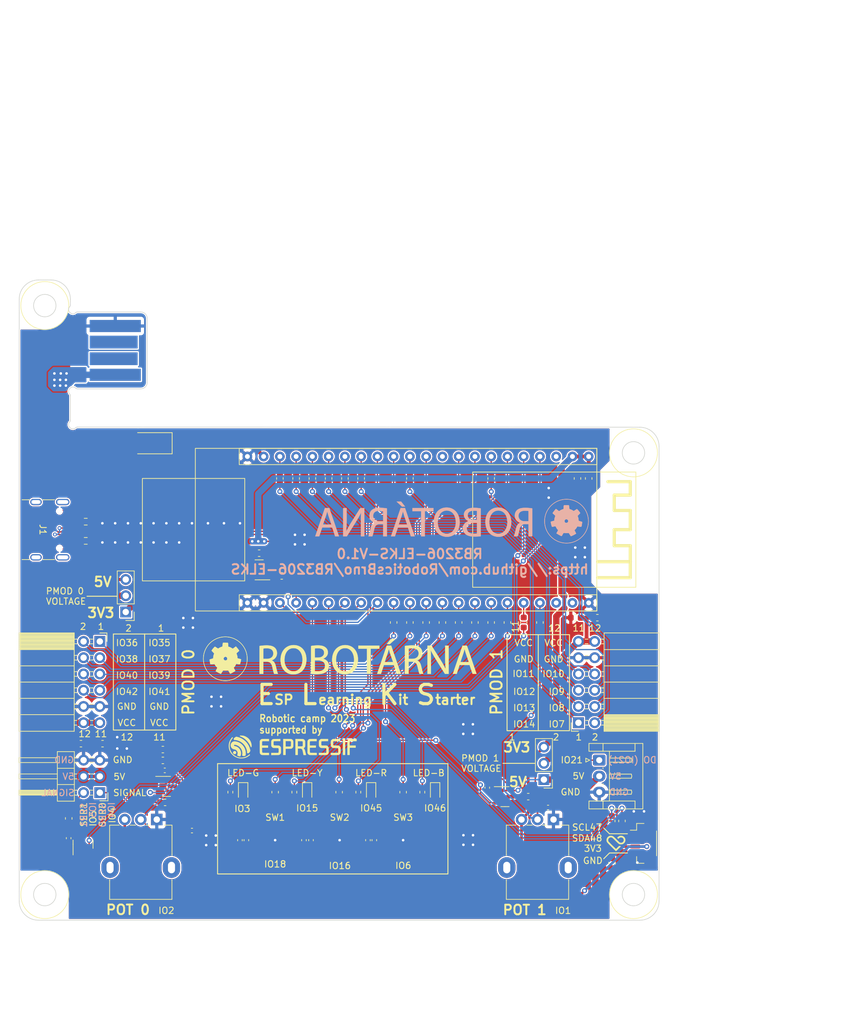
<source format=kicad_pcb>
(kicad_pcb (version 20211014) (generator pcbnew)
  (layers (0 "F.Cu" signal) (31 "B.Cu" signal) (34 "B.Paste" user) (35 "F.Paste" user) (36 "B.SilkS" user "B.Silkscreen") (37 "F.SilkS" user "F.Silkscreen") (38 "B.Mask" user) (39 "F.Mask" user) (44 "Edge.Cuts" user))
  (net 0 "")
  (net 1 "+3V3")
  (net 2 "GND")
  (net 3 "Net-(C3-Pad1)")
  (net 4 "Net-(C4-Pad1)")
  (net 5 "Net-(C5-Pad1)")
  (net 6 "Net-(C6-Pad1)")
  (net 7 "Net-(C7-Pad1)")
  (net 8 "Net-(D1-Pad1)")
  (net 9 "+5V")
  (net 10 "Net-(J1-PadA5)")
  (net 11 "/D+")
  (net 12 "/D-")
  (net 14 "Net-(J1-PadB5)")
  (net 18 "/0;CLK-{slash}RTS{slash}S1B-{slash}SDA{slash}BCLK")
  (net 19 "/0;INT{slash}INT-{slash}DIR2{slash}IO")
  (net 20 "/0;MISO{slash}RXD{slash}S1A{slash}SCL{slash}ADC-D")
  (net 21 "/0;RST{slash}RST{slash}EN1-{slash}IO")
  (net 22 "/0;MOSI{slash}TXD{slash}EN1{slash}IO-{slash}DAC-D")
  (net 23 "/0;CS2{slash}IO-{slash}S2A-{slash}IO")
  (net 24 "/0;CS-{slash}CTS{slash}DIR1{slash}IO-{slash}LRCLK")
  (net 25 "/0;CS3{slash}IO-{slash}S2B-{slash}IO")
  (net 26 "/1;CS-{slash}CTS{slash}DIR1{slash}IO-{slash}LRCLK")
  (net 27 "/1;INT{slash}INT-{slash}DIR2{slash}IO")
  (net 28 "/1;MOSI{slash}TXD{slash}EN1{slash}IO-{slash}DAC-D")
  (net 29 "/1;RST{slash}RST{slash}EN1-{slash}IO")
  (net 30 "/1;MISO{slash}RXD{slash}S1A{slash}SCL{slash}ADC-D")
  (net 31 "/1;CS2{slash}IO-{slash}S2A-{slash}IO")
  (net 32 "/1;CLK-{slash}RTS{slash}S1B{slash}SDA{slash}BCLK")
  (net 33 "/1;CS3{slash}IO-{slash}S2B-{slash}IO")
  (net 34 "Net-(Q1-Pad1)")
  (net 35 "Net-(BZ1-Pad1)")
  (net 36 "/SW0")
  (net 37 "/SW1")
  (net 38 "/SW2")
  (net 39 "/POT0")
  (net 40 "/POT1")
  (net 41 "/LED-R")
  (net 42 "Net-(D2-Pad2)")
  (net 43 "/LED-G")
  (net 44 "Net-(D3-Pad2)")
  (net 45 "/BUZZER")
  (net 46 "/LED-B")
  (net 47 "Net-(D4-Pad2)")
  (net 48 "/LED-Y")
  (net 49 "Net-(D5-Pad2)")
  (net 50 "/SER0")
  (net 51 "/SER1")
  (net 55 "/conectors/SCL")
  (net 56 "/conectors/SDA")
  (net 57 "Net-(J9-Pad2)")
  (net 58 "Net-(J9-Pad1)")
  (net 59 "Net-(Q2-Pad3)")
  (net 60 "Net-(J4-Pad1)")
  (net 61 "/I_LED")
  (net 62 "Net-(Q4-Pad3)")
  (net 63 "Net-(J4-Pad2)")
  (net 64 "Net-(Q3-Pad3)")
  (net 65 "/conectors/Vcc_Pmodc_0")
  (net 66 "/conectors/Vcc_Pmodc_1")
  (net 67 "Net-(J3-Pad1)")
  (net 68 "Net-(J3-Pad2)")
  (net 69 "Net-(J3-Pad3)")
  (net 70 "Net-(J3-Pad4)")
  (net 71 "Net-(J3-Pad5)")
  (net 72 "Net-(J3-Pad6)")
  (net 73 "Net-(J3-Pad7)")
  (net 74 "Net-(J3-Pad8)")
  (net 75 "Net-(J6-Pad1)")
  (net 76 "Net-(J6-Pad2)")
  (net 77 "Net-(J6-Pad3)")
  (net 78 "Net-(J6-Pad4)")
  (net 79 "Net-(J6-Pad5)")
  (net 80 "Net-(J6-Pad6)")
  (net 81 "Net-(J6-Pad7)")
  (net 82 "Net-(J6-Pad8)")
  (net 84 "Net-(J5-Pad1)")
  (footprint "Capacitor_SMD:C_0603_1608Metric" (layer "F.Cu") (at 139.65 122.1 -90)
    (fp_text reference "R1" hide)
    (fp_text value "180" hide)
  )
  (footprint "Robotarna_KiCad_Library:Tactile_switch" (layer "F.Cu") (at 139.65 129.6 180)
    (fp_text reference "SW1")
    (fp_text value "SW")
  )
  (footprint "Capacitor_SMD:C_0603_1608Metric" (layer "F.Cu") (at 173.41 95.6 -90)
    (fp_text reference "R28" hide)
    (fp_text value "180")
  )
  (footprint "Package_TO_SOT_SMD:SOT-23" (layer "F.Cu") (at 175.5625 122.8)
    (fp_text reference "Q4" hide)
    (fp_text value "Q_NMOS_GSD" hide)
  )
  (footprint "LED_SMD:LED_0603_1608Metric" (layer "F.Cu") (at 154.65 122.1 -90)
    (fp_text reference "D2" hide)
    (fp_text value "LED" hide)
  )
  (footprint "Resistor_SMD:R_0402_1005Metric" (layer "F.Cu") (at 142.65 122.1 -90)
    (fp_text reference "R14" hide)
    (fp_text value "330" hide)
  )
  (footprint "Capacitor_SMD:C_0603_1608Metric" (layer "F.Cu") (at 158.17 95.6 -90)
    (fp_text reference "R25" hide)
    (fp_text value "180")
  )
  (footprint "Capacitor_SMD:C_0603_1608Metric" (layer "F.Cu") (at 122.45 123.7 180)
    (fp_text reference "R20" hide)
    (fp_text value "180" hide)
  )
  (footprint "Diode_SMD:D_SMA" (layer "F.Cu") (at 120.15 67.6 180)
    (fp_text reference "D1" hide)
    (fp_text value "D_Schottky" hide)
  )
  (footprint "Connector_PinSocket_2.54mm:PinSocket_2x06_P2.54mm_Horizontal" (layer "F.Cu") (at 112.25 98.56)
    (fp_text reference "J3" hide)
    (fp_text value "Conn_02x06_Odd_Even")
  )
  (footprint "Capacitor_SMD:C_0603_1608Metric" (layer "F.Cu") (at 190.005 94.85)
    (fp_text reference "C10" hide)
    (fp_text value "10u" hide)
  )
  (footprint "Connector_JST:JST_EH_S3B-EH_1x03_P2.50mm_Horizontal" (layer "F.Cu") (at 190.3 117.1 -90)
    (fp_text reference "J5" hide)
    (fp_text value "Conn_01x03")
  )
  (footprint "Resistor_SMD:R_0402_1005Metric" (layer "F.Cu") (at 132.65 122.1 -90)
    (fp_text reference "R10" hide)
    (fp_text value "330" hide)
  )
  (footprint "Capacitor_SMD:C_0402_1005Metric" (layer "F.Cu") (at 145.25 129.6 -90)
    (fp_text reference "C4" hide)
    (fp_text value "100n")
  )
  (footprint "Robotarna_KiCad_Library:ELKS-PIEZO" (layer "F.Cu") (at 126.9 81.1 -90)
    (fp_text reference "BZ1" hide)
    (fp_text value "Buzzer")
  )
  (footprint "Capacitor_SMD:C_0603_1608Metric" (layer "F.Cu") (at 153.09 73.1 90)
    (fp_text reference "R39" hide)
    (fp_text value "180")
  )
  (footprint "Capacitor_SMD:C_0402_1005Metric" (layer "F.Cu") (at 122.4 118.7)
    (fp_text reference "R18" hide)
    (fp_text value "10k" hide)
  )
  (footprint "Capacitor_SMD:C_0603_1608Metric" (layer "F.Cu") (at 142.93 73.1 -90)
    (fp_text reference "R34" hide)
    (fp_text value "180")
  )
  (footprint "Capacitor_SMD:C_0402_1005Metric" (layer "F.Cu") (at 135.15 129.6 -90)
    (fp_text reference "C3" hide)
    (fp_text value "100n")
  )
  (footprint "Resistor_SMD:R_0402_1005Metric" (layer "F.Cu") (at 162.65 122.1 -90)
    (fp_text reference "R12" hide)
    (fp_text value "330" hide)
  )
  (footprint "Connector_JST:JST_SH_BM04B-SRSS-TB_1x04-1MP_P1.00mm_Vertical" (layer "F.Cu") (at 197.25 130.1 -90)
    (fp_text reference "J9" hide)
    (fp_text value "Conn_01x04" hide)
  )
  (footprint "Connector_PinHeader_2.54mm:PinHeader_1x03_P2.54mm_Vertical" (layer "F.Cu") (at 181.65 120.14 180)
    (fp_text reference "JP2" hide)
    (fp_text value "Jumper_3_Bridged12")
  )
  (footprint "Capacitor_SMD:C_0603_1608Metric" (layer "F.Cu") (at 160.71 95.6 90)
    (fp_text reference "R29" hide)
    (fp_text value "180")
  )
  (footprint "Potentiometer_THT:Potentiometer_Alpha_RD901F-40-00D_Single_Vertical" (layer "F.Cu") (at 183.15 126.375 -90)
    (fp_text reference "RV2" hide)
    (fp_text value "R_Potentiometer")
  )
  (footprint "Capacitor_SMD:C_0603_1608Metric" (layer "F.Cu") (at 140.39 73.1 -90)
    (fp_text reference "R33" hide)
    (fp_text value "180")
  )
  (footprint "Capacitor_SMD:C_0603_1608Metric" (layer "F.Cu") (at 192.25 126.6 -90)
    (fp_text reference "R22" hide)
    (fp_text value "180" hide)
  )
  (footprint "Capacitor_SMD:C_0603_1608Metric" (layer "F.Cu") (at 149.65 122.1 -90)
    (fp_text reference "R2" hide)
    (fp_text value "180" hide)
  )
  (footprint "Capacitor_SMD:C_0603_1608Metric" (layer "F.Cu") (at 192.3 133.2 90)
    (fp_text reference "C12" hide)
    (fp_text value "10u" hide)
  )
  (footprint "LOGO" (layer "F.Cu") (at 192.9 130)
    (fp_text reference "G***" hide)
    (fp_text value "LOGO" hide)
  )
  (footprint "LED_SMD:LED_0603_1608Metric" (layer "F.Cu") (at 134.65 122.1 -90)
    (fp_text reference "D3" hide)
    (fp_text value "LED" hide)
  )
  (footprint "Resistor_SMD:R_0402_1005Metric" (layer "F.Cu") (at 152.65 122.1 -90)
    (fp_text reference "R9" hide)
    (fp_text value "330" hide)
  )
  (footprint "Capacitor_SMD:C_0603_1608Metric" (layer "F.Cu") (at 112.675 114.528)
    (fp_text reference "C9" hide)
    (fp_text value "10u" hide)
  )
  (footprint "Capacitor_SMD:C_0603_1608Metric" (layer "F.Cu") (at 186.625 94.85 180)
    (fp_text reference "C11" hide)
    (fp_text value "10u" hide)
  )
  (footprint "Capacitor_SMD:C_0603_1608Metric" (layer "F.Cu") (at 173.41 73.1 90)
    (fp_text reference "R37" hide)
    (fp_text value "180")
  )
  (footprint "Connector_PinHeader_2.54mm:PinHeader_2x03_P2.54mm_Horizontal" (layer "F.Cu") (at 112.25 122.18 180)
    (fp_text reference "J4" hide)
    (fp_text value "Conn_02x03_Odd_Even")
  )
  (footprint "Capacitor_SMD:C_0603_1608Metric" (layer "F.Cu") (at 175.95 95.6 90)
    (fp_text reference "R32" hide)
    (fp_text value "180")
  )
  (footprint "Capacitor_SMD:C_0402_1005Metric" (layer "F.Cu") (at 134.15 129.6 90)
    (fp_text reference "R4" hide)
    (fp_text value "10k")
  )
  (footprint "Resistor_SMD:R_0603_1608Metric" (layer "F.Cu") (at 110.05 79.85)
    (fp_text reference "R16" hide)
    (fp_text value "5k1" hide)
  )
  (footprint "Capacitor_SMD:C_0603_1608Metric" (layer "F.Cu") (at 150.55 73.1 90)
    (fp_text reference "R40" hide)
    (fp_text value "180")
  )
  (footprint "Potentiometer_THT:Potentiometer_Alpha_RD901F-40-00D_Single_Vertical" (layer "F.Cu") (at 121.15 126.375 -90)
    (fp_text reference "RV1" hide)
    (fp_text value "R_Potentiometer")
  )
  (footprint "Connector_USB:USB_C_Receptacle_GCT_USB4105-xx-A_16P_TopMnt_Horizontal" (layer "F.Cu") (at 103.35 81.1 -90)
    (fp_text reference "J1")
    (fp_text value "USB_C_Receptacle_USB2.0")
  )
  (footprint "Capacitor_SMD:C_0402_1005Metric" (layer "F.Cu") (at 155.15 129.6 -90)
    (fp_text reference "C5" hide)
    (fp_text value "100n")
  )
  (footprint "Package_TO_SOT_SMD:SOT-23" (layer "F.Cu") (at 109.63 130.2325 90)
    (fp_text reference "Q3" hide)
    (fp_text value "Q_NMOS_GSD" hide)
  )
  (footprint "Capacitor_SMD:C_0603_1608Metric" (layer "F.Cu") (at 140.675 88.325)
    (fp_text reference "R11" hide)
    (fp_text value "180" hide)
  )
  (footprint "Capacitor_SMD:C_0603_1608Metric" (layer "F.Cu") (at 159.65 122.1 -90)
    (fp_text reference "R3" hide)
    (fp_text value "180" hide)
  )
  (footprint "Capacitor_SMD:C_0603_1608Metric" (layer "F.Cu") (at 148.01 73.1 -90)
    (fp_text reference "R36" hide)
    (fp_text value "180")
  )
  (footprint "Capacitor_SMD:C_0603_1608Metric" (layer "F.Cu") (at 193.85 126.6 -90)
    (fp_text reference "R21" hide)
    (fp_text value "180" hide)
  )
  (footprint "Connector_PinSocket_2.54mm:PinSocket_2x06_P2.54mm_Horizontal" (layer "F.Cu") (at 187.05 111.26 180)
    (fp_text reference "J6" hide)
    (fp_text value "Conn_02x06_Odd_Even" hide)
  )
  (footprint "Capacitor_SMD:C_0603_1608Metric" (layer "F.Cu") (at 122.1 117.14 180)
    (fp_text reference "C14" hide)
    (fp_text value "10u")
  )
  (footprint "Capacitor_SMD:C_0603_1608Metric" (layer "F.Cu") (at 107.39 126.2 90)
    (fp_text reference "R17" hide)
    (fp_text value "180" hide)
  )
  (footprint "Capacitor_SMD:C_0603_1608Metric" (layer "F.Cu") (at 145.47 73.1 -90)
    (fp_text reference "R35" hide)
    (fp_text value "180")
  )
  (footprint "LED_SMD:LED_0603_1608Metric" (layer "F.Cu") (at 164.65 122.1 -90)
    (fp_text reference "D4" hide)
    (fp_text value "LED" hide)
  )
  (footprint "Capacitor_SMD:C_0603_1608Metric" (layer "F.Cu") (at 188.65 73.1 -90)
    (fp_text reference "C2" hide)
    (fp_text value "10u")
  )
  (footprint "Capacitor_SMD:C_0603_1608Metric" (layer "F.Cu") (at 170.87 95.6 90)
    (fp_text reference "R31" hide)
    (fp_text value "180")
  )
  (footprint "Capacitor_SMD:C_0603_1608Metric" (layer "F.Cu") (at 179.2 122.8)
    (fp_text reference "R24" hide)
    (fp_text value "180" hide)
  )
  (footprint "Capacitor_SMD:C_0603_1608Metric" (layer "F.Cu") (at 122.1 115.45 180)
    (fp_text reference "C13" hide)
    (fp_text value "10u")
  )
  (footprint "Connector_PinHeader_2.54mm:PinHeader_1x03_P2.54mm_Vertical" (layer "F.Cu") (at 116.3 93.96 180)
    (fp_text reference "JP1" hide)
    (fp_text value "Jumper_3_Bridged12")
  )
  (footprint "Capacitor_SMD:C_0402_1005Metric" (layer "F.Cu") (at 154.15 129.6 90)
    (fp_text reference "R6" hide)
    (fp_text value "10k")
  )
  (footprint "Capacitor_SMD:C_0603_1608Metric" (layer "F.Cu") (at 163.25 95.6 -90)
    (fp_text reference "R26" hide)
    (fp_text value "180")
  )
  (footprint "Package_TO_SOT_SMD:SOT-23" (layer "F.Cu") (at 137.15 87.375 180)
    (fp_text reference "Q1" hide)
    (fp_text value "Q_NMOS_GSD" hide)
  )
  (footprint "Robotarna_KiCad_Library:ESP32-devkit_v1" (layer "F.Cu") (at 188.65 81.1 -90)
    (fp_text reference "U1" hide)
    (fp_text value "ESP32-S3")
  )
  (footprint "Robotarna_KiCad_Library:Tactile_switch" (layer "F.Cu") (at 149.723028 129.6 180)
    (fp_text reference "SW2")
    (fp_text value "SW")
  )
  (footprint "Capacitor_SMD:C_0603_1608Metric" (layer "F.Cu") (at 109.3 114.528 180)
    (fp_text reference "C8" hide)
    (fp_text value "10u" hide)
  )
  (footprint "LED_SMD:LED_0603_1608Metric" (layer "F.Cu") (at 144.65 122.1 -90)
    (fp_text reference "D5" hide)
    (fp_text value "LED" hide)
  )
  (footprint "Capacitor_SMD:C_0603_1608Metric" (layer "F.Cu") (at 165.79 95.6 90)
    (fp_text reference "R30" hide)
    (fp_text value "180")
  )
  (footprint "Capacitor_SMD:C_0402_1005Metric" (layer "F.Cu") (at 172.8 121.4 -90)
    (fp_text reference "R23" hide)
    (fp_text value "10k" hide)
  )
  (footprint "Capacitor_SMD:C_0402_1005Metric" (layer "F.Cu") (at 144.15 129.6 90)
    (fp_text reference "R5" hide)
    (fp_text value "10k")
  )
  (footprint "Capacitor_SMD:C_0603_1608Metric" (layer "F.Cu") (at 160.71 73.1 90)
    (fp_text reference "R38" hide)
    (fp_text value "180")
  )
  (footprint "Capacitor_SMD:C_0603_1608Metric" (layer "F.Cu") (at 181.03 95.6 -90)
    (fp_text reference "R8" hide)
    (fp_text value "180" hide)
  )
  (footprint "Capacitor_SMD:C_0603_1608Metric" (layer "F.Cu") (at 168.33 95.6 -90)
    (fp_text reference "R27" hide)
    (fp_text value "180")
  )
  (footprint "Package_TO_SOT_SMD:SOT-23" (layer "F.Cu") (at 122.65 121.2)
    (fp_text reference "Q2" hide)
    (fp_text value "Q_NMOS_GSD" hide)
  )
  (footprint "Resistor_SMD:R_0603_1608Metric" (layer "F.Cu") (at 110.05 82.85)
    (fp_text reference "R15" hide)
    (fp_text value "5k1" hide)
  )
  (footprint "Capacitor_SMD:C_0402_1005Metric" (layer "F.Cu") (at 126.65 128.1)
    (fp_text reference "C6" hide)
    (fp_text value "100n" hide)
  )
  (footprint "Capacitor_SMD:C_0402_1005Metric" (layer "F.Cu") (at 182.3 124.5)
    (fp_text reference "C7" hide)
    (fp_text value "100n" hide)
  )
  (footprint "Capacitor_SMD:C_0603_1608Metric" (layer "F.Cu") (at 186.9 73.1 -90)
    (fp_text reference "C1" hide)
    (fp_text value "10u" hide)
  )
  (footprint "Capacitor_SMD:C_0603_1608Metric" (layer "F.Cu") (at 137.15 84.77)
    (fp_text reference "R13" hide)
    (fp_text value "180" hide)
  )
  (footprint "Robotarna_KiCad_Library:Tactile_switch" (layer "F.Cu") (at 159.65 129.6 180)
    (fp_text reference "SW3")
    (fp_text value "SW")
  )
  (footprint "Capacitor_SMD:C_0603_1608Metric" (layer "F.Cu") (at 178.49 95.6 -90)
    (fp_text reference "R7" hide)
    (fp_text value "180" hide)
  )
  (footprint "Capacitor_SMD:C_0402_1005Metric" (layer "F.Cu") (at 107.38 129.29 90)
    (fp_text reference "R19" hide)
    (fp_text value "10k" hide)
  )
  (footprint "LOGO" (layer "F.Cu") (at 142.382503 115.036)
    (fp_text reference "G***" hide)
    (fp_text value "LOGO" hide)
  )
  (footprint "Robotarna_KiCad_Library:usb-PCB" (layer "B.Cu") (at 119.5625 53.1 -90)
    (fp_text reference "J2" hide)
    (fp_text value "USB_PCB" hide)
  )
  (gr_line (start 186.818906 77.913823) (end 186.818906 77.913823) (layer "B.SilkS") (width 0.043949))
  (gr_line (start 187.288029 78.476072) (end 187.309648 78.514439) (layer "B.SilkS") (width 0.043949))
  (gr_line (start 184.71315 81.594825) (end 184.69285 81.619537) (layer "B.SilkS") (width 0.043949))
  (gr_line (start 186.056244 82.033646) (end 186.003841 82.055383) (layer "B.SilkS") (width 0.043949))
  (gr_line (start 183.983806 78.203162) (end 184.011624 78.217925) (layer "B.SilkS") (width 0.043949))
  (gr_line (start 186.766519 80.748294) (end 186.741838 80.78716) (layer "B.SilkS") (width 0.043949))
  (gr_poly (pts (xy 178.618444 77.693043) (xy 178.511537 77.697196) (xy 178.40931 77.70413) (xy 178.311646 77.713853) (xy 178.218431 77.726377) (xy 178.129549 77.74171) (xy 178.044887 77.759862) (xy 177.964328 77.780842) (xy 177.887758 77.80466) (xy 177.815062 77.831326) (xy 177.746124 77.860849) (xy 177.680829 77.893239) (xy 177.619063 77.928506) (xy 177.56071 77.966658) (xy 177.505656 78.007706) (xy 177.453785 78.051659) (xy 177.414293 78.08969) (xy 177.376863 78.13009) (xy 177.341561 78.172771) (xy 177.308455 78.217648) (xy 177.277612 78.264634) (xy 177.249099 78.313643) (xy 177.222983 78.364589) (xy 177.199331 78.417386) (xy 177.17821 78.471947) (xy 177.159687 78.528185) (xy 177.14383 78.586016) (xy 177.130706 78.645351) (xy 177.120381 78.706106) (xy 177.112923 78.768193) (xy 177.108399 78.831527) (xy 177.106876 78.896021) (xy 177.107942 78.949464) (xy 177.111104 79.001787) (xy 177.116314 79.052983) (xy 177.123521 79.103046) (xy 177.132674 79.151968) (xy 177.143723 79.199742) (xy 177.156618 79.24636) (xy 177.171308 79.291816) (xy 177.187743 79.336102) (xy 177.205873 79.379211) (xy 177.225647 79.421136) (xy 177.247015 79.461869) (xy 177.269927 79.501404) (xy 177.294332 79.539734) (xy 177.32018 79.57685) (xy 177.347421 79.612747) (xy 177.376004 79.647416) (xy 177.405879 79.68085) (xy 177.436996 79.713044) (xy 177.469304 79.743988) (xy 177.502753 79.773676) (xy 177.537293 79.802101) (xy 177.609443 79.855132) (xy 177.685352 79.903025) (xy 177.764616 79.94572) (xy 177.846833 79.983161) (xy 177.931601 80.015291) (xy 177.931601 80.034927) (xy 177.870537 80.059307) (xy 177.812492 80.088211) (xy 177.75742 80.121565) (xy 177.705273 80.159291) (xy 177.656001 80.201312) (xy 177.609558 80.247552) (xy 177.565896 80.297934) (xy 177.524966 80.352381) (xy 177.486721 80.410817) (xy 177.451113 80.473165) (xy 177.418093 80.539348) (xy 177.387614 80.60929) (xy 177.359628 80.682913) (xy 177.334088 80.760141) (xy 177.310944 80.840898) (xy 177.290149 80.925107) (xy 177.189104 81.349947) (xy 177.143337 81.533756) (xy 177.100331 81.697469) (xy 177.05978 81.840318) (xy 177.021377 81.961536) (xy 177.002885 82.013794) (xy 176.984814 82.060357) (xy 176.967128 82.101128) (xy 176.949786 82.136013) (xy 177.538875 82.136013) (xy 177.56709 82.075698) (xy 177.597682 81.993445) (xy 177.630575 81.890022) (xy 177.665693 81.766196) (xy 177.702959 81.622733) (xy 177.742295 81.460401) (xy 177.783626 81.279967) (xy 177.826874 81.082197) (xy 177.852764 80.972469) (xy 177.881501 80.871388) (xy 177.913325 80.778707) (xy 177.93047 80.735438) (xy 177.948476 80.694176) (xy 177.967374 80.654888) (xy 177.987194 80.617545) (xy 178.007966 80.582114) (xy 178.029719 80.548565) (xy 178.052484 80.516867) (xy 178.07629 80.486988) (xy 178.101167 80.458897) (xy 178.127146 80.432563) (xy 178.154257 80.407955) (xy 178.182528 80.385041) (xy 178.211991 80.363791) (xy 178.242676 80.344174) (xy 178.274611 80.326157) (xy 178.307828 80.309711) (xy 178.342356 80.294804) (xy 178.378225 80.281404) (xy 178.415466 80.269481) (xy 178.454107 80.259003) (xy 178.494179 80.24994) (xy 178.535712 80.242259) (xy 178.623282 80.230923) (xy 178.717054 80.224745) (xy 179.253779 80.224745) (xy 179.253779 82.136013) (xy 179.823233 82.136013) (xy 179.823233 79.792746) (xy 179.253779 79.792746) (xy 178.671236 79.792746) (xy 178.614825 79.791773) (xy 178.559748 79.788874) (xy 178.506035 79.784079) (xy 178.453715 79.777418) (xy 178.40282 79.768921) (xy 178.353378 79.758617) (xy 178.30542 79.746538) (xy 178.258976 79.732712) (xy 178.214075 79.71717) (xy 178.170748 79.699942) (xy 178.129025 79.681057) (xy 178.088935 79.660546) (xy 178.050508 79.638439) (xy 178.013776 79.614765) (xy 177.978766 79.589554) (xy 177.94551 79.562837) (xy 177.914038 79.534644) (xy 177.884378 79.505004) (xy 177.856563 79.473947) (xy 177.83062 79.441504) (xy 177.80658 79.407704) (xy 177.784474 79.372577) (xy 177.764331 79.336154) (xy 177.746181 79.298463) (xy 177.730054 79.259536) (xy 177.71598 79.219402) (xy 177.703989 79.178091) (xy 177.694111 79.135633) (xy 177.686376 79.092058) (xy 177.680814 79.047395) (xy 177.677455 79.001676) (xy 177.676329 78.95493) (xy 177.67753 78.902481) (xy 177.681107 78.851898) (xy 177.687018 78.803169) (xy 177.695224 78.756279) (xy 177.705682 78.711215) (xy 177.718353 78.667965) (xy 177.733196 78.626515) (xy 177.75017 78.586851) (xy 177.769233 78.548962) (xy 177.790347 78.512833) (xy 177.813469 78.478452) (xy 177.838559 78.445805) (xy 177.865576 78.414879) (xy 177.894479 78.385661) (xy 177.925228 78.358137) (xy 177.957783 78.332295) (xy 177.992101 78.308121) (xy 178.028143 78.285603) (xy 178.065868 78.264726) (xy 178.105234 78.245479) (xy 178.146202 78.227846) (xy 178.18873 78.211817) (xy 178.278305 78.184511) (xy 178.373632 78.163458) (xy 178.474387 78.14855) (xy 178.580242 78.139682) (xy 178.690872 78.13675) (xy 178.789961 78.137645) (xy 178.880996 78.140227) (xy 178.963901 78.144344) (xy 179.038598 78.149841) (xy 179.105012 78.156566) (xy 179.163064 78.164364) (xy 179.212679 78.173083) (xy 179.234298 78.177739) (xy 179.253779 78.182569) (xy 179.253779 79.792746) (xy 179.823233 79.792746) (xy 179.823234 77.783296) (xy 179.709417 77.764325) (xy 179.585246 77.746887) (xy 179.452636 77.731291) (xy 179.313507 77.717842) (xy 179.169776 77.706848) (xy 179.02336 77.698615) (xy 178.876177 77.69345) (xy 178.730145 77.69166)) (layer "B.SilkS") (width 0.04) (fill solid))
  (gr_line (start 183.464333 77.956256) (end 183.494454 77.925914) (layer "B.SilkS") (width 0.043949))
  (gr_line (start 182.171211 81.409011) (end 182.095553 81.261288) (layer "B.SilkS") (width 0.087899))
  (gr_line (start 188.605235 79.952277) (end 188.592005 80.126264) (layer "B.SilkS") (width 0.087899))
  (gr_line (start 182.253704 77.999451) (end 182.342817 77.860447) (layer "B.SilkS") (width 0.087899))
  (gr_line (start 184.283791 78.069931) (end 184.325762 78.047842) (layer "B.SilkS") (width 0.043949))
  (gr_line (start 185.486862 81.590492) (end 185.443803 81.597055) (layer "B.SilkS") (width 0.043949))
  (gr_line (start 181.762175 79.599671) (end 181.775405 79.425681) (layer "B.SilkS") (width 0.043949))
  (gr_line (start 184.005737 82.994096) (end 183.850156 82.932752) (layer "B.SilkS") (width 0.087899))
  (gr_line (start 181.775405 80.126264) (end 181.762175 79.952277) (layer "B.SilkS") (width 0.043949))
  (gr_line (start 183.879379 81.17627) (end 183.880909 81.164254) (layer "B.SilkS") (width 0.043949))
  (gr_line (start 188.54009 79.085506) (end 188.570218 79.254221) (layer "B.SilkS") (width 0.087899))
  (gr_line (start 183.40749 79.086358) (end 183.42472 79.042098) (layer "B.SilkS") (width 0.043949))
  (gr_line (start 186.202509 76.50399) (end 186.361694 76.557852) (layer "B.SilkS") (width 0.087899))
  (gr_line (start 183.6757 81.583736) (end 183.769523 81.414827) (layer "B.SilkS") (width 0.043949))
  (gr_line (start 186.319843 78.198763) (end 186.347904 78.185534) (layer "B.SilkS") (width 0.043949))
  (gr_line (start 187.606256 82.198527) (end 187.487274 82.311967) (layer "B.SilkS") (width 0.043949))
  (gr_line (start 184.589923 77.937643) (end 184.635851 77.923154) (layer "B.SilkS") (width 0.043949))
  (gr_line (start 186.291558 78.205548) (end 186.298945 78.205217) (layer "B.SilkS") (width 0.043949))
  (gr_line (start 185.467418 79.759839) (end 185.467418 79.759839) (layer "B.SilkS") (width 0.043949))
  (gr_line (start 183.306661 79.497795) (end 183.312805 79.450004) (layer "B.SilkS") (width 0.043949))
  (gr_line (start 185.218761 80.064982) (end 185.203423 80.067721) (layer "B.SilkS") (width 0.043949))
  (gr_line (start 183.339025 79.310505) (end 183.350294 79.265043) (layer "B.SilkS") (width 0.043949))
  (gr_line (start 187.045102 79.474429) (end 187.051198 79.524678) (layer "B.SilkS") (width 0.043949))
  (gr_line (start 183.457047 78.931204) (end 183.450195 78.920892) (layer "B.SilkS") (width 0.043949))
  (gr_line (start 184.819195 77.305823) (end 184.819195 77.305823) (layer "B.SilkS") (width 0.043949))
  (gr_line (start 184.745121 77.868295) (end 184.749989 77.837957) (layer "B.SilkS") (width 0.043949))
  (gr_line (start 187.719694 82.079544) (end 187.606256 82.198527) (layer "B.SilkS") (width 0.043949))
  (gr_line (start 183.494454 77.925914) (end 183.52268 77.899144) (layer "B.SilkS") (width 0.043949))
  (gr_line (start 185.39631 79.561732) (end 185.405555 79.573497) (layer "B.SilkS") (width 0.043949))
  (gr_line (start 182.76116 82.198527) (end 182.647721 82.079544) (layer "B.SilkS") (width 0.087899))
  (gr_line (start 186.281484 81.928225) (end 186.167067 81.983902) (layer "B.SilkS") (width 0.043949))
  (gr_line (start 183.352027 80.57094) (end 183.303777 80.577282) (layer "B.SilkS") (width 0.043949))
  (gr_line (start 188.340465 81.109529) (end 188.271858 81.261288) (layer "B.SilkS") (width 0.087899))
  (gr_line (start 184.242452 78.093038) (end 184.283791 78.069931) (layer "B.SilkS") (width 0.043949))
  (gr_line (start 184.875234 79.894874) (end 184.868996 79.881077) (layer "B.SilkS") (width 0.043949))
  (gr_line (start 188.340465 78.442405) (end 188.401808 78.597986) (layer "B.SilkS") (width 0.043949))
  (gr_line (start 186.716417 80.825046) (end 186.690181 80.862009) (layer "B.SilkS") (width 0.043949))
  (gr_line (start 184.408725 82.079492) (end 184.401134 82.082146) (layer "B.SilkS") (width 0.043949))
  (gr_line (start 185.277222 80.046833) (end 185.263079 80.05241) (layer "B.SilkS") (width 0.043949))
  (gr_line (start 184.889612 79.598342) (end 184.897714 79.585707) (layer "B.SilkS") (width 0.043949))
  (gr_line (start 185.376211 79.980082) (end 185.365396 79.990395) (layer "B.SilkS") (width 0.043949))
  (gr_line (start 184.325762 78.047842) (end 184.368348 78.02679) (layer "B.SilkS") (width 0.043949))
  (gr_line (start 186.816752 82.788483) (end 186.669031 82.864143) (layer "B.SilkS") (width 0.087899))
  (gr_line (start 185.414237 79.933984) (end 185.405555 79.946196) (layer "B.SilkS") (width 0.043949))
  (gr_line (start 185.705471 83.162511) (end 185.534015 83.184298) (layer "B.SilkS") (width 0.043949))
  (gr_line (start 184.959994 81.604767) (end 184.902131 81.599096) (layer "B.SilkS") (width 0.043949))
  (gr_line (start 184.661972 83.162511) (end 184.493257 83.132382) (layer "B.SilkS") (width 0.087899))
  (gr_line (start 183.680753 80.91764) (end 183.658979 80.883382) (layer "B.SilkS") (width 0.043949))
  (gr_line (start 183.880909 81.164254) (end 183.880656 81.154173) (layer "B.SilkS") (width 0.043949))
  (gr_line (start 185.705471 76.389441) (end 185.874182 76.419569) (layer "B.SilkS") (width 0.043949))
  (gr_line (start 186.669031 82.864143) (end 186.517273 82.932752) (layer "B.SilkS") (width 0.043949))
  (gr_line (start 188.401808 78.597986) (end 188.455669 78.757174) (layer "B.SilkS") (width 0.043949))
  (gr_line (start 186.859339 80.58192) (end 186.859339 80.58192) (layer "B.SilkS") (width 0.043949))
  (gr_line (start 183.407202 82.705989) (end 183.268198 82.616875) (layer "B.SilkS") (width 0.043949))
  (gr_line (start 185.467013 79.743811) (end 185.467418 79.759839) (layer "B.SilkS") (width 0.043949))
  (gr_line (start 188.455669 78.757174) (end 188.501835 78.919752) (layer "B.SilkS") (width 0.043949))
  (gr_line (start 184.032672 78.225055) (end 184.040302 78.225358) (layer "B.SilkS") (width 0.043949))
  (gr_line (start 188.1962 81.409011) (end 188.113707 81.552482) (layer "B.SilkS") (width 0.087899))
  (gr_line (start 183.616113 77.938046) (end 183.65377 77.963896) (layer "B.SilkS") (width 0.043949))
  (gr_line (start 186.686378 77.972082) (end 186.724943 77.948989) (layer "B.SilkS") (width 0.043949))
  (gr_line (start 183.52268 77.899144) (end 183.52268 77.899144) (layer "B.SilkS") (width 0.043949))
  (gr_line (start 188.501835 78.919752) (end 188.54009 79.085506) (layer "B.SilkS") (width 0.043949))
  (gr_line (start 183.578457 80.73894) (end 183.498727 80.581041) (layer "B.SilkS") (width 0.043949))
  (gr_line (start 185.40183 77.297924) (end 185.487195 77.300447) (layer "B.SilkS") (width 0.043949))
  (gr_line (start 187.019047 79.326245) (end 187.029009 79.375194) (layer "B.SilkS") (width 0.043949))
  (gr_line (start 183.477072 80.568116) (end 183.464858 80.56602) (layer "B.SilkS") (width 0.043949))
  (gr_line (start 184.969633 80.009431) (end 184.957867 80.000185) (layer "B.SilkS") (width 0.043949))
  (gr_line (start 183.004453 82.419649) (end 182.880142 82.311967) (layer "B.SilkS") (width 0.087899))
  (gr_line (start 188.271858 81.261288) (end 188.1962 81.409011) (layer "B.SilkS") (width 0.043949))
  (gr_line (start 183.464858 80.56602) (end 183.434043 80.564654) (layer "B.SilkS") (width 0.043949))
  (gr_line (start 184.846127 79.727993) (end 184.848108 79.712406) (layer "B.SilkS") (width 0.043949))
  (gr_poly (pts (xy 161.116371 78.20875) (xy 162.464732 78.20875) (xy 162.464732 82.136013) (xy 163.04073 82.136013) (xy 163.04073 78.20875) (xy 164.382547 78.20875) (xy 164.382547 77.724388) (xy 161.116371 77.724388)) (layer "B.SilkS") (width 0.04) (fill solid))
  (gr_line (start 183.268198 76.935066) (end 183.407202 76.845954) (layer "B.SilkS") (width 0.043949))
  (gr_line (start 184.73832 77.88875) (end 184.741987 77.879862) (layer "B.SilkS") (width 0.043949))
  (gr_line (start 184.005737 82.994096) (end 183.850156 82.932752) (layer "B.SilkS") (width 0.043949))
  (gr_line (start 187.61 79.898854) (end 187.61 79.898854) (layer "B.SilkS") (width 0.043949))
  (gr_line (start 185.360028 83.197528) (end 185.183727 83.201986) (layer "B.SilkS") (width 0.087899))
  (gr_line (start 183.550673 82.788483) (end 183.407202 82.705989) (layer "B.SilkS") (width 0.043949))
  (gr_poly (pts (xy 157.758558 82.136013) (xy 158.367289 82.136013) (xy 158.838557 80.74838) (xy 160.402919 80.74838) (xy 160.861097 82.136013) (xy 161.450187 82.136013) (xy 160.824778 80.303291) (xy 160.285099 80.303291) (xy 158.94983 80.303291) (xy 159.388377 79.033476) (xy 159.423724 78.926665) (xy 159.456386 78.822078) (xy 159.486748 78.719486) (xy 159.515192 78.618659) (xy 159.567862 78.421375) (xy 159.617463 78.228387) (xy 159.630559 78.228387) (xy 159.680058 78.423113) (xy 159.732012 78.622749) (xy 159.759677 78.723641) (xy 159.788875 78.82484) (xy 159.819915 78.926038) (xy 159.853102 79.02693) (xy 160.285099 80.303291) (xy 160.824778 80.303291) (xy 159.944737 77.724388) (xy 159.264009 77.724388)) (layer "B.SilkS") (width 0.04) (fill solid))
  (gr_line (start 183.295591 79.697433) (end 183.296293 79.6461) (layer "B.SilkS") (width 0.043949))
  (gr_line (start 188.455669 80.794763) (end 188.401808 80.953949) (layer "B.SilkS") (width 0.087899))
  (gr_line (start 184.734069 77.894749) (end 184.73832 77.88875) (layer "B.SilkS") (width 0.043949))
  (gr_line (start 183.643541 81.667829) (end 183.643541 81.667829) (layer "B.SilkS") (width 0.043949))
  (gr_line (start 185.203423 79.451999) (end 185.218761 79.454737) (layer "B.SilkS") (width 0.043949))
  (gr_line (start 184.803094 77.312319) (end 184.810712 77.307482) (layer "B.SilkS") (width 0.043949))
  (gr_line (start 184.083744 78.195321) (end 184.122391 78.168305) (layer "B.SilkS") (width 0.043949))
  (gr_line (start 187.603657 79.983015) (end 187.595323 80.075824) (layer "B.SilkS") (width 0.043949))
  (gr_line (start 181.775405 79.425681) (end 181.797191 79.254221) (layer "B.SilkS") (width 0.043949))
  (gr_line (start 188.401808 80.953949) (end 188.340465 81.109529) (layer "B.SilkS") (width 0.043949))
  (gr_line (start 182.095553 81.261288) (end 182.026945 81.109529) (layer "B.SilkS") (width 0.087899))
  (gr_line (start 183.402624 78.868124) (end 183.369326 78.836305) (layer "B.SilkS") (width 0.043949))
  (gr_line (start 185.40043 81.602639) (end 185.356755 81.607233) (layer "B.SilkS") (width 0.043949))
  (gr_line (start 186.405032 81.162408) (end 186.405032 81.162408) (layer "B.SilkS") (width 0.043949))
  (gr_line (start 185.80715 77.950806) (end 185.850087 77.966609) (layer "B.SilkS") (width 0.043949))
  (gr_line (start 186.517273 82.932752) (end 186.361694 82.994096) (layer "B.SilkS") (width 0.087899))
  (gr_line (start 183.268198 82.616875) (end 183.133877 82.521356) (layer "B.SilkS") (width 0.087899))
  (gr_line (start 185.183727 76.349966) (end 185.183727 76.349966) (layer "B.SilkS") (width 0.043949))
  (gr_line (start 184.267974 82.030595) (end 184.219038 82.007338) (layer "B.SilkS") (width 0.043949))
  (gr_line (start 187.233542 77.030583) (end 187.362965 77.13229) (layer "B.SilkS") (width 0.087899))
  (gr_line (start 186.884926 77.974116) (end 186.918745 78.007265) (layer "B.SilkS") (width 0.043949))
  (gr_line (start 187.099223 76.935066) (end 187.233542 77.030583) (layer "B.SilkS") (width 0.087899))
  (gr_line (start 184.780275 77.359268) (end 184.784931 77.343809) (layer "B.SilkS") (width 0.043949))
  (gr_line (start 187.362965 82.419649) (end 187.233543 82.521356) (layer "B.SilkS") (width 0.043949))
  (gr_line (start 185.386523 79.969264) (end 185.376211 79.980082) (layer "B.SilkS") (width 0.043949))
  (gr_line (start 186.039934 83.094126) (end 185.874183 83.132382) (layer "B.SilkS") (width 0.087899))
  (gr_line (start 185.376211 79.539618) (end 185.386523 79.550433) (layer "B.SilkS") (width 0.043949))
  (gr_line (start 184.906398 79.946196) (end 184.897714 79.933984) (layer "B.SilkS") (width 0.043949))
  (gr_line (start 183.550673 76.763461) (end 183.698396 76.687802) (layer "B.SilkS") (width 0.087899))
  (gr_poly (pts (xy 155.905772 77.693043) (xy 155.798865 77.697196) (xy 155.696638 77.70413) (xy 155.598974 77.713853) (xy 155.505759 77.726377) (xy 155.416878 77.74171) (xy 155.332216 77.759862) (xy 155.251658 77.780842) (xy 155.175088 77.80466) (xy 155.102391 77.831326) (xy 155.033453 77.860849) (xy 154.968159 77.893239) (xy 154.906393 77.928506) (xy 154.84804 77.966658) (xy 154.792986 78.007706) (xy 154.741115 78.051659) (xy 154.701623 78.08969) (xy 154.664192 78.13009) (xy 154.628891 78.172771) (xy 154.595784 78.217648) (xy 154.564941 78.264634) (xy 154.536427 78.313643) (xy 154.510311 78.364589) (xy 154.486659 78.417386) (xy 154.465537 78.471947) (xy 154.447015 78.528185) (xy 154.431157 78.586016) (xy 154.418033 78.645351) (xy 154.407708 78.706106) (xy 154.40025 78.768193) (xy 154.395726 78.831527) (xy 154.394203 78.896021) (xy 154.395268 78.949464) (xy 154.398431 79.001787) (xy 154.403641 79.052983) (xy 154.410848 79.103046) (xy 154.420001 79.151968) (xy 154.43105 79.199742) (xy 154.443945 79.24636) (xy 154.458635 79.291816) (xy 154.475071 79.336102) (xy 154.493201 79.379211) (xy 154.512975 79.421136) (xy 154.534343 79.461869) (xy 154.557255 79.501404) (xy 154.581661 79.539734) (xy 154.607509 79.57685) (xy 154.63475 79.612747) (xy 154.663333 79.647416) (xy 154.693209 79.68085) (xy 154.724326 79.713044) (xy 154.756634 79.743988) (xy 154.790083 79.773676) (xy 154.824623 79.802101) (xy 154.896773 79.855132) (xy 154.972682 79.903025) (xy 155.051946 79.94572) (xy 155.134164 79.983161) (xy 155.218931 80.015291) (xy 155.218931 80.034927) (xy 155.157867 80.059307) (xy 155.099822 80.088211) (xy 155.04475 80.121565) (xy 154.992602 80.159291) (xy 154.943331 80.201312) (xy 154.896888 80.247552) (xy 154.853225 80.297934) (xy 154.812295 80.352381) (xy 154.77405 80.410817) (xy 154.738441 80.473165) (xy 154.705421 80.539348) (xy 154.674942 80.60929) (xy 154.646956 80.682913) (xy 154.621415 80.760141) (xy 154.598271 80.840898) (xy 154.577476 80.925107) (xy 154.476432 81.349947) (xy 154.430665 81.533756) (xy 154.387659 81.697469) (xy 154.347108 81.840318) (xy 154.308704 81.961536) (xy 154.290212 82.013794) (xy 154.272142 82.060357) (xy 154.254455 82.101128) (xy 154.237114 82.136013) (xy 154.826207 82.136013) (xy 154.85442 82.075698) (xy 154.885012 81.993445) (xy 154.917905 81.890022) (xy 154.953022 81.766196) (xy 154.990288 81.622733) (xy 155.029624 81.460401) (xy 155.070955 81.279967) (xy 155.114204 81.082197) (xy 155.140094 80.972469) (xy 155.168831 80.871388) (xy 155.200656 80.778707) (xy 155.217801 80.735438) (xy 155.235808 80.694176) (xy 155.254706 80.654888) (xy 155.274526 80.617545) (xy 155.295297 80.582114) (xy 155.317051 80.548565) (xy 155.339815 80.516867) (xy 155.363621 80.486988) (xy 155.388499 80.458897) (xy 155.414478 80.432563) (xy 155.441588 80.407955) (xy 155.46986 80.385041) (xy 155.499323 80.363791) (xy 155.530007 80.344174) (xy 155.561943 80.326157) (xy 155.59516 80.309711) (xy 155.629688 80.294804) (xy 155.665556 80.281404) (xy 155.702796 80.269481) (xy 155.741438 80.259003) (xy 155.78151 80.24994) (xy 155.823043 80.242259) (xy 155.910611 80.230923) (xy 156.004384 80.224745) (xy 156.541108 80.224745) (xy 156.541108 82.136013) (xy 157.110563 82.136013) (xy 157.110563 79.792746) (xy 156.541108 79.792746) (xy 155.958564 79.792746) (xy 155.902153 79.791773) (xy 155.847076 79.788874) (xy 155.793363 79.784079) (xy 155.741043 79.777418) (xy 155.690147 79.768921) (xy 155.640706 79.758617) (xy 155.592748 79.746538) (xy 155.546303 79.732712) (xy 155.501403 79.71717) (xy 155.458076 79.699942) (xy 155.416352 79.681057) (xy 155.376262 79.660546) (xy 155.337836 79.638439) (xy 155.301103 79.614765) (xy 155.266094 79.589554) (xy 155.232838 79.562837) (xy 155.201366 79.534644) (xy 155.171707 79.505004) (xy 155.143891 79.473947) (xy 155.117948 79.441504) (xy 155.093909 79.407704) (xy 155.071803 79.372577) (xy 155.05166 79.336154) (xy 155.03351 79.298463) (xy 155.017383 79.259536) (xy 155.003309 79.219402) (xy 154.991318 79.178091) (xy 154.98144 79.135633) (xy 154.973706 79.092058) (xy 154.968143 79.047395) (xy 154.964784 79.001676) (xy 154.963658 78.95493) (xy 154.964859 78.902481) (xy 154.968436 78.851898) (xy 154.974347 78.803169) (xy 154.982553 78.756279) (xy 154.993011 78.711215) (xy 155.005682 78.667965) (xy 155.020525 78.626515) (xy 155.037499 78.586851) (xy 155.056562 78.548962) (xy 155.077676 78.512833) (xy 155.100798 78.478452) (xy 155.125888 78.445805) (xy 155.152905 78.414879) (xy 155.181808 78.385661) (xy 155.212558 78.358137) (xy 155.245112 78.332295) (xy 155.27943 78.308121) (xy 155.315472 78.285603) (xy 155.353197 78.264726) (xy 155.392563 78.245479) (xy 155.433531 78.227846) (xy 155.47606 78.211817) (xy 155.565634 78.184511) (xy 155.660962 78.163458) (xy 155.761717 78.14855) (xy 155.867572 78.139682) (xy 155.978203 78.13675) (xy 156.077291 78.137645) (xy 156.168326 78.140227) (xy 156.251231 78.144344) (xy 156.325928 78.149841) (xy 156.392342 78.156566) (xy 156.450394 78.164364) (xy 156.500009 78.173083) (xy 156.521628 78.177739) (xy 156.541108 78.182569) (xy 156.541108 79.792746) (xy 157.110563 79.792746) (xy 157.110563 77.783296) (xy 156.996746 77.764325) (xy 156.872575 77.746887) (xy 156.739965 77.731291) (xy 156.600836 77.717842) (xy 156.457104 77.706848) (xy 156.310688 77.698615) (xy 156.163505 77.69345) (xy 156.017473 77.69166)) (layer "B.SilkS") (width 0.04) (fill solid))
  (gr_line (start 182.869142 79.829074) (end 182.915871 79.814152) (layer "B.SilkS") (width 0.043949))
  (gr_line (start 185.519887 77.302737) (end 185.544365 77.305823) (layer "B.SilkS") (width 0.043949))
  (gr_line (start 185.317487 79.493492) (end 185.330122 79.501592) (layer "B.SilkS") (width 0.043949))
  (gr_line (start 188.1962 81.409011) (end 188.113707 81.552482) (layer "B.SilkS") (width 0.043949))
  (gr_line (start 183.698396 82.864143) (end 183.550673 82.788483) (layer "B.SilkS") (width 0.087899))
  (gr_line (start 185.457615 79.83768) (end 185.453419 79.85246) (layer "B.SilkS") (width 0.043949))
  (gr_line (start 182.880142 82.311967) (end 182.76116 82.198527) (layer "B.SilkS") (width 0.087899))
  (gr_line (start 185.705471 83.162511) (end 185.534015 83.184298) (layer "B.SilkS") (width 0.087899))
  (gr_line (start 185.342332 80.009431) (end 185.330122 80.018115) (layer "B.SilkS") (width 0.043949))
  (gr_line (start 185.46581 79.791684) (end 185.46383 79.807272) (layer "B.SilkS") (width 0.043949))
  (gr_line (start 184.994482 80.026217) (end 184.981845 80.018115) (layer "B.SilkS") (width 0.043949))
  (gr_line (start 183.874277 81.140433) (end 183.840808 81.110195) (layer "B.SilkS") (width 0.043949))
  (gr_line (start 185.443803 81.597055) (end 185.40043 81.602639) (layer "B.SilkS") (width 0.043949))
  (gr_line (start 182.342817 77.860447) (end 182.438334 77.726126) (layer "B.SilkS") (width 0.043949))
  (gr_line (start 185.874182 76.419569) (end 186.039933 76.457824) (layer "B.SilkS") (width 0.087899))
  (gr_line (start 182.880142 77.23997) (end 183.004453 77.13229) (layer "B.SilkS") (width 0.087899))
  (gr_line (start 184.122391 78.168305) (end 184.161735 78.142242) (layer "B.SilkS") (width 0.043949))
  (gr_line (start 187.264264 78.436797) (end 187.288029 78.476072) (layer "B.SilkS") (width 0.043949))
  (gr_line (start 183.329007 79.356436) (end 183.339025 79.310505) (layer "B.SilkS") (width 0.043949))
  (gr_line (start 185.763732 77.936025) (end 185.80715 77.950806) (layer "B.SilkS") (width 0.043949))
  (gr_line (start 183.050023 78.538826) (end 183.043521 78.528729) (layer "B.SilkS") (width 0.043949))
  (gr_line (start 187.007832 79.277764) (end 187.019047 79.326245) (layer "B.SilkS") (width 0.043949))
  (gr_line (start 188.401808 80.953949) (end 188.340465 81.109529) (layer "B.SilkS") (width 0.087899))
  (gr_line (start 187.120279 78.234443) (end 187.151759 78.274984) (layer "B.SilkS") (width 0.043949))
  (gr_line (start 186.420723 78.14329) (end 186.463081 78.116548) (layer "B.SilkS") (width 0.043949))
  (gr_line (start 188.340465 78.442405) (end 188.401808 78.597986) (layer "B.SilkS") (width 0.087899))
  (gr_line (start 183.376508 79.17522) (end 183.391413 79.130707) (layer "B.SilkS") (width 0.043949))
  (gr_line (start 186.952833 78.042125) (end 186.986991 78.078477) (layer "B.SilkS") (width 0.043949))
  (gr_line (start 183.52268 77.899144) (end 183.527864 77.896683) (layer "B.SilkS") (width 0.043949))
  (gr_line (start 182.75536 79.87944) (end 182.765237 79.872593) (layer "B.SilkS") (width 0.043949))
  (gr_line (start 183.244228 79.721451) (end 183.271672 79.711941) (layer "B.SilkS") (width 0.043949))
  (gr_line (start 184.858522 79.667221) (end 184.863419 79.65275) (layer "B.SilkS") (width 0.043949))
  (gr_line (start 185.46581 79.727993) (end 185.467013 79.743811) (layer "B.SilkS") (width 0.043949))
  (gr_line (start 188.024595 77.860447) (end 188.113707 77.999451) (layer "B.SilkS") (width 0.087899))
  (gr_line (start 182.253704 81.552482) (end 182.171211 81.409011) (layer "B.SilkS") (width 0.087899))
  (gr_line (start 185.544365 77.305823) (end 185.630726 77.897957) (layer "B.SilkS") (width 0.043949))
  (gr_line (start 186.634965 80.933391) (end 186.605835 80.967922) (layer "B.SilkS") (width 0.043949))
  (gr_line (start 185.442947 79.638607) (end 185.448523 79.65275) (layer "B.SilkS") (width 0.043949))
  (gr_line (start 184.646517 81.691642) (end 184.621318 81.735756) (layer "B.SilkS") (width 0.043949))
  (gr_line (start 182.805844 80.257489) (end 182.783182 80.159332) (layer "B.SilkS") (width 0.043949))
  (gr_line (start 183.6419 81.664672) (end 183.642137 81.659103) (layer "B.SilkS") (width 0.043949))
  (gr_line (start 187.182098 78.315708) (end 187.211097 78.356397) (layer "B.SilkS") (width 0.043949))
  (gr_line (start 186.918745 78.007265) (end 186.952833 78.042125) (layer "B.SilkS") (width 0.043949))
  (gr_line (start 187.485491 80.631364) (end 187.485491 80.631364) (layer "B.SilkS") (width 0.043949))
  (gr_line (start 182.907384 80.602049) (end 182.907384 80.602049) (layer "B.SilkS") (width 0.043949))
  (gr_line (start 185.07815 80.061504) (end 185.063369 80.057307) (layer "B.SilkS") (width 0.043949))
  (gr_line (start 183.133876 77.030583) (end 183.268198 76.935066) (layer "B.SilkS") (width 0.043949))
  (gr_line (start 184.753324 77.79941) (end 184.756994 77.704385) (layer "B.SilkS") (width 0.043949))
  (gr_line (start 184.219038 82.007338) (end 184.114944 81.954123) (layer "B.SilkS") (width 0.043949))
  (gr_line (start 185.063369 79.46241) (end 185.07815 79.458214) (layer "B.SilkS") (width 0.043949))
  (gr_line (start 185.317487 80.026217) (end 185.304445 80.033717) (layer "B.SilkS") (width 0.043949))
  (gr_line (start 181.82732 80.466434) (end 181.797191 80.297721) (layer "B.SilkS") (width 0.043949))
  (gr_line (start 183.043521 78.528729) (end 183.039432 78.520013) (layer "B.SilkS") (width 0.043949))
  (gr_line (start 181.797191 80.297721) (end 181.775405 80.126264) (layer "B.SilkS") (width 0.043949))
  (gr_line (start 186.950797 79.088882) (end 186.966847 79.135311) (layer "B.SilkS") (width 0.043949))
  (gr_line (start 187.719694 82.079544) (end 187.606256 82.198527) (layer "B.SilkS") (width 0.087899))
  (gr_line (start 184.844519 79.759839) (end 184.844924 79.743811) (layer "B.SilkS") (width 0.043949))
  (gr_line (start 182.750244 79.976087) (end 182.745539 79.935863) (layer "B.SilkS") (width 0.043949))
  (gr_line (start 185.934455 78.001223) (end 185.975857 78.020005) (layer "B.SilkS") (width 0.043949))
  (gr_line (start 186.818906 77.913823) (end 186.851579 77.942896) (layer "B.SilkS") (width 0.043949))
  (gr_line (start 186.966847 79.135311) (end 186.981714 79.182279) (layer "B.SilkS") (width 0.043949))
  (gr_line (start 181.82732 80.466434) (end 181.797191 80.297721) (layer "B.SilkS") (width 0.087899))
  (gr_line (start 184.925434 79.550433) (end 184.935748 79.539618) (layer "B.SilkS") (width 0.043949))
  (gr_line (start 185.183727 76.349966) (end 185.183727 76.349966) (layer "B.SilkS") (width 0.087899))
  (gr_line (start 186.039933 76.457824) (end 186.202509 76.50399) (layer "B.SilkS") (width 0.087899))
  (gr_line (start 182.026945 81.109529) (end 181.965603 80.953949) (layer "B.SilkS") (width 0.043949))
  (gr_line (start 183.874277 81.140433) (end 183.874277 81.140433) (layer "B.SilkS") (width 0.043949))
  (gr_line (start 185.007422 76.354424) (end 185.183727 76.349966) (layer "B.SilkS") (width 0.087899))
  (gr_line (start 182.647721 82.079544) (end 182.540041 81.955232) (layer "B.SilkS") (width 0.087899))
  (gr_line (start 183.200171 80.593095) (end 183.096926 80.608713) (layer "B.SilkS") (width 0.043949))
  (gr_line (start 184.661972 76.389441) (end 184.833432 76.367654) (layer "B.SilkS") (width 0.043949))
  (gr_line (start 181.911741 80.794763) (end 181.865575 80.632186) (layer "B.SilkS") (width 0.043949))
  (gr_line (start 186.786383 77.917693) (end 186.797599 77.913799) (layer "B.SilkS") (width 0.043949))
  (gr_line (start 185.291017 79.479118) (end 185.304445 79.485994) (layer "B.SilkS") (width 0.043949))
  (gr_line (start 185.179231 81.615485) (end 185.179231 81.615485) (layer "B.SilkS") (width 0.043949))
  (gr_line (start 186.724943 77.948989) (end 186.758678 77.930481) (layer "B.SilkS") (width 0.043949))
  (gr_line (start 188.570218 79.254221) (end 188.592005 79.425681) (layer "B.SilkS") (width 0.087899))
  (gr_line (start 186.633465 81.728716) (end 186.593117 81.754745) (layer "B.SilkS") (width 0.043949))
  (gr_line (start 184.499631 77.970012) (end 184.544511 77.953268) (layer "B.SilkS") (width 0.043949))
  (gr_line (start 181.762175 79.952277) (end 181.757717 79.775976) (layer "B.SilkS") (width 0.043949))
  (gr_line (start 182.911222 80.607921) (end 182.907384 80.602049) (layer "B.SilkS") (width 0.043949))
  (gr_line (start 184.493257 83.132382) (end 184.327503 83.094126) (layer "B.SilkS") (width 0.087899))
  (gr_line (start 183.486911 80.571264) (end 183.477072 80.568116) (layer "B.SilkS") (width 0.043949))
  (gr_line (start 187.233542 77.030583) (end 187.362965 77.13229) (layer "B.SilkS") (width 0.043949))
  (gr_line (start 187.61 79.898854) (end 187.603657 79.983015) (layer "B.SilkS") (width 0.043949))
  (gr_line (start 184.114944 81.954123) (end 184.007005 81.89489) (layer "B.SilkS") (width 0.043949))
  (gr_line (start 187.487274 82.311967) (end 187.362965 82.419649) (layer "B.SilkS") (width 0.043949))
  (gr_line (start 186.66903 76.687802) (end 186.816751 76.763461) (layer "B.SilkS") (width 0.087899))
  (gr_line (start 182.742573 79.898854) (end 182.743823 79.892592) (layer "B.SilkS") (width 0.043949))
  (gr_line (start 185.954331 82.074543) (end 185.908379 82.090763) (layer "B.SilkS") (width 0.043949))
  (gr_line (start 188.609693 79.775976) (end 188.605235 79.952277) (layer "B.SilkS") (width 0.043949))
  (gr_line (start 184.045813 78.223272) (end 184.045813 78.223272) (layer "B.SilkS") (width 0.043949))
  (gr_line (start 184.401134 82.082146) (end 184.394334 82.081703) (layer "B.SilkS") (width 0.043949))
  (gr_line (start 184.749989 77.837957) (end 184.753324 77.79941) (layer "B.SilkS") (width 0.043949))
  (gr_line (start 183.780503 81.048262) (end 183.753262 81.016502) (layer "B.SilkS") (width 0.043949))
  (gr_line (start 185.850087 77.966609) (end 185.892526 77.98342) (layer "B.SilkS") (width 0.043949))
  (gr_line (start 185.007526 79.485994) (end 185.020956 79.479118) (layer "B.SilkS") (width 0.043949))
  (gr_line (start 186.790534 80.708394) (end 186.766519 80.748294) (layer "B.SilkS") (width 0.043949))
  (gr_line (start 188.592005 79.425681) (end 188.605235 79.599671) (layer "B.SilkS") (width 0.043949))
  (gr_line (start 185.155991 80.07131) (end 185.139963 80.070905) (layer "B.SilkS") (width 0.043949))
  (gr_line (start 184.313947 82.051033) (end 184.267974 82.030595) (layer "B.SilkS") (width 0.043949))
  (gr_line (start 183.133877 82.521356) (end 183.004453 82.419649) (layer "B.SilkS") (width 0.087899))
  (gr_line (start 186.249737 78.177667) (end 186.286411 78.203759) (layer "B.SilkS") (width 0.043949))
  (gr_line (start 184.772758 77.396373) (end 184.780275 77.359268) (layer "B.SilkS") (width 0.043949))
  (gr_line (start 183.583039 77.917366) (end 183.616113 77.938046) (layer "B.SilkS") (width 0.043949))
  (gr_line (start 183.753262 81.016502) (end 183.727691 80.984166) (layer "B.SilkS") (width 0.043949))
  (gr_line (start 183.407202 76.845954) (end 183.550673 76.763461) (layer "B.SilkS") (width 0.087899))
  (gr_line (start 183.430072 78.896601) (end 183.402624 78.868124) (layer "B.SilkS") (width 0.043949))
  (gr_line (start 185.218761 79.454737) (end 185.233829 79.458214) (layer "B.SilkS") (width 0.043949))
  (gr_line (start 182.907384 80.602049) (end 182.88297 80.530974) (layer "B.SilkS") (width 0.043949))
  (gr_line (start 184.682278 77.909817) (end 184.729186 77.897649) (layer "B.SilkS") (width 0.043949))
  (gr_line (start 184.858522 79.85246) (end 184.854325 79.83768) (layer "B.SilkS") (width 0.043949))
  (gr_line (start 183.535187 77.896634) (end 183.544508 77.898838) (layer "B.SilkS") (width 0.043949))
  (gr_line (start 182.792188 79.858466) (end 182.827369 79.843903) (layer "B.SilkS") (width 0.043949))
  (gr_line (start 183.462557 78.95354) (end 183.463413 78.947634) (layer "B.SilkS") (width 0.043949))
  (gr_line (start 181.757717 79.775976) (end 181.757717 79.775976) (layer "B.SilkS") (width 0.087899))
  (gr_line (start 183.694877 77.993634) (end 183.782895 78.059659) (layer "B.SilkS") (width 0.043949))
  (gr_line (start 187.487274 77.23997) (end 187.606255 77.353409) (layer "B.SilkS") (width 0.043949))
  (gr_line (start 182.76116 77.353409) (end 182.880142 77.23997) (layer "B.SilkS") (width 0.043949))
  (gr_line (start 185.172019 80.070905) (end 185.155991 80.07131) (layer "B.SilkS") (width 0.043949))
  (gr_line (start 182.54004 77.596702) (end 182.647721 77.472391) (layer "B.SilkS") (width 0.043949))
  (gr_line (start 185.048897 79.467306) (end 185.063369 79.46241) (layer "B.SilkS") (width 0.043949))
  (gr_line (start 184.201761 78.117147) (end 184.242452 78.093038) (layer "B.SilkS") (width 0.043949))
  (gr_line (start 185.360028 83.197528) (end 185.183727 83.201986) (layer "B.SilkS") (width 0.043949))
  (gr_line (start 184.925434 79.969264) (end 184.915645 79.957963) (layer "B.SilkS") (width 0.043949))
  (gr_line (start 184.854325 79.83768) (end 184.850847 79.82261) (layer "B.SilkS") (width 0.043949))
  (gr_line (start 187.719693 77.472391) (end 187.827373 77.596702) (layer "B.SilkS") (width 0.087899))
  (gr_line (start 188.501835 80.632186) (end 188.455669 80.794763) (layer "B.SilkS") (width 0.087899))
  (gr_line (start 188.54009 80.466434) (end 188.501835 80.632186) (layer "B.SilkS") (width 0.087899))
  (gr_line (start 188.592005 80.126264) (end 188.570218 80.297721) (layer "B.SilkS") (width 0.087899))
  (gr_line (start 183.555685 77.903135) (end 183.583039 77.917366) (layer "B.SilkS") (width 0.043949))
  (gr_line (start 182.938729 80.618427) (end 182.927079 80.616028) (layer "B.SilkS") (width 0.043949))
  (gr_line (start 186.960221 76.845954) (end 187.099223 76.935066) (layer "B.SilkS") (width 0.087899))
  (gr_line (start 183.166767 78.656626) (end 183.129376 78.622481) (layer "B.SilkS") (width 0.043949))
  (gr_line (start 183.301848 79.546357) (end 183.306661 79.497795) (layer "B.SilkS") (width 0.043949))
  (gr_line (start 184.455299 77.987858) (end 184.499631 77.970012) (layer "B.SilkS") (width 0.043949))
  (gr_line (start 185.453419 79.667221) (end 185.457615 79.682) (layer "B.SilkS") (width 0.043949))
  (gr_line (start 184.491709 81.971357) (end 184.467985 82.010005) (layer "B.SilkS") (width 0.043949))
  (gr_line (start 181.865575 80.632186) (end 181.82732 80.466434) (layer "B.SilkS") (width 0.087899))
  (gr_line (start 184.023065 78.222525) (end 184.032672 78.225055) (layer "B.SilkS") (width 0.043949))
  (gr_line (start 182.171211 78.142922) (end 182.253704 77.999451) (layer "B.SilkS") (width 0.087899))
  (gr_line (start 184.875234 79.624812) (end 184.882112 79.611384) (layer "B.SilkS") (width 0.043949))
  (gr_line (start 188.113707 77.999451) (end 188.1962 78.142922) (layer "B.SilkS") (width 0.087899))
  (gr_line (start 186.096765 78.082078) (end 186.13592 78.10463) (layer "B.SilkS") (width 0.043949))
  (gr_line (start 185.018179 81.609327) (end 184.959994 81.604767) (layer "B.SilkS") (width 0.043949))
  (gr_line (start 182.880142 82.311967) (end 182.76116 82.198527) (layer "B.SilkS") (width 0.043949))
  (gr_line (start 183.129376 78.622481) (end 183.096471 78.590904) (layer "B.SilkS") (width 0.043949))
  (gr_line (start 181.797191 79.254221) (end 181.82732 79.085506) (layer "B.SilkS") (width 0.043949))
  (gr_line (start 184.327503 83.094126) (end 184.164924 83.047959) (layer "B.SilkS") (width 0.043949))
  (gr_line (start 185.630726 77.897957) (end 185.675505 77.909586) (layer "B.SilkS") (width 0.043949))
  (gr_line (start 187.051198 79.524678) (end 187.05597 79.575324) (layer "B.SilkS") (width 0.043949))
  (gr_line (start 182.026945 78.442405) (end 182.095553 78.290645) (layer "B.SilkS") (width 0.043949))
  (gr_line (start 186.463081 78.116548) (end 186.553697 78.057505) (layer "B.SilkS") (width 0.043949))
  (gr_line (start 185.467013 79.775867) (end 185.46581 79.791684) (layer "B.SilkS") (width 0.043949))
  (gr_line (start 188.1962 78.142922) (end 188.271858 78.290645) (layer "B.SilkS") (width 0.087899))
  (gr_line (start 186.517273 82.932752) (end 186.361694 82.994096) (layer "B.SilkS") (width 0.043949))
  (gr_line (start 185.429835 79.908304) (end 185.422337 79.921347) (layer "B.SilkS") (width 0.043949))
  (gr_line (start 185.46383 79.712406) (end 185.46581 79.727993) (layer "B.SilkS") (width 0.043949))
  (gr_line (start 187.487274 77.23997) (end 187.606255 77.353409) (layer "B.SilkS") (width 0.087899))
  (gr_line (start 185.342332 79.510274) (end 185.354097 79.519519) (layer "B.SilkS") (width 0.043949))
  (gr_line (start 186.477422 81.099624) (end 186.441971 81.131225) (layer "B.SilkS") (width 0.043949))
  (gr_line (start 187.099223 82.616875) (end 186.960221 82.705989) (layer "B.SilkS") (width 0.087899))
  (gr_line (start 185.155991 79.448411) (end 185.155991 79.448411) (layer "B.SilkS") (width 0.043949))
  (gr_line (start 184.906398 79.573497) (end 184.915645 79.561732) (layer "B.SilkS") (width 0.043949))
  (gr_line (start 183.81863 81.3234) (end 183.84007 81.28029) (layer "B.SilkS") (width 0.043949))
  (gr_line (start 183.850156 82.932752) (end 183.698396 82.864143) (layer "B.SilkS") (width 0.043949))
  (gr_line (start 184.833432 83.184298) (end 184.661972 83.162511) (layer "B.SilkS") (width 0.087899))
  (gr_line (start 188.609693 79.775976) (end 188.609693 79.775976) (layer "B.SilkS") (width 0.043949))
  (gr_line (start 182.438334 81.825808) (end 182.342817 81.691486) (layer "B.SilkS") (width 0.043949))
  (gr_line (start 187.151759 78.274984) (end 187.182098 78.315708) (layer "B.SilkS") (width 0.043949))
  (gr_line (start 185.39631 79.957963) (end 185.386523 79.969264) (layer "B.SilkS") (width 0.043949))
  (gr_line (start 183.037941 78.512783) (end 183.039233 78.507143) (layer "B.SilkS") (width 0.043949))
  (gr_line (start 183.463413 78.947634) (end 183.461515 78.940153) (layer "B.SilkS") (width 0.043949))
  (gr_line (start 187.827373 81.955232) (end 187.719694 82.079544) (layer "B.SilkS") (width 0.043949))
  (gr_line (start 182.540041 81.955232) (end 182.438334 81.825808) (layer "B.SilkS") (width 0.043949))
  (gr_line (start 188.271858 78.290645) (end 188.340465 78.442405) (layer "B.SilkS") (width 0.043949))
  (gr_line (start 183.049127 80.614814) (end 183.005844 80.618903) (layer "B.SilkS") (width 0.043949))
  (gr_line (start 186.814011 77.911722) (end 186.818906 77.913823) (layer "B.SilkS") (width 0.043949))
  (gr_line (start 188.592005 79.425681) (end 188.605235 79.599671) (layer "B.SilkS") (width 0.087899))
  (gr_line (start 187.487274 82.311967) (end 187.362965 82.419649) (layer "B.SilkS") (width 0.087899))
  (gr_line (start 184.981845 80.018115) (end 184.969633 80.009431) (layer "B.SilkS") (width 0.043949))
  (gr_line (start 183.271672 79.711941) (end 183.289339 79.703878) (layer "B.SilkS") (width 0.043949))
  (gr_line (start 183.850155 76.619194) (end 184.005737 76.557852) (layer "B.SilkS") (width 0.043949))
  (gr_line (start 185.975857 78.020005) (end 186.01672 78.039751) (layer "B.SilkS") (width 0.043949))
  (gr_line (start 183.197035 78.274217) (end 183.263354 78.188409) (layer "B.SilkS") (width 0.043949))
  (gr_line (start 183.850156 82.932752) (end 183.698396 82.864143) (layer "B.SilkS") (width 0.087899))
  (gr_line (start 183.544508 77.898838) (end 183.555685 77.903135) (layer "B.SilkS") (width 0.043949))
  (gr_line (start 185.874183 83.132382) (end 185.705471 83.162511) (layer "B.SilkS") (width 0.043949))
  (gr_line (start 183.399799 78.025874) (end 183.432664 77.989724) (layer "B.SilkS") (width 0.043949))
  (gr_line (start 183.42472 79.042098) (end 183.443082 78.997851) (layer "B.SilkS") (width 0.043949))
  (gr_line (start 186.741838 80.78716) (end 186.716417 80.825046) (layer "B.SilkS") (width 0.043949))
  (gr_line (start 185.263079 80.05241) (end 185.248608 80.057307) (layer "B.SilkS") (width 0.043949))
  (gr_line (start 186.644183 77.998623) (end 186.686378 77.972082) (layer "B.SilkS") (width 0.043949))
  (gr_poly (pts (xy 159.480012 77.488752) (xy 159.944737 77.488752) (xy 159.336012 76.722936) (xy 158.642195 76.722936)) (layer "B.SilkS") (width 0.04) (fill solid))
  (gr_line (start 187.595323 80.075824) (end 187.584677 80.174015) (layer "B.SilkS") (width 0.043949))
  (gr_line (start 183.647727 81.641351) (end 183.659263 81.615815) (layer "B.SilkS") (width 0.043949))
  (gr_line (start 188.54009 79.085506) (end 188.570218 79.254221) (layer "B.SilkS") (width 0.043949))
  (gr_line (start 185.048897 80.05241) (end 185.034753 80.046833) (layer "B.SilkS") (width 0.043949))
  (gr_line (start 182.76116 77.353409) (end 182.880142 77.23997) (layer "B.SilkS") (width 0.087899))
  (gr_line (start 183.293994 79.700442) (end 183.295591 79.697433) (layer "B.SilkS") (width 0.043949))
  (gr_line (start 185.020956 79.479118) (end 185.034753 79.472882) (layer "B.SilkS") (width 0.043949))
  (gr_line (start 186.361694 76.557852) (end 186.517273 76.619194) (layer "B.SilkS") (width 0.087899))
  (gr_line (start 185.356755 81.607233) (end 185.312787 81.610826) (layer "B.SilkS") (width 0.043949))
  (gr_line (start 183.450195 78.920892) (end 183.430072 78.896601) (layer "B.SilkS") (width 0.043949))
  (gr_line (start 185.183727 83.201986) (end 185.007422 83.197528) (layer "B.SilkS") (width 0.087899))
  (gr_line (start 182.647721 77.472391) (end 182.76116 77.353409) (layer "B.SilkS") (width 0.087899))
  (gr_line (start 187.929078 77.726126) (end 188.024595 77.860447) (layer "B.SilkS") (width 0.043949))
  (gr_line (start 186.66873 81.704483) (end 186.633465 81.728716) (layer "B.SilkS") (width 0.043949))
  (gr_line (start 184.957867 80.000185) (end 184.946565 79.990395) (layer "B.SilkS") (width 0.043949))
  (gr_line (start 184.007005 81.89489) (end 183.900557 81.833141) (layer "B.SilkS") (width 0.043949))
  (gr_line (start 187.606255 77.353409) (end 187.719693 77.472391) (layer "B.SilkS") (width 0.043949))
  (gr_line (start 186.553697 78.057505) (end 186.644183 77.998623) (layer "B.SilkS") (width 0.043949))
  (gr_line (start 184.915645 79.957963) (end 184.906398 79.946196) (layer "B.SilkS") (width 0.043949))
  (gr_line (start 186.933582 79.043011) (end 186.950797 79.088882) (layer "B.SilkS") (width 0.043949))
  (gr_line (start 187.309648 78.514439) (end 186.89573 78.953013) (layer "B.SilkS") (width 0.043949))
  (gr_line (start 187.054706 78.154784) (end 187.087861 78.194304) (layer "B.SilkS") (width 0.043949))
  (gr_line (start 185.248608 80.057307) (end 185.233829 80.061504) (layer "B.SilkS") (width 0.043949))
  (gr_line (start 183.800939 81.772379) (end 183.713487 81.716108) (layer "B.SilkS") (width 0.043949))
  (gr_line (start 183.432664 77.989724) (end 183.464333 77.956256) (layer "B.SilkS") (width 0.043949))
  (gr_line (start 185.544365 77.305823) (end 185.544365 77.305823) (layer "B.SilkS") (width 0.043949))
  (gr_line (start 186.21242 78.152439) (end 186.249737 78.177667) (layer "B.SilkS") (width 0.043949))
  (gr_line (start 185.461092 79.697069) (end 185.46383 79.712406) (layer "B.SilkS") (width 0.043949))
  (gr_line (start 184.516722 81.927699) (end 184.491709 81.971357) (layer "B.SilkS") (width 0.043949))
  (gr_line (start 185.224015 81.614964) (end 185.179231 81.615485) (layer "B.SilkS") (width 0.043949))
  (gr_line (start 185.233829 79.458214) (end 185.248608 79.46241) (layer "B.SilkS") (width 0.043949))
  (gr_line (start 186.806858 77.911762) (end 186.814011 77.911722) (layer "B.SilkS") (width 0.043949))
  (gr_line (start 185.155991 79.448411) (end 185.172019 79.448816) (layer "B.SilkS") (width 0.043949))
  (gr_line (start 183.369326 78.836305) (end 183.331654 78.801988) (layer "B.SilkS") (width 0.043949))
  (gr_line (start 185.007526 80.033717) (end 184.994482 80.026217) (layer "B.SilkS") (width 0.043949))
  (gr_line (start 184.005737 76.557852) (end 184.164924 76.50399) (layer "B.SilkS") (width 0.087899))
  (gr_line (start 188.605235 79.952277) (end 188.592005 80.126264) (layer "B.SilkS") (width 0.043949))
  (gr_line (start 183.950352 78.182046) (end 183.983806 78.203162) (layer "B.SilkS") (width 0.043949))
  (gr_line (start 182.342817 81.691486) (end 182.253704 81.552482) (layer "B.SilkS") (width 0.087899))
  (gr_line (start 187.606256 82.198527) (end 187.487274 82.311967) (layer "B.SilkS") (width 0.087899))
  (gr_line (start 185.534014 76.367654) (end 185.705471 76.389441) (layer "B.SilkS") (width 0.043949))
  (gr_line (start 185.139963 79.448816) (end 185.155991 79.448411) (layer "B.SilkS") (width 0.043949))
  (gr_line (start 186.605835 80.967922) (end 186.57559 81.001755) (layer "B.SilkS") (width 0.043949))
  (gr_line (start 186.20251 83.047959) (end 186.039934 83.094126) (layer "B.SilkS") (width 0.043949))
  (gr_line (start 183.876195 81.190064) (end 183.879379 81.17627) (layer "B.SilkS") (width 0.043949))
  (gr_line (start 187.362965 77.13229) (end 187.487274 77.23997) (layer "B.SilkS") (width 0.043949))
  (gr_line (start 184.767305 77.440334) (end 184.772758 77.396373) (layer "B.SilkS") (width 0.043949))
  (gr_line (start 186.981714 79.182279) (end 186.995382 79.229769) (layer "B.SilkS") (width 0.043949))
  (gr_line (start 187.0377 79.424595) (end 187.045102 79.474429) (layer "B.SilkS") (width 0.043949))
  (gr_line (start 187.05597 79.575324) (end 187.059401 79.626351) (layer "B.SilkS") (width 0.043949))
  (gr_line (start 185.034753 80.046833) (end 185.020956 80.040595) (layer "B.SilkS") (width 0.043949))
  (gr_line (start 185.529598 81.582962) (end 185.486862 81.590492) (layer "B.SilkS") (width 0.043949))
  (gr_line (start 184.493257 76.419569) (end 184.661972 76.389441) (layer "B.SilkS") (width 0.087899))
  (gr_line (start 185.139963 80.070905) (end 185.124145 80.069702) (layer "B.SilkS") (width 0.043949))
  (gr_line (start 184.741987 77.879862) (end 184.745121 77.868295) (layer "B.SilkS") (width 0.043949))
  (gr_line (start 185.007422 83.197528) (end 184.833432 83.184298) (layer "B.SilkS") (width 0.087899))
  (gr_line (start 182.095553 81.261288) (end 182.026945 81.109529) (layer "B.SilkS") (width 0.043949))
  (gr_line (start 183.840808 81.110195) (end 183.809617 81.079482) (layer "B.SilkS") (width 0.043949))
  (gr_line (start 184.946565 79.529306) (end 184.957867 79.519519) (layer "B.SilkS") (width 0.043949))
  (gr_line (start 186.286411 78.203759) (end 186.286411 78.203759) (layer "B.SilkS") (width 0.043949))
  (gr_line (start 183.782895 78.059659) (end 183.871081 78.125877) (layer "B.SilkS") (width 0.043949))
  (gr_line (start 183.350294 79.265043) (end 183.362795 79.219973) (layer "B.SilkS") (width 0.043949))
  (gr_line (start 182.743823 79.892592) (end 182.748153 79.886113) (layer "B.SilkS") (width 0.043949))
  (gr_line (start 186.859339 80.58192) (end 186.83687 80.625263) (layer "B.SilkS") (width 0.043949))
  (gr_line (start 183.069528 78.562737) (end 183.050023 78.538826) (layer "B.SilkS") (width 0.043949))
  (gr_line (start 181.865575 78.919752) (end 181.911741 78.757174) (layer "B.SilkS") (width 0.087899))
  (gr_line (start 186.81396 80.667402) (end 186.790534 80.708394) (layer "B.SilkS") (width 0.043949))
  (gr_line (start 183.703589 80.951224) (end 183.680753 80.91764) (layer "B.SilkS") (width 0.043949))
  (gr_line (start 185.093219 79.454737) (end 185.108557 79.451999) (layer "B.SilkS") (width 0.043949))
  (gr_line (start 186.499826 81.810732) (end 186.394176 81.86953) (layer "B.SilkS") (width 0.043949))
  (gr_line (start 187.099223 82.616875) (end 186.960221 82.705989) (layer "B.SilkS") (width 0.043949))
  (gr_line (start 185.291017 80.040595) (end 185.277222 80.046833) (layer "B.SilkS") (width 0.043949))
  (gr_line (start 182.968553 80.620325) (end 182.938729 80.618427) (layer "B.SilkS") (width 0.043949))
  (gr_line (start 184.810712 77.307482) (end 184.819195 77.305823) (layer "B.SilkS") (width 0.043949))
  (gr_line (start 187.929079 81.825808) (end 187.827373 81.955232) (layer "B.SilkS") (width 0.043949))
  (gr_line (start 187.211097 78.356397) (end 187.238552 78.396832) (layer "B.SilkS") (width 0.043949))
  (gr_line (start 186.202509 76.50399) (end 186.361694 76.557852) (layer "B.SilkS") (width 0.043949))
  (gr_line (start 186.174476 78.128089) (end 186.21242 78.152439) (layer "B.SilkS") (width 0.043949))
  (gr_line (start 185.312787 81.610826) (end 185.268537 81.613407) (layer "B.SilkS") (width 0.043949))
  (gr_line (start 182.438334 77.726126) (end 182.54004 77.596702) (layer "B.SilkS") (width 0.043949))
  (gr_line (start 185.108557 80.067721) (end 185.093219 80.064982) (layer "B.SilkS") (width 0.043949))
  (gr_line (start 186.663055 80.898105) (end 186.634965 80.933391) (layer "B.SilkS") (width 0.043949))
  (gr_line (start 184.394334 82.081703) (end 184.356289 82.068215) (layer "B.SilkS") (width 0.043949))
  (gr_line (start 186.593117 81.754745) (end 186.499826 81.810732) (layer "B.SilkS") (width 0.043949))
  (gr_poly (pts (xy 151.553486 79.956382) (xy 151.435975 80.147913) (xy 151.323987 80.334995) (xy 151.217522 80.518088) (xy 151.116579 80.697653) (xy 151.021159 80.87415) (xy 150.931262 81.048038) (xy 150.846887 81.21978) (xy 150.768034 81.389833) (xy 150.748396 81.383288) (xy 150.766243 81.164437) (xy 150.780715 80.948118) (xy 150.792118 80.731952) (xy 150.80076 80.513562) (xy 150.810987 80.060598) (xy 150.81385 79.570201) (xy 150.81385 77.724388) (xy 150.277122 77.724388) (xy 150.277122 82.136013) (xy 150.853123 82.136013) (xy 152.253843 79.897473) (xy 152.368465 79.712846) (xy 152.481093 79.527451) (xy 152.590959 79.34175) (xy 152.697297 79.156202) (xy 152.79934 78.971268) (xy 152.89632 78.787408) (xy 152.98747 78.605082) (xy 153.072023 78.42475) (xy 153.091661 78.431295) (xy 153.071719 78.847237) (xy 153.059754 79.274838) (xy 153.053925 79.735576) (xy 153.052391 80.250927) (xy 153.052391 82.136013) (xy 153.589119 82.136013) (xy 153.589119 77.724388) (xy 152.960756 77.724388)) (layer "B.SilkS") (width 0.04) (fill solid))
  (gr_line (start 185.453419 79.85246) (end 185.448523 79.866932) (layer "B.SilkS") (width 0.043949))
  (gr_line (start 187.087861 78.194304) (end 187.120279 78.234443) (layer "B.SilkS") (width 0.043949))
  (gr_line (start 181.865575 80.632186) (end 181.82732 80.466434) (layer "B.SilkS") (width 0.043949))
  (gr_line (start 181.762175 79.599671) (end 181.775405 79.425681) (layer "B.SilkS") (width 0.087899))
  (gr_line (start 181.865575 78.919752) (end 181.911741 78.757174) (layer "B.SilkS") (width 0.043949))
  (gr_line (start 183.461515 78.940153) (end 183.457047 78.931204) (layer "B.SilkS") (width 0.043949))
  (gr_line (start 188.570218 80.297721) (end 188.54009 80.466434) (layer "B.SilkS") (width 0.043949))
  (gr_line (start 183.39594 80.566512) (end 183.352027 80.57094) (layer "B.SilkS") (width 0.043949))
  (gr_line (start 185.304445 79.485994) (end 185.317487 79.493492) (layer "B.SilkS") (width 0.043949))
  (gr_line (start 181.797191 80.297721) (end 181.775405 80.126264) (layer "B.SilkS") (width 0.087899))
  (gr_line (start 182.927079 80.616028) (end 182.917848 80.612553) (layer "B.SilkS") (width 0.043949))
  (gr_line (start 186.361694 82.994096) (end 186.20251 83.047959) (layer "B.SilkS") (width 0.087899))
  (gr_line (start 185.297584 77.297595) (end 185.40183 77.297924) (layer "B.SilkS") (width 0.043949))
  (gr_line (start 182.647721 77.472391) (end 182.76116 77.353409) (layer "B.SilkS") (width 0.043949))
  (gr_line (start 185.534015 83.184298) (end 185.360028 83.197528) (layer "B.SilkS") (width 0.043949))
  (gr_line (start 185.034753 79.472882) (end 185.048897 79.467306) (layer "B.SilkS") (width 0.043949))
  (gr_line (start 184.417057 82.073946) (end 184.408725 82.079492) (layer "B.SilkS") (width 0.043949))
  (gr_line (start 183.698396 76.687802) (end 183.850155 76.619194) (layer "B.SilkS") (width 0.087899))
  (gr_line (start 188.592005 80.126264) (end 188.570218 80.297721) (layer "B.SilkS") (width 0.043949))
  (gr_line (start 184.621318 81.735756) (end 184.568946 81.83191) (layer "B.SilkS") (width 0.043949))
  (gr_line (start 187.062167 79.729472) (end 187.61 79.898854) (layer "B.SilkS") (width 0.043949))
  (gr_line (start 187.606255 77.353409) (end 187.719693 77.472391) (layer "B.SilkS") (width 0.087899))
  (gr_line (start 182.342817 77.860447) (end 182.438334 77.726126) (layer "B.SilkS") (width 0.087899))
  (gr_line (start 184.045813 78.223272) (end 184.083744 78.195321) (layer "B.SilkS") (width 0.043949))
  (gr_line (start 186.167067 81.983902) (end 186.056244 82.033646) (layer "B.SilkS") (width 0.043949))
  (gr_line (start 184.833432 76.367654) (end 185.007422 76.354424) (layer "B.SilkS") (width 0.087899))
  (gr_line (start 182.342817 81.691486) (end 182.253704 81.552482) (layer "B.SilkS") (width 0.043949))
  (gr_line (start 182.647721 82.079544) (end 182.540041 81.955232) (layer "B.SilkS") (width 0.043949))
  (gr_line (start 183.443082 78.997851) (end 183.462557 78.95354) (layer "B.SilkS") (width 0.043949))
  (gr_line (start 184.863419 79.65275) (end 184.868996 79.638607) (layer "B.SilkS") (width 0.043949))
  (gr_line (start 187.571396 80.274322) (end 187.555159 80.373477) (layer "B.SilkS") (width 0.043949))
  (gr_line (start 183.133877 82.521356) (end 183.004453 82.419649) (layer "B.SilkS") (width 0.043949))
  (gr_line (start 182.783182 80.159332) (end 182.764214 80.064223) (layer "B.SilkS") (width 0.043949))
  (gr_line (start 184.759325 77.59661) (end 184.763514 77.489476) (layer "B.SilkS") (width 0.043949))
  (gr_line (start 183.004453 77.13229) (end 183.133876 77.030583) (layer "B.SilkS") (width 0.087899))
  (gr_line (start 184.568946 81.83191) (end 184.516722 81.927699) (layer "B.SilkS") (width 0.043949))
  (gr_line (start 184.161735 78.142242) (end 184.201761 78.117147) (layer "B.SilkS") (width 0.043949))
  (gr_line (start 183.331654 78.801988) (end 183.249098 78.729238) (layer "B.SilkS") (width 0.043949))
  (gr_line (start 182.748153 79.886113) (end 182.75536 79.87944) (layer "B.SilkS") (width 0.043949))
  (gr_line (start 184.544511 77.953268) (end 184.589923 77.937643) (layer "B.SilkS") (width 0.043949))
  (gr_line (start 183.658979 80.883382) (end 183.638065 80.848416) (layer "B.SilkS") (width 0.043949))
  (gr_line (start 183.298385 79.595767) (end 183.301848 79.546357) (layer "B.SilkS") (width 0.043949))
  (gr_poly (pts (xy 166.332112 77.64853) (xy 166.222461 77.656529) (xy 166.115467 77.66974) (xy 166.011196 77.688068) (xy 165.90971 77.711416) (xy 165.811073 77.739686) (xy 165.715348 77.772781) (xy 165.622599 77.810604) (xy 165.532889 77.853058) (xy 165.446283 77.900046) (xy 165.362843 77.951471) (xy 165.282632 78.007235) (xy 165.205716 78.067243) (xy 165.132156 78.131396) (xy 165.062017 78.199597) (xy 164.995362 78.27175) (xy 164.932254 78.347757) (xy 164.872758 78.427522) (xy 164.816936 78.510947) (xy 164.764853 78.597935) (xy 164.716571 78.688389) (xy 164.672154 78.782213) (xy 164.631666 78.879308) (xy 164.59517 78.979578) (xy 164.56273 79.082925) (xy 164.534409 79.189254) (xy 164.510271 79.298466) (xy 164.490379 79.410464) (xy 164.474797 79.525152) (xy 164.463588 79.642433) (xy 164.456817 79.762208) (xy 164.454545 79.884382) (xy 164.457227 80.024076) (xy 164.465185 80.159647) (xy 164.478286 80.291073) (xy 164.4964 80.418334) (xy 164.519394 80.54141) (xy 164.547137 80.66028) (xy 164.579496 80.774925) (xy 164.61634 80.885323) (xy 164.657537 80.991454) (xy 164.702955 81.093299) (xy 164.752463 81.190836) (xy 164.805927 81.284045) (xy 164.863218 81.372906) (xy 164.924202 81.457398) (xy 164.988748 81.537502) (xy 165.056725 81.613196) (xy 165.128 81.684461) (xy 165.202441 81.751275) (xy 165.279916 81.813619) (xy 165.360295 81.871473) (xy 165.443444 81.924815) (xy 165.529233 81.973625) (xy 165.617529 82.017884) (xy 165.7082 82.05757) (xy 165.801115 82.092664) (xy 165.896142 82.123144) (xy 165.993148 82.148991) (xy 166.092003 82.170185) (xy 166.192574 82.186704) (xy 166.29473 82.198529) (xy 166.398338 82.205638) (xy 166.503267 82.208013) (xy 166.612039 82.205362) (xy 166.718619 82.197469) (xy 166.822924 82.184423) (xy 166.924872 82.166311) (xy 167.02438 82.143224) (xy 167.121365 82.115249) (xy 167.215744 82.082475) (xy 167.307435 82.044991) (xy 167.396355 82.002885) (xy 167.482422 81.956247) (xy 167.565552 81.905165) (xy 167.645663 81.849727) (xy 167.722672 81.790023) (xy 167.796497 81.72614) (xy 167.867055 81.658169) (xy 167.934263 81.586196) (xy 167.998038 81.510312) (xy 168.058299 81.430605) (xy 168.114961 81.347163) (xy 168.167943 81.260075) (xy 168.217161 81.16943) (xy 168.262533 81.075317) (xy 168.303977 80.977823) (xy 168.341409 80.877039) (xy 168.374748 80.773052) (xy 168.403909 80.665952) (xy 168.428811 80.555826) (xy 168.449371 80.442765) (xy 168.465506 80.326855) (xy 168.477133 80.208187) (xy 168.48417 80.086848) (xy 168.486534 79.962928) (xy 168.48628 79.949837) (xy 167.884352 79.949837) (xy 167.88286 80.038484) (xy 167.878398 80.126383) (xy 167.870987 80.213397) (xy 167.86065 80.299391) (xy 167.847408 80.38423) (xy 167.831282 80.467778) (xy 167.812294 80.5499) (xy 167.790466 80.63046) (xy 167.765819 80.709323) (xy 167.738374 80.786354) (xy 167.708154 80.861416) (xy 167.675179 80.934375) (xy 167.639472 81.005096) (xy 167.601054 81.073442) (xy 167.559947 81.139278) (xy 167.516171 81.20247) (xy 167.46975 81.262881) (xy 167.420703 81.320376) (xy 167.369054 81.374819) (xy 167.314823 81.426076) (xy 167.258032 81.47401) (xy 167.198702 81.518487) (xy 167.136856 81.559371) (xy 167.072514 81.596526) (xy 167.005699 81.629817) (xy 166.936431 81.659108) (xy 166.864733 81.684265) (xy 166.790626 81.705152) (xy 166.714132 81.721633) (xy 166.635271 81.733572) (xy 166.554067 81.740835) (xy 166.47054 81.743287) (xy 166.387012 81.740871) (xy 166.305807 81.733707) (xy 166.226947 81.721913) (xy 166.150452 81.705612) (xy 166.076345 81.684924) (xy 166.004646 81.659971) (xy 165.935379 81.630874) (xy 165.868563 81.597753) (xy 165.804221 81.56073) (xy 165.742375 81.519925) (xy 165.683045 81.47546) (xy 165.626254 81.427457) (xy 165.572023 81.376034) (xy 165.520373 81.321315) (xy 165.471327 81.26342) (xy 165.424905 81.20247) (xy 165.38113 81.138586) (xy 165.340022 81.071889) (xy 165.265897 80.93054) (xy 165.202702 80.779393) (xy 165.15061 80.619415) (xy 165.109794 80.451574) (xy 165.080426 80.27684) (xy 165.062678 80.096181) (xy 165.056724 79.910564) (xy 165.062102 79.744731) (xy 165.078266 79.579521) (xy 165.105264 79.416324) (xy 165.122841 79.335916) (xy 165.143145 79.256532) (xy 165.166181 79.178346) (xy 165.191956 79.101533) (xy 165.220476 79.026266) (xy 165.251746 78.952719) (xy 165.285772 78.881065) (xy 165.322562 78.811479) (xy 165.362119 78.744134) (xy 165.404452 78.679204) (xy 165.449564 78.616862) (xy 165.497464 78.557284) (xy 165.548156 78.500641) (xy 165.601646 78.447109) (xy 165.657941 78.396861) (xy 165.717046 78.35007) (xy 165.778968 78.306911) (xy 165.843712 78.267557) (xy 165.911285 78.232182) (xy 165.981692 78.20096) (xy 166.054939 78.174065) (xy 166.131033 78.15167) (xy 166.20998 78.133949) (xy 166.291785 78.121076) (xy 166.376454 78.113225) (xy 166.463994 78.110569) (xy 166.551571 78.113114) (xy 166.63635 78.120654) (xy 166.718331 78.133043) (xy 166.797517 78.150136) (xy 166.873907 78.171788) (xy 166.947504 78.197854) (xy 167.018308 78.228189) (xy 167.086321 78.262648) (xy 167.151544 78.301086) (xy 167.213978 78.343359) (xy 167.273624 78.38932) (xy 167.330483 78.438825) (xy 167.384558 78.491729) (xy 167.435848 78.547887) (xy 167.484355 78.607155) (xy 167.530081 78.669385) (xy 167.573026 78.734435) (xy 167.613191 78.802159) (xy 167.685189 78.945048) (xy 167.746084 79.096892) (xy 167.795886 79.256532) (xy 167.834604 79.422806) (xy 167.862248 79.594555) (xy 167.878828 79.770619) (xy 167.884352 79.949837) (xy 168.48628 79.949837) (xy 168.484019 79.833042) (xy 168.476543 79.706074) (xy 168.464206 79.582101) (xy 168.447108 79.461205) (xy 168.42535 79.343462) (xy 168.399033 79.228953) (xy 168.368258 79.117757) (xy 168.333125 79.009953) (xy 168.293735 78.905619) (xy 168.250189 78.804836) (xy 168.202587 78.707681) (xy 168.151029 78.614235) (xy 168.095618 78.524576) (xy 168.036452 78.438783) (xy 167.973634 78.356936) (xy 167.907263 78.279114) (xy 167.837441 78.205395) (xy 167.764267 78.135859) (xy 167.687843 78.070585) (xy 167.60827 78.009651) (xy 167.525647 77.953138) (xy 167.440076 77.901124) (xy 167.351658 77.853689) (xy 167.260492 77.81091) (xy 167.166681 77.772869) (xy 167.070323 77.739643) (xy 166.971521 77.711311) (xy 166.870374 77.687953) (xy 166.766984 77.669649) (xy 166.661451 77.656476) (xy 166.553876 77.648514) (xy 166.444359 77.645843)) (layer "B.SilkS") (width 0.04) (fill solid))
  (gr_line (start 185.874182 76.419569) (end 186.039933 76.457824) (layer "B.SilkS") (width 0.043949))
  (gr_line (start 185.866648 82.103678) (end 185.866648 82.103678) (layer "B.SilkS") (width 0.043949))
  (gr_line (start 185.908379 82.090763) (end 185.866648 82.103678) (layer "B.SilkS") (width 0.043949))
  (gr_line (start 186.960221 76.845954) (end 187.099223 76.935066) (layer "B.SilkS") (width 0.043949))
  (gr_line (start 184.426076 82.065713) (end 184.417057 82.073946) (layer "B.SilkS") (width 0.043949))
  (gr_line (start 186.286411 78.203759) (end 186.291558 78.205548) (layer "B.SilkS") (width 0.043949))
  (gr_line (start 186.91522 78.997716) (end 186.933582 79.043011) (layer "B.SilkS") (width 0.043949))
  (gr_line (start 188.271858 81.261288) (end 188.1962 81.409011) (layer "B.SilkS") (width 0.087899))
  (gr_line (start 187.929078 77.726126) (end 188.024595 77.860447) (layer "B.SilkS") (width 0.087899))
  (gr_line (start 186.986991 78.078477) (end 187.021016 78.116102) (layer "B.SilkS") (width 0.043949))
  (gr_line (start 188.024595 81.691486) (end 187.929079 81.825808) (layer "B.SilkS") (width 0.087899))
  (gr_line (start 184.844924 79.743811) (end 184.846127 79.727993) (layer "B.SilkS") (width 0.043949))
  (gr_line (start 183.407202 76.845954) (end 183.550673 76.763461) (layer "B.SilkS") (width 0.043949))
  (gr_line (start 188.1962 78.142922) (end 188.271858 78.290645) (layer "B.SilkS") (width 0.043949))
  (gr_line (start 185.467418 79.759839) (end 185.467013 79.775867) (layer "B.SilkS") (width 0.043949))
  (gr_line (start 182.88297 80.530974) (end 182.85704 80.447237) (layer "B.SilkS") (width 0.043949))
  (gr_line (start 181.965603 80.953949) (end 181.911741 80.794763) (layer "B.SilkS") (width 0.043949))
  (gr_line (start 183.498727 80.581041) (end 183.494191 80.575545) (layer "B.SilkS") (width 0.043949))
  (gr_line (start 183.096926 80.608713) (end 183.049127 80.614814) (layer "B.SilkS") (width 0.043949))
  (gr_line (start 183.769523 81.414827) (end 183.81863 81.3234) (layer "B.SilkS") (width 0.043949))
  (gr_line (start 188.455669 80.794763) (end 188.401808 80.953949) (layer "B.SilkS") (width 0.043949))
  (gr_line (start 184.164924 83.047959) (end 184.005737 82.994096) (layer "B.SilkS") (width 0.087899))
  (gr_line (start 188.455669 78.757174) (end 188.501835 78.919752) (layer "B.SilkS") (width 0.087899))
  (gr_line (start 184.819195 77.305823) (end 185.183774 77.298802) (layer "B.SilkS") (width 0.043949))
  (gr_line (start 187.233543 82.521356) (end 187.099223 82.616875) (layer "B.SilkS") (width 0.087899))
  (gr_line (start 182.026945 81.109529) (end 181.965603 80.953949) (layer "B.SilkS") (width 0.087899))
  (gr_line (start 181.757717 79.775976) (end 181.762175 79.599671) (layer "B.SilkS") (width 0.043949))
  (gr_line (start 183.462557 78.95354) (end 183.462557 78.95354) (layer "B.SilkS") (width 0.043949))
  (gr_line (start 185.183727 76.349966) (end 185.360028 76.354424) (layer "B.SilkS") (width 0.043949))
  (gr_line (start 185.330122 80.018115) (end 185.317487 80.026217) (layer "B.SilkS") (width 0.043949))
  (gr_line (start 187.362965 82.419649) (end 187.233543 82.521356) (layer "B.SilkS") (width 0.087899))
  (gr_line (start 182.540041 81.955232) (end 182.438334 81.825808) (layer "B.SilkS") (width 0.087899))
  (gr_line (start 187.584677 80.174015) (end 187.571396 80.274322) (layer "B.SilkS") (width 0.043949))
  (gr_line (start 185.365396 79.990395) (end 185.354097 80.000185) (layer "B.SilkS") (width 0.043949))
  (gr_line (start 184.411533 78.006789) (end 184.455299 77.987858) (layer "B.SilkS") (width 0.043949))
  (gr_line (start 188.609693 79.775976) (end 188.605235 79.952277) (layer "B.SilkS") (width 0.087899))
  (gr_line (start 185.020956 80.040595) (end 185.007526 80.033717) (layer "B.SilkS") (width 0.043949))
  (gr_line (start 185.436712 79.894874) (end 185.429835 79.908304) (layer "B.SilkS") (width 0.043949))
  (gr_line (start 184.730983 81.57986) (end 184.722401 81.586022) (layer "B.SilkS") (width 0.043949))
  (gr_poly (pts (xy 185.183774 77.298802) (xy 184.819195 77.305823) (xy 184.810712 77.307482) (xy 184.803094 77.312319) (xy 184.796291 77.320126) (xy 184.790253 77.330692) (xy 184.784931 77.343809) (xy 184.780275 77.359268) (xy 184.772758 77.396373) (xy 184.767305 77.440334) (xy 184.763514 77.489476) (xy 184.759325 77.59661) (xy 184.756994 77.704385) (xy 184.753324 77.79941) (xy 184.749989 77.837957) (xy 184.745121 77.868295) (xy 184.741987 77.879862) (xy 184.73832 77.88875) (xy 184.734069 77.894749) (xy 184.729186 77.897649) (xy 184.682278 77.909817) (xy 184.635851 77.923154) (xy 184.589923 77.937643) (xy 184.544511 77.953268) (xy 184.499631 77.970012) (xy 184.455299 77.987858) (xy 184.411533 78.006789) (xy 184.368348 78.02679) (xy 184.325762 78.047842) (xy 184.283791 78.069931) (xy 184.242452 78.093038) (xy 184.201761 78.117147) (xy 184.161735 78.142242) (xy 184.122391 78.168305) (xy 184.083744 78.195321) (xy 184.045813 78.223272) (xy 184.040302 78.225358) (xy 184.032672 78.225055) (xy 184.023065 78.222525) (xy 184.011624 78.217925) (xy 183.983806 78.203162) (xy 183.950353 78.182046) (xy 183.912399 78.155858) (xy 183.871081 78.125877) (xy 183.782895 78.059659) (xy 183.694877 77.993634) (xy 183.65377 77.963896) (xy 183.616113 77.938046) (xy 183.583039 77.917366) (xy 183.555685 77.903135) (xy 183.544508 77.898838) (xy 183.535187 77.896634) (xy 183.527863 77.896683) (xy 183.52268 77.899144) (xy 183.494454 77.925914) (xy 183.464333 77.956256) (xy 183.432664 77.989724) (xy 183.399799 78.025874) (xy 183.331874 78.104443) (xy 183.263354 78.188409) (xy 183.197035 78.274217) (xy 183.135711 78.358312) (xy 183.107796 78.398606) (xy 183.082178 78.437139) (xy 183.059207 78.473466) (xy 183.039233 78.507143) (xy 183.037941 78.512783) (xy 183.039432 78.520013) (xy 183.043521 78.528729) (xy 183.050023 78.538826) (xy 183.069528 78.562737) (xy 183.096471 78.590904) (xy 183.129376 78.622481) (xy 183.166767 78.656626) (xy 183.249098 78.729238) (xy 183.331654 78.801988) (xy 183.369326 78.836305) (xy 183.402624 78.868124) (xy 183.430072 78.896601) (xy 183.450195 78.920892) (xy 183.457048 78.931204) (xy 183.461515 78.940153) (xy 183.463413 78.947634) (xy 183.462557 78.95354) (xy 183.443082 78.997851) (xy 183.42472 79.042098) (xy 183.40749 79.086358) (xy 183.391413 79.130707) (xy 183.376508 79.17522) (xy 183.362795 79.219973) (xy 183.350294 79.265043) (xy 183.339025 79.310505) (xy 183.329007 79.356436) (xy 183.320261 79.40291) (xy 183.312805 79.450005) (xy 183.306661 79.497795) (xy 183.301848 79.546357) (xy 183.298385 79.595767) (xy 183.296293 79.6461) (xy 183.295591 79.697433) (xy 183.293994 79.700442) (xy 183.289339 79.703878) (xy 183.271672 79.711941) (xy 183.244228 79.721451) (xy 183.208645 79.732236) (xy 183.017648 79.784711) (xy 182.915871 79.814152) (xy 182.869142 79.829074) (xy 182.827369 79.843903) (xy 182.792188 79.858466) (xy 182.765237 79.872593) (xy 182.75536 79.87944) (xy 182.748153 79.886113) (xy 182.743823 79.892592) (xy 182.742572 79.898854) (xy 182.745539 79.935863) (xy 182.750244 79.976088) (xy 182.764214 80.064223) (xy 182.783182 80.159332) (xy 182.805844 80.257489) (xy 182.830897 80.354767) (xy 182.85704 80.447237) (xy 182.88297 80.530974) (xy 182.907384 80.602049) (xy 182.911222 80.607921) (xy 182.917848 80.612553) (xy 182.927079 80.616028) (xy 182.93873 80.618427) (xy 182.968553 80.620325) (xy 183.005844 80.618903) (xy 183.049127 80.614814) (xy 183.096926 80.608713) (xy 183.200171 80.593095) (xy 183.303777 80.577282) (xy 183.352027 80.57094) (xy 183.39594 80.566512) (xy 183.434043 80.564654) (xy 183.464858 80.56602) (xy 183.477072 80.568116) (xy 183.486911 80.571264) (xy 183.494191 80.575545) (xy 183.498727 80.581041) (xy 183.578457 80.73894) (xy 183.617808 80.81271) (xy 183.638065 80.848416) (xy 183.658979 80.883382) (xy 183.680753 80.91764) (xy 183.703589 80.951224) (xy 183.727691 80.984166) (xy 183.753262 81.016502) (xy 183.780503 81.048262) (xy 183.809617 81.079482) (xy 183.840808 81.110195) (xy 183.874277 81.140433) (xy 183.878489 81.14618) (xy 183.880656 81.154173) (xy 183.880909 81.164254) (xy 183.879379 81.17627) (xy 183.876196 81.190064) (xy 183.871491 81.205483) (xy 183.858039 81.24057) (xy 183.84007 81.28029) (xy 183.81863 81.3234) (xy 183.769523 81.414827) (xy 183.6757 81.583736) (xy 183.659263 81.615815) (xy 183.647727 81.641351) (xy 183.642137 81.659103) (xy 183.6419 81.664672) (xy 183.643541 81.667829) (xy 183.713487 81.716108) (xy 183.800939 81.772379) (xy 183.900557 81.833141) (xy 184.007005 81.89489) (xy 184.114944 81.954123) (xy 184.219038 82.007338) (xy 184.267974 82.030594) (xy 184.313947 82.051033) (xy 184.356289 82.068215) (xy 184.394334 82.081703) (xy 184.401134 82.082146) (xy 184.408725 82.079492) (xy 184.417057 82.073946) (xy 184.426076 82.065713) (xy 184.445969 82.042004) (xy 184.467985 82.010005) (xy 184.491709 81.971357) (xy 184.516722 81.927699) (xy 184.568946 81.83191) (xy 184.621318 81.735756) (xy 184.646517 81.691642) (xy 184.6705 81.652356) (xy 184.69285 81.619537) (xy 184.71315 81.594825) (xy 184.722401 81.586022) (xy 184.730983 81.57986) (xy 184.738844 81.576545) (xy 184.745931 81.576282) (xy 184.793555 81.584768) (xy 184.846137 81.592401) (xy 184.902131 81.599096) (xy 184.959994 81.604767) (xy 185.018179 81.609327) (xy 185.075144 81.612691) (xy 185.129343 81.614772) (xy 185.179231 81.615485) (xy 185.224015 81.614964) (xy 185.268537 81.613407) (xy 185.312787 81.610826) (xy 185.356755 81.607233) (xy 185.40043 81.602639) (xy 185.443803 81.597055) (xy 185.486862 81.590492) (xy 185.529598 81.582962) (xy 185.866648 82.103678) (xy 185.908379 82.090763) (xy 185.954331 82.074543) (xy 186.003841 82.055383) (xy 186.056244 82.033646) (xy 186.167067 81.983902) (xy 186.281484 81.928225) (xy 186.394176 81.86953) (xy 186.499826 81.810732) (xy 186.593117 81.754745) (xy 186.633465 81.728716) (xy 186.66873 81.704483) (xy 186.405032 81.162408) (xy 186.441971 81.131225) (xy 186.477422 81.099624) (xy 186.511459 81.06755) (xy 186.544157 81.034945) (xy 186.57559 81.001755) (xy 186.605835 80.967922) (xy 186.634965 80.933391) (xy 186.663055 80.898105) (xy 186.690181 80.862009) (xy 186.716417 80.825046) (xy 186.741838 80.78716) (xy 186.766519 80.748294) (xy 186.790534 80.708394) (xy 186.81396 80.667402) (xy 186.83687 80.625263) (xy 186.859339 80.58192) (xy 187.485491 80.631364) (xy 187.49952 80.594887) (xy 187.512528 80.555265) (xy 187.524556 80.512904) (xy 187.535643 80.468213) (xy 187.545831 80.421602) (xy 187.555159 80.373477) (xy 187.571396 80.274322) (xy 187.584677 80.174015) (xy 187.595323 80.075824) (xy 187.603657 79.983015) (xy 187.61 79.898854) (xy 187.160382 79.759839) (xy 185.467418 79.759839) (xy 185.467013 79.775867) (xy 185.46581 79.791684) (xy 185.46383 79.807272) (xy 185.461092 79.82261) (xy 185.457615 79.83768) (xy 185.453419 79.85246) (xy 185.448523 79.866932) (xy 185.442947 79.881077) (xy 185.436712 79.894874) (xy 185.429835 79.908304) (xy 185.422337 79.921347) (xy 185.414237 79.933984) (xy 185.405555 79.946196) (xy 185.39631 79.957963) (xy 185.386523 79.969264) (xy 185.376211 79.980082) (xy 185.365396 79.990395) (xy 185.354097 80.000185) (xy 185.342332 80.009431) (xy 185.330122 80.018115) (xy 185.317487 80.026217) (xy 185.304445 80.033717) (xy 185.291017 80.040595) (xy 185.277222 80.046833) (xy 185.263079 80.05241) (xy 185.248608 80.057307) (xy 185.233829 80.061504) (xy 185.218761 80.064982) (xy 185.203423 80.067721) (xy 185.187836 80.069702) (xy 185.172019 80.070905) (xy 185.155991 80.07131) (xy 185.139963 80.070905) (xy 185.124145 80.069702) (xy 185.108557 80.067721) (xy 185.093219 80.064982) (xy 185.07815 80.061504) (xy 185.063369 80.057307) (xy 185.048897 80.05241) (xy 185.034753 80.046833) (xy 185.020956 80.040595) (xy 185.007526 80.033717) (xy 184.994482 80.026217) (xy 184.981845 80.018115) (xy 184.969633 80.009431) (xy 184.957867 80.000185) (xy 184.946565 79.990395) (xy 184.935748 79.980082) (xy 184.925434 79.969264) (xy 184.915645 79.957963) (xy 184.906398 79.946196) (xy 184.897714 79.933984) (xy 184.889612 79.921347) (xy 184.882112 79.908304) (xy 184.875234 79.894874) (xy 184.868996 79.881077) (xy 184.863419 79.866932) (xy 184.858522 79.85246) (xy 184.854325 79.83768) (xy 184.850847 79.82261) (xy 184.848108 79.807272) (xy 184.846127 79.791684) (xy 184.844924 79.775867) (xy 184.844519 79.759839) (xy 184.844924 79.743811) (xy 184.846127 79.727993) (xy 184.848108 79.712406) (xy 184.850847 79.697069) (xy 184.854325 79.682) (xy 184.858522 79.667221) (xy 184.863419 79.65275) (xy 184.868996 79.638607) (xy 184.875234 79.624812) (xy 184.882112 79.611384) (xy 184.889612 79.598342) (xy 184.897714 79.585707) (xy 184.906398 79.573497) (xy 184.915645 79.561732) (xy 184.925434 79.550433) (xy 184.935748 79.539618) (xy 184.946565 79.529307) (xy 184.957867 79.519519) (xy 184.969633 79.510274) (xy 184.981845 79.501592) (xy 184.994482 79.493492) (xy 185.007526 79.485994) (xy 185.020956 79.479118) (xy 185.034753 79.472882) (xy 185.048897 79.467306) (xy 185.063369 79.46241) (xy 185.07815 79.458214) (xy 185.093219 79.454737) (xy 185.108557 79.451999) (xy 185.124145 79.450019) (xy 185.139963 79.448816) (xy 185.155991 79.448411) (xy 185.172019 79.448816) (xy 185.187836 79.450019) (xy 185.203423 79.451999) (xy 185.218761 79.454737) (xy 185.233829 79.458214) (xy 185.248608 79.46241) (xy 185.263079 79.467306) (xy 185.277222 79.472882) (xy 185.291017 79.479118) (xy 185.304445 79.485994) (xy 185.317487 79.493492) (xy 185.330122 79.501592) (xy 185.342332 79.510274) (xy 185.354097 79.519519) (xy 185.365396 79.529307) (xy 185.376211 79.539618) (xy 185.386523 79.550433) (xy 185.39631 79.561732) (xy 185.405555 79.573497) (xy 185.414237 79.585707) (xy 185.422337 79.598342) (xy 185.429835 79.611384) (xy 185.436712 79.624812) (xy 185.442947 79.638607) (xy 185.448523 79.65275) (xy 185.453419 79.667221) (xy 185.457615 79.682) (xy 185.461092 79.697069) (xy 185.46383 79.712406) (xy 185.46581 79.727993) (xy 185.467013 79.743811) (xy 185.467418 79.759839) (xy 187.160382 79.759839) (xy 187.062167 79.729472) (xy 187.061473 79.677739) (xy 187.059401 79.626351) (xy 187.05597 79.575324) (xy 187.051198 79.524678) (xy 187.045102 79.474429) (xy 187.0377 79.424595) (xy 187.029009 79.375194) (xy 187.019047 79.326245) (xy 187.007832 79.277764) (xy 186.995382 79.229769) (xy 186.981714 79.182279) (xy 186.966847 79.135311) (xy 186.950797 79.088882) (xy 186.933582 79.043011) (xy 186.91522 78.997716) (xy 186.89573 78.953013) (xy 187.309648 78.514439) (xy 187.288029 78.476072) (xy 187.264264 78.436797) (xy 187.238552 78.396832) (xy 187.211097 78.356397) (xy 187.182098 78.315708) (xy 187.151759 78.274984) (xy 187.120279 78.234443) (xy 187.087861 78.194304) (xy 187.054706 78.154784) (xy 187.021016 78.116102) (xy 186.986991 78.078477) (xy 186.952833 78.042125) (xy 186.918745 78.007265) (xy 186.884926 77.974116) (xy 186.851579 77.942896) (xy 186.818906 77.913823) (xy 186.814011 77.911722) (xy 186.806858 77.911762) (xy 186.797599 77.913799) (xy 186.786383 77.917693) (xy 186.758678 77.930481) (xy 186.724943 77.948989) (xy 186.686378 77.972082) (xy 186.644183 77.998623) (xy 186.553697 78.057505) (xy 186.463081 78.116548) (xy 186.420723 78.14329) (xy 186.381931 78.166664) (xy 186.347904 78.185534) (xy 186.319843 78.198763) (xy 186.308423 78.202908) (xy 186.298945 78.205217) (xy 186.291558 78.205548) (xy 186.286411 78.203759) (xy 186.249737 78.177667) (xy 186.21242 78.152439) (xy 186.174476 78.128089) (xy 186.13592 78.10463) (xy 186.096766 78.082078) (xy 186.057027 78.060447) (xy 186.01672 78.039751) (xy 185.975857 78.020005) (xy 185.934455 78.001223) (xy 185.892526 77.98342) (xy 185.850087 77.966609) (xy 185.80715 77.950806) (xy 185.763732 77.936025) (xy 185.719845 77.92228) (xy 185.675505 77.909586) (xy 185.630726 77.897957) (xy 185.544365 77.305823) (xy 185.519887 77.302737) (xy 185.487195 77.300447) (xy 185.40183 77.297924) (xy 185.297584 77.297595)) (layer "B.SilkS") (width 0.04) (fill solid))
  (gr_line (start 184.793555 81.584768) (end 184.745931 81.576282) (layer "B.SilkS") (width 0.043949))
  (gr_line (start 183.434043 80.564654) (end 183.39594 80.566512) (layer "B.SilkS") (width 0.043949))
  (gr_line (start 185.422337 79.921347) (end 185.414237 79.933984) (layer "B.SilkS") (width 0.043949))
  (gr_line (start 187.49952 80.594887) (end 187.485491 80.631364) (layer "B.SilkS") (width 0.043949))
  (gr_line (start 183.320261 79.40291) (end 183.329007 79.356436) (layer "B.SilkS") (width 0.043949))
  (gr_line (start 184.394334 82.081703) (end 184.394334 82.081703) (layer "B.SilkS") (width 0.043949))
  (gr_line (start 183.713487 81.716108) (end 183.643541 81.667829) (layer "B.SilkS") (width 0.043949))
  (gr_line (start 182.095553 78.290645) (end 182.171211 78.142922) (layer "B.SilkS") (width 0.043949))
  (gr_line (start 185.108557 79.451999) (end 185.124145 79.450019) (layer "B.SilkS") (width 0.043949))
  (gr_line (start 184.935748 79.980082) (end 184.925434 79.969264) (layer "B.SilkS") (width 0.043949))
  (gr_line (start 183.850155 76.619194) (end 184.005737 76.557852) (layer "B.SilkS") (width 0.087899))
  (gr_line (start 185.457615 79.682) (end 185.461092 79.697069) (layer "B.SilkS") (width 0.043949))
  (gr_line (start 185.330122 79.501592) (end 185.342332 79.510274) (layer "B.SilkS") (width 0.043949))
  (gr_line (start 188.401808 78.597986) (end 188.455669 78.757174) (layer "B.SilkS") (width 0.087899))
  (gr_line (start 185.487195 77.300447) (end 185.519887 77.302737) (layer "B.SilkS") (width 0.043949))
  (gr_line (start 185.892526 77.98342) (end 185.934455 78.001223) (layer "B.SilkS") (width 0.043949))
  (gr_line (start 185.630726 77.897957) (end 185.630726 77.897957) (layer "B.SilkS") (width 0.043949))
  (gr_line (start 186.057027 78.060447) (end 186.096765 78.082078) (layer "B.SilkS") (width 0.043949))
  (gr_line (start 186.66873 81.704483) (end 186.66873 81.704483) (layer "B.SilkS") (width 0.043949))
  (gr_line (start 182.171211 78.142922) (end 182.253704 77.999451) (layer "B.SilkS") (width 0.043949))
  (gr_line (start 186.361694 82.994096) (end 186.20251 83.047959) (layer "B.SilkS") (width 0.043949))
  (gr_line (start 183.208645 79.732236) (end 183.244228 79.721451) (layer "B.SilkS") (width 0.043949))
  (gr_line (start 186.816751 76.763461) (end 186.960221 76.845954) (layer "B.SilkS") (width 0.087899))
  (gr_line (start 183.659263 81.615815) (end 183.6757 81.583736) (layer "B.SilkS") (width 0.043949))
  (gr_line (start 181.757717 79.775976) (end 181.762175 79.599671) (layer "B.SilkS") (width 0.087899))
  (gr_line (start 188.605235 79.599671) (end 188.609693 79.775976) (layer "B.SilkS") (width 0.043949))
  (gr_line (start 182.764214 80.064223) (end 182.750244 79.976087) (layer "B.SilkS") (width 0.043949))
  (gr_line (start 185.304445 80.033717) (end 185.291017 80.040595) (layer "B.SilkS") (width 0.043949))
  (gr_line (start 188.271858 78.290645) (end 188.340465 78.442405) (layer "B.SilkS") (width 0.087899))
  (gr_line (start 185.129343 81.614772) (end 185.075144 81.612691) (layer "B.SilkS") (width 0.043949))
  (gr_line (start 184.368348 78.02679) (end 184.411533 78.006789) (layer "B.SilkS") (width 0.043949))
  (gr_line (start 186.517273 76.619194) (end 186.66903 76.687802) (layer "B.SilkS") (width 0.043949))
  (gr_line (start 183.809617 81.079482) (end 183.780503 81.048262) (layer "B.SilkS") (width 0.043949))
  (gr_line (start 185.675505 77.909586) (end 185.719845 77.92228) (layer "B.SilkS") (width 0.043949))
  (gr_line (start 183.039432 78.520013) (end 183.037941 78.512783) (layer "B.SilkS") (width 0.043949))
  (gr_line (start 184.844924 79.775867) (end 184.844519 79.759839) (layer "B.SilkS") (width 0.043949))
  (gr_line (start 183.498727 80.581041) (end 183.498727 80.581041) (layer "B.SilkS") (width 0.043949))
  (gr_line (start 184.882112 79.908304) (end 184.875234 79.894874) (layer "B.SilkS") (width 0.043949))
  (gr_line (start 182.742573 79.898854) (end 182.742573 79.898854) (layer "B.SilkS") (width 0.043949))
  (gr_line (start 186.441971 81.131225) (end 186.405032 81.162408) (layer "B.SilkS") (width 0.043949))
  (gr_line (start 185.075144 81.612691) (end 185.018179 81.609327) (layer "B.SilkS") (width 0.043949))
  (gr_line (start 182.095553 78.290645) (end 182.171211 78.142922) (layer "B.SilkS") (width 0.087899))
  (gr_line (start 184.661972 76.389441) (end 184.833432 76.367654) (layer "B.SilkS") (width 0.087899))
  (gr_line (start 182.76116 82.198527) (end 182.647721 82.079544) (layer "B.SilkS") (width 0.043949))
  (gr_line (start 188.024595 81.691486) (end 187.929079 81.825808) (layer "B.SilkS") (width 0.043949))
  (gr_line (start 181.797191 79.254221) (end 181.82732 79.085506) (layer "B.SilkS") (width 0.087899))
  (gr_line (start 184.327503 76.457824) (end 184.493257 76.419569) (layer "B.SilkS") (width 0.087899))
  (gr_line (start 182.85704 80.447237) (end 182.830897 80.354767) (layer "B.SilkS") (width 0.043949))
  (gr_line (start 187.485491 80.631364) (end 186.859339 80.58192) (layer "B.SilkS") (width 0.043949))
  (gr_line (start 184.763514 77.489476) (end 184.767305 77.440334) (layer "B.SilkS") (width 0.043949))
  (gr_line (start 183.133876 77.030583) (end 183.268198 76.935066) (layer "B.SilkS") (width 0.087899))
  (gr_line (start 185.263079 79.467306) (end 185.277222 79.472882) (layer "B.SilkS") (width 0.043949))
  (gr_poly (pts (xy 170.6272 77.692817) (xy 170.527382 77.696314) (xy 170.432012 77.702188) (xy 170.340939 77.710478) (xy 170.254007 77.721224) (xy 170.171064 77.734461) (xy 170.091956 77.750231) (xy 170.01653 77.768569) (xy 169.944632 77.789516) (xy 169.876109 77.813109) (xy 169.810808 77.839387) (xy 169.748575 77.868387) (xy 169.689257 77.900149) (xy 169.632701 77.934711) (xy 169.578752 77.972111) (xy 169.527258 78.012387) (xy 169.485315 78.045368) (xy 169.445453 78.080488) (xy 169.407757 78.117736) (xy 169.372315 78.157103) (xy 169.339212 78.198579) (xy 169.308535 78.242155) (xy 169.280371 78.287821) (xy 169.254804 78.335568) (xy 169.231922 78.385386) (xy 169.211811 78.437265) (xy 169.194558 78.491196) (xy 169.180248 78.54717) (xy 169.168967 78.605176) (xy 169.160803 78.665205) (xy 169.155842 78.727248) (xy 169.154168 78.791294) (xy 169.155009 78.831617) (xy 169.157515 78.871567) (xy 169.161665 78.911117) (xy 169.167438 78.950238) (xy 169.174813 78.988905) (xy 169.183767 79.027088) (xy 169.194279 79.064761) (xy 169.206327 79.101896) (xy 169.219891 79.138465) (xy 169.234948 79.17444) (xy 169.251476 79.209795) (xy 169.269455 79.244502) (xy 169.288862 79.278532) (xy 169.309677 79.311859) (xy 169.331877 79.344455) (xy 169.35544 79.376293) (xy 169.380347 79.407344) (xy 169.406573 79.437581) (xy 169.434099 79.466977) (xy 169.462903 79.495504) (xy 169.492963 79.523134) (xy 169.524257 79.549841) (xy 169.556764 79.575596) (xy 169.590462 79.600371) (xy 169.62533 79.62414) (xy 169.661347 79.646875) (xy 169.736737 79.689131) (xy 169.816462 79.726919) (xy 169.900348 79.760019) (xy 169.900348 79.779655) (xy 169.821096 79.800993) (xy 169.740981 79.828247) (xy 169.660828 79.861503) (xy 169.581462 79.900848) (xy 169.503706 79.946367) (xy 169.428385 79.998148) (xy 169.356325 80.056275) (xy 169.288349 80.120836) (xy 169.25615 80.155556) (xy 169.225282 80.191917) (xy 169.195847 80.22993) (xy 169.167949 80.269604) (xy 169.14169 80.310952) (xy 169.117174 80.353984) (xy 169.094503 80.39871) (xy 169.073781 80.445142) (xy 169.055111 80.49329) (xy 169.038596 80.543166) (xy 169.024339 80.594779) (xy 169.012444 80.64814) (xy 169.003012 80.703261) (xy 168.996147 80.760153) (xy 168.991953 80.818825) (xy 168.990532 80.879289) (xy 168.992278 80.949473) (xy 168.997448 81.017664) (xy 169.005935 81.083859) (xy 169.017634 81.148061) (xy 169.03244 81.210268) (xy 169.050246 81.270481) (xy 169.070949 81.3287) (xy 169.094441 81.384924) (xy 169.120618 81.439154) (xy 169.149374 81.491389) (xy 169.180604 81.541631) (xy 169.214202 81.589878) (xy 169.250063 81.63613) (xy 169.288081 81.680389) (xy 169.328151 81.722653) (xy 169.370167 81.762923) (xy 169.428929 81.813936) (xy 169.492332 81.86145) (xy 169.560414 81.905492) (xy 169.633213 81.946093) (xy 169.710767 81.98328) (xy 169.793116 82.017083) (xy 169.880297 82.04753) (xy 169.972348 82.074649) (xy 170.069309 82.098471) (xy 170.171217 82.119023) (xy 170.278111 82.136334) (xy 170.390029 82.150433) (xy 170.50701 82.161349) (xy 170.629091 82.169111) (xy 170.756312 82.173747) (xy 170.88871 82.175285) (xy 171.031648 82.174109) (xy 171.165766 82.170785) (xy 171.290832 82.165621) (xy 171.406617 82.158922) (xy 171.512891 82.150996) (xy 171.609424 82.142149) (xy 171.695985 82.132689) (xy 171.772345 82.122922) (xy 171.772345 81.704014) (xy 171.202891 81.704014) (xy 171.156856 81.710777) (xy 171.107062 81.716389) (xy 171.053433 81.720927) (xy 170.995892 81.724469) (xy 170.934362 81.727089) (xy 170.868767 81.728866) (xy 170.799029 81.729876) (xy 170.725073 81.730196) (xy 170.615277 81.727613) (xy 170.507284 81.719662) (xy 170.401822 81.706034) (xy 170.29962 81.686423) (xy 170.249969 81.674278) (xy 170.201407 81.660523) (xy 170.154024 81.645118) (xy 170.107911 81.628025) (xy 170.063159 81.609207) (xy 170.019861 81.588625) (xy 169.978105 81.56624) (xy 169.937985 81.542014) (xy 169.899591 81.515909) (xy 169.863013 81.487887) (xy 169.828344 81.457908) (xy 169.795673 81.425935) (xy 169.765093 81.391929) (xy 169.736694 81.355853) (xy 169.710567 81.317667) (xy 169.686804 81.277333) (xy 169.665496 81.234813) (xy 169.646733 81.190069) (xy 169.630606 81.143062) (xy 169.617208 81.093754) (xy 169.606628 81.042106) (xy 169.598959 80.988081) (xy 169.59429 80.931639) (xy 169.592714 80.872743) (xy 169.594216 80.817897) (xy 169.598673 80.76503) (xy 169.606008 80.714125) (xy 169.616147 80.665169) (xy 169.629013 80.618144) (xy 169.644532 80.573035) (xy 169.662628 80.529828) (xy 169.683225 80.488506) (xy 169.706247 80.449053) (xy 169.73162 80.411455) (xy 169.759268 80.375695) (xy 169.789115 80.341758) (xy 169.821086 80.309628) (xy 169.855105 80.27929) (xy 169.891096 80.250728) (xy 169.928985 80.223927) (xy 169.968696 80.198871) (xy 170.010153 80.175544) (xy 170.098003 80.134017) (xy 170.191932 80.09922) (xy 170.291337 80.07103) (xy 170.395612 80.049321) (xy 170.504153 80.033969) (xy 170.616358 80.024849) (xy 170.731621 80.021837) (xy 171.202891 80.021837) (xy 171.202891 81.704014) (xy 171.772345 81.704014) (xy 171.772345 78.169478) (xy 171.202891 78.169478) (xy 171.20289 79.596383) (xy 170.685801 79.596383) (xy 170.630674 79.59545) (xy 170.576985 79.592677) (xy 170.524757 79.588104) (xy 170.474008 79.581771) (xy 170.42476 79.573716) (xy 170.377033 79.56398) (xy 170.330847 79.552602) (xy 170.286223 79.539622) (xy 170.243181 79.525079) (xy 170.201741 79.509012) (xy 170.161924 79.491462) (xy 170.12375 79.472467) (xy 170.08724 79.452068) (xy 170.052414 79.430304) (xy 170.019291 79.407214) (xy 169.987894 79.382838) (xy 169.958242 79.357216) (xy 169.930354 79.330387) (xy 169.904253 79.30239) (xy 169.879958 79.273266) (xy 169.857489 79.243053) (xy 169.836868 79.211792) (xy 169.818113 79.179522) (xy 169.801246 79.146282) (xy 169.786288 79.112112) (xy 169.773257 79.077051) (xy 169.762176 79.04114) (xy 169.753063 79.004417) (xy 169.74594 78.966922) (xy 169.740827 78.928696) (xy 169.737744 78.889776) (xy 169.736712 78.850203) (xy 169.737838 78.803219) (xy 169.74119 78.757982) (xy 169.746733 78.714476) (xy 169.754431 78.672684) (xy 169.764248 78.632588) (xy 169.776148 78.594174) (xy 169.790095 78.557422) (xy 169.806053 78.522318) (xy 169.823986 78.488843) (xy 169.843859 78.456981) (xy 169.865635 78.426716) (xy 169.889278 78.398031) (xy 169.914752 78.370908) (xy 169.942021 78.345332) (xy 169.97105 78.321285) (xy 170.001803 78.29875) (xy 170.034243 78.277711) (xy 170.068334 78.258151) (xy 170.104042 78.240053) (xy 170.141328 78.223401) (xy 170.220497 78.194365) (xy 170.305552 78.170909) (xy 170.396207 78.1529) (xy 170.492174 78.140202) (xy 170.593165 78.132682) (xy 170.698892 78.130205) (xy 170.79196 78.131087) (xy 170.87521 78.13358) (xy 170.949255 78.137454) (xy 171.01471 78.142478) (xy 171.072187 78.148422) (xy 171.1223 78.155057) (xy 171.165664 78.162152) (xy 171.202891 78.169478) (xy 171.772345 78.169478) (xy 171.772345 77.789842) (xy 171.672322 77.76871) (xy 171.560027 77.749649) (xy 171.437299 77.732889) (xy 171.305982 77.71866) (xy 171.167914 77.707193) (xy 171.024937 77.698717) (xy 170.878892 77.693463) (xy 170.731621 77.69166)) (layer "B.SilkS") (width 0.04) (fill solid))
  (gr_line (start 188.113707 81.552482) (end 188.024595 81.691486) (layer "B.SilkS") (width 0.043949))
  (gr_line (start 185.534015 83.184298) (end 185.360028 83.197528) (layer "B.SilkS") (width 0.087899))
  (gr_line (start 185.429835 79.611384) (end 185.436712 79.624812) (layer "B.SilkS") (width 0.043949))
  (gr_line (start 185.461092 79.82261) (end 185.457615 79.83768) (layer "B.SilkS") (width 0.043949))
  (gr_line (start 188.570218 79.254221) (end 188.592005 79.425681) (layer "B.SilkS") (width 0.043949))
  (gr_line (start 183.107796 78.398606) (end 183.135711 78.358312) (layer "B.SilkS") (width 0.043949))
  (gr_line (start 183.296293 79.6461) (end 183.298385 79.595767) (layer "B.SilkS") (width 0.043949))
  (gr_line (start 184.6705 81.652356) (end 184.646517 81.691642) (layer "B.SilkS") (width 0.043949))
  (gr_line (start 184.846127 79.791684) (end 184.844924 79.775867) (layer "B.SilkS") (width 0.043949))
  (gr_line (start 185.719845 77.92228) (end 185.763732 77.936025) (layer "B.SilkS") (width 0.043949))
  (gr_line (start 185.183774 77.298802) (end 185.297584 77.297595) (layer "B.SilkS") (width 0.043949))
  (gr_line (start 182.915871 79.814152) (end 183.017648 79.784711) (layer "B.SilkS") (width 0.043949))
  (gr_line (start 186.405032 81.162408) (end 186.66873 81.704483) (layer "B.SilkS") (width 0.043949))
  (gr_line (start 184.040302 78.225358) (end 184.045813 78.223272) (layer "B.SilkS") (width 0.043949))
  (gr_line (start 181.82732 79.085506) (end 181.865575 78.919752) (layer "B.SilkS") (width 0.043949))
  (gr_line (start 186.851579 77.942896) (end 186.884926 77.974116) (layer "B.SilkS") (width 0.043949))
  (gr_line (start 181.775405 80.126264) (end 181.762175 79.952277) (layer "B.SilkS") (width 0.087899))
  (gr_line (start 183.698396 82.864143) (end 183.550673 82.788483) (layer "B.SilkS") (width 0.043949))
  (gr_line (start 186.511459 81.06755) (end 186.477422 81.099624) (layer "B.SilkS") (width 0.043949))
  (gr_line (start 183.263354 78.188409) (end 183.331874 78.104443) (layer "B.SilkS") (width 0.043949))
  (gr_line (start 184.635851 77.923154) (end 184.682278 77.909817) (layer "B.SilkS") (width 0.043949))
  (gr_line (start 184.756994 77.704385) (end 184.759325 77.59661) (layer "B.SilkS") (width 0.043949))
  (gr_line (start 185.436712 79.624812) (end 185.442947 79.638607) (layer "B.SilkS") (width 0.043949))
  (gr_line (start 186.995382 79.229769) (end 187.007832 79.277764) (layer "B.SilkS") (width 0.043949))
  (gr_line (start 183.878489 81.14618) (end 183.874277 81.140433) (layer "B.SilkS") (width 0.043949))
  (gr_line (start 184.850847 79.697069) (end 184.854325 79.682) (layer "B.SilkS") (width 0.043949))
  (gr_line (start 184.796291 77.320126) (end 184.803094 77.312319) (layer "B.SilkS") (width 0.043949))
  (gr_line (start 185.187836 79.450019) (end 185.203423 79.451999) (layer "B.SilkS") (width 0.043949))
  (gr_line (start 188.609693 79.775976) (end 188.609693 79.775976) (layer "B.SilkS") (width 0.087899))
  (gr_line (start 185.360028 76.354424) (end 185.534014 76.367654) (layer "B.SilkS") (width 0.087899))
  (gr_line (start 186.039934 83.094126) (end 185.874183 83.132382) (layer "B.SilkS") (width 0.043949))
  (gr_line (start 184.935748 79.539618) (end 184.946565 79.529306) (layer "B.SilkS") (width 0.043949))
  (gr_line (start 182.026945 78.442405) (end 182.095553 78.290645) (layer "B.SilkS") (width 0.087899))
  (gr_line (start 183.912399 78.155858) (end 183.950352 78.182046) (layer "B.SilkS") (width 0.043949))
  (gr_line (start 187.021016 78.116102) (end 187.054706 78.154784) (layer "B.SilkS") (width 0.043949))
  (gr_line (start 184.164924 76.50399) (end 184.327503 76.457824) (layer "B.SilkS") (width 0.087899))
  (gr_line (start 184.946565 79.990395) (end 184.935748 79.980082) (layer "B.SilkS") (width 0.043949))
  (gr_line (start 185.46383 79.807272) (end 185.461092 79.82261) (layer "B.SilkS") (width 0.043949))
  (gr_line (start 185.187836 80.069702) (end 185.172019 80.070905) (layer "B.SilkS") (width 0.043949))
  (gr_line (start 182.765237 79.872593) (end 182.792188 79.858466) (layer "B.SilkS") (width 0.043949))
  (gr_line (start 184.897714 79.585707) (end 184.906398 79.573497) (layer "B.SilkS") (width 0.043949))
  (gr_line (start 186.960221 82.705989) (end 186.816752 82.788483) (layer "B.SilkS") (width 0.087899))
  (gr_line (start 184.745931 81.576282) (end 184.745931 81.576282) (layer "B.SilkS") (width 0.043949))
  (gr_line (start 185.354097 79.519519) (end 185.365396 79.529306) (layer "B.SilkS") (width 0.043949))
  (gr_line (start 183.65377 77.963896) (end 183.694877 77.993634) (layer "B.SilkS") (width 0.043949))
  (gr_line (start 186.003841 82.055383) (end 185.954331 82.074543) (layer "B.SilkS") (width 0.043949))
  (gr_line (start 184.994482 79.493492) (end 185.007526 79.485994) (layer "B.SilkS") (width 0.043949))
  (gr_line (start 185.866648 82.103678) (end 185.529598 81.582962) (layer "B.SilkS") (width 0.043949))
  (gr_line (start 183.039233 78.507143) (end 183.039233 78.507143) (layer "B.SilkS") (width 0.043949))
  (gr_line (start 186.57559 81.001755) (end 186.544157 81.034945) (layer "B.SilkS") (width 0.043949))
  (gr_line (start 184.833432 76.367654) (end 185.007422 76.354424) (layer "B.SilkS") (width 0.043949))
  (gr_line (start 185.448523 79.866932) (end 185.442947 79.881077) (layer "B.SilkS") (width 0.043949))
  (gr_line (start 186.381931 78.166664) (end 186.420723 78.14329) (layer "B.SilkS") (width 0.043949))
  (gr_line (start 186.66903 76.687802) (end 186.816751 76.763461) (layer "B.SilkS") (width 0.043949))
  (gr_line (start 181.757717 79.775976) (end 181.757717 79.775976) (layer "B.SilkS") (width 0.087899))
  (gr_line (start 187.719693 77.472391) (end 187.827373 77.596702) (layer "B.SilkS") (width 0.043949))
  (gr_line (start 184.722401 81.586022) (end 184.71315 81.594825) (layer "B.SilkS") (width 0.043949))
  (gr_line (start 184.957867 79.519519) (end 184.969633 79.510274) (layer "B.SilkS") (width 0.043949))
  (gr_line (start 186.361694 76.557852) (end 186.517273 76.619194) (layer "B.SilkS") (width 0.043949))
  (gr_line (start 185.124145 79.450019) (end 185.139963 79.448816) (layer "B.SilkS") (width 0.043949))
  (gr_line (start 183.407202 82.705989) (end 183.268198 82.616875) (layer "B.SilkS") (width 0.087899))
  (gr_line (start 183.096471 78.590904) (end 183.069528 78.562737) (layer "B.SilkS") (width 0.043949))
  (gr_line (start 188.340465 81.109529) (end 188.271858 81.261288) (layer "B.SilkS") (width 0.043949))
  (gr_line (start 182.438334 81.825808) (end 182.342817 81.691486) (layer "B.SilkS") (width 0.087899))
  (gr_line (start 185.268537 81.613407) (end 185.224015 81.614964) (layer "B.SilkS") (width 0.043949))
  (gr_line (start 185.063369 80.057307) (end 185.048897 80.05241) (layer "B.SilkS") (width 0.043949))
  (gr_line (start 185.534014 76.367654) (end 185.705471 76.389441) (layer "B.SilkS") (width 0.087899))
  (gr_line (start 185.007422 76.354424) (end 185.183727 76.349966) (layer "B.SilkS") (width 0.043949))
  (gr_line (start 186.797599 77.913799) (end 186.806858 77.911762) (layer "B.SilkS") (width 0.043949))
  (gr_line (start 184.011624 78.217925) (end 184.023065 78.222525) (layer "B.SilkS") (width 0.043949))
  (gr_line (start 184.69285 81.619537) (end 184.6705 81.652356) (layer "B.SilkS") (width 0.043949))
  (gr_line (start 182.827369 79.843903) (end 182.869142 79.829074) (layer "B.SilkS") (width 0.043949))
  (gr_line (start 184.863419 79.866932) (end 184.858522 79.85246) (layer "B.SilkS") (width 0.043949))
  (gr_line (start 183.268198 76.935066) (end 183.407202 76.845954) (layer "B.SilkS") (width 0.087899))
  (gr_line (start 185.155991 80.07131) (end 185.155991 80.07131) (layer "B.SilkS") (width 0.043949))
  (gr_line (start 186.13592 78.10463) (end 186.174476 78.128089) (layer "B.SilkS") (width 0.043949))
  (gr_line (start 184.784931 77.343809) (end 184.790253 77.330692) (layer "B.SilkS") (width 0.043949))
  (gr_line (start 184.897714 79.933984) (end 184.889612 79.921347) (layer "B.SilkS") (width 0.043949))
  (gr_line (start 184.467985 82.010005) (end 184.445969 82.042004) (layer "B.SilkS") (width 0.043949))
  (gr_line (start 183.004453 82.419649) (end 182.880142 82.311967) (layer "B.SilkS") (width 0.043949))
  (gr_line (start 185.007422 83.197528) (end 184.833432 83.184298) (layer "B.SilkS") (width 0.043949))
  (gr_line (start 181.762175 79.952277) (end 181.757717 79.775976) (layer "B.SilkS") (width 0.087899))
  (gr_line (start 186.517273 76.619194) (end 186.66903 76.687802) (layer "B.SilkS") (width 0.087899))
  (gr_line (start 185.405555 79.573497) (end 185.414237 79.585707) (layer "B.SilkS") (width 0.043949))
  (gr_line (start 186.816751 76.763461) (end 186.960221 76.845954) (layer "B.SilkS") (width 0.043949))
  (gr_line (start 184.738844 81.576545) (end 184.730983 81.57986) (layer "B.SilkS") (width 0.043949))
  (gr_line (start 187.059401 79.626351) (end 187.061473 79.677739) (layer "B.SilkS") (width 0.043949))
  (gr_line (start 184.969633 79.510274) (end 184.981845 79.501592) (layer "B.SilkS") (width 0.043949))
  (gr_line (start 182.917848 80.612553) (end 182.911222 80.607921) (layer "B.SilkS") (width 0.043949))
  (gr_line (start 185.183727 83.201986) (end 185.007422 83.197528) (layer "B.SilkS") (width 0.043949))
  (gr_line (start 185.07815 79.458214) (end 185.093219 79.454737) (layer "B.SilkS") (width 0.043949))
  (gr_line (start 186.816752 82.788483) (end 186.669031 82.864143) (layer "B.SilkS") (width 0.043949))
  (gr_line (start 185.386523 79.550433) (end 185.39631 79.561732) (layer "B.SilkS") (width 0.043949))
  (gr_line (start 187.555159 80.373477) (end 187.545831 80.421602) (layer "B.SilkS") (width 0.043949))
  (gr_line (start 182.438334 77.726126) (end 182.54004 77.596702) (layer "B.SilkS") (width 0.087899))
  (gr_line (start 181.82732 79.085506) (end 181.865575 78.919752) (layer "B.SilkS") (width 0.087899))
  (gr_line (start 187.309648 78.514439) (end 187.309648 78.514439) (layer "B.SilkS") (width 0.043949))
  (gr_line (start 185.705471 76.389441) (end 185.874182 76.419569) (layer "B.SilkS") (width 0.087899))
  (gr_line (start 183.642137 81.659103) (end 183.647727 81.641351) (layer "B.SilkS") (width 0.043949))
  (gr_line (start 186.669031 82.864143) (end 186.517273 82.932752) (layer "B.SilkS") (width 0.087899))
  (gr_line (start 183.289339 79.703878) (end 183.293994 79.700442) (layer "B.SilkS") (width 0.043949))
  (gr_poly (pts (xy 174.389546 77.64853) (xy 174.279895 77.656529) (xy 174.172902 77.66974) (xy 174.06863 77.688068) (xy 173.967144 77.711416) (xy 173.868507 77.739686) (xy 173.772782 77.772781) (xy 173.680033 77.810604) (xy 173.590323 77.853058) (xy 173.503717 77.900046) (xy 173.420277 77.951471) (xy 173.340066 78.007235) (xy 173.26315 78.067243) (xy 173.18959 78.131396) (xy 173.119451 78.199597) (xy 173.052796 78.27175) (xy 172.989688 78.347757) (xy 172.930192 78.427522) (xy 172.87437 78.510947) (xy 172.822287 78.597935) (xy 172.774005 78.688389) (xy 172.729588 78.782213) (xy 172.6891 78.879308) (xy 172.652604 78.979578) (xy 172.620164 79.082925) (xy 172.591843 79.189254) (xy 172.567705 79.298466) (xy 172.547813 79.410464) (xy 172.532231 79.525152) (xy 172.521023 79.642433) (xy 172.514251 79.762208) (xy 172.511979 79.884382) (xy 172.514661 80.024076) (xy 172.522619 80.159647) (xy 172.535721 80.291073) (xy 172.553834 80.418334) (xy 172.576828 80.54141) (xy 172.604571 80.66028) (xy 172.63693 80.774925) (xy 172.673774 80.885323) (xy 172.714971 80.991454) (xy 172.760389 81.093299) (xy 172.809897 81.190836) (xy 172.863362 81.284045) (xy 172.920652 81.372906) (xy 172.981636 81.457398) (xy 173.046183 81.537502) (xy 173.114159 81.613196) (xy 173.185434 81.684461) (xy 173.259875 81.751275) (xy 173.33735 81.813619) (xy 173.417729 81.871473) (xy 173.500878 81.924815) (xy 173.586667 81.973625) (xy 173.674963 82.017884) (xy 173.765634 82.05757) (xy 173.858549 82.092664) (xy 173.953576 82.123144) (xy 174.050583 82.148991) (xy 174.149437 82.170185) (xy 174.250008 82.186704) (xy 174.352164 82.198529) (xy 174.455772 82.205638) (xy 174.560701 82.208013) (xy 174.669473 82.205362) (xy 174.776053 82.197469) (xy 174.880358 82.184423) (xy 174.982306 82.166311) (xy 175.081814 82.143224) (xy 175.178798 82.115249) (xy 175.273178 82.082475) (xy 175.364869 82.044991) (xy 175.453789 82.002885) (xy 175.539855 81.956247) (xy 175.622985 81.905165) (xy 175.703097 81.849727) (xy 175.780106 81.790023) (xy 175.853931 81.72614) (xy 175.924489 81.658169) (xy 175.991697 81.586196) (xy 176.055472 81.510312) (xy 176.115733 81.430605) (xy 176.172395 81.347163) (xy 176.225377 81.260075) (xy 176.274595 81.16943) (xy 176.319968 81.075317) (xy 176.361412 80.977823) (xy 176.398844 80.877039) (xy 176.432182 80.773052) (xy 176.461344 80.665952) (xy 176.486246 80.555826) (xy 176.506805 80.442765) (xy 176.52294 80.326855) (xy 176.534568 80.208187) (xy 176.541605 80.086848) (xy 176.543969 79.962928) (xy 176.543715 79.949837) (xy 175.941787 79.949837) (xy 175.940295 80.038484) (xy 175.935833 80.126383) (xy 175.928423 80.213397) (xy 175.918086 80.299391) (xy 175.904844 80.38423) (xy 175.888718 80.467778) (xy 175.86973 80.5499) (xy 175.847901 80.63046) (xy 175.823254 80.709323) (xy 175.79581 80.786354) (xy 175.765589 80.861416) (xy 175.732615 80.934375) (xy 175.696908 81.005096) (xy 175.65849 81.073442) (xy 175.617382 81.139278) (xy 175.573607 81.20247) (xy 175.527185 81.262881) (xy 175.478139 81.320376) (xy 175.426489 81.374819) (xy 175.372258 81.426076) (xy 175.315467 81.47401) (xy 175.256137 81.518487) (xy 175.194291 81.559371) (xy 175.129949 81.596526) (xy 175.063134 81.629817) (xy 174.993866 81.659108) (xy 174.922168 81.684265) (xy 174.848061 81.705152) (xy 174.771566 81.721633) (xy 174.692706 81.733572) (xy 174.611501 81.740835) (xy 174.527974 81.743287) (xy 174.444446 81.740871) (xy 174.363241 81.733707) (xy 174.284381 81.721913) (xy 174.207886 81.705612) (xy 174.133779 81.684924) (xy 174.062081 81.659971) (xy 173.992813 81.630874) (xy 173.925997 81.597753) (xy 173.861656 81.56073) (xy 173.799809 81.519925) (xy 173.740479 81.47546) (xy 173.683688 81.427457) (xy 173.629457 81.376034) (xy 173.577807 81.321315) (xy 173.528761 81.26342) (xy 173.482339 81.20247) (xy 173.438564 81.138586) (xy 173.397456 81.071889) (xy 173.323331 80.93054) (xy 173.260136 80.779393) (xy 173.208044 80.619415) (xy 173.167228 80.451574) (xy 173.13786 80.27684) (xy 173.120113 80.096181) (xy 173.114158 79.910564) (xy 173.119536 79.744731) (xy 173.1357 79.579521) (xy 173.162698 79.416324) (xy 173.180275 79.335916) (xy 173.200579 79.256532) (xy 173.223615 79.178346) (xy 173.24939 79.101533) (xy 173.27791 79.026266) (xy 173.30918 78.952719) (xy 173.343207 78.881065) (xy 173.379996 78.811479) (xy 173.419554 78.744134) (xy 173.461886 78.679204) (xy 173.506999 78.616862) (xy 173.554898 78.557284) (xy 173.60559 78.500641) (xy 173.65908 78.447109) (xy 173.715375 78.396861) (xy 173.774481 78.35007) (xy 173.836403 78.306911) (xy 173.901147 78.267557) (xy 173.96872 78.232182) (xy 174.039127 78.20096) (xy 174.112374 78.174065) (xy 174.188469 78.15167) (xy 174.267415 78.133949) (xy 174.34922 78.121076) (xy 174.433889 78.113225) (xy 174.521429 78.110569) (xy 174.609006 78.113114) (xy 174.693785 78.120654) (xy 174.775767 78.133043) (xy 174.854952 78.150136) (xy 174.931343 78.171788) (xy 175.004939 78.197854) (xy 175.075744 78.228189) (xy 175.143756 78.262648) (xy 175.208979 78.301086) (xy 175.271413 78.343359) (xy 175.331059 78.38932) (xy 175.387919 78.438825) (xy 175.441993 78.491729) (xy 175.493283 78.547887) (xy 175.541791 78.607155) (xy 175.587516 78.669385) (xy 175.630461 78.734435) (xy 175.670627 78.802159) (xy 175.742625 78.945048) (xy 175.80352 79.096892) (xy 175.853322 79.256532) (xy 175.89204 79.422806) (xy 175.919684 79.594555) (xy 175.936263 79.770619) (xy 175.941787 79.949837) (xy 176.543715 79.949837) (xy 176.541454 79.833042) (xy 176.533978 79.706074) (xy 176.521641 79.582101) (xy 176.504543 79.461205) (xy 176.482785 79.343462) (xy 176.456468 79.228953) (xy 176.425693 79.117757) (xy 176.39056 79.009953) (xy 176.35117 78.905619) (xy 176.307623 78.804836) (xy 176.260021 78.707681) (xy 176.208464 78.614235) (xy 176.153052 78.524576) (xy 176.093887 78.438783) (xy 176.031068 78.356936) (xy 175.964697 78.279114) (xy 175.894875 78.205395) (xy 175.821701 78.135859) (xy 175.745277 78.070585) (xy 175.665704 78.009651) (xy 175.583081 77.953138) (xy 175.49751 77.901124) (xy 175.409092 77.853689) (xy 175.317926 77.81091) (xy 175.224114 77.772869) (xy 175.127757 77.739643) (xy 175.028954 77.711311) (xy 174.927807 77.687953) (xy 174.824417 77.669649) (xy 174.718884 77.656476) (xy 174.611308 77.648514) (xy 174.501792 77.645843)) (layer "B.SilkS") (width 0.04) (fill solid))
  (gr_line (start 183.871081 78.125877) (end 183.912399 78.155858) (layer "B.SilkS") (width 0.043949))
  (gr_line (start 185.874183 83.132382) (end 185.705471 83.162511) (layer "B.SilkS") (width 0.087899))
  (gr_line (start 186.347904 78.185534) (end 186.381931 78.166664) (layer "B.SilkS") (width 0.043949))
  (gr_line (start 183.059207 78.473466) (end 183.082178 78.437139) (layer "B.SilkS") (width 0.043949))
  (gr_line (start 185.405555 79.946196) (end 185.39631 79.957963) (layer "B.SilkS") (width 0.043949))
  (gr_line (start 183.727691 80.984166) (end 183.703589 80.951224) (layer "B.SilkS") (width 0.043949))
  (gr_line (start 184.493257 76.419569) (end 184.661972 76.389441) (layer "B.SilkS") (width 0.043949))
  (gr_line (start 186.89573 78.953013) (end 186.89573 78.953013) (layer "B.SilkS") (width 0.043949))
  (gr_line (start 185.414237 79.585707) (end 185.422337 79.598342) (layer "B.SilkS") (width 0.043949))
  (gr_line (start 183.858039 81.24057) (end 183.871491 81.205483) (layer "B.SilkS") (width 0.043949))
  (gr_line (start 183.249098 78.729238) (end 183.166767 78.656626) (layer "B.SilkS") (width 0.043949))
  (gr_line (start 183.303777 80.577282) (end 183.200171 80.593095) (layer "B.SilkS") (width 0.043949))
  (gr_line (start 185.422337 79.598342) (end 185.429835 79.611384) (layer "B.SilkS") (width 0.043949))
  (gr_line (start 187.062167 79.729472) (end 187.062167 79.729472) (layer "B.SilkS") (width 0.043949))
  (gr_line (start 184.902131 81.599096) (end 184.846137 81.592401) (layer "B.SilkS") (width 0.043949))
  (gr_line (start 181.911741 80.794763) (end 181.865575 80.632186) (layer "B.SilkS") (width 0.087899))
  (gr_poly (pts (xy 145.924409 82.136013) (xy 146.533134 82.136013) (xy 147.004408 80.74838) (xy 148.568767 80.74838) (xy 149.026948 82.136013) (xy 149.616035 82.136013) (xy 148.990624 80.303291) (xy 148.45095 80.303291) (xy 147.115678 80.303291) (xy 147.554222 79.033476) (xy 147.58957 78.926665) (xy 147.622233 78.822078) (xy 147.652595 78.719486) (xy 147.681039 78.618659) (xy 147.733709 78.421375) (xy 147.783311 78.228387) (xy 147.796403 78.228387) (xy 147.845903 78.423113) (xy 147.897857 78.622749) (xy 147.925522 78.723641) (xy 147.95472 78.82484) (xy 147.985759 78.926038) (xy 148.018947 79.02693) (xy 148.45095 80.303291) (xy 148.990624 80.303291) (xy 148.110582 77.724388) (xy 147.42986 77.724388)) (layer "B.SilkS") (width 0.04) (fill solid))
  (gr_line (start 186.298945 78.205217) (end 186.308423 78.202908) (layer "B.SilkS") (width 0.043949))
  (gr_line (start 182.253704 77.999451) (end 182.342817 77.860447) (layer "B.SilkS") (width 0.043949))
  (gr_line (start 187.099223 76.935066) (end 187.233542 77.030583) (layer "B.SilkS") (width 0.043949))
  (gr_line (start 186.758678 77.930481) (end 186.786383 77.917693) (layer "B.SilkS") (width 0.043949))
  (gr_line (start 185.179231 81.615485) (end 185.129343 81.614772) (layer "B.SilkS") (width 0.043949))
  (gr_line (start 185.124145 80.069702) (end 185.108557 80.067721) (layer "B.SilkS") (width 0.043949))
  (gr_line (start 185.529598 81.582962) (end 185.529598 81.582962) (layer "B.SilkS") (width 0.043949))
  (gr_line (start 181.911741 78.757174) (end 181.965603 78.597986) (layer "B.SilkS") (width 0.087899))
  (gr_line (start 183.268198 82.616875) (end 183.133877 82.521356) (layer "B.SilkS") (width 0.043949))
  (gr_line (start 184.729186 77.897649) (end 184.734069 77.894749) (layer "B.SilkS") (width 0.043949))
  (gr_line (start 187.827373 77.596702) (end 187.929078 77.726126) (layer "B.SilkS") (width 0.087899))
  (gr_line (start 181.911741 78.757174) (end 181.965603 78.597986) (layer "B.SilkS") (width 0.043949))
  (gr_line (start 181.965603 78.597986) (end 182.026945 78.442405) (layer "B.SilkS") (width 0.043949))
  (gr_line (start 185.183727 76.349966) (end 185.360028 76.354424) (layer "B.SilkS") (width 0.087899))
  (gr_line (start 183.84007 81.28029) (end 183.858039 81.24057) (layer "B.SilkS") (width 0.043949))
  (gr_line (start 183.698396 76.687802) (end 183.850155 76.619194) (layer "B.SilkS") (width 0.043949))
  (gr_line (start 188.024595 77.860447) (end 188.113707 77.999451) (layer "B.SilkS") (width 0.043949))
  (gr_line (start 183.900557 81.833141) (end 183.800939 81.772379) (layer "B.SilkS") (width 0.043949))
  (gr_line (start 187.827373 81.955232) (end 187.719694 82.079544) (layer "B.SilkS") (width 0.087899))
  (gr_line (start 187.238552 78.396832) (end 187.264264 78.436797) (layer "B.SilkS") (width 0.043949))
  (gr_line (start 186.960221 82.705989) (end 186.816752 82.788483) (layer "B.SilkS") (width 0.043949))
  (gr_line (start 184.327503 76.457824) (end 184.493257 76.419569) (layer "B.SilkS") (width 0.043949))
  (gr_line (start 185.183727 83.201986) (end 185.183727 83.201986) (layer "B.SilkS") (width 0.087899))
  (gr_line (start 185.354097 80.000185) (end 185.342332 80.009431) (layer "B.SilkS") (width 0.043949))
  (gr_line (start 188.501835 78.919752) (end 188.54009 79.085506) (layer "B.SilkS") (width 0.087899))
  (gr_line (start 182.745539 79.935863) (end 182.742573 79.898854) (layer "B.SilkS") (width 0.043949))
  (gr_line (start 183.643541 81.667829) (end 183.6419 81.664672) (layer "B.SilkS") (width 0.043949))
  (gr_line (start 187.929079 81.825808) (end 187.827373 81.955232) (layer "B.SilkS") (width 0.087899))
  (gr_line (start 187.545831 80.421602) (end 187.535643 80.468213) (layer "B.SilkS") (width 0.043949))
  (gr_line (start 186.039933 76.457824) (end 186.202509 76.50399) (layer "B.SilkS") (width 0.043949))
  (gr_line (start 183.527864 77.896683) (end 183.535187 77.896634) (layer "B.SilkS") (width 0.043949))
  (gr_line (start 185.248608 79.46241) (end 185.263079 79.467306) (layer "B.SilkS") (width 0.043949))
  (gr_line (start 186.89573 78.953013) (end 186.91522 78.997716) (layer "B.SilkS") (width 0.043949))
  (gr_line (start 183.312805 79.450004) (end 183.320261 79.40291) (layer "B.SilkS") (width 0.043949))
  (gr_line (start 185.277222 79.472882) (end 185.291017 79.479118) (layer "B.SilkS") (width 0.043949))
  (gr_line (start 181.965603 78.597986) (end 182.026945 78.442405) (layer "B.SilkS") (width 0.087899))
  (gr_line (start 181.965603 80.953949) (end 181.911741 80.794763) (layer "B.SilkS") (width 0.087899))
  (gr_line (start 182.880142 77.23997) (end 183.004453 77.13229) (layer "B.SilkS") (width 0.043949))
  (gr_line (start 183.391413 79.130707) (end 183.40749 79.086358) (layer "B.SilkS") (width 0.043949))
  (gr_line (start 184.833432 83.184298) (end 184.661972 83.162511) (layer "B.SilkS") (width 0.043949))
  (gr_line (start 184.790253 77.330692) (end 184.796291 77.320126) (layer "B.SilkS") (width 0.043949))
  (gr_line (start 184.848108 79.807272) (end 184.846127 79.791684) (layer "B.SilkS") (width 0.043949))
  (gr_line (start 183.039233 78.507143) (end 183.059207 78.473466) (layer "B.SilkS") (width 0.043949))
  (gr_line (start 183.871491 81.205483) (end 183.876195 81.190064) (layer "B.SilkS") (width 0.043949))
  (gr_line (start 188.54009 80.466434) (end 188.501835 80.632186) (layer "B.SilkS") (width 0.043949))
  (gr_line (start 184.356289 82.068215) (end 184.313947 82.051033) (layer "B.SilkS") (width 0.043949))
  (gr_line (start 186.01672 78.039751) (end 186.057027 78.060447) (layer "B.SilkS") (width 0.043949))
  (gr_line (start 188.113707 81.552482) (end 188.024595 81.691486) (layer "B.SilkS") (width 0.087899))
  (gr_line (start 186.690181 80.862009) (end 186.663055 80.898105) (layer "B.SilkS") (width 0.043949))
  (gr_line (start 184.889612 79.921347) (end 184.882112 79.908304) (layer "B.SilkS") (width 0.043949))
  (gr_line (start 184.445969 82.042004) (end 184.426076 82.065713) (layer "B.SilkS") (width 0.043949))
  (gr_line (start 184.854325 79.682) (end 184.858522 79.667221) (layer "B.SilkS") (width 0.043949))
  (gr_line (start 186.544157 81.034945) (end 186.511459 81.06755) (layer "B.SilkS") (width 0.043949))
  (gr_line (start 183.617808 80.81271) (end 183.578457 80.73894) (layer "B.SilkS") (width 0.043949))
  (gr_line (start 181.775405 79.425681) (end 181.797191 79.254221) (layer "B.SilkS") (width 0.087899))
  (gr_line (start 183.880656 81.154173) (end 183.878489 81.14618) (layer "B.SilkS") (width 0.043949))
  (gr_line (start 186.394176 81.86953) (end 186.281484 81.928225) (layer "B.SilkS") (width 0.043949))
  (gr_line (start 185.183727 83.201986) (end 185.183727 83.201986) (layer "B.SilkS") (width 0.043949))
  (gr_line (start 183.550673 76.763461) (end 183.698396 76.687802) (layer "B.SilkS") (width 0.043949))
  (gr_line (start 187.524556 80.512904) (end 187.512528 80.555265) (layer "B.SilkS") (width 0.043949))
  (gr_line (start 184.164924 83.047959) (end 184.005737 82.994096) (layer "B.SilkS") (width 0.043949))
  (gr_line (start 183.362795 79.219973) (end 183.376508 79.17522) (layer "B.SilkS") (width 0.043949))
  (gr_line (start 184.846137 81.592401) (end 184.793555 81.584768) (layer "B.SilkS") (width 0.043949))
  (gr_line (start 184.661972 83.162511) (end 184.493257 83.132382) (layer "B.SilkS") (width 0.043949))
  (gr_line (start 186.308423 78.202908) (end 186.319843 78.198763) (layer "B.SilkS") (width 0.043949))
  (gr_line (start 184.729186 77.897649) (end 184.729186 77.897649) (layer "B.SilkS") (width 0.043949))
  (gr_line (start 182.171211 81.409011) (end 182.095553 81.261288) (layer "B.SilkS") (width 0.043949))
  (gr_line (start 184.848108 79.712406) (end 184.850847 79.697069) (layer "B.SilkS") (width 0.043949))
  (gr_line (start 184.981845 79.501592) (end 184.994482 79.493492) (layer "B.SilkS") (width 0.043949))
  (gr_line (start 183.494191 80.575545) (end 183.486911 80.571264) (layer "B.SilkS") (width 0.043949))
  (gr_line (start 186.83687 80.625263) (end 186.81396 80.667402) (layer "B.SilkS") (width 0.043949))
  (gr_line (start 187.512528 80.555265) (end 187.49952 80.594887) (layer "B.SilkS") (width 0.043949))
  (gr_line (start 187.827373 77.596702) (end 187.929078 77.726126) (layer "B.SilkS") (width 0.043949))
  (gr_line (start 183.638065 80.848416) (end 183.617808 80.81271) (layer "B.SilkS") (width 0.043949))
  (gr_line (start 185.093219 80.064982) (end 185.07815 80.061504) (layer "B.SilkS") (width 0.043949))
  (gr_line (start 183.331874 78.104443) (end 183.399799 78.025874) (layer "B.SilkS") (width 0.043949))
  (gr_line (start 188.501835 80.632186) (end 188.455669 80.794763) (layer "B.SilkS") (width 0.043949))
  (gr_line (start 184.493257 83.132382) (end 184.327503 83.094126) (layer "B.SilkS") (width 0.043949))
  (gr_line (start 184.868996 79.638607) (end 184.875234 79.624812) (layer "B.SilkS") (width 0.043949))
  (gr_line (start 187.029009 79.375194) (end 187.0377 79.424595) (layer "B.SilkS") (width 0.043949))
  (gr_line (start 184.005737 76.557852) (end 184.164924 76.50399) (layer "B.SilkS") (width 0.043949))
  (gr_line (start 184.164924 76.50399) (end 184.327503 76.457824) (layer "B.SilkS") (width 0.043949))
  (gr_line (start 187.362965 77.13229) (end 187.487274 77.23997) (layer "B.SilkS") (width 0.087899))
  (gr_line (start 185.442947 79.881077) (end 185.436712 79.894874) (layer "B.SilkS") (width 0.043949))
  (gr_line (start 188.605235 79.599671) (end 188.609693 79.775976) (layer "B.SilkS") (width 0.087899))
  (gr_line (start 185.448523 79.65275) (end 185.453419 79.667221) (layer "B.SilkS") (width 0.043949))
  (gr_line (start 188.113707 77.999451) (end 188.1962 78.142922) (layer "B.SilkS") (width 0.043949))
  (gr_line (start 184.915645 79.561732) (end 184.925434 79.550433) (layer "B.SilkS") (width 0.043949))
  (gr_line (start 182.54004 77.596702) (end 182.647721 77.472391) (layer "B.SilkS") (width 0.087899))
  (gr_line (start 183.550673 82.788483) (end 183.407202 82.705989) (layer "B.SilkS") (width 0.087899))
  (gr_line (start 184.868996 79.881077) (end 184.863419 79.866932) (layer "B.SilkS") (width 0.043949))
  (gr_line (start 184.882112 79.611384) (end 184.889612 79.598342) (layer "B.SilkS") (width 0.043949))
  (gr_line (start 183.135711 78.358312) (end 183.197035 78.274217) (layer "B.SilkS") (width 0.043949))
  (gr_line (start 184.850847 79.82261) (end 184.848108 79.807272) (layer "B.SilkS") (width 0.043949))
  (gr_line (start 184.745931 81.576282) (end 184.738844 81.576545) (layer "B.SilkS") (width 0.043949))
  (gr_line (start 185.365396 79.529306) (end 185.376211 79.539618) (layer "B.SilkS") (width 0.043949))
  (gr_line (start 182.253704 81.552482) (end 182.171211 81.409011) (layer "B.SilkS") (width 0.043949))
  (gr_line (start 182.830897 80.354767) (end 182.805844 80.257489) (layer "B.SilkS") (width 0.043949))
  (gr_line (start 184.327503 83.094126) (end 184.164924 83.047959) (layer "B.SilkS") (width 0.087899))
  (gr_line (start 185.233829 80.061504) (end 185.218761 80.064982) (layer "B.SilkS") (width 0.043949))
  (gr_line (start 186.20251 83.047959) (end 186.039934 83.094126) (layer "B.SilkS") (width 0.087899))
  (gr_line (start 185.360028 76.354424) (end 185.534014 76.367654) (layer "B.SilkS") (width 0.043949))
  (gr_line (start 183.082178 78.437139) (end 183.107796 78.398606) (layer "B.SilkS") (width 0.043949))
  (gr_line (start 188.570218 80.297721) (end 188.54009 80.466434) (layer "B.SilkS") (width 0.087899))
  (gr_line (start 185.172019 79.448816) (end 185.187836 79.450019) (layer "B.SilkS") (width 0.043949))
  (gr_line (start 187.535643 80.468213) (end 187.524556 80.512904) (layer "B.SilkS") (width 0.043949))
  (gr_line (start 183.005844 80.618903) (end 182.968553 80.620325) (layer "B.SilkS") (width 0.043949))
  (gr_line (start 187.233543 82.521356) (end 187.099223 82.616875) (layer "B.SilkS") (width 0.043949))
  (gr_line (start 187.061473 79.677739) (end 187.062167 79.729472) (layer "B.SilkS") (width 0.043949))
  (gr_line (start 183.017648 79.784711) (end 183.208645 79.732236) (layer "B.SilkS") (width 0.043949))
  (gr_line (start 185.203423 80.067721) (end 185.187836 80.069702) (layer "B.SilkS") (width 0.043949))
  (gr_line (start 183.004453 77.13229) (end 183.133876 77.030583) (layer "B.SilkS") (width 0.043949))
  (gr_line (start 133.578168 102.054222) (end 133.565954 102.056318) (layer "F.SilkS") (width 0.043949))
  (gr_line (start 131.337555 97.877643) (end 131.509012 97.855856) (layer "F.SilkS") (width 0.043949))
  (gr_line (start 133.383763 103.104017) (end 133.395299 103.129553) (layer "F.SilkS") (width 0.043949))
  (gr_line (start 132.421708 103.223958) (end 132.396509 103.179844) (layer "F.SilkS") (width 0.043949))
  (gr_line (start 134.300453 101.387056) (end 134.300453 101.387056) (layer "F.SilkS") (width 0.043949))
  (gr_line (start 135.177451 102.120388) (end 135.131285 102.282965) (layer "F.SilkS") (width 0.043949))
  (gr_line (start 135.215706 100.573708) (end 135.245835 100.742423) (layer "F.SilkS") (width 0.087899))
  (gr_line (start 131.859299 97.838168) (end 131.859299 97.838168) (layer "F.SilkS") (width 0.087899))
  (gr_line (start 135.215706 101.954636) (end 135.177451 102.120388) (layer "F.SilkS") (width 0.043949))
  (gr_line (start 131.600079 101.126809) (end 131.606314 101.113014) (layer "F.SilkS") (width 0.043949))
  (gr_line (start 131.577216 101.216195) (end 131.579196 101.200608) (layer "F.SilkS") (width 0.043949))
  (gr_line (start 131.887035 101.559512) (end 131.871007 101.559107) (layer "F.SilkS") (width 0.043949))
  (gr_line (start 133.367326 103.071938) (end 133.383763 103.104017) (layer "F.SilkS") (width 0.043949))
  (gr_line (start 132.17403 101.369279) (end 132.167792 101.383076) (layer "F.SilkS") (width 0.043949))
  (gr_line (start 131.555831 98.788649) (end 131.641196 98.786126) (layer "F.SilkS") (width 0.043949))
  (gr_line (start 133.774828 104.105077) (end 133.635824 104.194191) (layer "F.SilkS") (width 0.087899))
  (gr_line (start 131.712904 100.989794) (end 131.725539 100.981694) (layer "F.SilkS") (width 0.043949))
  (gr_line (start 130.374296 103.192685) (end 130.637994 102.65061) (layer "F.SilkS") (width 0.043949))
  (gr_line (start 133.774828 98.423268) (end 133.90915 98.518785) (layer "F.SilkS") (width 0.043949))
  (gr_line (start 128.641218 100.086188) (end 128.702561 99.930607) (layer "F.SilkS") (width 0.087899))
  (gr_line (start 131.738581 100.974196) (end 131.752009 100.96732) (layer "F.SilkS") (width 0.043949))
  (gr_line (start 133.91365 100.110683) (end 133.876259 100.144828) (layer "F.SilkS") (width 0.043949))
  (gr_line (start 131.765804 100.961084) (end 131.779947 100.955508) (layer "F.SilkS") (width 0.043949))
  (gr_line (start 131.4123 99.386159) (end 131.498661 98.794025) (layer "F.SilkS") (width 0.043949))
  (gr_line (start 132.127381 101.049934) (end 132.136628 101.061699) (layer "F.SilkS") (width 0.043949))
  (gr_line (start 135.280851 101.440479) (end 135.267621 101.614466) (layer "F.SilkS") (width 0.043949))
  (gr_line (start 130.756615 99.691961) (end 130.793289 99.665869) (layer "F.SilkS") (width 0.043949))
  (gr_line (start 131.725539 100.981694) (end 131.738581 100.974196) (layer "F.SilkS") (width 0.043949))
  (gr_line (start 133.348149 99.481836) (end 133.389256 99.452098) (layer "F.SilkS") (width 0.043949))
  (gr_line (start 132.634301 103.567694) (end 132.625969 103.562148) (layer "F.SilkS") (width 0.043949))
  (gr_line (start 131.613191 101.099586) (end 131.620689 101.086544) (layer "F.SilkS") (width 0.043949))
  (gr_line (start 134.871815 102.897213) (end 134.789322 103.040684) (layer "F.SilkS") (width 0.087899))
  (gr_line (start 130.907106 99.592832) (end 130.946261 99.57028) (layer "F.SilkS") (width 0.043949))
  (gr_line (start 133.581511 100.428355) (end 133.579613 100.435836) (layer "F.SilkS") (width 0.043949))
  (gr_line (start 132.107278 101.02782) (end 132.117592 101.038635) (layer "F.SilkS") (width 0.043949))
  (gr_line (start 128.929319 99.487653) (end 129.018431 99.348649) (layer "F.SilkS") (width 0.087899))
  (gr_line (start 133.635536 100.57456) (end 133.651613 100.618909) (layer "F.SilkS") (width 0.043949))
  (gr_line (start 131.637471 101.061699) (end 131.646716 101.049934) (layer "F.SilkS") (width 0.043949))
  (gr_line (start 130.579945 99.60475) (end 130.622303 99.631492) (layer "F.SilkS") (width 0.043949))
  (gr_line (start 131.794418 100.950612) (end 131.809197 100.946416) (layer "F.SilkS") (width 0.043949))
  (gr_line (start 130.840517 97.992192) (end 131.003093 97.946026) (layer "F.SilkS") (width 0.087899))
  (gr_line (start 134.700209 103.179688) (end 134.604692 103.31401) (layer "F.SilkS") (width 0.043949))
  (gr_line (start 131.513428 103.071164) (end 131.513428 103.071164) (layer "F.SilkS") (width 0.043949))
  (gr_line (start 133.999505 100.016931) (end 133.993003 100.027028) (layer "F.SilkS") (width 0.043949))
  (gr_line (start 128.771168 99.778847) (end 128.846826 99.631124) (layer "F.SilkS") (width 0.043949))
  (gr_line (start 129.809483 104.009558) (end 129.680061 103.907851) (layer "F.SilkS") (width 0.043949))
  (gr_line (start 131.824265 100.942939) (end 131.839603 100.940201) (layer "F.SilkS") (width 0.043949))
  (gr_line (start 129.733378 100.002641) (end 129.754997 99.964274) (layer "F.SilkS") (width 0.043949))
  (gr_line (start 133.192871 98.107396) (end 133.34463 98.176004) (layer "F.SilkS") (width 0.087899))
  (gr_line (start 131.859299 97.838168) (end 131.859299 97.838168) (layer "F.SilkS") (width 0.043949))
  (gr_line (start 131.752009 101.528797) (end 131.738581 101.521919) (layer "F.SilkS") (width 0.043949))
  (gr_line (start 134.287666 101.367642) (end 134.294873 101.374315) (layer "F.SilkS") (width 0.043949))
  (gr_line (start 131.003093 97.946026) (end 131.168844 97.907771) (layer "F.SilkS") (width 0.087899))
  (gr_line (start 129.555752 98.728172) (end 129.680061 98.620492) (layer "F.SilkS") (width 0.043949))
  (gr_line (start 134.281866 98.841611) (end 134.395305 98.960593) (layer "F.SilkS") (width 0.087899))
  (gr_line (start 133.983819 99.961668) (end 134.003793 99.995345) (layer "F.SilkS") (width 0.043949))
  (gr_line (start 130.076179 100.623513) (end 130.092229 100.577084) (layer "F.SilkS") (width 0.043949))
  (gr_line (start 131.859299 104.690188) (end 131.682998 104.68573) (layer "F.SilkS") (width 0.087899))
  (gr_line (start 132.549769 97.907771) (end 132.715523 97.946026) (layer "F.SilkS") (width 0.043949))
  (gr_line (start 133.771354 101.200143) (end 133.798798 101.209653) (layer "F.SilkS") (width 0.043949))
  (gr_line (start 131.964876 100.946416) (end 131.979657 100.950612) (layer "F.SilkS") (width 0.043949))
  (gr_line (start 133.610362 99.477926) (end 133.643227 99.514076) (layer "F.SilkS") (width 0.043949))
  (gr_line (start 132.301039 99.368064) (end 132.304706 99.376952) (layer "F.SilkS") (width 0.043949))
  (gr_line (start 132.196899 101.216195) (end 132.198102 101.232013) (layer "F.SilkS") (width 0.043949))
  (gr_line (start 133.425218 102.300912) (end 133.404961 102.336618) (layer "F.SilkS") (width 0.043949))
  (gr_line (start 131.168843 104.620584) (end 131.003092 104.582328) (layer "F.SilkS") (width 0.043949))
  (gr_line (start 128.641218 100.086188) (end 128.702561 99.930607) (layer "F.SilkS") (width 0.043949))
  (gr_line (start 133.544299 102.069243) (end 133.544299 102.069243) (layer "F.SilkS") (width 0.043949))
  (gr_line (start 131.738581 101.521919) (end 131.725539 101.514419) (layer "F.SilkS") (width 0.043949))
  (gr_line (start 133.492353 98.251663) (end 133.635824 98.334156) (layer "F.SilkS") (width 0.087899))
  (gr_line (start 133.635824 98.334156) (end 133.774828 98.423268) (layer "F.SilkS") (width 0.087899))
  (gr_line (start 132.686737 103.556417) (end 132.648692 103.569905) (layer "F.SilkS") (width 0.043949))
  (gr_line (start 131.641196 98.786126) (end 131.745442 98.785797) (layer "F.SilkS") (width 0.043949))
  (gr_line (start 129.323332 103.567746) (end 129.215653 103.443434) (layer "F.SilkS") (width 0.043949))
  (gr_line (start 132.127381 101.446165) (end 132.117592 101.457466) (layer "F.SilkS") (width 0.043949))
  (gr_line (start 133.599944 100.486053) (end 133.618306 100.5303) (layer "F.SilkS") (width 0.043949))
  (gr_line (start 129.98832 99.642986) (end 130.02201 99.604304) (layer "F.SilkS") (width 0.043949))
  (gr_line (start 128.451021 101.614466) (end 128.437791 101.440479) (layer "F.SilkS") (width 0.043949))
  (gr_line (start 130.601055 102.619427) (end 130.565604 102.587826) (layer "F.SilkS") (width 0.043949))
  (gr_line (start 128.929319 103.040684) (end 128.846826 102.897213) (layer "F.SilkS") (width 0.043949))
  (gr_line (start 133.459987 99.405568) (end 133.487341 99.391337) (layer "F.SilkS") (width 0.043949))
  (gr_line (start 133.224396 102.811602) (end 133.273503 102.903029) (layer "F.SilkS") (width 0.043949))
  (gr_line (start 129.680061 98.620492) (end 129.809484 98.518785) (layer "F.SilkS") (width 0.087899))
  (gr_line (start 132.085159 101.007721) (end 132.096461 101.017508) (layer "F.SilkS") (width 0.043949))
  (gr_line (start 132.198102 101.232013) (end 132.198507 101.248041) (layer "F.SilkS") (width 0.043949))
  (gr_line (start 133.93523 99.886808) (end 133.960848 99.925341) (layer "F.SilkS") (width 0.043949))
  (gr_line (start 132.196889 103.080603) (end 132.140895 103.087298) (layer "F.SilkS") (width 0.043949))
  (gr_line (start 131.509011 104.6725) (end 131.337555 104.650713) (layer "F.SilkS") (width 0.087899))
  (gr_line (start 133.647086 102.054714) (end 133.608983 102.052856) (layer "F.SilkS") (width 0.043949))
  (gr_line (start 130.622303 99.631492) (end 130.661095 99.654866) (layer "F.SilkS") (width 0.043949))
  (gr_line (start 132.107278 101.468284) (end 132.096461 101.478597) (layer "F.SilkS") (width 0.043949))
  (gr_line (start 132.194918 101.295474) (end 132.192179 101.310812) (layer "F.SilkS") (width 0.043949))
  (gr_line (start 129.018431 103.179688) (end 128.929319 103.040684) (layer "F.SilkS") (width 0.043949))
  (gr_line (start 132.209594 104.6725) (end 132.035604 104.68573) (layer "F.SilkS") (width 0.087899))
  (gr_line (start 134.104297 102.106629) (end 134.074473 102.108527) (layer "F.SilkS") (width 0.043949))
  (gr_line (start 130.061312 100.670481) (end 130.076179 100.623513) (layer "F.SilkS") (width 0.043949))
  (gr_line (start 131.003092 104.582328) (end 130.840516 104.536161) (layer "F.SilkS") (width 0.087899))
  (gr_line (start 130.183687 102.070122) (end 129.557535 102.119566) (layer "F.SilkS") (width 0.043949))
  (gr_line (start 128.502936 101.954636) (end 128.472808 101.785923) (layer "F.SilkS") (width 0.087899))
  (gr_poly (pts (xy 142.65348 99.136732) (xy 142.763131 99.144731) (xy 142.870124 99.157942) (xy 142.974396 99.17627) (xy 143.075882 99.199618) (xy 143.174519 99.227888) (xy 143.270244 99.260983) (xy 143.362993 99.298806) (xy 143.452703 99.34126) (xy 143.539309 99.388248) (xy 143.622749 99.439673) (xy 143.70296 99.495437) (xy 143.779876 99.555445) (xy 143.853436 99.619598) (xy 143.923575 99.687799) (xy 143.99023 99.759952) (xy 144.053338 99.835959) (xy 144.112834 99.915724) (xy 144.168656 99.999149) (xy 144.220739 100.086137) (xy 144.269021 100.176591) (xy 144.313438 100.270415) (xy 144.353926 100.36751) (xy 144.390422 100.46778) (xy 144.422862 100.571127) (xy 144.451183 100.677456) (xy 144.475321 100.786668) (xy 144.495213 100.898666) (xy 144.510795 101.013354) (xy 144.522003 101.130635) (xy 144.528775 101.25041) (xy 144.531047 101.372584) (xy 144.528365 101.512278) (xy 144.520407 101.647849) (xy 144.507305 101.779275) (xy 144.489192 101.906536) (xy 144.466198 102.029612) (xy 144.438455 102.148482) (xy 144.406096 102.263127) (xy 144.369252 102.373525) (xy 144.328055 102.479656) (xy 144.282637 102.581501) (xy 144.233129 102.679038) (xy 144.179664 102.772247) (xy 144.122374 102.861108) (xy 144.06139 102.9456) (xy 143.996843 103.025704) (xy 143.928867 103.101398) (xy 143.857592 103.172663) (xy 143.783151 103.239477) (xy 143.705676 103.301821) (xy 143.625297 103.359675) (xy 143.542148 103.413017) (xy 143.456359 103.461827) (xy 143.368063 103.506086) (xy 143.277392 103.545772) (xy 143.184477 103.580866) (xy 143.08945 103.611346) (xy 142.992443 103.637193) (xy 142.893589 103.658387) (xy 142.793018 103.674906) (xy 142.690862 103.686731) (xy 142.587254 103.69384) (xy 142.482325 103.696215) (xy 142.373553 103.693564) (xy 142.266973 103.685671) (xy 142.162668 103.672625) (xy 142.06072 103.654513) (xy 141.961212 103.631426) (xy 141.864228 103.603451) (xy 141.769848 103.570677) (xy 141.678157 103.533193) (xy 141.589237 103.491087) (xy 141.503171 103.444449) (xy 141.420041 103.393367) (xy 141.339929 103.337929) (xy 141.26292 103.278225) (xy 141.189095 103.214342) (xy 141.118537 103.146371) (xy 141.051329 103.074398) (xy 140.987554 102.998514) (xy 140.927293 102.918807) (xy 140.870631 102.835365) (xy 140.817649 102.748277) (xy 140.768431 102.657632) (xy 140.723058 102.563519) (xy 140.681614 102.466025) (xy 140.644182 102.365241) (xy 140.610844 102.261254) (xy 140.581682 102.154154) (xy 140.55678 102.044028) (xy 140.536221 101.930967) (xy 140.520086 101.815057) (xy 140.508458 101.696389) (xy 140.501421 101.57505) (xy 140.499057 101.45113) (xy 140.499311 101.438039) (xy 141.101239 101.438039) (xy 141.102731 101.526686) (xy 141.107193 101.614585) (xy 141.114603 101.701599) (xy 141.12494 101.787593) (xy 141.138182 101.872432) (xy 141.154308 101.95598) (xy 141.173296 102.038102) (xy 141.195125 102.118662) (xy 141.219772 102.197525) (xy 141.247216 102.274556) (xy 141.277437 102.349618) (xy 141.310411 102.422577) (xy 141.346118 102.493298) (xy 141.384536 102.561644) (xy 141.425644 102.62748) (xy 141.469419 102.690672) (xy 141.515841 102.751083) (xy 141.564887 102.808578) (xy 141.616537 102.863021) (xy 141.670768 102.914278) (xy 141.727559 102.962212) (xy 141.786889 103.006689) (xy 141.848735 103.047573) (xy 141.913077 103.084728) (xy 141.979892 103.118019) (xy 142.04916 103.14731) (xy 142.120858 103.172467) (xy 142.194965 103.193354) (xy 142.27146 103.209835) (xy 142.35032 103.221774) (xy 142.431525 103.229037) (xy 142.515052 103.231489) (xy 142.59858 103.229073) (xy 142.679785 103.221909) (xy 142.758645 103.210115) (xy 142.83514 103.193814) (xy 142.909247 103.173126) (xy 142.980945 103.148173) (xy 143.050213 103.119076) (xy 143.117029 103.085955) (xy 143.18137 103.048932) (xy 143.243217 103.008127) (xy 143.302547 102.963662) (xy 143.359338 102.915659) (xy 143.413569 102.864236) (xy 143.465219 102.809517) (xy 143.514265 102.751622) (xy 143.560687 102.690672) (xy 143.604462 102.626788) (xy 143.64557 102.560091) (xy 143.719695 102.418742) (xy 143.78289 102.267595) (xy 143.834982 102.107617) (xy 143.875798 101.939776) (xy 143.905166 101.765042) (xy 143.922913 101.584383) (xy 143.928868 101.398766) (xy 143.92349 101.232933) (xy 143.907326 101.067723) (xy 143.880328 100.904526) (xy 143.862751 100.824118) (xy 143.842447 100.744734) (xy 143.819411 100.666548) (xy 143.793636 100.589735) (xy 143.765116 100.514468) (xy 143.733846 100.440921) (xy 143.699819 100.369267) (xy 143.66303 100.299681) (xy 143.623472 100.232336) (xy 143.58114 100.167406) (xy 143.536027 100.105064) (xy 143.488128 100.045486) (xy 143.437436 99.988843) (xy 143.383946 99.935311) (xy 143.327651 99.885063) (xy 143.268545 99.838272) (xy 143.206623 99.795113) (xy 143.141879 99.755759) (xy 143.074306 99.720384) (xy 143.003899 99.689162) (xy 142.930652 99.662267) (xy 142.854557 99.639872) (xy 142.775611 99.622151) (xy 142.693806 99.609278) (xy 142.609137 99.601427) (xy 142.521597 99.598771) (xy 142.43402 99.601316) (xy 142.349241 99.608856) (xy 142.267259 99.621245) (xy 142.188074 99.638338) (xy 142.111683 99.65999) (xy 142.038087 99.686056) (xy 141.967282 99.716391) (xy 141.89927 99.75085) (xy 141.834047 99.789288) (xy 141.771613 99.831561) (xy 141.711967 99.877522) (xy 141.655107 99.927027) (xy 141.601033 99.979931) (xy 141.549743 100.036089) (xy 141.501235 100.095357) (xy 141.45551 100.157587) (xy 141.412565 100.222637) (xy 141.372399 100.290361) (xy 141.300401 100.43325) (xy 141.239506 100.585094) (xy 141.189704 100.744734) (xy 141.150986 100.911008) (xy 141.123342 101.082757) (xy 141.106763 101.258821) (xy 141.101239 101.438039) (xy 140.499311 101.438039) (xy 140.501572 101.321244) (xy 140.509048 101.194276) (xy 140.521385 101.070303) (xy 140.538483 100.949407) (xy 140.560241 100.831664) (xy 140.586558 100.717155) (xy 140.617333 100.605959) (xy 140.652466 100.498155) (xy 140.691856 100.393821) (xy 140.735403 100.293038) (xy 140.783005 100.195883) (xy 140.834562 100.102437) (xy 140.889974 100.012778) (xy 140.949139 99.926985) (xy 141.011958 99.845138) (xy 141.078329 99.767316) (xy 141.148151 99.693597) (xy 141.221325 99.624061) (xy 141.297749 99.558787) (xy 141.377322 99.497853) (xy 141.459945 99.44134) (xy 141.545516 99.389326) (xy 141.633934 99.341891) (xy 141.7251 99.299112) (xy 141.818912 99.261071) (xy 141.915269 99.227845) (xy 142.014072 99.199513) (xy 142.115219 99.176155) (xy 142.218609 99.157851) (xy 142.324142 99.144678) (xy 142.431718 99.136716) (xy 142.541234 99.134045)) (layer "F.SilkS") (width 0.04) (fill solid))
  (gr_line (start 129.543506 102.083089) (end 129.530498 102.043467) (layer "F.SilkS") (width 0.043949))
  (gr_line (start 134.162884 98.728172) (end 134.281866 98.841611) (layer "F.SilkS") (width 0.043949))
  (gr_line (start 132.048544 100.981694) (end 132.061181 100.989794) (layer "F.SilkS") (width 0.043949))
  (gr_line (start 131.774489 103.101609) (end 131.730239 103.099028) (layer "F.SilkS") (width 0.043949))
  (gr_line (start 135.177451 100.407954) (end 135.215706 100.573708) (layer "F.SilkS") (width 0.087899))
  (gr_line (start 128.437791 101.087873) (end 128.451021 100.913883) (layer "F.SilkS") (width 0.087899))
  (gr_line (start 132.878102 104.536161) (end 132.715523 104.582328) (layer "F.SilkS") (width 0.087899))
  (gr_line (start 131.628789 101.073909) (end 131.637471 101.061699) (layer "F.SilkS") (width 0.043949))
  (gr_line (start 130.793289 99.665869) (end 130.830606 99.640641) (layer "F.SilkS") (width 0.043949))
  (gr_line (start 133.233409 102.567684) (end 133.202218 102.598397) (layer "F.SilkS") (width 0.043949))
  (gr_line (start 131.863795 103.103687) (end 131.863795 103.103687) (layer "F.SilkS") (width 0.043949))
  (gr_line (start 191.9 128.6) (end 191 127.7) (layer "F.SilkS") (width 0.15))
  (gr_line (start 129.433026 101.387056) (end 129.433026 101.387056) (layer "F.SilkS") (width 0.043949))
  (gr_line (start 133.973498 100.050939) (end 133.946555 100.079106) (layer "F.SilkS") (width 0.043949))
  (gr_line (start 132.073393 101.497633) (end 132.061181 101.506317) (layer "F.SilkS") (width 0.043949))
  (gr_line (start 131.579196 101.295474) (end 131.577216 101.279886) (layer "F.SilkS") (width 0.043949))
  (gr_line (start 134.700209 99.348649) (end 134.789322 99.487653) (layer "F.SilkS") (width 0.043949))
  (gr_line (start 134.947473 99.778847) (end 135.016081 99.930607) (layer "F.SilkS") (width 0.043949))
  (gr_line (start 133.010354 99.713257) (end 133.019961 99.710727) (layer "F.SilkS") (width 0.043949))
  (gr_line (start 132.878102 104.536161) (end 132.715523 104.582328) (layer "F.SilkS") (width 0.043949))
  (gr_line (start 133.739249 102.065484) (end 133.690999 102.059142) (layer "F.SilkS") (width 0.043949))
  (gr_poly (pts (xy 138.424582 99.181245) (xy 138.531489 99.185398) (xy 138.633716 99.192332) (xy 138.73138 99.202055) (xy 138.824595 99.214579) (xy 138.913477 99.229912) (xy 138.998139 99.248064) (xy 139.078698 99.269044) (xy 139.155268 99.292862) (xy 139.227964 99.319528) (xy 139.296902 99.349051) (xy 139.362197 99.381441) (xy 139.423963 99.416708) (xy 139.482316 99.45486) (xy 139.53737 99.495908) (xy 139.589241 99.539861) (xy 139.628733 99.577892) (xy 139.666163 99.618292) (xy 139.701465 99.660973) (xy 139.734571 99.70585) (xy 139.765414 99.752836) (xy 139.793927 99.801845) (xy 139.820043 99.852791) (xy 139.843695 99.905588) (xy 139.864816 99.960149) (xy 139.883339 100.016387) (xy 139.899196 100.074218) (xy 139.91232 100.133553) (xy 139.922645 100.194308) (xy 139.930103 100.256395) (xy 139.934627 100.319729) (xy 139.93615 100.384223) (xy 139.935084 100.437666) (xy 139.931922 100.489989) (xy 139.926712 100.541185) (xy 139.919505 100.591248) (xy 139.910352 100.64017) (xy 139.899303 100.687944) (xy 139.886408 100.734562) (xy 139.871718 100.780018) (xy 139.855283 100.824304) (xy 139.837153 100.867413) (xy 139.817379 100.909338) (xy 139.796011 100.950071) (xy 139.773099 100.989606) (xy 139.748694 101.027936) (xy 139.722846 101.065052) (xy 139.695605 101.100949) (xy 139.667022 101.135618) (xy 139.637147 101.169052) (xy 139.60603 101.201246) (xy 139.573722 101.23219) (xy 139.540273 101.261878) (xy 139.505733 101.290303) (xy 139.433583 101.343334) (xy 139.357674 101.391227) (xy 139.27841 101.433922) (xy 139.196193 101.471363) (xy 139.111425 101.503493) (xy 139.111425 101.523129) (xy 139.172489 101.547509) (xy 139.230534 101.576413) (xy 139.285606 101.609767) (xy 139.337753 101.647493) (xy 139.387025 101.689514) (xy 139.433468 101.735754) (xy 139.47713 101.786136) (xy 139.51806 101.840583) (xy 139.556305 101.899019) (xy 139.591913 101.961367) (xy 139.624933 102.02755) (xy 139.655412 102.097492) (xy 139.683398 102.171115) (xy 139.708938 102.248343) (xy 139.732082 102.3291) (xy 139.752877 102.413309) (xy 139.853922 102.838149) (xy 139.899689 103.021958) (xy 139.942695 103.185671) (xy 139.983246 103.32852) (xy 140.021649 103.449738) (xy 140.040141 103.501996) (xy 140.058212 103.548559) (xy 140.075898 103.58933) (xy 140.09324 103.624215) (xy 139.504151 103.624215) (xy 139.475936 103.5639) (xy 139.445344 103.481647) (xy 139.412451 103.378224) (xy 139.377333 103.254398) (xy 139.340067 103.110935) (xy 139.300731 102.948603) (xy 139.2594 102.768169) (xy 139.216152 102.570399) (xy 139.190262 102.460671) (xy 139.161525 102.35959) (xy 139.129701 102.266909) (xy 139.112556 102.22364) (xy 139.09455 102.182378) (xy 139.075652 102.14309) (xy 139.055832 102.105747) (xy 139.03506 102.070316) (xy 139.013307 102.036767) (xy 138.990542 102.005069) (xy 138.966736 101.97519) (xy 138.941859 101.947099) (xy 138.91588 101.920765) (xy 138.888769 101.896157) (xy 138.860498 101.873243) (xy 138.831035 101.851993) (xy 138.80035 101.832376) (xy 138.768415 101.814359) (xy 138.735198 101.797913) (xy 138.70067 101.783006) (xy 138.664801 101.769606) (xy 138.62756 101.757683) (xy 138.588919 101.747205) (xy 138.548847 101.738142) (xy 138.507314 101.730461) (xy 138.419744 101.719125) (xy 138.325972 101.712947) (xy 137.789247 101.712947) (xy 137.789247 103.624215) (xy 137.219793 103.624215) (xy 137.219793 101.280948) (xy 137.789247 101.280948) (xy 138.37179 101.280948) (xy 138.428201 101.279975) (xy 138.483278 101.277076) (xy 138.536991 101.272281) (xy 138.589311 101.26562) (xy 138.640206 101.257123) (xy 138.689648 101.246819) (xy 138.737606 101.23474) (xy 138.78405 101.220914) (xy 138.828951 101.205372) (xy 138.872278 101.188144) (xy 138.914001 101.169259) (xy 138.954091 101.148748) (xy 138.992518 101.126641) (xy 139.02925 101.102967) (xy 139.06426 101.077756) (xy 139.097516 101.051039) (xy 139.128988 101.022846) (xy 139.158648 100.993206) (xy 139.186463 100.962149) (xy 139.212406 100.929706) (xy 139.236446 100.895906) (xy 139.258552 100.860779) (xy 139.278695 100.824356) (xy 139.296845 100.786665) (xy 139.312972 100.747738) (xy 139.327046 100.707604) (xy 139.339037 100.666293) (xy 139.348915 100.623835) (xy 139.35665 100.58026) (xy 139.362212 100.535597) (xy 139.365571 100.489878) (xy 139.366697 100.443132) (xy 139.365496 100.390683) (xy 139.361919 100.3401) (xy 139.356008 100.291371) (xy 139.347802 100.244481) (xy 139.337344 100.199417) (xy 139.324673 100.156167) (xy 139.30983 100.114717) (xy 139.292856 100.075053) (xy 139.273793 100.037164) (xy 139.252679 100.001035) (xy 139.229557 99.966654) (xy 139.204467 99.934007) (xy 139.17745 99.903081) (xy 139.148547 99.873863) (xy 139.117798 99.846339) (xy 139.085243 99.820497) (xy 139.050925 99.796323) (xy 139.014883 99.773805) (xy 138.977158 99.752928) (xy 138.937792 99.733681) (xy 138.896824 99.716048) (xy 138.854296 99.700019) (xy 138.764721 99.672713) (xy 138.669394 99.65166) (xy 138.568639 99.636752) (xy 138.462784 99.627884) (xy 138.352154 99.624952) (xy 138.253065 99.625847) (xy 138.16203 99.628429) (xy 138.079125 99.632546) (xy 138.004428 99.638043) (xy 137.938014 99.644768) (xy 137.879962 99.652566) (xy 137.830347 99.661285) (xy 137.808728 99.665941) (xy 137.789247 99.670771) (xy 137.789247 101.280948) (xy 137.219793 101.280948) (xy 137.219792 99.271498) (xy 137.333609 99.252527) (xy 137.45778 99.235089) (xy 137.59039 99.219493) (xy 137.729519 99.206044) (xy 137.87325 99.19505) (xy 138.019666 99.186817) (xy 138.166849 99.181652) (xy 138.312881 99.179862)) (layer "F.SilkS") (width 0.04) (fill solid))
  (gr_line (start 129.891267 99.763186) (end 129.922747 99.722645) (layer "F.SilkS") (width 0.043949))
  (gr_line (start 132.928082 103.442325) (end 132.823988 103.49554) (layer "F.SilkS") (width 0.043949))
  (gr_line (start 131.712904 101.506317) (end 131.700694 101.497633) (layer "F.SilkS") (width 0.043949))
  (gr_line (start 130.5432 103.298934) (end 130.449909 103.242947) (layer "F.SilkS") (width 0.043949))
  (gr_line (start 133.400889 103.147305) (end 133.401126 103.152874) (layer "F.SilkS") (width 0.043949))
  (gr_line (start 132.717264 99.536044) (end 132.759235 99.558133) (layer "F.SilkS") (width 0.043949))
  (gr_line (start 132.381054 104.650713) (end 132.209594 104.6725) (layer "F.SilkS") (width 0.087899))
  (gr_line (start 132.035604 97.842626) (end 132.209594 97.855856) (layer "F.SilkS") (width 0.043949))
  (gr_line (start 133.492353 104.276685) (end 133.34463 104.352345) (layer "F.SilkS") (width 0.043949))
  (gr_line (start 132.279512 98.977678) (end 132.283701 99.084812) (layer "F.SilkS") (width 0.043949))
  (gr_line (start 134.789322 103.040684) (end 134.700209 103.179688) (layer "F.SilkS") (width 0.087899))
  (gr_line (start 134.395305 103.567746) (end 134.281866 103.686729) (layer "F.SilkS") (width 0.043949))
  (gr_line (start 131.887035 100.936613) (end 131.887035 100.936613) (layer "F.SilkS") (width 0.043949))
  (gr_line (start 133.640402 100.356326) (end 133.612954 100.384803) (layer "F.SilkS") (width 0.043949))
  (gr_line (start 133.362273 102.405842) (end 133.339437 102.439426) (layer "F.SilkS") (width 0.043949))
  (gr_line (start 128.641218 102.442151) (end 128.587357 102.282965) (layer "F.SilkS") (width 0.087899))
  (gr_line (start 131.646716 101.446165) (end 131.637471 101.434398) (layer "F.SilkS") (width 0.043949))
  (gr_line (start 131.871007 100.937018) (end 131.887035 100.936613) (layer "F.SilkS") (width 0.043949))
  (gr_line (start 130.245427 99.402001) (end 130.256643 99.405895) (layer "F.SilkS") (width 0.043949))
  (gr_line (start 131.859299 104.690188) (end 131.859299 104.690188) (layer "F.SilkS") (width 0.087899))
  (gr_line (start 133.876259 100.144828) (end 133.793928 100.21744) (layer "F.SilkS") (width 0.043949))
  (gr_line (start 132.31384 99.385851) (end 132.360748 99.398019) (layer "F.SilkS") (width 0.043949))
  (gr_line (start 129.809483 104.009558) (end 129.680061 103.907851) (layer "F.SilkS") (width 0.087899))
  (gr_line (start 133.834381 101.220438) (end 134.025378 101.272913) (layer "F.SilkS") (width 0.043949))
  (gr_line (start 128.433333 101.264178) (end 128.433333 101.264178) (layer "F.SilkS") (width 0.043949))
  (gr_line (start 132.289702 99.287612) (end 132.293037 99.326159) (layer "F.SilkS") (width 0.043949))
  (gr_line (start 131.600079 101.369279) (end 131.594503 101.355134) (layer "F.SilkS") (width 0.043949))
  (gr_line (start 132.715523 104.582328) (end 132.549769 104.620584) (layer "F.SilkS") (width 0.087899))
  (gr_line (start 132.188701 101.325882) (end 132.184504 101.340662) (layer "F.SilkS") (width 0.043949))
  (gr_line (start 130.681332 98.046054) (end 130.840517 97.992192) (layer "F.SilkS") (width 0.043949))
  (gr_line (start 129.113947 103.31401) (end 129.018431 103.179688) (layer "F.SilkS") (width 0.043949))
  (gr_line (start 135.285309 101.264178) (end 135.280851 101.440479) (layer "F.SilkS") (width 0.087899))
  (gr_line (start 132.881291 99.630444) (end 132.920635 99.656507) (layer "F.SilkS") (width 0.043949))
  (gr_line (start 131.903063 101.559107) (end 131.887035 101.559512) (layer "F.SilkS") (width 0.043949))
  (gr_line (start 131.575608 101.248041) (end 131.576013 101.232013) (layer "F.SilkS") (width 0.043949))
  (gr_line (start 134.125178 102.100755) (end 134.115947 102.10423) (layer "F.SilkS") (width 0.043949))
  (gr_circle (center 195.65 138.1) (end 195.65 141.85) (layer "F.SilkS") (width 0.1) (fill none))
  (gr_line (start 131.606314 101.383076) (end 131.600079 101.369279) (layer "F.SilkS") (width 0.043949))
  (gr_line (start 134.025378 101.272913) (end 134.127155 101.302354) (layer "F.SilkS") (width 0.043949))
  (gr_line (start 130.373995 104.352345) (end 130.226274 104.276685) (layer "F.SilkS") (width 0.043949))
  (gr_line (start 130.047644 100.717971) (end 130.061312 100.670481) (layer "F.SilkS") (width 0.043949))
  (gr_line (start 133.736365 100.985997) (end 133.741178 101.034559) (layer "F.SilkS") (width 0.043949))
  (gr_line (start 132.304182 103.064747) (end 132.297095 103.064484) (layer "F.SilkS") (width 0.043949))
  (gr_line (start 130.206156 102.113465) (end 130.183687 102.070122) (layer "F.SilkS") (width 0.043949))
  (gr_line (start 133.19287 104.420954) (end 133.037289 104.482298) (layer "F.SilkS") (width 0.043949))
  (gr_line (start 130.637994 102.65061) (end 130.601055 102.619427) (layer "F.SilkS") (width 0.043949))
  (gr_line (start 133.993899 102.103016) (end 133.9461 102.096915) (layer "F.SilkS") (width 0.043949))
  (gr_line (start 134.281866 98.841611) (end 134.395305 98.960593) (layer "F.SilkS") (width 0.043949))
  (gr_line (start 134.277789 101.360795) (end 134.287666 101.367642) (layer "F.SilkS") (width 0.043949))
  (gr_line (start 130.318083 99.437191) (end 130.356648 99.460284) (layer "F.SilkS") (width 0.043949))
  (gr_line (start 132.252773 98.818894) (end 132.258095 98.832011) (layer "F.SilkS") (width 0.043949))
  (gr_line (start 133.019961 99.710727) (end 133.031402 99.706127) (layer "F.SilkS") (width 0.043949))
  (gr_line (start 129.530498 102.043467) (end 129.51847 102.001106) (layer "F.SilkS") (width 0.043949))
  (gr_line (start 133.960848 99.925341) (end 133.983819 99.961668) (layer "F.SilkS") (width 0.043949))
  (gr_line (start 133.329539 103.20431) (end 133.242087 103.260581) (layer "F.SilkS") (width 0.043949))
  (gr_line (start 131.1505 99.471622) (end 131.192939 99.454811) (layer "F.SilkS") (width 0.043949))
  (gr_line (start 131.628789 101.422186) (end 131.620689 101.409549) (layer "F.SilkS") (width 0.043949))
  (gr_line (start 134.502985 103.443434) (end 134.395305 103.567746) (layer "F.SilkS") (width 0.087899))
  (gr_line (start 134.947473 102.74949) (end 134.871815 102.897213) (layer "F.SilkS") (width 0.087899))
  (gr_line (start 132.209594 97.855856) (end 132.381054 97.877643) (layer "F.SilkS") (width 0.087899))
  (gr_line (start 133.608983 102.052856) (end 133.578168 102.054222) (layer "F.SilkS") (width 0.043949))
  (gr_line (start 134.604692 99.214328) (end 134.700209 99.348649) (layer "F.SilkS") (width 0.087899))
  (gr_line (start 130.681332 98.046054) (end 130.840517 97.992192) (layer "F.SilkS") (width 0.087899))
  (gr_line (start 133.515162 99.384885) (end 133.520346 99.387346) (layer "F.SilkS") (width 0.043949))
  (gr_line (start 135.077423 102.442151) (end 135.016081 102.597731) (layer "F.SilkS") (width 0.087899))
  (gr_line (start 128.541191 102.120388) (end 128.502936 101.954636) (layer "F.SilkS") (width 0.043949))
  (gr_line (start 129.804474 99.885034) (end 129.831929 99.844599) (layer "F.SilkS") (width 0.043949))
  (gr_line (start 129.018431 99.348649) (end 129.113948 99.214328) (layer "F.SilkS") (width 0.087899))
  (gr_line (start 134.005085 100.000985) (end 134.003594 100.008215) (layer "F.SilkS") (width 0.043949))
  (gr_line (start 132.035604 104.68573) (end 131.859299 104.690188) (layer "F.SilkS") (width 0.087899))
  (gr_line (start 133.399485 103.156031) (end 133.399485 103.156031) (layer "F.SilkS") (width 0.043949))
  (gr_line (start 133.585979 100.419406) (end 133.581511 100.428355) (layer "F.SilkS") (width 0.043949))
  (gr_line (start 130.276507 102.236496) (end 130.252492 102.196596) (layer "F.SilkS") (width 0.043949))
  (gr_line (start 129.557535 102.119566) (end 129.557535 102.119566) (layer "F.SilkS") (width 0.043949))
  (gr_line (start 131.809197 101.549706) (end 131.794418 101.545509) (layer "F.SilkS") (width 0.043949))
  (gr_line (start 132.575041 103.498207) (end 132.551317 103.459559) (layer "F.SilkS") (width 0.043949))
  (gr_line (start 129.215653 99.084904) (end 129.323333 98.960593) (layer "F.SilkS") (width 0.087899))
  (gr_line (start 133.426913 99.426248) (end 133.459987 99.405568) (layer "F.SilkS") (width 0.043949))
  (gr_line (start 131.994129 100.955508) (end 132.008273 100.961084) (layer "F.SilkS") (width 0.043949))
  (gr_line (start 135.267621 101.614466) (end 135.245835 101.785923) (layer "F.SilkS") (width 0.043949))
  (gr_line (start 130.467436 102.489957) (end 130.437191 102.456124) (layer "F.SilkS") (width 0.043949))
  (gr_line (start 133.798798 101.209653) (end 133.834381 101.220438) (layer "F.SilkS") (width 0.043949))
  (gr_line (start 130.236168 99.399964) (end 130.245427 99.402001) (layer "F.SilkS") (width 0.043949))
  (gr_line (start 130.661095 99.654866) (end 130.695122 99.673736) (layer "F.SilkS") (width 0.043949))
  (gr_line (start 132.02207 100.96732) (end 132.0355 100.974196) (layer "F.SilkS") (width 0.043949))
  (gr_line (start 134.947473 99.778847) (end 135.016081 99.930607) (layer "F.SilkS") (width 0.087899))
  (gr_line (start 131.839603 100.940201) (end 131.85519 100.938221) (layer "F.SilkS") (width 0.043949))
  (gr_line (start 134.789322 99.487653) (end 134.871815 99.631124) (layer "F.SilkS") (width 0.087899))
  (gr_line (start 135.280851 101.087873) (end 135.285309 101.264178) (layer "F.SilkS") (width 0.043949))
  (gr_line (start 129.991828 101.01288) (end 129.997924 100.962631) (layer "F.SilkS") (width 0.043949))
  (gr_line (start 130.723183 99.686965) (end 130.734603 99.69111) (layer "F.SilkS") (width 0.043949))
  (gr_line (start 129.323333 98.960593) (end 129.436771 98.841611) (layer "F.SilkS") (width 0.087899))
  (gr_line (start 133.946555 100.079106) (end 133.91365 100.110683) (layer "F.SilkS") (width 0.043949))
  (gr_line (start 133.262523 102.536464) (end 133.233409 102.567684) (layer "F.SilkS") (width 0.043949))
  (gr_line (start 135.285309 101.264178) (end 135.285309 101.264178) (layer "F.SilkS") (width 0.087899))
  (gr_line (start 133.464569 102.227142) (end 133.425218 102.300912) (layer "F.SilkS") (width 0.043949))
  (gr_poly (pts (xy 159.284468 103.624215) (xy 158.675737 103.624215) (xy 158.204469 102.236582) (xy 156.640107 102.236582) (xy 156.181929 103.624215) (xy 155.592839 103.624215) (xy 156.218248 101.791493) (xy 156.757927 101.791493) (xy 158.093196 101.791493) (xy 157.654649 100.521678) (xy 157.619302 100.414867) (xy 157.58664 100.31028) (xy 157.556278 100.207688) (xy 157.527834 100.106861) (xy 157.475164 99.909577) (xy 157.425563 99.716589) (xy 157.412467 99.716589) (xy 157.362968 99.911315) (xy 157.311014 100.110951) (xy 157.283349 100.211843) (xy 157.254151 100.313042) (xy 157.223111 100.41424) (xy 157.189924 100.515132) (xy 156.757927 101.791493) (xy 156.218248 101.791493) (xy 157.098289 99.21259) (xy 157.779017 99.21259)) (layer "F.SilkS") (width 0.04) (fill solid))
  (gr_line (start 130.301188 102.275362) (end 130.276507 102.236496) (layer "F.SilkS") (width 0.043949))
  (gr_poly (pts (xy 146.415826 99.181019) (xy 146.515644 99.184516) (xy 146.611014 99.19039) (xy 146.702087 99.19868) (xy 146.789019 99.209426) (xy 146.871962 99.222663) (xy 146.95107 99.238433) (xy 147.026496 99.256771) (xy 147.098394 99.277718) (xy 147.166917 99.301311) (xy 147.232218 99.327589) (xy 147.294451 99.356589) (xy 147.353769 99.388351) (xy 147.410325 99.422913) (xy 147.464274 99.460313) (xy 147.515768 99.500589) (xy 147.557711 99.53357) (xy 147.597573 99.56869) (xy 147.635269 99.605938) (xy 147.670711 99.645305) (xy 147.703814 99.686781) (xy 147.734491 99.730357) (xy 147.762655 99.776023) (xy 147.788222 99.82377) (xy 147.811104 99.873588) (xy 147.831215 99.925467) (xy 147.848468 99.979398) (xy 147.862778 100.035372) (xy 147.874059 100.093378) (xy 147.882223 100.153407) (xy 147.887184 100.21545) (xy 147.888858 100.279496) (xy 147.888017 100.319819) (xy 147.885511 100.359769) (xy 147.881361 100.399319) (xy 147.875588 100.43844) (xy 147.868213 100.477107) (xy 147.859259 100.51529) (xy 147.848747 100.552963) (xy 147.836699 100.590098) (xy 147.823135 100.626667) (xy 147.808078 100.662642) (xy 147.79155 100.697997) (xy 147.773571 100.732704) (xy 147.754164 100.766734) (xy 147.733349 100.800061) (xy 147.711149 100.832657) (xy 147.687586 100.864495) (xy 147.662679 100.895546) (xy 147.636453 100.925783) (xy 147.608927 100.955179) (xy 147.580123 100.983706) (xy 147.550063 101.011336) (xy 147.518769 101.038043) (xy 147.486262 101.063798) (xy 147.452564 101.088573) (xy 147.417696 101.112342) (xy 147.381679 101.135077) (xy 147.306289 101.177333) (xy 147.226564 101.215121) (xy 147.142678 101.248221) (xy 147.142678 101.267857) (xy 147.22193 101.289195) (xy 147.302045 101.316449) (xy 147.382198 101.349705) (xy 147.461564 101.38905) (xy 147.53932 101.434569) (xy 147.614641 101.48635) (xy 147.686701 101.544477) (xy 147.754677 101.609038) (xy 147.786876 101.643758) (xy 147.817744 101.680119) (xy 147.847179 101.718132) (xy 147.875077 101.757806) (xy 147.901336 101.799154) (xy 147.925852 101.842186) (xy 147.948523 101.886912) (xy 147.969245 101.933344) (xy 147.987915 101.981492) (xy 148.00443 102.031368) (xy 148.018687 102.082981) (xy 148.030582 102.136342) (xy 148.040014 102.191463) (xy 148.046879 102.248355) (xy 148.051073 102.307027) (xy 148.052494 102.367491) (xy 148.050748 102.437675) (xy 148.045578 102.505866) (xy 148.037091 102.572061) (xy 148.025392 102.636263) (xy 148.010586 102.69847) (xy 147.99278 102.758683) (xy 147.972077 102.816902) (xy 147.948585 102.873126) (xy 147.922408 102.927356) (xy 147.893652 102.979591) (xy 147.862422 103.029833) (xy 147.828824 103.07808) (xy 147.792963 103.124332) (xy 147.754945 103.168591) (xy 147.714875 103.210855) (xy 147.672859 103.251125) (xy 147.614097 103.302138) (xy 147.550694 103.349652) (xy 147.482612 103.393694) (xy 147.409813 103.434295) (xy 147.332259 103.471482) (xy 147.24991 103.505285) (xy 147.162729 103.535732) (xy 147.070678 103.562851) (xy 146.973717 103.586673) (xy 146.871809 103.607225) (xy 146.764915 103.624536) (xy 146.652997 103.638635) (xy 146.536016 103.649551) (xy 146.413935 103.657313) (xy 146.286714 103.661949) (xy 146.154316 103.663487) (xy 146.011378 103.662311) (xy 145.87726 103.658987) (xy 145.752194 103.653823) (xy 145.636409 103.647124) (xy 145.530135 103.639198) (xy 145.433602 103.630351) (xy 145.347041 103.620891) (xy 145.270681 103.611124) (xy 145.270681 103.192216) (xy 145.840135 103.192216) (xy 145.88617 103.198979) (xy 145.935964 103.204591) (xy 145.989593 103.209129) (xy 146.047134 103.212671) (xy 146.108664 103.215291) (xy 146.174259 103.217068) (xy 146.243997 103.218078) (xy 146.317953 103.218398) (xy 146.427749 103.215815) (xy 146.535742 103.207864) (xy 146.641204 103.194236) (xy 146.743406 103.174625) (xy 146.793057 103.16248) (xy 146.841619 103.148725) (xy 146.889002 103.13332) (xy 146.935115 103.116227) (xy 146.979867 103.097409) (xy 147.023165 103.076827) (xy 147.064921 103.054442) (xy 147.105041 103.030216) (xy 147.143435 103.004111) (xy 147.180013 102.976089) (xy 147.214682 102.94611) (xy 147.247353 102.914137) (xy 147.277933 102.880131) (xy 147.306332 102.844055) (xy 147.332459 102.805869) (xy 147.356222 102.765535) (xy 147.37753 102.723015) (xy 147.396293 102.678271) (xy 147.41242 102.631264) (xy 147.425818 102.581956) (xy 147.436398 102.530308) (xy 147.444067 102.476283) (xy 147.448736 102.419841) (xy 147.450312 102.360945) (xy 147.44881 102.306099) (xy 147.444353 102.253232) (xy 147.437018 102.202327) (xy 147.426879 102.153371) (xy 147.414013 102.106346) (xy 147.398494 102.061237) (xy 147.380398 102.01803) (xy 147.359801 101.976708) (xy 147.336779 101.937255) (xy 147.311406 101.899657) (xy 147.283758 101.863897) (xy 147.253911 101.82996) (xy 147.22194 101.79783) (xy 147.187921 101.767492) (xy 147.15193 101.73893) (xy 147.114041 101.712129) (xy 147.07433 101.687073) (xy 147.032873 101.663746) (xy 146.945023 101.622219) (xy 146.851094 101.587422) (xy 146.751689 101.559232) (xy 146.647414 101.537523) (xy 146.538873 101.522171) (xy 146.426668 101.513051) (xy 146.311405 101.510039) (xy 145.840135 101.510039) (xy 145.840135 103.192216) (xy 145.270681 103.192216) (xy 145.270681 99.65768) (xy 145.840135 99.65768) (xy 145.840136 101.084585) (xy 146.357225 101.084585) (xy 146.412352 101.083652) (xy 146.466041 101.080879) (xy 146.518269 101.076306) (xy 146.569018 101.069973) (xy 146.618266 101.061918) (xy 146.665993 101.052182) (xy 146.712179 101.040804) (xy 146.756803 101.027824) (xy 146.799845 101.013281) (xy 146.841285 100.997214) (xy 146.881102 100.979664) (xy 146.919276 100.960669) (xy 146.955786 100.94027) (xy 146.990612 100.918506) (xy 147.023735 100.895416) (xy 147.055132 100.87104) (xy 147.084784 100.845418) (xy 147.112672 100.818589) (xy 147.138773 100.790592) (xy 147.163068 100.761468) (xy 147.185537 100.731255) (xy 147.206158 100.699994) (xy 147.224913 100.667724) (xy 147.24178 100.634484) (xy 147.256738 100.600314) (xy 147.269769 100.565253) (xy 147.28085 100.529342) (xy 147.289963 100.492619) (xy 147.297086 100.455124) (xy 147.302199 100.416898) (xy 147.305282 100.377978) (xy 147.306314 100.338405) (xy 147.305188 100.291421) (xy 147.301836 100.246184) (xy 147.296293 100.202678) (xy 147.288595 100.160886) (xy 147.278778 100.12079) (xy 147.266878 100.082376) (xy 147.252931 100.045624) (xy 147.236973 100.01052) (xy 147.21904 99.977045) (xy 147.199167 99.945183) (xy 147.177391 99.914918) (xy 147.153748 99.886233) (xy 147.128274 99.85911) (xy 147.101005 99.833534) (xy 147.071976 99.809487) (xy 147.041223 99.786952) (xy 147.008783 99.765913) (xy 146.974692 99.746353) (xy 146.938984 99.728255) (xy 146.901698 99.711603) (xy 146.822529 99.682567) (xy 146.737474 99.659111) (xy 146.646819 99.641102) (xy 146.550852 99.628404) (xy 146.449861 99.620884) (xy 146.344134 99.618407) (xy 146.251066 99.619289) (xy 146.167816 99.621782) (xy 146.093771 99.625656) (xy 146.028316 99.63068) (xy 145.970839 99.636624) (xy 145.920726 99.643259) (xy 145.877362 99.650354) (xy 145.840135 99.65768) (xy 145.270681 99.65768) (xy 145.270681 99.278044) (xy 145.370704 99.256912) (xy 145.482999 99.237851) (xy 145.605727 99.221091) (xy 145.737044 99.206862) (xy 145.875112 99.195395) (xy 146.018089 99.186919) (xy 146.164134 99.181665) (xy 146.311405 99.179862)) (layer "F.SilkS") (width 0.04) (fill solid))
  (gr_line (start 131.088695 103.562745) (end 131.039185 103.543585) (layer "F.SilkS") (width 0.043949))
  (gr_line (start 128.433333 101.264178) (end 128.437791 101.087873) (layer "F.SilkS") (width 0.043949))
  (gr_line (start 129.860928 99.80391) (end 129.891267 99.763186) (layer "F.SilkS") (width 0.043949))
  (gr_line (start 133.90915 98.518785) (end 134.038573 98.620492) (layer "F.SilkS") (width 0.087899))
  (gr_line (start 134.162884 103.800169) (end 134.038573 103.907851) (layer "F.SilkS") (width 0.087899))
  (gr_line (start 130.525753 98.107396) (end 130.681332 98.046054) (layer "F.SilkS") (width 0.087899))
  (gr_line (start 130.229015 99.399924) (end 130.236168 99.399964) (layer "F.SilkS") (width 0.043949))
  (gr_line (start 133.711372 100.29019) (end 133.6737 100.324507) (layer "F.SilkS") (width 0.043949))
  (gr_rect (start 166.65 117.65) (end 130.65 134.878) (layer "F.SilkS") (width 0.15) (fill none))
  (gr_line (start 135.280851 101.087873) (end 135.285309 101.264178) (layer "F.SilkS") (width 0.087899))
  (gr_line (start 134.395305 103.567746) (end 134.281866 103.686729) (layer "F.SilkS") (width 0.087899))
  (gr_line (start 131.682998 104.68573) (end 131.509011 104.6725) (layer "F.SilkS") (width 0.087899))
  (gr_line (start 130.531567 102.555752) (end 130.498869 102.523147) (layer "F.SilkS") (width 0.043949))
  (gr_line (start 128.437791 101.440479) (end 128.433333 101.264178) (layer "F.SilkS") (width 0.043949))
  (gr_line (start 130.681332 104.482298) (end 130.525753 104.420954) (layer "F.SilkS") (width 0.087899))
  (gr_line (start 134.395305 98.960593) (end 134.502986 99.084904) (layer "F.SilkS") (width 0.043949))
  (gr_line (start 134.604692 99.214328) (end 134.700209 99.348649) (layer "F.SilkS") (width 0.043949))
  (gr_line (start 131.913683 103.102974) (end 131.863795 103.103687) (layer "F.SilkS") (width 0.043949))
  (gr_line (start 128.846826 99.631124) (end 128.929319 99.487653) (layer "F.SilkS") (width 0.087899))
  (gr_line (start 132.160914 101.396506) (end 132.153414 101.409549) (layer "F.SilkS") (width 0.043949))
  (gr_line (start 134.502986 99.084904) (end 134.604692 99.214328) (layer "F.SilkS") (width 0.043949))
  (gr_line (start 133.579613 100.435836) (end 133.580469 100.441742) (layer "F.SilkS") (width 0.043949))
  (gr_line (start 131.949807 100.942939) (end 131.964876 100.946416) (layer "F.SilkS") (width 0.043949))
  (gr_line (start 134.789322 99.487653) (end 134.871815 99.631124) (layer "F.SilkS") (width 0.043949))
  (gr_line (start 128.472808 100.742423) (end 128.502936 100.573708) (layer "F.SilkS") (width 0.043949))
  (gr_line (start 133.492353 98.251663) (end 133.635824 98.334156) (layer "F.SilkS") (width 0.043949))
  (gr_line (start 130.22412 99.402025) (end 130.229015 99.399924) (layer "F.SilkS") (width 0.043949))
  (gr_line (start 131.656503 101.457466) (end 131.646716 101.446165) (layer "F.SilkS") (width 0.043949))
  (gr_line (start 135.131285 100.245376) (end 135.177451 100.407954) (layer "F.SilkS") (width 0.087899))
  (gr_line (start 133.544299 102.069243) (end 133.464569 102.227142) (layer "F.SilkS") (width 0.043949))
  (gr_line (start 131.682998 97.842626) (end 131.859299 97.838168) (layer "F.SilkS") (width 0.087899))
  (gr_line (start 130.695122 99.673736) (end 130.723183 99.686965) (layer "F.SilkS") (width 0.043949))
  (gr_line (start 131.863795 103.103687) (end 131.819011 103.103166) (layer "F.SilkS") (width 0.043949))
  (gr_line (start 132.0355 100.974196) (end 132.048544 100.981694) (layer "F.SilkS") (width 0.043949))
  (gr_line (start 133.399485 103.156031) (end 133.329539 103.20431) (layer "F.SilkS") (width 0.043949))
  (gr_line (start 131.752009 100.96732) (end 131.765804 100.961084) (layer "F.SilkS") (width 0.043949))
  (gr_line (start 131.613191 101.396506) (end 131.606314 101.383076) (layer "F.SilkS") (width 0.043949))
  (gr_line (start 131.581934 101.185271) (end 131.585411 101.170202) (layer "F.SilkS") (width 0.043949))
  (gr_line (start 133.273503 102.903029) (end 133.367326 103.071938) (layer "F.SilkS") (width 0.043949))
  (gr_line (start 133.774828 104.105077) (end 133.635824 104.194191) (layer "F.SilkS") (width 0.043949))
  (gr_line (start 130.352845 102.350211) (end 130.326609 102.313248) (layer "F.SilkS") (width 0.043949))
  (gr_line (start 133.168749 102.628635) (end 133.164537 102.634382) (layer "F.SilkS") (width 0.043949))
  (gr_line (start 130.082805 98.334156) (end 130.226275 98.251663) (layer "F.SilkS") (width 0.087899))
  (gr_line (start 131.642596 103.090841) (end 131.599223 103.085257) (layer "F.SilkS") (width 0.043949))
  (gr_line (start 131.575608 101.248041) (end 131.575608 101.248041) (layer "F.SilkS") (width 0.043949))
  (gr_line (start 131.367521 99.397788) (end 131.4123 99.386159) (layer "F.SilkS") (width 0.043949))
  (gr_line (start 135.077423 102.442151) (end 135.016081 102.597731) (layer "F.SilkS") (width 0.043949))
  (gr_line (start 133.651613 100.618909) (end 133.666518 100.663422) (layer "F.SilkS") (width 0.043949))
  (gr_line (start 132.145312 101.073909) (end 132.153414 101.086544) (layer "F.SilkS") (width 0.043949))
  (gr_line (start 129.507383 101.956415) (end 129.497195 101.909804) (layer "F.SilkS") (width 0.043949))
  (gr_line (start 130.226274 104.276685) (end 130.082805 104.194191) (layer "F.SilkS") (width 0.043949))
  (gr_line (start 130.090193 99.530327) (end 130.124281 99.495467) (layer "F.SilkS") (width 0.043949))
  (gr_line (start 129.555752 103.800169) (end 129.43677 103.686729) (layer "F.SilkS") (width 0.043949))
  (gr_line (start 134.074473 102.108527) (end 134.037182 102.107105) (layer "F.SilkS") (width 0.043949))
  (gr_line (start 134.162884 103.800169) (end 134.038573 103.907851) (layer "F.SilkS") (width 0.043949))
  (gr_line (start 135.177451 100.407954) (end 135.215706 100.573708) (layer "F.SilkS") (width 0.043949))
  (gr_line (start 131.666815 101.468284) (end 131.656503 101.457466) (layer "F.SilkS") (width 0.043949))
  (gr_line (start 131.819011 103.103166) (end 131.774489 103.101609) (layer "F.SilkS") (width 0.043949))
  (gr_poly (pts (xy 157.563014 98.976954) (xy 157.098289 98.976954) (xy 157.707014 98.211138) (xy 158.400831 98.211138)) (layer "F.SilkS") (width 0.04) (fill solid))
  (gr_line (start 133.556115 102.059466) (end 133.548835 102.063747) (layer "F.SilkS") (width 0.043949))
  (gr_line (start 132.239932 98.800521) (end 132.246735 98.808328) (layer "F.SilkS") (width 0.043949))
  (gr_line (start 128.846826 99.631124) (end 128.929319 99.487653) (layer "F.SilkS") (width 0.043949))
  (gr_line (start 132.286032 99.192587) (end 132.289702 99.287612) (layer "F.SilkS") (width 0.043949))
  (gr_line (start 129.955165 99.682506) (end 129.98832 99.642986) (layer "F.SilkS") (width 0.043949))
  (gr_line (start 132.551317 103.459559) (end 132.526304 103.415901) (layer "F.SilkS") (width 0.043949))
  (gr_line (start 132.648692 103.569905) (end 132.648692 103.569905) (layer "F.SilkS") (width 0.043949))
  (gr_line (start 131.949807 101.553184) (end 131.934469 101.555923) (layer "F.SilkS") (width 0.043949))
  (gr_line (start 132.407175 99.411356) (end 132.453103 99.425845) (layer "F.SilkS") (width 0.043949))
  (gr_line (start 129.447703 101.564026) (end 129.439369 101.471217) (layer "F.SilkS") (width 0.043949))
  (gr_line (start 134.237182 101.745691) (end 134.212129 101.842969) (layer "F.SilkS") (width 0.043949))
  (gr_line (start 129.113947 103.31401) (end 129.018431 103.179688) (layer "F.SilkS") (width 0.087899))
  (gr_line (start 131.337555 104.650713) (end 131.168843 104.620584) (layer "F.SilkS") (width 0.043949))
  (gr_line (start 131.67763 101.017508) (end 131.688929 101.007721) (layer "F.SilkS") (width 0.043949))
  (gr_line (start 133.635824 104.194191) (end 133.492353 104.276685) (layer "F.SilkS") (width 0.087899))
  (gr_line (start 132.587727 99.47606) (end 132.631493 99.494991) (layer "F.SilkS") (width 0.043949))
  (gr_line (start 132.136628 101.434398) (end 132.127381 101.446165) (layer "F.SilkS") (width 0.043949))
  (gr_line (start 131.168844 97.907771) (end 131.337555 97.877643) (layer "F.SilkS") (width 0.043949))
  (gr_line (start 130.830606 99.640641) (end 130.86855 99.616291) (layer "F.SilkS") (width 0.043949))
  (gr_line (start 132.308957 99.382951) (end 132.31384 99.385851) (layer "F.SilkS") (width 0.043949))
  (gr_line (start 130.373995 104.352345) (end 130.226274 104.276685) (layer "F.SilkS") (width 0.087899))
  (gr_line (start 132.153414 101.409549) (end 132.145312 101.422186) (layer "F.SilkS") (width 0.043949))
  (gr_line (start 128.702561 99.930607) (end 128.771168 99.778847) (layer "F.SilkS") (width 0.087899))
  (gr_line (start 131.337555 104.650713) (end 131.168843 104.620584) (layer "F.SilkS") (width 0.087899))
  (gr_line (start 128.702561 99.930607) (end 128.771168 99.778847) (layer "F.SilkS") (width 0.043949))
  (gr_line (start 128.433333 101.264178) (end 128.433333 101.264178) (layer "F.SilkS") (width 0.087899))
  (gr_line (start 132.198507 101.248041) (end 132.198102 101.264069) (layer "F.SilkS") (width 0.043949))
  (gr_line (start 131.666815 101.02782) (end 131.67763 101.017508) (layer "F.SilkS") (width 0.043949))
  (gr_line (start 131.498661 98.794025) (end 131.523139 98.790939) (layer "F.SilkS") (width 0.043949))
  (gr_line (start 128.929319 103.040684) (end 128.846826 102.897213) (layer "F.SilkS") (width 0.087899))
  (gr_line (start 133.744641 101.083969) (end 133.746733 101.134302) (layer "F.SilkS") (width 0.043949))
  (gr_line (start 133.163647 102.664472) (end 133.166831 102.678266) (layer "F.SilkS") (width 0.043949))
  (gr_line (start 134.038573 103.907851) (end 133.909149 104.009558) (layer "F.SilkS") (width 0.087899))
  (gr_line (start 134.127155 101.302354) (end 134.173884 101.317276) (layer "F.SilkS") (width 0.043949))
  (gr_line (start 131.725539 101.514419) (end 131.712904 101.506317) (layer "F.SilkS") (width 0.043949))
  (gr_line (start 131.509011 104.6725) (end 131.337555 104.650713) (layer "F.SilkS") (width 0.043949))
  (gr_line (start 131.809197 100.946416) (end 131.824265 100.942939) (layer "F.SilkS") (width 0.043949))
  (gr_poly (pts (xy 155.926655 99.696952) (xy 154.578294 99.696952) (xy 154.578294 103.624215) (xy 154.002296 103.624215) (xy 154.002296 99.696952) (xy 152.660479 99.696952) (xy 152.660479 99.21259) (xy 155.926655 99.21259)) (layer "F.SilkS") (width 0.04) (fill solid))
  (gr_line (start 133.34463 104.352345) (end 133.19287 104.420954) (layer "F.SilkS") (width 0.043949))
  (gr_line (start 131.700694 101.497633) (end 131.688929 101.488387) (layer "F.SilkS") (width 0.043949))
  (gr_line (start 132.258095 98.832011) (end 132.262751 98.84747) (layer "F.SilkS") (width 0.043949))
  (gr_line (start 133.289764 102.504704) (end 133.262523 102.536464) (layer "F.SilkS") (width 0.043949))
  (gr_line (start 129.018431 103.179688) (end 128.929319 103.040684) (layer "F.SilkS") (width 0.087899))
  (gr_line (start 135.280851 101.440479) (end 135.267621 101.614466) (layer "F.SilkS") (width 0.087899))
  (gr_line (start 180.77 97.5) (end 180.77 112.5) (layer "F.SilkS") (width 0.15))
  (gr_line (start 129.018431 99.348649) (end 129.113948 99.214328) (layer "F.SilkS") (width 0.043949))
  (gr_line (start 128.437791 101.440479) (end 128.433333 101.264178) (layer "F.SilkS") (width 0.087899))
  (gr_line (start 131.656503 101.038635) (end 131.666815 101.02782) (layer "F.SilkS") (width 0.043949))
  (gr_line (start 129.458349 101.662217) (end 129.447703 101.564026) (layer "F.SilkS") (width 0.043949))
  (gr_line (start 134.135642 102.090251) (end 134.135642 102.090251) (layer "F.SilkS") (width 0.043949))
  (gr_line (start 132.184504 101.155423) (end 132.188701 101.170202) (layer "F.SilkS") (width 0.043949))
  (gr_line (start 133.618306 100.5303) (end 133.635536 100.57456) (layer "F.SilkS") (width 0.043949))
  (gr_line (start 133.492353 104.276685) (end 133.34463 104.352345) (layer "F.SilkS") (width 0.087899))
  (gr_line (start 132.396509 103.179844) (end 132.372526 103.140558) (layer "F.SilkS") (width 0.043949))
  (gr_line (start 130.756615 99.691961) (end 130.756615 99.691961) (layer "F.SilkS") (width 0.043949))
  (gr_line (start 132.641892 103.570348) (end 132.634301 103.567694) (layer "F.SilkS") (width 0.043949))
  (gr_line (start 133.037289 98.046054) (end 133.192871 98.107396) (layer "F.SilkS") (width 0.087899))
  (gr_line (start 132.997213 99.711474) (end 133.002724 99.71356) (layer "F.SilkS") (width 0.043949))
  (gr_line (start 132.47408 103.320112) (end 132.421708 103.223958) (layer "F.SilkS") (width 0.043949))
  (gr_line (start 133.166831 102.678266) (end 133.171535 102.693685) (layer "F.SilkS") (width 0.043949))
  (gr_line (start 132.246735 98.808328) (end 132.252773 98.818894) (layer "F.SilkS") (width 0.043949))
  (gr_line (start 128.472808 101.785923) (end 128.451021 101.614466) (layer "F.SilkS") (width 0.087899))
  (gr_line (start 114.95 91.5) (end 110.25 91.5) (layer "F.SilkS") (width 0.15))
  (gr_line (start 131.967882 103.100893) (end 131.913683 103.102974) (layer "F.SilkS") (width 0.043949))
  (gr_line (start 131.730239 103.099028) (end 131.686271 103.095435) (layer "F.SilkS") (width 0.043949))
  (gr_line (start 131.918881 100.938221) (end 131.934469 100.940201) (layer "F.SilkS") (width 0.043949))
  (gr_line (start 130.840516 104.536161) (end 130.681332 104.482298) (layer "F.SilkS") (width 0.043949))
  (gr_line (start 132.223831 98.794025) (end 132.223831 98.794025) (layer "F.SilkS") (width 0.043949))
  (gr_line (start 133.774828 98.423268) (end 133.90915 98.518785) (layer "F.SilkS") (width 0.087899))
  (gr_line (start 131.964876 101.549706) (end 131.949807 101.553184) (layer "F.SilkS") (width 0.043949))
  (gr_line (start 132.188701 101.170202) (end 132.192179 101.185271) (layer "F.SilkS") (width 0.043949))
  (gr_line (start 133.142469 103.321343) (end 133.036021 103.383092) (layer "F.SilkS") (width 0.043949))
  (gr_line (start 131.523139 98.790939) (end 131.555831 98.788649) (layer "F.SilkS") (width 0.043949))
  (gr_line (start 135.245835 101.785923) (end 135.215706 101.954636) (layer "F.SilkS") (width 0.087899))
  (gr_line (start 132.625969 103.562148) (end 132.61695 103.553915) (layer "F.SilkS") (width 0.043949))
  (gr_line (start 131.594503 101.140952) (end 131.600079 101.126809) (layer "F.SilkS") (width 0.043949))
  (gr_line (start 135.131285 102.282965) (end 135.077423 102.442151) (layer "F.SilkS") (width 0.043949))
  (gr_line (start 132.597057 103.530206) (end 132.575041 103.498207) (layer "F.SilkS") (width 0.043949))
  (gr_line (start 128.472808 100.742423) (end 128.502936 100.573708) (layer "F.SilkS") (width 0.087899))
  (gr_line (start 131.824265 101.553184) (end 131.809197 101.549706) (layer "F.SilkS") (width 0.043949))
  (gr_line (start 132.167792 101.113014) (end 132.17403 101.126809) (layer "F.SilkS") (width 0.043949))
  (gr_line (start 134.212129 101.842969) (end 134.185986 101.935439) (layer "F.SilkS") (width 0.043949))
  (gr_line (start 135.215706 101.954636) (end 135.177451 102.120388) (layer "F.SilkS") (width 0.087899))
  (gr_line (start 131.979657 101.545509) (end 131.964876 101.549706) (layer "F.SilkS") (width 0.043949))
  (gr_line (start 132.117592 101.457466) (end 132.107278 101.468284) (layer "F.SilkS") (width 0.043949))
  (gr_line (start 134.160056 102.019176) (end 134.135642 102.090251) (layer "F.SilkS") (width 0.043949))
  (gr_line (start 135.245835 101.785923) (end 135.215706 101.954636) (layer "F.SilkS") (width 0.043949))
  (gr_line (start 132.153414 101.086544) (end 132.160914 101.099586) (layer "F.SilkS") (width 0.043949))
  (gr_line (start 130.946261 99.57028) (end 130.985999 99.548649) (layer "F.SilkS") (width 0.043949))
  (gr_line (start 130.489329 99.545707) (end 130.579945 99.60475) (layer "F.SilkS") (width 0.043949))
  (gr_line (start 129.943803 98.423268) (end 130.082805 98.334156) (layer "F.SilkS") (width 0.043949))
  (gr_line (start 131.887035 101.559512) (end 131.887035 101.559512) (layer "F.SilkS") (width 0.043949))
  (gr_line (start 131.323181 99.410482) (end 131.367521 99.397788) (layer "F.SilkS") (width 0.043949))
  (gr_line (start 130.565604 102.587826) (end 130.531567 102.555752) (layer "F.SilkS") (width 0.043949))
  (gr_line (start 128.541191 100.407954) (end 128.587357 100.245376) (layer "F.SilkS") (width 0.087899))
  (gr_line (start 132.0355 101.521919) (end 132.02207 101.528797) (layer "F.SilkS") (width 0.043949))
  (gr_line (start 129.555752 103.800169) (end 129.43677 103.686729) (layer "F.SilkS") (width 0.087899))
  (gr_line (start 134.871815 99.631124) (end 134.947473 99.778847) (layer "F.SilkS") (width 0.043949))
  (gr_line (start 128.587357 102.282965) (end 128.541191 102.120388) (layer "F.SilkS") (width 0.087899))
  (gr_line (start 134.259844 101.647534) (end 134.237182 101.745691) (layer "F.SilkS") (width 0.043949))
  (gr_line (start 132.297905 99.356497) (end 132.301039 99.368064) (layer "F.SilkS") (width 0.043949))
  (gr_line (start 133.168749 102.628635) (end 133.168749 102.628635) (layer "F.SilkS") (width 0.043949))
  (gr_line (start 131.859299 97.838168) (end 132.035604 97.842626) (layer "F.SilkS") (width 0.043949))
  (gr_line (start 132.729079 103.539235) (end 132.686737 103.556417) (layer "F.SilkS") (width 0.043949))
  (gr_line (start 129.981553 101.165941) (end 129.983625 101.114553) (layer "F.SilkS") (width 0.043949))
  (gr_line (start 131.176378 103.59188) (end 131.134647 103.578965) (layer "F.SilkS") (width 0.043949))
  (gr_rect (start 124.13 112.4) (end 114.37 97.4) (layer "F.SilkS") (width 0.15) (fill none))
  (gr_line (start 133.746733 101.134302) (end 133.747435 101.185635) (layer "F.SilkS") (width 0.043949))
  (gr_line (start 131.589607 101.155423) (end 131.594503 101.140952) (layer "F.SilkS") (width 0.043949))
  (gr_line (start 134.038573 98.620492) (end 134.162884 98.728172) (layer "F.SilkS") (width 0.087899))
  (gr_line (start 128.541191 102.120388) (end 128.502936 101.954636) (layer "F.SilkS") (width 0.087899))
  (gr_line (start 130.379971 102.386307) (end 130.352845 102.350211) (layer "F.SilkS") (width 0.043949))
  (gr_line (start 129.323332 103.567746) (end 129.215653 103.443434) (layer "F.SilkS") (width 0.087899))
  (gr_line (start 131.859252 98.787004) (end 132.223831 98.794025) (layer "F.SilkS") (width 0.043949))
  (gr_line (start 129.555752 98.728172) (end 129.680061 98.620492) (layer "F.SilkS") (width 0.087899))
  (gr_line (start 130.761542 103.416427) (end 130.64885 103.357732) (layer "F.SilkS") (width 0.043949))
  (gr_line (start 130.22412 99.402025) (end 130.22412 99.402025) (layer "F.SilkS") (width 0.043949))
  (gr_line (start 129.51847 102.001106) (end 129.507383 101.956415) (layer "F.SilkS") (width 0.043949))
  (gr_line (start 133.34463 104.352345) (end 133.19287 104.420954) (layer "F.SilkS") (width 0.087899))
  (gr_line (start 130.374296 103.192685) (end 130.374296 103.192685) (layer "F.SilkS") (width 0.043949))
  (gr_line (start 131.556164 103.078694) (end 131.513428 103.071164) (layer "F.SilkS") (width 0.043949))
  (gr_line (start 129.980859 101.217674) (end 129.980859 101.217674) (layer "F.SilkS") (width 0.043949))
  (gr_line (start 135.285309 101.264178) (end 135.285309 101.264178) (layer "F.SilkS") (width 0.087899))
  (gr_line (start 131.039185 103.543585) (end 130.986782 103.521848) (layer "F.SilkS") (width 0.043949))
  (gr_line (start 134.604692 103.31401) (end 134.502985 103.443434) (layer "F.SilkS") (width 0.043949))
  (gr_line (start 133.9461 102.096915) (end 133.842855 102.081297) (layer "F.SilkS") (width 0.043949))
  (gr_line (start 128.541191 100.407954) (end 128.587357 100.245376) (layer "F.SilkS") (width 0.043949))
  (gr_line (start 133.002724 99.71356) (end 133.010354 99.713257) (layer "F.SilkS") (width 0.043949))
  (gr_line (start 133.747435 101.185635) (end 133.749032 101.188644) (layer "F.SilkS") (width 0.043949))
  (gr_line (start 132.453103 99.425845) (end 132.498515 99.44147) (layer "F.SilkS") (width 0.043949))
  (gr_line (start 130.124281 99.495467) (end 130.1581 99.462318) (layer "F.SilkS") (width 0.043949))
  (gr_line (start 132.329876 103.083027) (end 132.320625 103.074224) (layer "F.SilkS") (width 0.043949))
  (gr_line (start 133.842855 102.081297) (end 133.739249 102.065484) (layer "F.SilkS") (width 0.043949))
  (gr_line (start 135.077423 100.086188) (end 135.131285 100.245376) (layer "F.SilkS") (width 0.043949))
  (gr_line (start 134.281866 103.686729) (end 134.162884 103.800169) (layer "F.SilkS") (width 0.087899))
  (gr_poly (pts (xy 131.859252 98.787004) (xy 132.223831 98.794025) (xy 132.232314 98.795684) (xy 132.239932 98.800521) (xy 132.246735 98.808328) (xy 132.252773 98.818894) (xy 132.258095 98.832011) (xy 132.262751 98.84747) (xy 132.270268 98.884575) (xy 132.275721 98.928536) (xy 132.279512 98.977678) (xy 132.283701 99.084812) (xy 132.286032 99.192587) (xy 132.289702 99.287612) (xy 132.293037 99.326159) (xy 132.297905 99.356497) (xy 132.301039 99.368064) (xy 132.304706 99.376952) (xy 132.308957 99.382951) (xy 132.31384 99.385851) (xy 132.360748 99.398019) (xy 132.407175 99.411356) (xy 132.453103 99.425845) (xy 132.498515 99.44147) (xy 132.543395 99.458214) (xy 132.587727 99.47606) (xy 132.631493 99.494991) (xy 132.674678 99.514992) (xy 132.717264 99.536044) (xy 132.759235 99.558133) (xy 132.800574 99.58124) (xy 132.841265 99.605349) (xy 132.881291 99.630444) (xy 132.920635 99.656507) (xy 132.959282 99.683523) (xy 132.997213 99.711474) (xy 133.002724 99.71356) (xy 133.010354 99.713257) (xy 133.019961 99.710727) (xy 133.031402 99.706127) (xy 133.05922 99.691364) (xy 133.092673 99.670248) (xy 133.130627 99.64406) (xy 133.171945 99.614079) (xy 133.260131 99.547861) (xy 133.348149 99.481836) (xy 133.389256 99.452098) (xy 133.426913 99.426248) (xy 133.459987 99.405568) (xy 133.487341 99.391337) (xy 133.498518 99.38704) (xy 133.507839 99.384836) (xy 133.515163 99.384885) (xy 133.520346 99.387346) (xy 133.548572 99.414116) (xy 133.578693 99.444458) (xy 133.610362 99.477926) (xy 133.643227 99.514076) (xy 133.711152 99.592645) (xy 133.779672 99.676611) (xy 133.845991 99.762419) (xy 133.907315 99.846514) (xy 133.93523 99.886808) (xy 133.960848 99.925341) (xy 133.983819 99.961668) (xy 134.003793 99.995345) (xy 134.005085 100.000985) (xy 134.003594 100.008215) (xy 133.999505 100.016931) (xy 133.993003 100.027028) (xy 133.973498 100.050939) (xy 133.946555 100.079106) (xy 133.91365 100.110683) (xy 133.876259 100.144828) (xy 133.793928 100.21744) (xy 133.711372 100.29019) (xy 133.6737 100.324507) (xy 133.640402 100.356326) (xy 133.612954 100.384803) (xy 133.592831 100.409094) (xy 133.585978 100.419406) (xy 133.581511 100.428355) (xy 133.579613 100.435836) (xy 133.580469 100.441742) (xy 133.599944 100.486053) (xy 133.618306 100.5303) (xy 133.635536 100.57456) (xy 133.651613 100.618909) (xy 133.666518 100.663422) (xy 133.680231 100.708175) (xy 133.692732 100.753245) (xy 133.704001 100.798707) (xy 133.714019 100.844638) (xy 133.722765 100.891112) (xy 133.730221 100.938207) (xy 133.736365 100.985997) (xy 133.741178 101.034559) (xy 133.744641 101.083969) (xy 133.746733 101.134302) (xy 133.747435 101.185635) (xy 133.749032 101.188644) (xy 133.753687 101.19208) (xy 133.771354 101.200143) (xy 133.798798 101.209653) (xy 133.834381 101.220438) (xy 134.025378 101.272913) (xy 134.127155 101.302354) (xy 134.173884 101.317276) (xy 134.215657 101.332105) (xy 134.250838 101.346668) (xy 134.277789 101.360795) (xy 134.287666 101.367642) (xy 134.294873 101.374315) (xy 134.299203 101.380794) (xy 134.300454 101.387056) (xy 134.297487 101.424065) (xy 134.292782 101.46429) (xy 134.278812 101.552425) (xy 134.259844 101.647534) (xy 134.237182 101.745691) (xy 134.212129 101.842969) (xy 134.185986 101.935439) (xy 134.160056 102.019176) (xy 134.135642 102.090251) (xy 134.131804 102.096123) (xy 134.125178 102.100755) (xy 134.115947 102.10423) (xy 134.104296 102.106629) (xy 134.074473 102.108527) (xy 134.037182 102.107105) (xy 133.993899 102.103016) (xy 133.9461 102.096915) (xy 133.842855 102.081297) (xy 133.739249 102.065484) (xy 133.690999 102.059142) (xy 133.647086 102.054714) (xy 133.608983 102.052856) (xy 133.578168 102.054222) (xy 133.565954 102.056318) (xy 133.556115 102.059466) (xy 133.548835 102.063747) (xy 133.544299 102.069243) (xy 133.464569 102.227142) (xy 133.425218 102.300912) (xy 133.404961 102.336618) (xy 133.384047 102.371584) (xy 133.362273 102.405842) (xy 133.339437 102.439426) (xy 133.315335 102.472368) (xy 133.289764 102.504704) (xy 133.262523 102.536464) (xy 133.233409 102.567684) (xy 133.202218 102.598397) (xy 133.168749 102.628635) (xy 133.164537 102.634382) (xy 133.16237 102.642375) (xy 133.162117 102.652456) (xy 133.163647 102.664472) (xy 133.16683 102.678266) (xy 133.171535 102.693685) (xy 133.184987 102.728772) (xy 133.202956 102.768492) (xy 133.224396 102.811602) (xy 133.273503 102.903029) (xy 133.367326 103.071938) (xy 133.383763 103.104017) (xy 133.395299 103.129553) (xy 133.400889 103.147305) (xy 133.401126 103.152874) (xy 133.399485 103.156031) (xy 133.329539 103.20431) (xy 133.242087 103.260581) (xy 133.142469 103.321343) (xy 133.036021 103.383092) (xy 132.928082 103.442325) (xy 132.823988 103.49554) (xy 132.775052 103.518796) (xy 132.729079 103.539235) (xy 132.686737 103.556417) (xy 132.648692 103.569905) (xy 132.641892 103.570348) (xy 132.634301 103.567694) (xy 132.625969 103.562148) (xy 132.61695 103.553915) (xy 132.597057 103.530206) (xy 132.575041 103.498207) (xy 132.551317 103.459559) (xy 132.526304 103.415901) (xy 132.47408 103.320112) (xy 132.421708 103.223958) (xy 132.396509 103.179844) (xy 132.372526 103.140558) (xy 132.350176 103.107739) (xy 132.329876 103.083027) (xy 132.320625 103.074224) (xy 132.312043 103.068062) (xy 132.304182 103.064747) (xy 132.297095 103.064484) (xy 132.249471 103.07297) (xy 132.196889 103.080603) (xy 132.140895 103.087298) (xy 132.083032 103.092969) (xy 132.024847 103.097529) (xy 131.967882 103.100893) (xy 131.913683 103.102974) (xy 131.863795 103.103687) (xy 131.819011 103.103166) (xy 131.774489 103.101609) (xy 131.730239 103.099028) (xy 131.686271 103.095435) (xy 131.642596 103.090841) (xy 131.599223 103.085257) (xy 131.556164 103.078694) (xy 131.513428 103.071164) (xy 131.176378 103.59188) (xy 131.134647 103.578965) (xy 131.088695 103.562745) (xy 131.039185 103.543585) (xy 130.986782 103.521848) (xy 130.875959 103.472104) (xy 130.761542 103.416427) (xy 130.64885 103.357732) (xy 130.5432 103.298934) (xy 130.449909 103.242947) (xy 130.409561 103.216918) (xy 130.374296 103.192685) (xy 130.637994 102.65061) (xy 130.601055 102.619427) (xy 130.565604 102.587826) (xy 130.531567 102.555752) (xy 130.498869 102.523147) (xy 130.467436 102.489957) (xy 130.437191 102.456124) (xy 130.408061 102.421593) (xy 130.379971 102.386307) (xy 130.352845 102.350211) (xy 130.326609 102.313248) (xy 130.301188 102.275362) (xy 130.276507 102.236496) (xy 130.252492 102.196596) (xy 130.229066 102.155604) (xy 130.206156 102.113465) (xy 130.183687 102.070122) (xy 129.557535 102.119566) (xy 129.543506 102.083089) (xy 129.530498 102.043467) (xy 129.51847 102.001106) (xy 129.507383 101.956415) (xy 129.497195 101.909804) (xy 129.487867 101.861679) (xy 129.47163 101.762524) (xy 129.458349 101.662217) (xy 129.447703 101.564026) (xy 129.439369 101.471217) (xy 129.433026 101.387056) (xy 129.882644 101.248041) (xy 131.575608 101.248041) (xy 131.576013 101.264069) (xy 131.577216 101.279886) (xy 131.579196 101.295474) (xy 131.581934 101.310812) (xy 131.585411 101.325882) (xy 131.589607 101.340662) (xy 131.594503 101.355134) (xy 131.600079 101.369279) (xy 131.606314 101.383076) (xy 131.613191 101.396506) (xy 131.620689 101.409549) (xy 131.628789 101.422186) (xy 131.637471 101.434398) (xy 131.646716 101.446165) (xy 131.656503 101.457466) (xy 131.666815 101.468284) (xy 131.67763 101.478597) (xy 131.688929 101.488387) (xy 131.700694 101.497633) (xy 131.712904 101.506317) (xy 131.725539 101.514419) (xy 131.738581 101.521919) (xy 131.752009 101.528797) (xy 131.765804 101.535035) (xy 131.779947 101.540612) (xy 131.794418 101.545509) (xy 131.809197 101.549706) (xy 131.824265 101.553184) (xy 131.839603 101.555923) (xy 131.85519 101.557904) (xy 131.871007 101.559107) (xy 131.887035 101.559512) (xy 131.903063 101.559107) (xy 131.918881 101.557904) (xy 131.934469 101.555923) (xy 131.949807 101.553184) (xy 131.964876 101.549706) (xy 131.979657 101.545509) (xy 131.994129 101.540612) (xy 132.008273 101.535035) (xy 132.02207 101.528797) (xy 132.0355 101.521919) (xy 132.048544 101.514419) (xy 132.061181 101.506317) (xy 132.073393 101.497633) (xy 132.085159 101.488387) (xy 132.096461 101.478597) (xy 132.107278 101.468284) (xy 132.117592 101.457466) (xy 132.127381 101.446165) (xy 132.136628 101.434398) (xy 132.145312 101.422186) (xy 132.153414 101.409549) (xy 132.160914 101.396506) (xy 132.167792 101.383076) (xy 132.17403 101.369279) (xy 132.179607 101.355134) (xy 132.184504 101.340662) (xy 132.188701 101.325882) (xy 132.192179 101.310812) (xy 132.194918 101.295474) (xy 132.196899 101.279886) (xy 132.198102 101.264069) (xy 132.198507 101.248041) (xy 132.198102 101.232013) (xy 132.196899 101.216195) (xy 132.194918 101.200608) (xy 132.192179 101.185271) (xy 132.188701 101.170202) (xy 132.184504 101.155423) (xy 132.179607 101.140952) (xy 132.17403 101.126809) (xy 132.167792 101.113014) (xy 132.160914 101.099586) (xy 132.153414 101.086544) (xy 132.145312 101.073909) (xy 132.136628 101.061699) (xy 132.127381 101.049934) (xy 132.117592 101.038635) (xy 132.107278 101.02782) (xy 132.096461 101.017509) (xy 132.085159 101.007721) (xy 132.073393 100.998476) (xy 132.061181 100.989794) (xy 132.048544 100.981694) (xy 132.0355 100.974196) (xy 132.02207 100.96732) (xy 132.008273 100.961084) (xy 131.994129 100.955508) (xy 131.979657 100.950612) (xy 131.964876 100.946416) (xy 131.949807 100.942939) (xy 131.934469 100.940201) (xy 131.918881 100.938221) (xy 131.903063 100.937018) (xy 131.887035 100.936613) (xy 131.871007 100.937018) (xy 131.85519 100.938221) (xy 131.839603 100.940201) (xy 131.824265 100.942939) (xy 131.809197 100.946416) (xy 131.794418 100.950612) (xy 131.779947 100.955508) (xy 131.765804 100.961084) (xy 131.752009 100.96732) (xy 131.738581 100.974196) (xy 131.725539 100.981694) (xy 131.712904 100.989794) (xy 131.700694 100.998476) (xy 131.688929 101.007721) (xy 131.67763 101.017509) (xy 131.666815 101.02782) (xy 131.656503 101.038635) (xy 131.646716 101.049934) (xy 131.637471 101.061699) (xy 131.628789 101.073909) (xy 131.620689 101.086544) (xy 131.613191 101.099586) (xy 131.606314 101.113014) (xy 131.600079 101.126809) (xy 131.594503 101.140952) (xy 131.589607 101.155423) (xy 131.585411 101.170202) (xy 131.581934 101.185271) (xy 131.579196 101.200608) (xy 131.577216 101.216195) (xy 131.576013 101.232013) (xy 131.575608 101.248041) (xy 129.882644 101.248041) (xy 129.980859 101.217674) (xy 129.981553 101.165941) (xy 129.983625 101.114553) (xy 129.987056 101.063526) (xy 129.991828 101.01288) (xy 129.997924 100.962631) (xy 130.005326 100.912797) (xy 130.014017 100.863396) (xy 130.023979 100.814447) (xy 130.035194 100.765966) (xy 130.047644 100.717971) (xy 130.061312 100.670481) (xy 130.076179 100.623513) (xy 130.092229 100.577084) (xy 130.109444 100.531213) (xy 130.127806 100.485918) (xy 130.147296 100.441215) (xy 129.733378 100.002641) (xy 129.754997 99.964274) (xy 129.778762 99.924999) (xy 129.804474 99.885034) (xy 129.831929 99.844599) (xy 129.860928 99.80391) (xy 129.891267 99.763186) (xy 129.922747 99.722645) (xy 129.955165 99.682506) (xy 129.98832 99.642986) (xy 130.02201 99.604304) (xy 130.056035 99.566679) (xy 130.090193 99.530327) (xy 130.124281 99.495467) (xy 130.1581 99.462318) (xy 130.191447 99.431098) (xy 130.22412 99.402025) (xy 130.229015 99.399924) (xy 130.236168 99.399964) (xy 130.245427 99.402001) (xy 130.256643 99.405895) (xy 130.284348 99.418683) (xy 130.318083 99.437191) (xy 130.356648 99.460284) (xy 130.398843 99.486825) (xy 130.489329 99.545707) (xy 130.579945 99.60475) (xy 130.622303 99.631492) (xy 130.661095 99.654866) (xy 130.695122 99.673736) (xy 130.723183 99.686965) (xy 130.734603 99.69111) (xy 130.744081 99.693419) (xy 130.751468 99.69375) (xy 130.756615 99.691961) (xy 130.793289 99.665869) (xy 130.830606 99.640641) (xy 130.86855 99.616291) (xy 130.907106 99.592832) (xy 130.94626 99.57028) (xy 130.985999 99.548649) (xy 131.026306 99.527953) (xy 131.067169 99.508207) (xy 131.108571 99.489425) (xy 131.1505 99.471622) (xy 131.192939 99.454811) (xy 131.235876 99.439008) (xy 131.279294 99.424227) (xy 131.323181 99.410482) (xy 131.367521 99.397788) (xy 131.4123 99.386159) (xy 131.498661 98.794025) (xy 131.523139 98.790939) (xy 131.555831 98.788649) (xy 131.641196 98.786126) (xy 131.745442 98.785797)) (layer "F.SilkS") (width 0.04) (fill solid))
  (gr_line (start 133.793928 100.21744) (end 133.711372 100.29019) (layer "F.SilkS") (width 0.043949))
  (gr_line (start 132.549769 104.620584) (end 132.381054 104.650713) (layer "F.SilkS") (width 0.087899))
  (gr_line (start 129.980859 101.217674) (end 129.981553 101.165941) (layer "F.SilkS") (width 0.043949))
  (gr_line (start 131.585411 101.325882) (end 131.581934 101.310812) (layer "F.SilkS") (width 0.043949))
  (gr_line (start 132.096461 101.478597) (end 132.085159 101.488387) (layer "F.SilkS") (width 0.043949))
  (gr_line (start 129.778762 99.924999) (end 129.804474 99.885034) (layer "F.SilkS") (width 0.043949))
  (gr_line (start 129.323333 98.960593) (end 129.436771 98.841611) (layer "F.SilkS") (width 0.043949))
  (gr_line (start 132.061181 100.989794) (end 132.073393 100.998476) (layer "F.SilkS") (width 0.043949))
  (gr_line (start 131.700694 100.998476) (end 131.712904 100.989794) (layer "F.SilkS") (width 0.043949))
  (gr_line (start 135.016081 99.930607) (end 135.077423 100.086188) (layer "F.SilkS") (width 0.043949))
  (gr_line (start 134.281866 103.686729) (end 134.162884 103.800169) (layer "F.SilkS") (width 0.043949))
  (gr_line (start 132.048544 101.514419) (end 132.0355 101.521919) (layer "F.SilkS") (width 0.043949))
  (gr_line (start 132.17403 101.126809) (end 132.179607 101.140952) (layer "F.SilkS") (width 0.043949))
  (gr_line (start 133.401126 103.152874) (end 133.399485 103.156031) (layer "F.SilkS") (width 0.043949))
  (gr_line (start 132.167792 101.383076) (end 132.160914 101.396506) (layer "F.SilkS") (width 0.043949))
  (gr_line (start 129.439369 101.471217) (end 129.433026 101.387056) (layer "F.SilkS") (width 0.043949))
  (gr_line (start 132.145312 101.422186) (end 132.136628 101.434398) (layer "F.SilkS") (width 0.043949))
  (gr_line (start 131.235876 99.439008) (end 131.279294 99.424227) (layer "F.SilkS") (width 0.043949))
  (gr_line (start 130.127806 100.485918) (end 130.147296 100.441215) (layer "F.SilkS") (width 0.043949))
  (gr_line (start 131.637471 101.434398) (end 131.628789 101.422186) (layer "F.SilkS") (width 0.043949))
  (gr_line (start 133.192871 98.107396) (end 133.34463 98.176004) (layer "F.SilkS") (width 0.043949))
  (gr_line (start 131.108571 99.489425) (end 131.1505 99.471622) (layer "F.SilkS") (width 0.043949))
  (gr_line (start 128.502936 100.573708) (end 128.541191 100.407954) (layer "F.SilkS") (width 0.087899))
  (gr_line (start 191 132.5) (end 191.9 131.6) (layer "F.SilkS") (width 0.15))
  (gr_line (start 129.43677 103.686729) (end 129.323332 103.567746) (layer "F.SilkS") (width 0.087899))
  (gr_line (start 133.242087 103.260581) (end 133.142469 103.321343) (layer "F.SilkS") (width 0.043949))
  (gr_line (start 131.745442 98.785797) (end 131.859252 98.787004) (layer "F.SilkS") (width 0.043949))
  (gr_line (start 131.498661 98.794025) (end 131.498661 98.794025) (layer "F.SilkS") (width 0.043949))
  (gr_line (start 128.846826 102.897213) (end 128.771168 102.74949) (layer "F.SilkS") (width 0.043949))
  (gr_line (start 133.753687 101.19208) (end 133.771354 101.200143) (layer "F.SilkS") (width 0.043949))
  (gr_line (start 133.779672 99.676611) (end 133.845991 99.762419) (layer "F.SilkS") (width 0.043949))
  (gr_line (start 130.229066 102.155604) (end 130.206156 102.113465) (layer "F.SilkS") (width 0.043949))
  (gr_line (start 133.260131 99.547861) (end 133.348149 99.481836) (layer "F.SilkS") (width 0.043949))
  (gr_line (start 130.02201 99.604304) (end 130.056035 99.566679) (layer "F.SilkS") (width 0.043949))
  (gr_line (start 130.373996 98.176004) (end 130.525753 98.107396) (layer "F.SilkS") (width 0.043949))
  (gr_line (start 133.635824 98.334156) (end 133.774828 98.423268) (layer "F.SilkS") (width 0.043949))
  (gr_line (start 128.502936 101.954636) (end 128.472808 101.785923) (layer "F.SilkS") (width 0.043949))
  (gr_line (start 132.715523 97.946026) (end 132.878102 97.992192) (layer "F.SilkS") (width 0.043949))
  (gr_line (start 130.226275 98.251663) (end 130.373996 98.176004) (layer "F.SilkS") (width 0.087899))
  (gr_line (start 130.284348 99.418683) (end 130.318083 99.437191) (layer "F.SilkS") (width 0.043949))
  (gr_line (start 134.003793 99.995345) (end 134.003793 99.995345) (layer "F.SilkS") (width 0.043949))
  (gr_line (start 134.003594 100.008215) (end 133.999505 100.016931) (layer "F.SilkS") (width 0.043949))
  (gr_line (start 128.702561 102.597731) (end 128.641218 102.442151) (layer "F.SilkS") (width 0.043949))
  (gr_line (start 133.909149 104.009558) (end 133.774828 104.105077) (layer "F.SilkS") (width 0.087899))
  (gr_line (start 133.909149 104.009558) (end 133.774828 104.105077) (layer "F.SilkS") (width 0.043949))
  (gr_line (start 132.184504 101.340662) (end 132.179607 101.355134) (layer "F.SilkS") (width 0.043949))
  (gr_line (start 133.037289 104.482298) (end 132.878102 104.536161) (layer "F.SilkS") (width 0.043949))
  (gr_line (start 132.841265 99.605349) (end 132.881291 99.630444) (layer "F.SilkS") (width 0.043949))
  (gr_line (start 132.674678 99.514992) (end 132.717264 99.536044) (layer "F.SilkS") (width 0.043949))
  (gr_line (start 133.580469 100.441742) (end 133.580469 100.441742) (layer "F.SilkS") (width 0.043949))
  (gr_line (start 133.548572 99.414116) (end 133.578693 99.444458) (layer "F.SilkS") (width 0.043949))
  (gr_line (start 131.794418 101.545509) (end 131.779947 101.540612) (layer "F.SilkS") (width 0.043949))
  (gr_line (start 133.680231 100.708175) (end 133.692732 100.753245) (layer "F.SilkS") (width 0.043949))
  (gr_line (start 135.016081 102.597731) (end 134.947473 102.74949) (layer "F.SilkS") (width 0.087899))
  (gr_line (start 130.525753 104.420954) (end 130.373995 104.352345) (layer "F.SilkS") (width 0.043949))
  (gr_line (start 131.509012 97.855856) (end 131.682998 97.842626) (layer "F.SilkS") (width 0.087899))
  (gr_line (start 131.871007 101.559107) (end 131.85519 101.557904) (layer "F.SilkS") (width 0.043949))
  (gr_line (start 130.744081 99.693419) (end 130.751468 99.69375) (layer "F.SilkS") (width 0.043949))
  (gr_line (start 132.085159 101.488387) (end 132.073393 101.497633) (layer "F.SilkS") (width 0.043949))
  (gr_line (start 133.90915 98.518785) (end 134.038573 98.620492) (layer "F.SilkS") (width 0.043949))
  (gr_line (start 128.641218 102.442151) (end 128.587357 102.282965) (layer "F.SilkS") (width 0.043949))
  (gr_line (start 134.502986 99.084904) (end 134.604692 99.214328) (layer "F.SilkS") (width 0.087899))
  (gr_line (start 134.789322 103.040684) (end 134.700209 103.179688) (layer "F.SilkS") (width 0.043949))
  (gr_line (start 132.223831 98.794025) (end 132.232314 98.795684) (layer "F.SilkS") (width 0.043949))
  (gr_line (start 130.840516 104.536161) (end 130.681332 104.482298) (layer "F.SilkS") (width 0.087899))
  (gr_line (start 132.198102 101.264069) (end 132.196899 101.279886) (layer "F.SilkS") (width 0.043949))
  (gr_line (start 131.903063 100.937018) (end 131.918881 100.938221) (layer "F.SilkS") (width 0.043949))
  (gr_line (start 130.092229 100.577084) (end 130.109444 100.531213) (layer "F.SilkS") (width 0.043949))
  (gr_line (start 132.648692 103.569905) (end 132.641892 103.570348) (layer "F.SilkS") (width 0.043949))
  (gr_line (start 131.859299 104.690188) (end 131.682998 104.68573) (layer "F.SilkS") (width 0.043949))
  (gr_line (start 132.179607 101.355134) (end 132.17403 101.369279) (layer "F.SilkS") (width 0.043949))
  (gr_line (start 129.943803 104.105077) (end 129.809483 104.009558) (layer "F.SilkS") (width 0.043949))
  (gr_line (start 133.184987 102.728772) (end 133.202956 102.768492) (layer "F.SilkS") (width 0.043949))
  (gr_line (start 130.035194 100.765966) (end 130.047644 100.717971) (layer "F.SilkS") (width 0.043949))
  (gr_line (start 135.131285 102.282965) (end 135.077423 102.442151) (layer "F.SilkS") (width 0.087899))
  (gr_line (start 132.715523 97.946026) (end 132.878102 97.992192) (layer "F.SilkS") (width 0.087899))
  (gr_line (start 134.278812 101.552425) (end 134.259844 101.647534) (layer "F.SilkS") (width 0.043949))
  (gr_line (start 134.300453 101.387056) (end 134.297487 101.424065) (layer "F.SilkS") (width 0.043949))
  (gr_line (start 130.082805 98.334156) (end 130.226275 98.251663) (layer "F.SilkS") (width 0.043949))
  (gr_line (start 133.339437 102.439426) (end 133.315335 102.472368) (layer "F.SilkS") (width 0.043949))
  (gr_line (start 133.907315 99.846514) (end 133.93523 99.886808) (layer "F.SilkS") (width 0.043949))
  (gr_line (start 129.215653 99.084904) (end 129.323333 98.960593) (layer "F.SilkS") (width 0.043949))
  (gr_line (start 133.749032 101.188644) (end 133.753687 101.19208) (layer "F.SilkS") (width 0.043949))
  (gr_line (start 129.436771 98.841611) (end 129.555752 98.728172) (layer "F.SilkS") (width 0.043949))
  (gr_line (start 133.036021 103.383092) (end 132.928082 103.442325) (layer "F.SilkS") (width 0.043949))
  (gr_line (start 133.404961 102.336618) (end 133.384047 102.371584) (layer "F.SilkS") (width 0.043949))
  (gr_line (start 135.016081 99.930607) (end 135.077423 100.086188) (layer "F.SilkS") (width 0.087899))
  (gr_line (start 133.643227 99.514076) (end 133.711152 99.592645) (layer "F.SilkS") (width 0.043949))
  (gr_line (start 132.549769 97.907771) (end 132.715523 97.946026) (layer "F.SilkS") (width 0.087899))
  (gr_line (start 129.809484 98.518785) (end 129.943803 98.423268) (layer "F.SilkS") (width 0.043949))
  (gr_line (start 134.135642 102.090251) (end 134.131804 102.096123) (layer "F.SilkS") (width 0.043949))
  (gr_line (start 133.741178 101.034559) (end 133.744641 101.083969) (layer "F.SilkS") (width 0.043949))
  (gr_line (start 130.082805 104.194191) (end 129.943803 104.105077) (layer "F.SilkS") (width 0.043949))
  (gr_line (start 135.267621 100.913883) (end 135.280851 101.087873) (layer "F.SilkS") (width 0.043949))
  (gr_line (start 128.502936 100.573708) (end 128.541191 100.407954) (layer "F.SilkS") (width 0.043949))
  (gr_line (start 130.64885 103.357732) (end 130.5432 103.298934) (layer "F.SilkS") (width 0.043949))
  (gr_line (start 128.587357 100.245376) (end 128.641218 100.086188) (layer "F.SilkS") (width 0.043949))
  (gr_line (start 129.557535 102.119566) (end 129.543506 102.083089) (layer "F.SilkS") (width 0.043949))
  (gr_line (start 133.34463 98.176004) (end 133.492353 98.251663) (layer "F.SilkS") (width 0.043949))
  (gr_line (start 132.715523 104.582328) (end 132.549769 104.620584) (layer "F.SilkS") (width 0.043949))
  (gr_line (start 133.487341 99.391337) (end 133.498518 99.38704) (layer "F.SilkS") (width 0.043949))
  (gr_line (start 131.979657 100.950612) (end 131.994129 100.955508) (layer "F.SilkS") (width 0.043949))
  (gr_line (start 133.993003 100.027028) (end 133.973498 100.050939) (layer "F.SilkS") (width 0.043949))
  (gr_line (start 129.433026 101.387056) (end 129.980859 101.217674) (layer "F.SilkS") (width 0.043949))
  (gr_line (start 135.245835 100.742423) (end 135.267621 100.913883) (layer "F.SilkS") (width 0.087899))
  (gr_line (start 133.520346 99.387346) (end 133.548572 99.414116) (layer "F.SilkS") (width 0.043949))
  (gr_line (start 132.061181 101.506317) (end 132.048544 101.514419) (layer "F.SilkS") (width 0.043949))
  (gr_line (start 129.997924 100.962631) (end 130.005326 100.912797) (layer "F.SilkS") (width 0.043949))
  (gr_line (start 130.109444 100.531213) (end 130.127806 100.485918) (layer "F.SilkS") (width 0.043949))
  (gr_line (start 129.215653 103.443434) (end 129.113947 103.31401) (layer "F.SilkS") (width 0.043949))
  (gr_line (start 133.05922 99.691364) (end 133.092674 99.670248) (layer "F.SilkS") (width 0.043949))
  (gr_line (start 133.714019 100.844638) (end 133.722765 100.891112) (layer "F.SilkS") (width 0.043949))
  (gr_line (start 133.692732 100.753245) (end 133.704001 100.798707) (layer "F.SilkS") (width 0.043949))
  (gr_line (start 129.113948 99.214328) (end 129.215653 99.084904) (layer "F.SilkS") (width 0.043949))
  (gr_line (start 128.771168 102.74949) (end 128.702561 102.597731) (layer "F.SilkS") (width 0.087899))
  (gr_line (start 131.576013 101.264069) (end 131.575608 101.248041) (layer "F.SilkS") (width 0.043949))
  (gr_line (start 130.023979 100.814447) (end 130.035194 100.765966) (layer "F.SilkS") (width 0.043949))
  (gr_line (start 133.092674 99.670248) (end 133.130627 99.64406) (layer "F.SilkS") (width 0.043949))
  (gr_line (start 134.502985 103.443434) (end 134.395305 103.567746) (layer "F.SilkS") (width 0.043949))
  (gr_line (start 175.25 117.6) (end 180.27 117.6) (layer "F.SilkS") (width 0.15))
  (gr_line (start 128.437791 101.087873) (end 128.451021 100.913883) (layer "F.SilkS") (width 0.043949))
  (gr_line (start 131.620689 101.409549) (end 131.613191 101.396506) (layer "F.SilkS") (width 0.043949))
  (gr_line (start 129.497195 101.909804) (end 129.487867 101.861679) (layer "F.SilkS") (width 0.043949))
  (gr_line (start 131.918881 101.557904) (end 131.903063 101.559107) (layer "F.SilkS") (width 0.043949))
  (gr_line (start 132.073393 100.998476) (end 132.085159 101.007721) (layer "F.SilkS") (width 0.043949))
  (gr_line (start 133.507839 99.384836) (end 133.515162 99.384885) (layer "F.SilkS") (width 0.043949))
  (gr_line (start 131.688929 101.007721) (end 131.700694 100.998476) (layer "F.SilkS") (width 0.043949))
  (gr_line (start 133.565954 102.056318) (end 133.556115 102.059466) (layer "F.SilkS") (width 0.043949))
  (gr_line (start 133.520346 99.387346) (end 133.520346 99.387346) (layer "F.SilkS") (width 0.043949))
  (gr_line (start 133.384047 102.371584) (end 133.362273 102.405842) (layer "F.SilkS") (width 0.043949))
  (gr_line (start 135.285309 101.264178) (end 135.280851 101.440479) (layer "F.SilkS") (width 0.043949))
  (gr_poly (pts (xy 165.48954 101.444584) (xy 165.607051 101.636115) (xy 165.719039 101.823197) (xy 165.825504 102.00629) (xy 165.926447 102.185855) (xy 166.021867 102.362352) (xy 166.111764 102.53624) (xy 166.196139 102.707982) (xy 166.274992 102.878035) (xy 166.29463 102.87149) (xy 166.276783 102.652639) (xy 166.262311 102.43632) (xy 166.250908 102.220154) (xy 166.242266 102.001764) (xy 166.232039 101.5488) (xy 166.229176 101.058403) (xy 166.229176 99.21259) (xy 166.765904 99.21259) (xy 166.765904 103.624215) (xy 166.189903 103.624215) (xy 164.789183 101.385675) (xy 164.674561 101.201048) (xy 164.561933 101.015653) (xy 164.452067 100.829952) (xy 164.345729 100.644404) (xy 164.243686 100.45947) (xy 164.146706 100.27561) (xy 164.055556 100.093284) (xy 163.971003 99.912952) (xy 163.951365 99.919497) (xy 163.971307 100.335439) (xy 163.983272 100.76304) (xy 163.989101 101.223778) (xy 163.990635 101.739129) (xy 163.990635 103.624215) (xy 163.453907 103.624215) (xy 163.453907 99.21259) (xy 164.08227 99.21259)) (layer "F.SilkS") (width 0.04) (fill solid))
  (gr_line (start 128.929319 99.487653) (end 129.018431 99.348649) (layer "F.SilkS") (width 0.043949))
  (gr_line (start 130.449909 103.242947) (end 130.409561 103.216918) (layer "F.SilkS") (width 0.043949))
  (gr_line (start 128.472808 101.785923) (end 128.451021 101.614466) (layer "F.SilkS") (width 0.043949))
  (gr_line (start 194.7 128.6) (end 191.9 128.6) (layer "F.SilkS") (width 0.15))
  (gr_line (start 130.840517 97.992192) (end 131.003093 97.946026) (layer "F.SilkS") (width 0.043949))
  (gr_line (start 128.587357 102.282965) (end 128.541191 102.120388) (layer "F.SilkS") (width 0.043949))
  (gr_line (start 134.250838 101.346668) (end 134.277789 101.360795) (layer "F.SilkS") (width 0.043949))
  (gr_line (start 133.548835 102.063747) (end 133.544299 102.069243) (layer "F.SilkS") (width 0.043949))
  (gr_poly (pts (xy 150.710914 99.136732) (xy 150.820565 99.144731) (xy 150.927559 99.157942) (xy 151.03183 99.17627) (xy 151.133316 99.199618) (xy 151.231953 99.227888) (xy 151.327678 99.260983) (xy 151.420427 99.298806) (xy 151.510137 99.34126) (xy 151.596743 99.388248) (xy 151.680183 99.439673) (xy 151.760394 99.495437) (xy 151.83731 99.555445) (xy 151.91087 99.619598) (xy 151.981009 99.687799) (xy 152.047664 99.759952) (xy 152.110772 99.835959) (xy 152.170268 99.915724) (xy 152.22609 99.999149) (xy 152.278173 100.086137) (xy 152.326455 100.176591) (xy 152.370872 100.270415) (xy 152.41136 100.36751) (xy 152.447856 100.46778) (xy 152.480296 100.571127) (xy 152.508617 100.677456) (xy 152.532755 100.786668) (xy 152.552647 100.898666) (xy 152.568229 101.013354) (xy 152.579438 101.130635) (xy 152.586209 101.25041) (xy 152.588481 101.372584) (xy 152.585799 101.512278) (xy 152.577841 101.647849) (xy 152.56474 101.779275) (xy 152.546626 101.906536) (xy 152.523632 102.029612) (xy 152.495889 102.148482) (xy 152.46353 102.263127) (xy 152.426686 102.373525) (xy 152.385489 102.479656) (xy 152.340071 102.581501) (xy 152.290563 102.679038) (xy 152.237099 102.772247) (xy 152.179808 102.861108) (xy 152.118824 102.9456) (xy 152.054278 103.025704) (xy 151.986301 103.101398) (xy 151.915026 103.172663) (xy 151.840585 103.239477) (xy 151.76311 103.301821) (xy 151.682731 103.359675) (xy 151.599582 103.413017) (xy 151.513793 103.461827) (xy 151.425497 103.506086) (xy 151.334826 103.545772) (xy 151.241911 103.580866) (xy 151.146884 103.611346) (xy 151.049878 103.637193) (xy 150.951023 103.658387) (xy 150.850452 103.674906) (xy 150.748296 103.686731) (xy 150.644688 103.69384) (xy 150.539759 103.696215) (xy 150.430987 103.693564) (xy 150.324407 103.685671) (xy 150.220102 103.672625) (xy 150.118154 103.654513) (xy 150.018646 103.631426) (xy 149.921661 103.603451) (xy 149.827282 103.570677) (xy 149.735591 103.533193) (xy 149.646671 103.491087) (xy 149.560604 103.444449) (xy 149.477474 103.393367) (xy 149.397363 103.337929) (xy 149.320354 103.278225) (xy 149.246529 103.214342) (xy 149.175971 103.146371) (xy 149.108763 103.074398) (xy 149.044988 102.998514) (xy 148.984727 102.918807) (xy 148.928065 102.835365) (xy 148.875083 102.748277) (xy 148.825865 102.657632) (xy 148.780493 102.563519) (xy 148.739049 102.466025) (xy 148.701617 102.365241) (xy 148.668278 102.261254) (xy 148.639117 102.154154) (xy 148.614215 102.044028) (xy 148.593655 101.930967) (xy 148.57752 101.815057) (xy 148.565893 101.696389) (xy 148.558856 101.57505) (xy 148.556492 101.45113) (xy 148.556746 101.438039) (xy 149.158674 101.438039) (xy 149.160166 101.526686) (xy 149.164628 101.614585) (xy 149.172039 101.701599) (xy 149.182376 101.787593) (xy 149.195618 101.872432) (xy 149.211744 101.95598) (xy 149.230732 102.038102) (xy 149.25256 102.118662) (xy 149.277207 102.197525) (xy 149.304652 102.274556) (xy 149.334872 102.349618) (xy 149.367847 102.422577) (xy 149.403554 102.493298) (xy 149.441972 102.561644) (xy 149.483079 102.62748) (xy 149.526855 102.690672) (xy 149.573276 102.751083) (xy 149.622323 102.808578) (xy 149.673972 102.863021) (xy 149.728203 102.914278) (xy 149.784994 102.962212) (xy 149.844324 103.006689) (xy 149.90617 103.047573) (xy 149.970512 103.084728) (xy 150.037327 103.118019) (xy 150.106595 103.14731) (xy 150.178293 103.172467) (xy 150.2524 103.193354) (xy 150.328894 103.209835) (xy 150.407755 103.221774) (xy 150.488959 103.229037) (xy 150.572486 103.231489) (xy 150.656014 103.229073) (xy 150.737219 103.221909) (xy 150.816079 103.210115) (xy 150.892574 103.193814) (xy 150.966681 103.173126) (xy 151.03838 103.148173) (xy 151.107647 103.119076) (xy 151.174463 103.085955) (xy 151.238805 103.048932) (xy 151.300651 103.008127) (xy 151.359981 102.963662) (xy 151.416772 102.915659) (xy 151.471003 102.864236) (xy 151.522653 102.809517) (xy 151.571699 102.751622) (xy 151.618121 102.690672) (xy 151.661896 102.626788) (xy 151.703004 102.560091) (xy 151.777129 102.418742) (xy 151.840324 102.267595) (xy 151.892416 102.107617) (xy 151.933232 101.939776) (xy 151.9626 101.765042) (xy 151.980348 101.584383) (xy 151.986302 101.398766) (xy 151.980924 101.232933) (xy 151.96476 101.067723) (xy 151.937762 100.904526) (xy 151.920185 100.824118) (xy 151.899881 100.744734) (xy 151.876845 100.666548) (xy 151.85107 100.589735) (xy 151.82255 100.514468) (xy 151.79128 100.440921) (xy 151.757254 100.369267) (xy 151.720464 100.299681) (xy 151.680907 100.232336) (xy 151.638574 100.167406) (xy 151.593462 100.105064) (xy 151.545562 100.045486) (xy 151.49487 99.988843) (xy 151.44138 99.935311) (xy 151.385085 99.885063) (xy 151.32598 99.838272) (xy 151.264058 99.795113) (xy 151.199314 99.755759) (xy 151.131741 99.720384) (xy 151.061334 99.689162) (xy 150.988087 99.662267) (xy 150.911993 99.639872) (xy 150.833046 99.622151) (xy 150.751241 99.609278) (xy 150.666572 99.601427) (xy 150.579032 99.598771) (xy 150.491455 99.601316) (xy 150.406676 99.608856) (xy 150.324695 99.621245) (xy 150.245509 99.638338) (xy 150.169119 99.65999) (xy 150.095522 99.686056) (xy 150.024718 99.716391) (xy 149.956705 99.75085) (xy 149.891482 99.789288) (xy 149.829048 99.831561) (xy 149.769402 99.877522) (xy 149.712543 99.927027) (xy 149.658468 99.979931) (xy 149.607178 100.036089) (xy 149.558671 100.095357) (xy 149.512945 100.157587) (xy 149.47 100.222637) (xy 149.429835 100.290361) (xy 149.357837 100.43325) (xy 149.296942 100.585094) (xy 149.24714 100.744734) (xy 149.208422 100.911008) (xy 149.180778 101.082757) (xy 149.164198 101.258821) (xy 149.158674 101.438039) (xy 148.556746 101.438039) (xy 148.559007 101.321244) (xy 148.566483 101.194276) (xy 148.57882 101.070303) (xy 148.595918 100.949407) (xy 148.617676 100.831664) (xy 148.643993 100.717155) (xy 148.674768 100.605959) (xy 148.709901 100.498155) (xy 148.749291 100.393821) (xy 148.792837 100.293038) (xy 148.840439 100.195883) (xy 148.891997 100.102437) (xy 148.947408 100.012778) (xy 149.006574 99.926985) (xy 149.069392 99.845138) (xy 149.135763 99.767316) (xy 149.205585 99.693597) (xy 149.278759 99.624061) (xy 149.355183 99.558787) (xy 149.434756 99.497853) (xy 149.517379 99.44134) (xy 149.60295 99.389326) (xy 149.691368 99.341891) (xy 149.782534 99.299112) (xy 149.876345 99.261071) (xy 149.972703 99.227845) (xy 150.071505 99.199513) (xy 150.172652 99.176155) (xy 150.276042 99.157851) (xy 150.381575 99.144678) (xy 150.48915 99.136716) (xy 150.598667 99.134045)) (layer "F.SilkS") (width 0.04) (fill solid))
  (gr_line (start 132.083032 103.092969) (end 132.024847 103.097529) (layer "F.SilkS") (width 0.043949))
  (gr_line (start 133.202956 102.768492) (end 133.224396 102.811602) (layer "F.SilkS") (width 0.043949))
  (gr_line (start 132.293037 99.326159) (end 132.297905 99.356497) (layer "F.SilkS") (width 0.043949))
  (gr_line (start 130.734603 99.69111) (end 130.744081 99.693419) (layer "F.SilkS") (width 0.043949))
  (gr_line (start 128.451021 101.614466) (end 128.437791 101.440479) (layer "F.SilkS") (width 0.087899))
  (gr_line (start 131.887035 100.936613) (end 131.903063 100.937018) (layer "F.SilkS") (width 0.043949))
  (gr_line (start 133.498518 99.38704) (end 133.507839 99.384836) (layer "F.SilkS") (width 0.043949))
  (gr_line (start 130.437191 102.456124) (end 130.408061 102.421593) (layer "F.SilkS") (width 0.043949))
  (gr_line (start 130.373996 98.176004) (end 130.525753 98.107396) (layer "F.SilkS") (width 0.087899))
  (gr_line (start 132.02207 101.528797) (end 132.008273 101.535035) (layer "F.SilkS") (width 0.043949))
  (gr_line (start 131.579196 101.200608) (end 131.581934 101.185271) (layer "F.SilkS") (width 0.043949))
  (gr_line (start 131.994129 101.540612) (end 131.979657 101.545509) (layer "F.SilkS") (width 0.043949))
  (gr_line (start 132.249471 103.07297) (end 132.196889 103.080603) (layer "F.SilkS") (width 0.043949))
  (gr_line (start 131.646716 101.049934) (end 131.656503 101.038635) (layer "F.SilkS") (width 0.043949))
  (gr_line (start 134.871815 102.897213) (end 134.789322 103.040684) (layer "F.SilkS") (width 0.043949))
  (gr_line (start 130.751468 99.69375) (end 130.756615 99.691961) (layer "F.SilkS") (width 0.043949))
  (gr_line (start 134.292782 101.464289) (end 134.278812 101.552425) (layer "F.SilkS") (width 0.043949))
  (gr_line (start 132.312043 103.068062) (end 132.304182 103.064747) (layer "F.SilkS") (width 0.043949))
  (gr_line (start 134.162884 98.728172) (end 134.281866 98.841611) (layer "F.SilkS") (width 0.087899))
  (gr_line (start 131.67763 101.478597) (end 131.666815 101.468284) (layer "F.SilkS") (width 0.043949))
  (gr_line (start 131.589607 101.340662) (end 131.585411 101.325882) (layer "F.SilkS") (width 0.043949))
  (gr_line (start 132.179607 101.140952) (end 132.184504 101.155423) (layer "F.SilkS") (width 0.043949))
  (gr_line (start 133.037289 98.046054) (end 133.192871 98.107396) (layer "F.SilkS") (width 0.043949))
  (gr_line (start 134.947473 102.74949) (end 134.871815 102.897213) (layer "F.SilkS") (width 0.043949))
  (gr_line (start 132.136628 101.061699) (end 132.145312 101.073909) (layer "F.SilkS") (width 0.043949))
  (gr_line (start 131.779947 100.955508) (end 131.794418 100.950612) (layer "F.SilkS") (width 0.043949))
  (gr_line (start 132.350176 103.107739) (end 132.329876 103.083027) (layer "F.SilkS") (width 0.043949))
  (gr_line (start 132.549769 104.620584) (end 132.381054 104.650713) (layer "F.SilkS") (width 0.043949))
  (gr_line (start 130.875959 103.472104) (end 130.761542 103.416427) (layer "F.SilkS") (width 0.043949))
  (gr_line (start 132.262751 98.84747) (end 132.270268 98.884575) (layer "F.SilkS") (width 0.043949))
  (gr_line (start 132.232314 98.795684) (end 132.239932 98.800521) (layer "F.SilkS") (width 0.043949))
  (gr_line (start 133.845991 99.762419) (end 133.907315 99.846514) (layer "F.SilkS") (width 0.043949))
  (gr_line (start 129.43677 103.686729) (end 129.323332 103.567746) (layer "F.SilkS") (width 0.043949))
  (gr_line (start 130.082805 104.194191) (end 129.943803 104.105077) (layer "F.SilkS") (width 0.087899))
  (gr_line (start 130.183687 102.070122) (end 130.183687 102.070122) (layer "F.SilkS") (width 0.043949))
  (gr_line (start 132.196899 101.279886) (end 132.194918 101.295474) (layer "F.SilkS") (width 0.043949))
  (gr_line (start 134.215657 101.332105) (end 134.250838 101.346668) (layer "F.SilkS") (width 0.043949))
  (gr_line (start 132.140895 103.087298) (end 132.083032 103.092969) (layer "F.SilkS") (width 0.043949))
  (gr_line (start 129.943803 104.105077) (end 129.809483 104.009558) (layer "F.SilkS") (width 0.087899))
  (gr_line (start 129.922747 99.722645) (end 129.955165 99.682506) (layer "F.SilkS") (width 0.043949))
  (gr_line (start 129.809484 98.518785) (end 129.943803 98.423268) (layer "F.SilkS") (width 0.087899))
  (gr_line (start 132.878102 97.992192) (end 133.037289 98.046054) (layer "F.SilkS") (width 0.087899))
  (gr_poly (pts (xy 161.137254 99.181245) (xy 161.244161 99.185398) (xy 161.346388 99.192332) (xy 161.444052 99.202055) (xy 161.537267 99.214579) (xy 161.626148 99.229912) (xy 161.71081 99.248064) (xy 161.791368 99.269044) (xy 161.867938 99.292862) (xy 161.940635 99.319528) (xy 162.009573 99.349051) (xy 162.074867 99.381441) (xy 162.136633 99.416708) (xy 162.194986 99.45486) (xy 162.25004 99.495908) (xy 162.301911 99.539861) (xy 162.341403 99.577892) (xy 162.378834 99.618292) (xy 162.414135 99.660973) (xy 162.447242 99.70585) (xy 162.478085 99.752836) (xy 162.506599 99.801845) (xy 162.532715 99.852791) (xy 162.556367 99.905588) (xy 162.577489 99.960149) (xy 162.596011 100.016387) (xy 162.611869 100.074218) (xy 162.624993 100.133553) (xy 162.635318 100.194308) (xy 162.642776 100.256395) (xy 162.6473 100.319729) (xy 162.648823 100.384223) (xy 162.647758 100.437666) (xy 162.644595 100.489989) (xy 162.639385 100.541185) (xy 162.632178 100.591248) (xy 162.623025 100.64017) (xy 162.611976 100.687944) (xy 162.599081 100.734562) (xy 162.584391 100.780018) (xy 162.567955 100.824304) (xy 162.549825 100.867413) (xy 162.530051 100.909338) (xy 162.508683 100.950071) (xy 162.485771 100.989606) (xy 162.461365 101.027936) (xy 162.435517 101.065052) (xy 162.408276 101.100949) (xy 162.379693 101.135618) (xy 162.349817 101.169052) (xy 162.3187 101.201246) (xy 162.286392 101.23219) (xy 162.252943 101.261878) (xy 162.218403 101.290303) (xy 162.146253 101.343334) (xy 162.070344 101.391227) (xy 161.99108 101.433922) (xy 161.908862 101.471363) (xy 161.824095 101.503493) (xy 161.824095 101.523129) (xy 161.885159 101.547509) (xy 161.943204 101.576413) (xy 161.998276 101.609767) (xy 162.050424 101.647493) (xy 162.099695 101.689514) (xy 162.146138 101.735754) (xy 162.189801 101.786136) (xy 162.230731 101.840583) (xy 162.268976 101.899019) (xy 162.304585 101.961367) (xy 162.337605 102.02755) (xy 162.368084 102.097492) (xy 162.39607 102.171115) (xy 162.421611 102.248343) (xy 162.444755 102.3291) (xy 162.46555 102.413309) (xy 162.566594 102.838149) (xy 162.612361 103.021958) (xy 162.655367 103.185671) (xy 162.695918 103.32852) (xy 162.734322 103.449738) (xy 162.752814 103.501996) (xy 162.770884 103.548559) (xy 162.788571 103.58933) (xy 162.805912 103.624215) (xy 162.216819 103.624215) (xy 162.188606 103.5639) (xy 162.158014 103.481647) (xy 162.125121 103.378224) (xy 162.090004 103.254398) (xy 162.052738 103.110935) (xy 162.013402 102.948603) (xy 161.972071 102.768169) (xy 161.928822 102.570399) (xy 161.902932 102.460671) (xy 161.874195 102.35959) (xy 161.84237 102.266909) (xy 161.825225 102.22364) (xy 161.807218 102.182378) (xy 161.78832 102.14309) (xy 161.7685 102.105747) (xy 161.747729 102.070316) (xy 161.725975 102.036767) (xy 161.703211 102.005069) (xy 161.679405 101.97519) (xy 161.654527 101.947099) (xy 161.628548 101.920765) (xy 161.601438 101.896157) (xy 161.573166 101.873243) (xy 161.543703 101.851993) (xy 161.513019 101.832376) (xy 161.481083 101.814359) (xy 161.447866 101.797913) (xy 161.413338 101.783006) (xy 161.37747 101.769606) (xy 161.34023 101.757683) (xy 161.301588 101.747205) (xy 161.261516 101.738142) (xy 161.219983 101.730461) (xy 161.132415 101.719125) (xy 161.038642 101.712947) (xy 160.501918 101.712947) (xy 160.501918 103.624215) (xy 159.932463 103.624215) (xy 159.932463 101.280948) (xy 160.501918 101.280948) (xy 161.084462 101.280948) (xy 161.140873 101.279975) (xy 161.19595 101.277076) (xy 161.249663 101.272281) (xy 161.301983 101.26562) (xy 161.352879 101.257123) (xy 161.40232 101.246819) (xy 161.450278 101.23474) (xy 161.496723 101.220914) (xy 161.541623 101.205372) (xy 161.58495 101.188144) (xy 161.626674 101.169259) (xy 161.666764 101.148748) (xy 161.70519 101.126641) (xy 161.741923 101.102967) (xy 161.776932 101.077756) (xy 161.810188 101.051039) (xy 161.84166 101.022846) (xy 161.871319 100.993206) (xy 161.899135 100.962149) (xy 161.925078 100.929706) (xy 161.949117 100.895906) (xy 161.971223 100.860779) (xy 161.991366 100.824356) (xy 162.009516 100.786665) (xy 162.025643 100.747738) (xy 162.039717 100.707604) (xy 162.051708 100.666293) (xy 162.061586 100.623835) (xy 162.06932 100.58026) (xy 162.074883 100.535597) (xy 162.078242 100.489878) (xy 162.079368 100.443132) (xy 162.078167 100.390683) (xy 162.07459 100.3401) (xy 162.068679 100.291371) (xy 162.060473 100.244481) (xy 162.050015 100.199417) (xy 162.037344 100.156167) (xy 162.022501 100.114717) (xy 162.005527 100.075053) (xy 161.986464 100.037164) (xy 161.96535 100.001035) (xy 161.942228 99.966654) (xy 161.917138 99.934007) (xy 161.890121 99.903081) (xy 161.861218 99.873863) (xy 161.830468 99.846339) (xy 161.797914 99.820497) (xy 161.763596 99.796323) (xy 161.727554 99.773805) (xy 161.689829 99.752928) (xy 161.650463 99.733681) (xy 161.609495 99.716048) (xy 161.566966 99.700019) (xy 161.477392 99.672713) (xy 161.382064 99.65166) (xy 161.281309 99.636752) (xy 161.175454 99.627884) (xy 161.064823 99.624952) (xy 160.965735 99.625847) (xy 160.8747 99.628429) (xy 160.791795 99.632546) (xy 160.717098 99.638043) (xy 160.650684 99.644768) (xy 160.592632 99.652566) (xy 160.543017 99.661285) (xy 160.521398 99.665941) (xy 160.501918 99.670771) (xy 160.501918 101.280948) (xy 159.932463 101.280948) (xy 159.932463 99.271498) (xy 160.04628 99.252527) (xy 160.170451 99.235089) (xy 160.303061 99.219493) (xy 160.44219 99.206044) (xy 160.585922 99.19505) (xy 160.732338 99.186817) (xy 160.879521 99.181652) (xy 161.025553 99.179862)) (layer "F.SilkS") (width 0.04) (fill solid))
  (gr_line (start 134.037182 102.107105) (end 133.993899 102.103016) (layer "F.SilkS") (width 0.043949))
  (gr_line (start 130.409561 103.216918) (end 130.374296 103.192685) (layer "F.SilkS") (width 0.043949))
  (gr_line (start 129.680061 98.620492) (end 129.809484 98.518785) (layer "F.SilkS") (width 0.043949))
  (gr_line (start 135.215706 100.573708) (end 135.245835 100.742423) (layer "F.SilkS") (width 0.043949))
  (gr_line (start 129.983625 101.114553) (end 129.987056 101.063526) (layer "F.SilkS") (width 0.043949))
  (gr_line (start 129.215653 103.443434) (end 129.113947 103.31401) (layer "F.SilkS") (width 0.087899))
  (gr_line (start 131.859299 104.690188) (end 131.859299 104.690188) (layer "F.SilkS") (width 0.043949))
  (gr_line (start 134.871815 99.631124) (end 134.947473 99.778847) (layer "F.SilkS") (width 0.087899))
  (gr_line (start 133.578693 99.444458) (end 133.610362 99.477926) (layer "F.SilkS") (width 0.043949))
  (gr_line (start 131.85519 100.938221) (end 131.871007 100.937018) (layer "F.SilkS") (width 0.043949))
  (gr_line (start 134.297487 101.424065) (end 134.292782 101.464289) (layer "F.SilkS") (width 0.043949))
  (gr_line (start 130.326609 102.313248) (end 130.301188 102.275362) (layer "F.SilkS") (width 0.043949))
  (gr_line (start 128.433333 101.264178) (end 128.437791 101.087873) (layer "F.SilkS") (width 0.087899))
  (gr_line (start 133.730221 100.938206) (end 133.736365 100.985997) (layer "F.SilkS") (width 0.043949))
  (gr_line (start 130.147296 100.441215) (end 130.147296 100.441215) (layer "F.SilkS") (width 0.043949))
  (gr_line (start 134.700209 103.179688) (end 134.604692 103.31401) (layer "F.SilkS") (width 0.087899))
  (gr_line (start 131.581934 101.310812) (end 131.579196 101.295474) (layer "F.SilkS") (width 0.043949))
  (gr_line (start 134.700209 99.348649) (end 134.789322 99.487653) (layer "F.SilkS") (width 0.087899))
  (gr_line (start 130.525753 104.420954) (end 130.373995 104.352345) (layer "F.SilkS") (width 0.087899))
  (gr_line (start 131.859299 97.838168) (end 132.035604 97.842626) (layer "F.SilkS") (width 0.087899))
  (gr_line (start 131.934469 100.940201) (end 131.949807 100.942939) (layer "F.SilkS") (width 0.043949))
  (gr_line (start 131.686271 103.095435) (end 131.642596 103.090841) (layer "F.SilkS") (width 0.043949))
  (gr_line (start 133.031402 99.706127) (end 133.05922 99.691364) (layer "F.SilkS") (width 0.043949))
  (gr_line (start 132.008273 101.535035) (end 131.994129 101.540612) (layer "F.SilkS") (width 0.043949))
  (gr_line (start 129.831929 99.844599) (end 129.860928 99.80391) (layer "F.SilkS") (width 0.043949))
  (gr_line (start 133.612954 100.384803) (end 133.592831 100.409094) (layer "F.SilkS") (width 0.043949))
  (gr_line (start 132.194918 101.200608) (end 132.196899 101.216195) (layer "F.SilkS") (width 0.043949))
  (gr_line (start 129.47163 101.762524) (end 129.458349 101.662217) (layer "F.SilkS") (width 0.043949))
  (gr_line (start 132.543395 99.458214) (end 132.587727 99.47606) (layer "F.SilkS") (width 0.043949))
  (gr_line (start 131.682998 104.68573) (end 131.509011 104.6725) (layer "F.SilkS") (width 0.043949))
  (gr_line (start 133.666518 100.663422) (end 133.680231 100.708175) (layer "F.SilkS") (width 0.043949))
  (gr_line (start 135.016081 102.597731) (end 134.947473 102.74949) (layer "F.SilkS") (width 0.043949))
  (gr_line (start 134.115947 102.10423) (end 134.104297 102.106629) (layer "F.SilkS") (width 0.043949))
  (gr_line (start 130.256643 99.405895) (end 130.284348 99.418683) (layer "F.SilkS") (width 0.043949))
  (gr_line (start 131.576013 101.232013) (end 131.577216 101.216195) (layer "F.SilkS") (width 0.043949))
  (gr_line (start 132.320625 103.074224) (end 132.312043 103.068062) (layer "F.SilkS") (width 0.043949))
  (gr_line (start 132.024847 103.097529) (end 131.967882 103.100893) (layer "F.SilkS") (width 0.043949))
  (gr_rect (start 185.65 112.5) (end 175.89 97.5) (layer "F.SilkS") (width 0.15) (fill none))
  (gr_line (start 132.61695 103.553915) (end 132.597057 103.530206) (layer "F.SilkS") (width 0.043949))
  (gr_line (start 131.85519 101.557904) (end 131.839603 101.555923) (layer "F.SilkS") (width 0.043949))
  (gr_line (start 130.1581 99.462318) (end 130.191447 99.431098) (layer "F.SilkS") (width 0.043949))
  (gr_line (start 132.117592 101.038635) (end 132.127381 101.049934) (layer "F.SilkS") (width 0.043949))
  (gr_line (start 133.202218 102.598397) (end 133.168749 102.628635) (layer "F.SilkS") (width 0.043949))
  (gr_line (start 133.592831 100.409094) (end 133.585979 100.419406) (layer "F.SilkS") (width 0.043949))
  (gr_line (start 131.599223 103.085257) (end 131.556164 103.078694) (layer "F.SilkS") (width 0.043949))
  (gr_line (start 133.037289 104.482298) (end 132.878102 104.536161) (layer "F.SilkS") (width 0.087899))
  (gr_line (start 132.275721 98.928536) (end 132.279512 98.977678) (layer "F.SilkS") (width 0.043949))
  (gr_line (start 131.682998 97.842626) (end 131.859299 97.838168) (layer "F.SilkS") (width 0.043949))
  (gr_line (start 131.192939 99.454811) (end 131.235876 99.439008) (layer "F.SilkS") (width 0.043949))
  (gr_line (start 133.722765 100.891112) (end 133.730221 100.938206) (layer "F.SilkS") (width 0.043949))
  (gr_line (start 134.294873 101.374315) (end 134.299203 101.380794) (layer "F.SilkS") (width 0.043949))
  (gr_line (start 135.077423 100.086188) (end 135.131285 100.245376) (layer "F.SilkS") (width 0.087899))
  (gr_line (start 134.038573 98.620492) (end 134.162884 98.728172) (layer "F.SilkS") (width 0.043949))
  (gr_line (start 132.920635 99.656507) (end 132.959282 99.683523) (layer "F.SilkS") (width 0.043949))
  (gr_line (start 132.008273 100.961084) (end 132.02207 100.96732) (layer "F.SilkS") (width 0.043949))
  (gr_line (start 133.34463 98.176004) (end 133.492353 98.251663) (layer "F.SilkS") (width 0.087899))
  (gr_line (start 135.131285 100.245376) (end 135.177451 100.407954) (layer "F.SilkS") (width 0.043949))
  (gr_line (start 132.035604 104.68573) (end 131.859299 104.690188) (layer "F.SilkS") (width 0.043949))
  (gr_line (start 130.226274 104.276685) (end 130.082805 104.194191) (layer "F.SilkS") (width 0.087899))
  (gr_line (start 133.19287 104.420954) (end 133.037289 104.482298) (layer "F.SilkS") (width 0.087899))
  (gr_line (start 130.498869 102.523147) (end 130.467436 102.489957) (layer "F.SilkS") (width 0.043949))
  (gr_line (start 128.587357 100.245376) (end 128.641218 100.086188) (layer "F.SilkS") (width 0.087899))
  (gr_line (start 132.498515 99.44147) (end 132.543395 99.458214) (layer "F.SilkS") (width 0.043949))
  (gr_line (start 133.690999 102.059142) (end 133.647086 102.054714) (layer "F.SilkS") (width 0.043949))
  (gr_line (start 128.771168 102.74949) (end 128.702561 102.597731) (layer "F.SilkS") (width 0.043949))
  (gr_line (start 131.168844 97.907771) (end 131.337555 97.877643) (layer "F.SilkS") (width 0.087899))
  (gr_line (start 130.356648 99.460284) (end 130.398843 99.486825) (layer "F.SilkS") (width 0.043949))
  (gr_line (start 131.279294 99.424227) (end 131.323181 99.410482) (layer "F.SilkS") (width 0.043949))
  (gr_line (start 132.526304 103.415901) (end 132.47408 103.320112) (layer "F.SilkS") (width 0.043949))
  (gr_line (start 132.035604 97.842626) (end 132.209594 97.855856) (layer "F.SilkS") (width 0.087899))
  (gr_line (start 131.765804 101.535035) (end 131.752009 101.528797) (layer "F.SilkS") (width 0.043949))
  (gr_line (start 132.959282 99.683523) (end 132.997213 99.711474) (layer "F.SilkS") (width 0.043949))
  (gr_line (start 132.270268 98.884575) (end 132.275721 98.928536) (layer "F.SilkS") (width 0.043949))
  (gr_line (start 133.389256 99.452098) (end 133.426913 99.426248) (layer "F.SilkS") (width 0.043949))
  (gr_line (start 132.209594 97.855856) (end 132.381054 97.877643) (layer "F.SilkS") (width 0.043949))
  (gr_line (start 134.131804 102.096123) (end 134.125178 102.100755) (layer "F.SilkS") (width 0.043949))
  (gr_line (start 130.056035 99.566679) (end 130.090193 99.530327) (layer "F.SilkS") (width 0.043949))
  (gr_line (start 130.226275 98.251663) (end 130.373996 98.176004) (layer "F.SilkS") (width 0.043949))
  (gr_line (start 131.577216 101.279886) (end 131.576013 101.264069) (layer "F.SilkS") (width 0.043949))
  (gr_line (start 128.702561 102.597731) (end 128.641218 102.442151) (layer "F.SilkS") (width 0.087899))
  (gr_line (start 132.096461 101.017508) (end 132.107278 101.02782) (layer "F.SilkS") (width 0.043949))
  (gr_line (start 134.185986 101.935439) (end 134.160056 102.019176) (layer "F.SilkS") (width 0.043949))
  (gr_line (start 133.580469 100.441742) (end 133.599944 100.486053) (layer "F.SilkS") (width 0.043949))
  (gr_line (start 132.997213 99.711474) (end 132.997213 99.711474) (layer "F.SilkS") (width 0.043949))
  (gr_line (start 129.987056 101.063526) (end 129.991828 101.01288) (layer "F.SilkS") (width 0.043949))
  (gr_line (start 130.86855 99.616291) (end 130.907106 99.592832) (layer "F.SilkS") (width 0.043949))
  (gr_line (start 131.779947 101.540612) (end 131.765804 101.535035) (layer "F.SilkS") (width 0.043949))
  (gr_line (start 128.451021 100.913883) (end 128.472808 100.742423) (layer "F.SilkS") (width 0.087899))
  (gr_line (start 130.252492 102.196596) (end 130.229066 102.155604) (layer "F.SilkS") (width 0.043949))
  (gr_line (start 129.487867 101.861679) (end 129.47163 101.762524) (layer "F.SilkS") (width 0.043949))
  (gr_line (start 133.704001 100.798707) (end 133.714019 100.844638) (layer "F.SilkS") (width 0.043949))
  (gr_line (start 129.680061 103.907851) (end 129.555752 103.800169) (layer "F.SilkS") (width 0.087899))
  (gr_line (start 131.003093 97.946026) (end 131.168844 97.907771) (layer "F.SilkS") (width 0.043949))
  (gr_line (start 132.31384 99.385851) (end 132.31384 99.385851) (layer "F.SilkS") (width 0.043949))
  (gr_line (start 130.986782 103.521848) (end 130.875959 103.472104) (layer "F.SilkS") (width 0.043949))
  (gr_line (start 135.267621 100.913883) (end 135.280851 101.087873) (layer "F.SilkS") (width 0.087899))
  (gr_line (start 132.800574 99.58124) (end 132.841265 99.605349) (layer "F.SilkS") (width 0.043949))
  (gr_line (start 131.337555 97.877643) (end 131.509012 97.855856) (layer "F.SilkS") (width 0.087899))
  (gr_line (start 131.003092 104.582328) (end 130.840516 104.536161) (layer "F.SilkS") (width 0.043949))
  (gr_line (start 131.688929 101.488387) (end 131.67763 101.478597) (layer "F.SilkS") (width 0.043949))
  (gr_line (start 131.168843 104.620584) (end 131.003092 104.582328) (layer "F.SilkS") (width 0.087899))
  (gr_line (start 131.513428 103.071164) (end 131.176378 103.59188) (layer "F.SilkS") (width 0.043949))
  (gr_line (start 131.026306 99.527953) (end 131.067169 99.508207) (layer "F.SilkS") (width 0.043949))
  (gr_line (start 130.014017 100.863396) (end 130.023979 100.814447) (layer "F.SilkS") (width 0.043949))
  (gr_line (start 132.759235 99.558133) (end 132.800574 99.58124) (layer "F.SilkS") (width 0.043949))
  (gr_poly (pts (xy 171.118617 103.624215) (xy 170.509892 103.624215) (xy 170.038618 102.236582) (xy 168.474259 102.236582) (xy 168.016078 103.624215) (xy 167.426991 103.624215) (xy 168.052402 101.791493) (xy 168.592076 101.791493) (xy 169.927348 101.791493) (xy 169.488804 100.521678) (xy 169.453456 100.414867) (xy 169.420793 100.31028) (xy 169.390431 100.207688) (xy 169.361987 100.106861) (xy 169.309317 99.909577) (xy 169.259715 99.716589) (xy 169.246623 99.716589) (xy 169.197123 99.911315) (xy 169.145169 100.110951) (xy 169.117504 100.211843) (xy 169.088306 100.313042) (xy 169.057267 100.41424) (xy 169.024079 100.515132) (xy 168.592076 101.791493) (xy 168.052402 101.791493) (xy 168.932444 99.21259) (xy 169.613166 99.21259)) (layer "F.SilkS") (width 0.04) (fill solid))
  (gr_line (start 134.395305 98.960593) (end 134.502986 99.084904) (layer "F.SilkS") (width 0.087899))
  (gr_line (start 130.408061 102.421593) (end 130.379971 102.386307) (layer "F.SilkS") (width 0.043949))
  (gr_line (start 133.6737 100.324507) (end 133.640402 100.356326) (layer "F.SilkS") (width 0.043949))
  (gr_line (start 133.395299 103.129553) (end 133.400889 103.147305) (layer "F.SilkS") (width 0.043949))
  (gr_line (start 132.304706 99.376952) (end 132.308957 99.382951) (layer "F.SilkS") (width 0.043949))
  (gr_line (start 130.985999 99.548649) (end 131.026306 99.527953) (layer "F.SilkS") (width 0.043949))
  (gr_line (start 131.4123 99.386159) (end 131.4123 99.386159) (layer "F.SilkS") (width 0.043949))
  (gr_line (start 131.509012 97.855856) (end 131.682998 97.842626) (layer "F.SilkS") (width 0.043949))
  (gr_line (start 133.711152 99.592645) (end 133.779672 99.676611) (layer "F.SilkS") (width 0.043949))
  (gr_line (start 133.130627 99.64406) (end 133.171945 99.614079) (layer "F.SilkS") (width 0.043949))
  (gr_line (start 131.585411 101.170202) (end 131.589607 101.155423) (layer "F.SilkS") (width 0.043949))
  (gr_line (start 132.297095 103.064484) (end 132.297095 103.064484) (layer "F.SilkS") (width 0.043949))
  (gr_line (start 132.631493 99.494991) (end 132.674678 99.514992) (layer "F.SilkS") (width 0.043949))
  (gr_line (start 132.192179 101.185271) (end 132.194918 101.200608) (layer "F.SilkS") (width 0.043949))
  (gr_line (start 130.191447 99.431098) (end 130.22412 99.402025) (layer "F.SilkS") (width 0.043949))
  (gr_circle (center 103.65 138.1) (end 103.65 141.85) (layer "F.SilkS") (width 0.1) (fill none))
  (gr_line (start 132.372526 103.140558) (end 132.350176 103.107739) (layer "F.SilkS") (width 0.043949))
  (gr_line (start 132.878102 97.992192) (end 133.037289 98.046054) (layer "F.SilkS") (width 0.043949))
  (gr_line (start 133.171535 102.693685) (end 133.184987 102.728772) (layer "F.SilkS") (width 0.043949))
  (gr_line (start 129.113948 99.214328) (end 129.215653 99.084904) (layer "F.SilkS") (width 0.087899))
  (gr_line (start 119.25 97.4) (end 119.25 112.4) (layer "F.SilkS") (width 0.15))
  (gr_line (start 132.823988 103.49554) (end 132.775052 103.518797) (layer "F.SilkS") (width 0.043949))
  (gr_line (start 133.162117 102.652456) (end 133.163647 102.664472) (layer "F.SilkS") (width 0.043949))
  (gr_line (start 134.038573 103.907851) (end 133.909149 104.009558) (layer "F.SilkS") (width 0.043949))
  (gr_line (start 131.176378 103.59188) (end 131.176378 103.59188) (layer "F.SilkS") (width 0.043949))
  (gr_line (start 131.067169 99.508207) (end 131.108571 99.489425) (layer "F.SilkS") (width 0.043949))
  (gr_line (start 130.525753 98.107396) (end 130.681332 98.046054) (layer "F.SilkS") (width 0.043949))
  (gr_line (start 132.381054 104.650713) (end 132.209594 104.6725) (layer "F.SilkS") (width 0.043949))
  (gr_line (start 132.209594 104.6725) (end 132.035604 104.68573) (layer "F.SilkS") (width 0.043949))
  (gr_line (start 135.245835 100.742423) (end 135.267621 100.913883) (layer "F.SilkS") (width 0.043949))
  (gr_line (start 130.681332 104.482298) (end 130.525753 104.420954) (layer "F.SilkS") (width 0.043949))
  (gr_line (start 131.839603 101.555923) (end 131.824265 101.553184) (layer "F.SilkS") (width 0.043949))
  (gr_line (start 130.005326 100.912797) (end 130.014017 100.863396) (layer "F.SilkS") (width 0.043949))
  (gr_line (start 129.733378 100.002641) (end 129.733378 100.002641) (layer "F.SilkS") (width 0.043949))
  (gr_line (start 130.147296 100.441215) (end 129.733378 100.002641) (layer "F.SilkS") (width 0.043949))
  (gr_line (start 131.594503 101.355134) (end 131.589607 101.340662) (layer "F.SilkS") (width 0.043949))
  (gr_line (start 129.943803 98.423268) (end 130.082805 98.334156) (layer "F.SilkS") (width 0.087899))
  (gr_line (start 128.451021 100.913883) (end 128.472808 100.742423) (layer "F.SilkS") (width 0.043949))
  (gr_line (start 131.934469 101.555923) (end 131.918881 101.557904) (layer "F.SilkS") (width 0.043949))
  (gr_line (start 133.16237 102.642375) (end 133.162117 102.652456) (layer "F.SilkS") (width 0.043949))
  (gr_line (start 132.381054 97.877643) (end 132.549769 97.907771) (layer "F.SilkS") (width 0.087899))
  (gr_line (start 134.299203 101.380794) (end 134.300453 101.387056) (layer "F.SilkS") (width 0.043949))
  (gr_line (start 129.754997 99.964274) (end 129.778762 99.924999) (layer "F.SilkS") (width 0.043949))
  (gr_line (start 128.846826 102.897213) (end 128.771168 102.74949) (layer "F.SilkS") (width 0.087899))
  (gr_line (start 130.398843 99.486825) (end 130.489329 99.545707) (layer "F.SilkS") (width 0.043949))
  (gr_line (start 133.315335 102.472368) (end 133.289764 102.504704) (layer "F.SilkS") (width 0.043949))
  (gr_line (start 131.134647 103.578965) (end 131.088695 103.562745) (layer "F.SilkS") (width 0.043949))
  (gr_line (start 132.160914 101.099586) (end 132.167792 101.113014) (layer "F.SilkS") (width 0.043949))
  (gr_line (start 132.775052 103.518797) (end 132.729079 103.539235) (layer "F.SilkS") (width 0.043949))
  (gr_line (start 131.606314 101.113014) (end 131.613191 101.099586) (layer "F.SilkS") (width 0.043949))
  (gr_circle (center 195.65 69.1) (end 195.65 72.85) (layer "F.SilkS") (width 0.1) (fill none))
  (gr_line (start 128.771168 99.778847) (end 128.846826 99.631124) (layer "F.SilkS") (width 0.087899))
  (gr_line (start 134.604692 103.31401) (end 134.502985 103.443434) (layer "F.SilkS") (width 0.087899))
  (gr_line (start 135.177451 102.120388) (end 135.131285 102.282965) (layer "F.SilkS") (width 0.087899))
  (gr_line (start 129.680061 103.907851) (end 129.555752 103.800169) (layer "F.SilkS") (width 0.043949))
  (gr_line (start 134.173884 101.317276) (end 134.215657 101.332105) (layer "F.SilkS") (width 0.043949))
  (gr_line (start 132.192179 101.310812) (end 132.188701 101.325882) (layer "F.SilkS") (width 0.043949))
  (gr_line (start 135.267621 101.614466) (end 135.245835 101.785923) (layer "F.SilkS") (width 0.087899))
  (gr_line (start 132.360748 99.398019) (end 132.407175 99.411356) (layer "F.SilkS") (width 0.043949))
  (gr_line (start 134.003793 99.995345) (end 134.005085 100.000985) (layer "F.SilkS") (width 0.043949))
  (gr_line (start 132.297095 103.064484) (end 132.249471 103.07297) (layer "F.SilkS") (width 0.043949))
  (gr_line (start 131.620689 101.086544) (end 131.628789 101.073909) (layer "F.SilkS") (width 0.043949))
  (gr_line (start 133.164537 102.634382) (end 133.16237 102.642375) (layer "F.SilkS") (width 0.043949))
  (gr_line (start 130.637994 102.65061) (end 130.637994 102.65061) (layer "F.SilkS") (width 0.043949))
  (gr_line (start 133.635824 104.194191) (end 133.492353 104.276685) (layer "F.SilkS") (width 0.043949))
  (gr_line (start 191.9 131.6) (end 194.7 131.6) (layer "F.SilkS") (width 0.15))
  (gr_line (start 132.283701 99.084812) (end 132.286032 99.192587) (layer "F.SilkS") (width 0.043949))
  (gr_circle (center 103.65 46.1) (end 103.65 49.85) (layer "F.SilkS") (width 0.1) (fill none))
  (gr_line (start 129.436771 98.841611) (end 129.555752 98.728172) (layer "F.SilkS") (width 0.087899))
  (gr_line (start 133.171945 99.614079) (end 133.260131 99.547861) (layer "F.SilkS") (width 0.043949))
  (gr_line (start 132.381054 97.877643) (end 132.549769 97.907771) (layer "F.SilkS") (width 0.043949))
  (gr_arc (start 108.51 47.19) (mid 107.567689 47.182341) (end 107.568983 46.24) (layer "Edge.Cuts") (width 0.1))
  (gr_arc (start 108.75 59.1) (mid 108.620867 59.079355) (end 108.51 59.01) (layer "Edge.Cuts") (width 0.1))
  (gr_arc (start 108.51 65.17) (mid 107.567689 65.162341) (end 107.568983 64.22) (layer "Edge.Cuts") (width 0.1))
  (gr_circle (center 195.65 138.1) (end 195.65 139.85) (layer "Edge.Cuts") (width 0.1) (fill none))
  (gr_arc (start 107.568983 59.96) (mid 107.567711 59.017681) (end 108.51 59.01) (layer "Edge.Cuts") (width 0.1))
  (gr_line (start 107.65 63.98) (end 107.65 60.2) (layer "Edge.Cuts") (width 0.1))
  (gr_arc (start 118.65 47.1) (mid 119.357107 47.392893) (end 119.65 48.1) (layer "Edge.Cuts") (width 0.1))
  (gr_arc (start 108.51 65.17) (mid 108.620867 65.100645) (end 108.75 65.08) (layer "Edge.Cuts") (width 0.1))
  (gr_arc (start 107.65 63.98) (mid 107.631829 64.10754) (end 107.568983 64.22) (layer "Edge.Cuts") (width 0.1))
  (gr_arc (start 119.649999 58.099999) (mid 119.357106 58.807106) (end 118.649999 59.099999) (layer "Edge.Cuts") (width 0.1))
  (gr_line (start 196.65 65.1) (end 108.75 65.08) (layer "Edge.Cuts") (width 0.1))
  (gr_circle (center 103.65 138.1) (end 103.65 139.85) (layer "Edge.Cuts") (width 0.1) (fill none))
  (gr_line (start 107.65 45.09) (end 107.65 46) (layer "Edge.Cuts") (width 0.1))
  (gr_circle (center 103.65 46.1) (end 103.65 47.85) (layer "Edge.Cuts") (width 0.1) (fill none))
  (gr_line (start 102.65 142.1) (end 196.65 142.1) (layer "Edge.Cuts") (width 0.1))
  (gr_arc (start 107.568983 59.96) (mid 107.631867 60.072447) (end 107.65 60.2) (layer "Edge.Cuts") (width 0.1))
  (gr_line (start 104.65 42.099999) (end 102.65 42.1) (layer "Edge.Cuts") (width 0.1))
  (gr_line (start 199.65 139.1) (end 199.65 68.1) (layer "Edge.Cuts") (width 0.1))
  (gr_line (start 119.649999 58.099999) (end 119.65 48.1) (layer "Edge.Cuts") (width 0.1))
  (gr_line (start 118.65 47.1) (end 108.75 47.1) (layer "Edge.Cuts") (width 0.1))
  (gr_arc (start 196.65 65.1) (mid 198.77132 65.97868) (end 199.65 68.1) (layer "Edge.Cuts") (width 0.1))
  (gr_line (start 99.65 45.1) (end 99.65 139.1) (layer "Edge.Cuts") (width 0.1))
  (gr_line (start 108.75 59.1) (end 118.649999 59.099999) (layer "Edge.Cuts") (width 0.1))
  (gr_arc (start 104.65 42.099999) (mid 106.767785 42.975148) (end 107.65 45.09) (layer "Edge.Cuts") (width 0.1))
  (gr_arc (start 102.65 142.1) (mid 100.52868 141.22132) (end 99.65 139.1) (layer "Edge.Cuts") (width 0.1))
  (gr_arc (start 107.65 46) (mid 107.631844 46.127546) (end 107.568983 46.24) (layer "Edge.Cuts") (width 0.1))
  (gr_circle (center 195.65 69.1) (end 195.65 70.85) (layer "Edge.Cuts") (width 0.1) (fill none))
  (gr_arc (start 99.65 45.1) (mid 100.52868 42.97868) (end 102.65 42.1) (layer "Edge.Cuts") (width 0.1))
  (gr_arc (start 108.51 47.19) (mid 108.620863 47.120634) (end 108.75 47.1) (layer "Edge.Cuts") (width 0.1))
  (gr_arc (start 199.65 139.1) (mid 198.77132 141.22132) (end 196.65 142.1) (layer "Edge.Cuts") (width 0.1))
  (gr_text "5V" (at 106.33 119.66) (layer "B.SilkS") (effects (font (size 1 1)) (justify right mirror)))
  (gr_text "IO4" (at 114.086 124.9 90) (layer "B.SilkS") (effects (font (size 1 1)) (justify mirror)))
  (gr_text "5V" (at 193.86 119.63) (layer "B.SilkS") (effects (font (size 1 1)) (justify left mirror)))
  (gr_text "DO (IO21)" (at 199.34 117.08) (layer "B.SilkS") (effects (font (size 1 1)) (justify left mirror)))
  (gr_text "GND" (at 195.01 122.08) (layer "B.SilkS") (effects (font (size 1 1)) (justify left mirror)))
  (gr_text "RB3206-ELKS-V1.0\nhttps://github.com/RoboticsBrno/RB3206-ELKS" (at 160.67 86.1) (layer "B.SilkS") (effects (font (size 1.5 1.5) (thickness 0.3)) (justify mirror)))
  (gr_text "SER0" (at 112.68 125.704 90) (layer "B.SilkS") (effects (font (size 1 1)) (justify mirror)))
  (gr_text "IO5" (at 111.156 124.9 90) (layer "B.SilkS") (effects (font (size 1 1)) (justify mirror)))
  (gr_text "GND" (at 105.06 117.068) (layer "B.SilkS") (effects (font (size 1 1)) (justify right mirror)))
  (gr_text "SIGNAL" (at 103.028 122.2) (layer "B.SilkS") (effects (font (size 1 1)) (justify right mirror)))
  (gr_text "SER1" (at 109.75 125.704 90) (layer "B.SilkS") (effects (font (size 1 1)) (justify mirror)))
  (gr_text "11" (at 177.196 96.24 90) (layer "F.SilkS") (effects (font (size 1 1))))
  (gr_text "11" (at 121.57 113.512) (layer "F.SilkS") (effects (font (size 1 1))))
  (gr_text "11" (at 112.426 113.004) (layer "F.SilkS") (effects (font (size 1 1))))
  (gr_text "LED-R" (at 154.65 119.1) (layer "F.SilkS") (effects (font (size 1 1))))
  (gr_text "2" (at 116.744 96.494) (layer "F.SilkS") (effects (font (size 1 1))))
  (gr_text "it" (at 158.654 107.67) (layer "F.SilkS") (effects (font (size 1.5 1.5) (thickness 0.3)) (justify left)))
  (gr_text "IO6" (at 159.67 133.578) (layer "F.SilkS") (effects (font (size 1 1))))
  (gr_text "GND" (at 116.47 108.72) (layer "F.SilkS") (effects (font (size 1 1))))
  (gr_text "GND" (at 189.3 132.8) (layer "F.SilkS") (effects (font (size 1 1))))
  (gr_text "2" (at 109.632 96.24) (layer "F.SilkS") (effects (font (size 1 1))))
  (gr_text "IO45" (at 154.65 124.6) (layer "F.SilkS") (effects (font (size 1 1))))
  (gr_text "IO41" (at 121.57 106.4) (layer "F.SilkS") (effects (font (size 1 1))))
  (gr_text "LED-Y" (at 144.65 119.1) (layer "F.SilkS") (effects (font (size 1 1))))
  (gr_text "L" (at 143.414 106.908) (layer "F.SilkS") (effects (font (size 3 3) (thickness 0.5)) (justify left)))
  (gr_text "IO16" (at 149.764 133.6) (layer "F.SilkS") (effects (font (size 1 1))))
  (gr_text "IO8" (at 183.65 108.94) (layer "F.SilkS") (effects (font (size 1 1))))
  (gr_text "SCL47" (at 188.4 127.6) (layer "F.SilkS") (effects (font (size 1 1))))
  (gr_text "IO3" (at 134.524 124.688) (layer "F.SilkS") (effects (font (size 1 1))))
  (gr_text "VCC" (at 116.47 111.26) (layer "F.SilkS") (effects (font (size 1 1))))
  (gr_text "IO5" (at 111.196 126.212 90) (layer "F.SilkS") (effects (font (size 1 1))))
  (gr_text "3V3" (at 189.3 130.9) (layer "F.SilkS") (effects (font (size 1 1))))
  (gr_text "IO10" (at 183.15 103.63) (layer "F.SilkS") (effects (font (size 1 1))))
  (gr_text "LED-B" (at 163.65 119.1) (layer "F.SilkS") (effects (font (size 1 1))))
  (gr_text "IO38" (at 116.49 101.32) (layer "F.SilkS") (effects (font (size 1 1))))
  (gr_text "IO18" (at 139.65 133.35) (layer "F.SilkS") (effects (font (size 1 1))))
  (gr_text "IO42" (at 116.49 106.4) (layer "F.SilkS") (effects (font (size 1 1))))
  (gr_text "IO21" (at 184.19 117.08) (layer "F.SilkS") (effects (font (size 1 1)) (justify left)))
  (gr_text "1" (at 187.102 113.512) (layer "F.SilkS") (effects (font (size 1 1))))
  (gr_text "11" (at 187.102 96.494) (layer "F.SilkS") (effects (font (size 1 1))))
  (gr_text "SP" (at 139.35 107.67) (layer "F.SilkS") (effects (font (size 1.5 1.5) (thickness 0.3)) (justify left)))
  (gr_text "3V3" (at 110.15 94.1) (layer "F.SilkS") (effects (font (size 1.5 1.5) (thickness 0.3)) (justify left)))
  (gr_text "IO2" (at 122.65 140.6) (layer "F.SilkS") (effects (font (size 1 1))))
  (gr_text "IO40" (at 116.49 103.86) (layer "F.SilkS") (effects (font (size 1 1))))
  (gr_text "GND" (at 121.55 108.72) (layer "F.SilkS") (effects (font (size 1 1))))
  (gr_text "12" (at 189.642 96.494) (layer "F.SilkS") (effects (font (size 1 1))))
  (gr_text "earning" (at 146.208 107.67) (layer "F.SilkS") (effects (font (size 1.5 1.5) (thickness 0.3)) (justify left)))
  (gr_text "5V" (at 186.05 119.59) (layer "F.SilkS") (effects (font (size 1 1)) (justify left)))
  (gr_text "IO37" (at 121.57 101.32) (layer "F.SilkS") (effects (font (size 1 1))))
  (gr_text "PMOD 1\nVOLTAGE" (at 168.65 117.6) (layer "F.SilkS") (effects (font (size 1 1)) (justify left)))
  (gr_text "GND" (at 114.2 117.05) (layer "F.SilkS") (effects (font (size 1 1)) (justify left)))
  (gr_text "VCC" (at 183.165 98.78) (layer "F.SilkS") (effects (font (size 1 1))))
  (gr_text "IO39" (at 121.57 103.86) (layer "F.SilkS") (effects (font (size 1 1))))
  (gr_text "12" (at 183.292 96.494) (layer "F.SilkS") (effects (font (size 1 1))))
  (gr_text "IO12" (at 178.57 106.4) (layer "F.SilkS") (effects (font (size 1 1))))
  (gr_text "5V" (at 114.3 119.7) (layer "F.SilkS") (effects (font (size 1 1)) (justify left)))
  (gr_text "SDA48" (at 188.4 129.3) (layer "F.SilkS") (effects (font (size 1 1))))
  (gr_text "PMOD 0" (at 126.1 104.91 90) (layer "F.SilkS") (effects (font (size 1.75 1.75) (thickness 0.3))))
  (gr_text "1" (at 121.824 96.494) (layer "F.SilkS") (effects (font (size 1 1))))
  (gr_text "PMOD 0\nVOLTAGE" (at 103.75 91.5) (layer "F.SilkS") (effects (font (size 1 1)) (justify left)))
  (gr_text "LED-G" (at 134.65 119.1) (layer "F.SilkS") (effects (font (size 1 1))))
  (gr_text "GND" (at 178.485 101.32) (layer "F.SilkS") (effects (font (size 1 1))))
  (gr_text "tarter" (at 164.496 107.67) (layer "F.SilkS") (effects (font (size 1.5 1.5) (thickness 0.3)) (justify left)))
  (gr_text "IO36" (at 116.49 98.78) (layer "F.SilkS") (effects (font (size 1 1))))
  (gr_text "IO46" (at 164.65 124.6) (layer "F.SilkS") (effects (font (size 1 1))))
  (gr_text "IO13" (at 178.57 108.94) (layer "F.SilkS") (effects (font (size 1 1))))
  (gr_text "5V" (at 111.15 89.255) (layer "F.SilkS") (effects (font (size 1.5 1.5) (thickness 0.3)) (justify left)))
  (gr_text "PMOD 1" (at 174.24 104.9 90) (layer "F.SilkS") (effects (font (size 1.75 1.75) (thickness 0.3))))
  (gr_text "POT 1" (at 178.65 140.5) (layer "F.SilkS") (effects (font (size 1.5 1.5) (thickness 0.3))))
  (gr_text "IO11" (at 178.47 103.6) (layer "F.SilkS") (effects (font (size 1 1))))
  (gr_text "1" (at 112.426 96.24) (layer "F.SilkS") (effects (font (size 1 1))))
  (gr_text "IO1" (at 184.65 140.6) (layer "F.SilkS") (effects (font (size 1 1))))
  (gr_text "IO7" (at 183.65 111.48) (layer "F.SilkS") (effects (font (size 1 1))))
  (gr_text "SER0" (at 112.68 125.6 90) (layer "F.SilkS") (effects (font (size 1 1))))
  (gr_text "GND" (at 183.165 101.32) (layer "F.SilkS") (effects (font (size 1 1))))
  (gr_text "IO4" (at 114.204 125.704 90) (layer "F.SilkS") (effects (font (size 1 1))))
  (gr_text "E" (at 136.556 106.908) (layer "F.SilkS") (effects (font (size 3 3) (thickness 0.5)) (justify left)))
  (gr_text "GND" (at 184.19 122.08) (layer "F.SilkS") (effects (font (size 1 1)) (justify left)))
  (gr_text "5V" (at 176.03 120.509) (layer "F.SilkS") (effects (font (size 1.5 1.5) (thickness 0.3)) (justify left)))
  (gr_text "S" (at 161.448 106.908) (layer "F.SilkS") (effects (font (size 3 3) (thickness 0.5)) (justify left)))
  (gr_text "3V3" (at 175.15 115.1) (layer "F.SilkS") (effects (font (size 1.5 1.5) (thickness 0.3)) (justify left)))
  (gr_text "POT 0" (at 116.65 140.475) (layer "F.SilkS") (effects (font (size 1.5 1.5) (thickness 0.3))))
  (gr_text "1" (at 176.688 113.512) (layer "F.SilkS") (effects (font (size 1 1))))
  (gr_text "IO14" (at 178.57 111.48) (layer "F.SilkS") (effects (font (size 1 1))))
  (gr_text "K" (at 155.606 106.908) (layer "F.SilkS") (effects (font (size 3 3) (thickness 0.5)) (justify left)))
  (gr_text "12" (at 109.886 113.004) (layer "F.SilkS") (effects (font (size 1 1))))
  (gr_text "2" (at 183.546 113.512) (layer "F.SilkS") (effects (font (size 1 1))))
  (gr_text "IO35" (at 121.57 98.78) (layer "F.SilkS") (effects (font (size 1 1))))
  (gr_text "SER1" (at 109.75 125.6 90) (layer "F.SilkS") (effects (font (size 1 1))))
  (gr_text "VCC" (at 121.55 111.26) (layer "F.SilkS") (effects (font (size 1 1))))
  (gr_text "2" (at 189.642 113.512) (layer "F.SilkS") (effects (font (size 1 1))))
  (gr_text "12" (at 116.49 113.512) (layer "F.SilkS") (effects (font (size 1 1))))
  (gr_text "Robotic camp 2023\nsupported by" (at 137.064 111.48) (layer "F.SilkS") (effects (font (size 1.1 1) (thickness 0.2)) (justify left)))
  (gr_text "IO15" (at 144.65 124.6) (layer "F.SilkS") (effects (font (size 1 1))))
  (gr_text "VCC" (at 178.485 98.78) (layer "F.SilkS") (effects (font (size 1 1))))
  (gr_text "SIGNAL" (at 114.25 122.2) (layer "F.SilkS") (effects (font (size 1 1)) (justify left)))
  (gr_text "IO9" (at 183.65 106.4) (layer "F.SilkS") (effects (font (size 1 1))))
  (segment (start 137.01 82.92) (end 137.95 82.92) (width 1) (layer "F.Cu") (net 1))
  (segment (start 184.848 91.468) (end 184.84 91.46) (width 0.4) (layer "F.Cu") (net 1))
  (segment (start 183.59 94.65) (end 183.59 113.12) (width 1) (layer "F.Cu") (net 1))
  (segment (start 192.3 131.5) (end 193.2 130.6) (width 0.4) (layer "F.Cu") (net 1))
  (segment (start 179.2 122.2) (end 179.2 123.5) (width 0.25) (layer "F.Cu") (net 1))
  (segment (start 187.39 70.76) (end 187.39 69.8) (width 0.6) (layer "F.Cu") (net 1))
  (segment (start 187.39 69.8) (end 187.52 69.67) (width 0.6) (layer "F.Cu") (net 1))
  (segment (start 116.15 133.06) (end 116.15 126.375) (width 0.4) (layer "F.Cu") (net 1))
  (segment (start 184.84 91.46) (end 184.41 91.03) (width 1) (layer "F.Cu") (net 1))
  (segment (start 197.15 130.6) (end 195.925 130.6) (width 0.4) (layer "F.Cu") (net 1))
  (segment (start 144.27 138.2) (end 134.13 138.2) (width 0.4) (layer "F.Cu") (net 1))
  (segment (start 134.15 138.18) (end 134.13 138.2) (width 0.25) (layer "F.Cu") (net 1))
  (segment (start 154.15 130.08) (end 154.15 138.08) (width 0.25) (layer "F.Cu") (net 1))
  (segment (start 186.9 71.25) (end 187.39 70.76) (width 0.6) (layer "F.Cu") (net 1))
  (segment (start 139.04 83.32) (end 139.04 84.38) (width 0.2) (layer "F.Cu") (net 1))
  (segment (start 186.11 69.67) (end 187.52 69.67) (width 0.6) (layer "F.Cu") (net 1))
  (segment (start 179.2 125.325) (end 178.15 126.375) (width 0.4) (layer "F.Cu") (net 1))
  (segment (start 116.3 93.96) (end 127.34 82.92) (width 1) (layer "F.Cu") (net 1))
  (segment (start 138.65 84.77) (end 137.925 84.77) (width 0.2) (layer "F.Cu") (net 1))
  (segment (start 144.15 138.08) (end 144.27 138.2) (width 0.25) (layer "F.Cu") (net 1))
  (segment (start 188.65 72.325) (end 188.65 69.67) (width 0.6) (layer "F.Cu") (net 1))
  (segment (start 187.3 138.2) (end 178.15 138.2) (width 0.4) (layer "F.Cu") (net 1))
  (segment (start 179.2 125.325) (end 179.2 123.5) (width 0.4) (layer "F.Cu") (net 1))
  (segment (start 193.85 130.6) (end 195.925 130.6) (width 0.2) (layer "F.Cu") (net 1))
  (segment (start 181.65 115.06) (end 179.2 117.51) (width 0.4) (layer "F.Cu") (net 1))
  (segment (start 187.52 69.67) (end 188.65 69.67) (width 0.6) (layer "F.Cu") (net 1))
  (segment (start 137.95 82.92) (end 138.64 82.92) (width 0.2) (layer "F.Cu") (net 1))
  (segment (start 188 137.5) (end 187.3 138.2) (width 0.4) (layer "F.Cu") (net 1))
  (segment (start 134.15 130.08) (end 134.15 138.18) (width 0.25) (layer "F.Cu") (net 1))
  (segment (start 136.07 82.92) (end 137.01 82.92) (width 1) (layer "F.Cu") (net 1))
  (segment (start 144.15 130.08) (end 144.15 138.08) (width 0.25) (layer "F.Cu") (net 1))
  (segment (start 186.1 69.68) (end 186.11 69.67) (width 0.6) (layer "F.Cu") (net 1))
  (segment (start 183.59 113.12) (end 181.65 115.06) (width 1) (layer "F.Cu") (net 1))
  (segment (start 134.13 138.2) (end 121.29 138.2) (width 0.4) (layer "F.Cu") (net 1))
  (segment (start 178.15 138.2) (end 154.03 138.2) (width 0.4) (layer "F.Cu") (net 1))
  (segment (start 121.29 138.2) (end 116.15 133.06) (width 0.4) (layer "F.Cu") (net 1))
  (segment (start 184.848 93.388) (end 184.848 91.468) (width 0.4) (layer "F.Cu") (net 1))
  (segment (start 127.34 82.92) (end 136.07 82.92) (width 1) (layer "F.Cu") (net 1))
  (segment (start 193.2 130.6) (end 195.925 130.6) (width 0.4) (layer "F.Cu") (net 1))
  (segment (start 184.41 71.37) (end 186.11 69.67) (width 1) (layer "F.Cu") (net 1))
  (segment (start 154.03 138.2) (end 144.27 138.2) (width 0.4) (layer "F.Cu") (net 1))
  (segment (start 186.9 72.325) (end 186.9 71.25) (width 0.6) (layer "F.Cu") (net 1))
  (segment (start 184.85 93.39) (end 184.848 93.388) (width 0.4) (layer "F.Cu") (net 1))
  (segment (start 184.41 91.03) (end 184.41 71.37) (width 1) (layer "F.Cu") (net 1))
  (segment (start 184.85 93.39) (end 183.59 94.65) (width 1) (layer "F.Cu") (net 1))
  (segment (start 154.15 138.08) (end 154.03 138.2) (width 0.25) (layer "F.Cu") (net 1))
  (segment (start 197.725 130.6) (end 197.15 130.6) (width 0.4) (layer "F.Cu") (net 1))
  (segment (start 179.2 117.51) (end 179.2 122.2) (width 0.4) (layer "F.Cu") (net 1))
  (segment (start 138.64 82.92) (end 139.04 83.32) (width 0.2) (layer "F.Cu") (net 1))
  (segment (start 139.04 84.38) (end 138.65 84.77) (width 0.2) (layer "F.Cu") (net 1))
  (segment (start 192.3 132.425) (end 192.3 131.5) (width 0.4) (layer "F.Cu") (net 1))
  (segment (start 178.15 126.375) (end 178.15 138.2) (width 0.4) (layer "F.Cu") (net 1))
  (via (at 137.95 82.92) (size 0.8) (drill 0.4) (layers "F.Cu" "B.Cu") (net 1))
  (via (at 137.01 82.92) (size 0.8) (drill 0.4) (layers "F.Cu" "B.Cu") (net 1))
  (via (at 136.07 82.92) (size 0.8) (drill 0.4) (layers "F.Cu" "B.Cu") (net 1))
  (via (at 188 137.5) (size 0.8) (drill 0.4) (layers "F.Cu" "B.Cu") (net 1))
  (via (at 197.725 130.6) (size 0.8) (drill 0.4) (layers "F.Cu" "B.Cu") (net 1))
  (segment (start 136.07 82.92) (end 137.95 82.92) (width 1) (layer "B.Cu") (net 1))
  (segment (start 188 137.5) (end 194.9 130.6) (width 0.4) (layer "B.Cu") (net 1))
  (segment (start 182.68 73.1) (end 139.42 73.1) (width 1) (layer "B.Cu") (net 1))
  (segment (start 137.01 75.51) (end 137.01 82.92) (width 1) (layer "B.Cu") (net 1))
  (segment (start 186.11 69.67) (end 182.68 73.1) (width 1) (layer "B.Cu") (net 1))
  (segment (start 139.42 73.1) (end 137.01 75.51) (width 1) (layer "B.Cu") (net 1))
  (segment (start 194.9 130.6) (end 197.725 130.6) (width 0.4) (layer "B.Cu") (net 1))
  (via (at 169.073028 130.325) (size 0.8) (drill 0.4) (layers "F.Cu" "B.Cu") (net 2))
  (via (at 114.966 113.512) (size 0.8) (drill 0.4) (layers "F.Cu" "B.Cu") (net 2))
  (via (at 129.7 108.7) (size 0.8) (drill 0.4) (layers "F.Cu" "B.Cu") (net 2))
  (via (at 116.65 80.1) (size 0.8) (drill 0.4) (layers "F.Cu" "B.Cu") (net 2))
  (via (at 128.875 130.375) (size 0.8) (drill 0.4) (layers "F.Cu" "B.Cu") (net 2))
  (via (at 170.573028 128.825) (size 0.8) (drill 0.4) (layers "F.Cu" "B.Cu") (net 2))
  (via (at 130.375 128.875) (size 0.8) (drill 0.4) (layers "F.Cu" "B.Cu") (net 2))
  (via (at 142.75 83.4) (size 0.8) (drill 0.4) (layers "F.Cu" "B.Cu") (net 2))
  (via (at 118.65 80.1) (size 0.8) (drill 0.4) (layers "F.Cu" "B.Cu") (net 2))
  (via (at 130.375 130.375) (size 0.8) (drill 0.4) (layers "F.Cu" "B.Cu") (net 2))
  (via (at 112.65 80.1) (size 0.8) (drill 0.4) (layers "F.Cu" "B.Cu") (net 2))
  (via (at 126.8 94.9) (size 0.8) (drill 0.4) (layers "F.Cu" "B.Cu") (net 2))
  (via (at 169.05 111.5) (size 0.8) (drill 0.4) (layers "F.Cu" "B.Cu") (net 2))
  (via (at 122.65 80.1) (size 0.8) (drill 0.4) (layers "F.Cu" "B.Cu") (net 2))
  (via (at 114.65 83.1) (size 0.8) (drill 0.4) (layers "F.Cu" "B.Cu") (net 2))
  (via (at 134.15 80.1) (size 0.8) (drill 0.4) (layers "F.Cu" "B.Cu") (net 2))
  (via (at 182.4 74.6) (size 0.8) (drill 0.4) (layers "F.Cu" "B.Cu") (net 2))
  (via (at 170.55 113) (size 0.8) (drill 0.4) (layers "F.Cu" "B.Cu") (net 2))
  (via (at 124.65 80.1) (size 0.8) (drill 0.4) (layers "F.Cu" "B.Cu") (net 2))
  (via (at 144.25 81.9) (size 0.8) (drill 0.4) (layers "F.Cu" "B.Cu") (net 2))
  (via (at 188.05 85.4) (size 0.8) (drill 0.4) (layers "F.Cu" "B.Cu") (net 2))
  (via (at 120.65 80.1) (size 0.8) (drill 0.4) (layers "F.Cu" "B.Cu") (net 2))
  (via (at 169.05 113) (size 0.8) (drill 0.4) (layers "F.Cu" "B.Cu") (net 2))
  (via (at 149.723028 129.6) (size 0.8) (drill 0.4) (layers "F.Cu" "B.Cu") (net 2))
  (via (at 128.875 128.875) (size 0.8) (drill 0.4) (layers "F.Cu" "B.Cu") (net 2))
  (via (at 126.8 96.4) (size 0.8) (drill 0.4) (layers "F.Cu" "B.Cu") (net 2))
  (via (at 118.65 83.1) (size 0.8) (drill 0.4) (layers "F.Cu" "B.Cu") (net 2))
  (via (at 195.7 125.1) (size 0.8) (drill 0.4) (layers "F.Cu" "B.Cu") (net 2))
  (via (at 170.573028 130.325) (size 0.8) (drill 0.4) (layers "F.Cu" "B.Cu") (net 2))
  (via (at 126.65 80.1) (size 0.8) (drill 0.4) (layers "F.Cu" "B.Cu") (net 2))
  (via (at 125.3 96.4) (size 0.8) (drill 0.4) (layers "F.Cu" "B.Cu") (net 2))
  (via (at 142.75 81.9) (size 0.8) (drill 0.4) (layers "F.Cu" "B.Cu") (net 2))
  (via (at 112.65 83.1) (size 0.8) (drill 0.4) (layers "F.Cu" "B.Cu") (net 2))
  (via (at 124.65 83.1) (size 0.8) (drill 0.4) (layers "F.Cu" "B.Cu") (net 2))
  (via (at 139.65 129.6) (size 0.8) (drill 0.4) (layers "F.Cu" "B.Cu") (net 2))
  (via (at 186.55 85.4) (size 0.8) (drill 0.4) (layers "F.Cu" "B.Cu") (net 2))
  (via (at 131.65 80.1) (size 0.8) (drill 0.4) (layers "F.Cu" "B.Cu") (net 2))
  (via (at 159.65 129.6) (size 0.8) (drill 0.4) (layers "F.Cu" "B.Cu") (net 2))
  (via (at 170.55 111.5) (size 0.8) (drill 0.4) (layers "F.Cu" "B.Cu") (net 2))
  (via (at 144.25 83.4) (size 0.8) (drill 0.4) (layers "F.Cu" "B.Cu") (net 2))
  (via (at 169.073028 128.825) (size 0.8) (drill 0.4) (layers "F.Cu" "B.Cu") (net 2))
  (via (at 131.2 108.7) (size 0.8) (drill 0.4) (layers "F.Cu" "B.Cu") (net 2))
  (via (at 125.3 94.9) (size 0.8) (drill 0.4) (layers "F.Cu" "B.Cu") (net 2))
  (via (at 122.65 83.1) (size 0.8) (drill 0.4) (layers "F.Cu" "B.Cu") (net 2))
  (via (at 129.15 80.1) (size 0.8) (drill 0.4) (layers "F.Cu" "B.Cu") (net 2))
  (via (at 114.975 115.29) (size 0.8) (drill 0.4) (layers "F.Cu" "B.Cu") (net 2))
  (via (at 182.4 76.1) (size 0.8) (drill 0.4) (layers "F.Cu" "B.Cu") (net 2))
  (via (at 131.2 107.2) (size 0.8) (drill 0.4) (layers "F.Cu" "B.Cu") (net 2))
  (via (at 114.65 80.1) (size 0.8) (drill 0.4) (layers "F.Cu" "B.Cu") (net 2))
  (via (at 188.05 83.9) (size 0.8) (drill 0.4) (layers "F.Cu" "B.Cu") (net 2))
  (via (at 197.3 125.1) (size 0.8) (drill 0.4) (layers "F.Cu" "B.Cu") (net 2))
  (via (at 116.475 115.29) (size 0.8) (drill 0.4) (layers "F.Cu" "B.Cu") (net 2))
  (via (at 129.7 107.2) (size 0.8) (drill 0.4) (layers "F.Cu" "B.Cu") (net 2))
  (via (at 196.25 133.1) (size 0.8) (drill 0.4) (layers "F.Cu" "B.Cu") (net 2))
  (via (at 116.65 83.1) (size 0.8) (drill 0.4) (layers "F.Cu" "B.Cu") (net 2))
  (via (at 186.55 83.9) (size 0.8) (drill 0.4) (layers "F.Cu" "B.Cu") (net 2))
  (via (at 120.65 83.1) (size 0.8) (drill 0.4) (layers "F.Cu" "B.Cu") (net 2))
  (segment (start 134.15 128.3) (end 134.65 127.8) (width 0.25) (layer "F.Cu") (net 3))
  (segment (start 135.15 129.12) (end 135.15 127.8) (width 0.25) (layer "F.Cu") (net 3))
  (segment (start 139.65 122.875) (end 139.65 127.8) (width 0.25) (layer "F.Cu") (net 3))
  (segment (start 134.65 127.8) (end 135.15 127.8) (width 0.25) (layer "F.Cu") (net 3))
  (segment (start 139.65 127.8) (end 136.85 127.8) (width 0.25) (layer "F.Cu") (net 3))
  (segment (start 142.45 127.8) (end 139.65 127.8) (width 0.25) (layer "F.Cu") (net 3))
  (segment (start 134.15 129.12) (end 134.15 128.3) (width 0.25) (layer "F.Cu") (net 3))
  (segment (start 135.15 127.8) (end 136.85 127.8) (width 0.25) (layer "F.Cu") (net 3))
  (segment (start 149.65 122.875) (end 149.65 127.8) (width 0.25) (layer "F.Cu") (net 4))
  (segment (start 144.15 129.12) (end 144.15 128.4) (width 0.25) (layer "F.Cu") (net 4))
  (segment (start 145.25 129.12) (end 145.25 127.8) (width 0.25) (layer "F.Cu") (net 4))
  (segment (start 144.15 128.4) (end 144.75 127.8) (width 0.25) (layer "F.Cu") (net 4))
  (segment (start 144.75 127.8) (end 145.25 127.8) (width 0.25) (layer "F.Cu") (net 4))
  (segment (start 152.523028 127.8) (end 149.75 127.8) (width 0.25) (layer "F.Cu") (net 4))
  (segment (start 149.75 127.8) (end 146.923028 127.8) (width 0.25) (layer "F.Cu") (net 4))
  (segment (start 149.65 127.8) (end 149.75 127.8) (width 0.25) (layer "F.Cu") (net 4))
  (segment (start 145.25 127.8) (end 146.923028 127.8) (width 0.25) (layer "F.Cu") (net 4))
  (segment (start 159.65 127.8) (end 156.85 127.8) (width 0.25) (layer "F.Cu") (net 5))
  (segment (start 154.15 128.3) (end 154.65 127.8) (width 0.25) (layer "F.Cu") (net 5))
  (segment (start 154.15 129.12) (end 154.15 128.3) (width 0.25) (layer "F.Cu") (net 5))
  (segment (start 162.45 127.8) (end 159.65 127.8) (width 0.25) (layer "F.Cu") (net 5))
  (segment (start 155.15 127.8) (end 156.85 127.8) (width 0.25) (layer "F.Cu") (net 5))
  (segment (start 155.15 129.12) (end 155.15 127.8) (width 0.25) (layer "F.Cu") (net 5))
  (segment (start 154.65 127.8) (end 155.15 127.8) (width 0.25) (layer "F.Cu") (net 5))
  (segment (start 159.65 122.875) (end 159.65 127.8) (width 0.25) (layer "F.Cu") (net 5))
  (segment (start 120.375 128.1) (end 118.65 126.375) (width 0.2) (layer "F.Cu") (net 6))
  (segment (start 178.49 96.375) (end 178.49 97.7) (width 0.2) (layer "F.Cu") (net 6))
  (segment (start 126.17 128.1) (end 120.375 128.1) (width 0.2) (layer "F.Cu") (net 6))
  (via (at 178.49 97.7) (size 0.8) (drill 0.4) (layers "F.Cu" "B.Cu") (net 6))
  (segment (start 170.09 106.1) (end 138.925 106.1) (width 0.2) (layer "B.Cu") (net 6))
  (segment (start 138.925 106.1) (end 118.65 126.375) (width 0.2) (layer "B.Cu") (net 6))
  (segment (start 178.49 97.7) (end 170.09 106.1) (width 0.2) (layer "B.Cu") (net 6))
  (segment (start 179.65 110.1) (end 181.03 108.72) (width 0.25) (layer "F.Cu") (net 7))
  (segment (start 181.25 124.5) (end 180.65 125.1) (width 0.25) (layer "F.Cu") (net 7))
  (segment (start 181.03 108.72) (end 181.03 96.375) (width 0.25) (layer "F.Cu") (net 7))
  (segment (start 180.65 125.1) (end 180.65 126.375) (width 0.25) (layer "F.Cu") (net 7))
  (segment (start 181.82 124.5) (end 181.25 124.5) (width 0.25) (layer "F.Cu") (net 7))
  (via (at 179.65 110.1) (size 0.8) (drill 0.4) (layers "F.Cu" "B.Cu") (net 7))
  (segment (start 179.949695 126.375) (end 175.4 121.825305) (width 0.25) (layer "B.Cu") (net 7))
  (segment (start 175.4 114.35) (end 179.65 110.1) (width 0.25) (layer "B.Cu") (net 7))
  (segment (start 180.65 126.375) (end 179.949695 126.375) (width 0.25) (layer "B.Cu") (net 7))
  (segment (start 175.4 121.825305) (end 175.4 114.35) (width 0.25) (layer "B.Cu") (net 7))
  (segment (start 122.15 67.6) (end 135.78 67.6) (width 0.6) (layer "F.Cu") (net 8))
  (segment (start 135.78 67.6) (end 137.85 69.67) (width 0.6) (layer "F.Cu") (net 8))
  (segment (start 100.5 78.91) (end 100.5 62.2) (width 1) (layer "F.Cu") (net 9))
  (segment (start 112.25 119.64) (end 109.71 119.64) (width 0.2) (layer "F.Cu") (net 9))
  (segment (start 120.55 118.7) (end 120.1 119.15) (width 0.2) (layer "F.Cu") (net 9))
  (segment (start 101.46 88.16) (end 100.5 87.2) (width 1) (layer "F.Cu") (net 9))
  (segment (start 172.8 120.92) (end 172.8 120.4) (width 0.2) (layer "F.Cu") (net 9))
  (segment (start 106.24495 83.289999) (end 100.700001 83.289999) (width 0.25) (layer "F.Cu") (net 9))
  (segment (start 187.002817 122.897183) (end 184.245635 120.14) (width 1) (layer "F.Cu") (net 9))
  (segment (start 189.7 140.4) (end 189.7 125.594365) (width 1) (layer "F.Cu") (net 9))
  (segment (start 175.95 121.85) (end 177.55 121.85) (width 0.25) (layer "F.Cu") (net 9))
  (segment (start 121.92 118.7) (end 120.55 118.7) (width 0.2) (layer "F.Cu") (net 9))
  (segment (start 106.244951 78.91) (end 100.5 78.91) (width 0.25) (layer "F.Cu") (net 9))
  (segment (start 174.625 121.85) (end 175.95 121.85) (width 0.25) (layer "F.Cu") (net 9))
  (segment (start 189.7 140.4) (end 113.1 140.4) (width 1) (layer "F.Cu") (net 9))
  (segment (start 113.1 140.4) (end 101.4 128.7) (width 1) (layer "F.Cu") (net 9))
  (segment (start 118.85 120.25) (end 116.65 120.25) (width 0.25) (layer "F.Cu") (net 9))
  (segment (start 189.66 140.36) (end 189.7 140.4) (width 1) (layer "F.Cu") (net 9))
  (segment (start 101.4 119.7) (end 101.46 119.64) (width 1) (layer "F.Cu") (net 9))
  (segment (start 100.5 62.2) (end 105 57.7) (width 1) (layer "F.Cu") (net 9))
  (segment (start 105 57.7) (end 106.05 57.7) (width 1) (layer "F.Cu") (net 9))
  (segment (start 101.46 119.64) (end 101.46 88.16) (width 1) (layer "F.Cu") (net 9))
  (segment (start 175.1 120) (end 176 120.9) (width 0.2) (layer "F.Cu") (net 9))
  (segment (start 120.15 120.25) (end 120.33 120.25) (width 0.2) (layer "F.Cu") (net 9))
  (segment (start 120.1 120.2) (end 120.15 120.25) (width 0.2) (layer "F.Cu") (net 9))
  (segment (start 177.55 121.85) (end 177.6 121.8) (width 0.25) (layer "F.Cu") (net 9))
  (segment (start 184.245635 120.14) (end 181.65 120.14) (width 1) (layer "F.Cu") (net 9))
  (segment (start 100.700001 83.289999) (end 100.5 83.49) (width 0.25) (layer "F.Cu") (net 9))
  (segment (start 106.454951 83.5) (end 106.24495 83.289999) (width 0.25) (layer "F.Cu") (net 9))
  (segment (start 107.03 78.7) (end 106.454951 78.7) (width 0.25) (layer "F.Cu") (net 9))
  (segment (start 100.5 83.49) (end 100.5 78.91) (width 1) (layer "F.Cu") (net 9))
  (segment (start 173.2 120) (end 175.1 120) (width 0.2) (layer "F.Cu") (net 9))
  (segment (start 107.03 83.5) (end 106.454951 83.5) (width 0.25) (layer "F.Cu") (net 9))
  (segment (start 106.454951 78.7) (end 106.244951 78.91) (width 0.25) (layer "F.Cu") (net 9))
  (segment (start 115 120.25) (end 114.3 120.25) (width 0.25) (layer "F.Cu") (net 9))
  (segment (start 189.7 125.594365) (end 187.002817 122.897183) (width 1) (layer "F.Cu") (net 9))
  (segment (start 116.65 120.25) (end 115 120.25) (width 0.25) (layer "F.Cu") (net 9))
  (segment (start 176 121.8) (end 175.95 121.85) (width 0.2) (layer "F.Cu") (net 9))
  (segment (start 120.1 119.15) (end 120.1 120.2) (width 0.2) (layer "F.Cu") (net 9))
  (segment (start 176 120.9) (end 176 121.8) (width 0.2) (layer "F.Cu") (net 9))
  (segment (start 190.3 119.6) (end 187.002817 122.897183) (width 1) (layer "F.Cu") (net 9))
  (segment (start 172.8 120.4) (end 173.2 120) (width 0.2) (layer "F.Cu") (net 9))
  (segment (start 100.5 87.2) (end 100.5 83.49) (width 1) (layer "F.Cu") (net 9))
  (segment (start 121.7125 120.25) (end 118.85 120.25) (width 0.25) (layer "F.Cu") (net 9))
  (segment (start 114.3 120.25) (end 113.69 119.64) (width 0.25) (layer "F.Cu") (net 9))
  (segment (start 101.4 128.7) (end 101.4 119.7) (width 1) (layer "F.Cu") (net 9))
  (segment (start 113.69 119.64) (end 112.25 119.64) (width 0.25) (layer "F.Cu") (net 9))
  (segment (start 101.46 119.64) (end 109.71 119.64) (width 1) (layer "F.Cu") (net 9))
  (segment (start 114.96 120.21) (end 115 120.25) (width 0.25) (layer "F.Cu") (net 9))
  (via (at 106.05 58.6) (size 0.8) (drill 0.4) (layers "F.Cu" "B.Cu") (net 9))
  (via (at 177.6 121.8) (size 0.8) (drill 0.4) (layers "F.Cu" "B.Cu") (net 9))
  (via (at 107.05 56.7) (size 0.8) (drill 0.4) (layers "F.Cu" "B.Cu") (net 9))
  (via (at 106.05 57.7) (size 0.8) (drill 0.4) (layers "F.Cu" "B.Cu") (net 9))
  (via (at 106.95 57.7) (size 0.8) (drill 0.4) (layers "F.Cu" "B.Cu") (net 9))
  (via (at 106.15 56.7) (size 0.8) (drill 0.4) (layers "F.Cu" "B.Cu") (net 9))
  (via (at 105.15 58.6) (size 0.8) (drill 0.4) (layers "F.Cu" "B.Cu") (net 9))
  (via (at 105.15 57.7) (size 0.8) (drill 0.4) (layers "F.Cu" "B.Cu") (net 9))
  (via (at 106.95 58.6) (size 0.8) (drill 0.4) (layers "F.Cu" "B.Cu") (net 9))
  (via (at 105.15 56.7) (size 0.8) (drill 0.4) (layers "F.Cu" "B.Cu") (net 9))
  (segment (start 179.26 120.14) (end 181.65 120.14) (width 0.25) (layer "B.Cu") (net 9))
  (segment (start 177.6 121.8) (end 179.26 120.14) (width 0.25) (layer "B.Cu") (net 9))
  (segment (start 114.6625 56.91) (end 107.26 56.91) (width 1) (layer "B.Cu") (net 9))
  (segment (start 107.26 56.91) (end 107.05 56.7) (width 1) (layer "B.Cu") (net 9))
  (segment (start 107.03 79.85) (end 109.225 79.85) (width 0.25) (layer "F.Cu") (net 10))
  (segment (start 142.93 86.46) (end 142.93 92.53) (width 0.2) (layer "F.Cu") (net 11))
  (segment (start 138.32 81.85) (end 142.93 86.46) (width 0.2) (layer "F.Cu") (net 11))
  (segment (start 107.03 81.85) (end 138.32 81.85) (width 0.2) (layer "F.Cu") (net 11))
  (segment (start 107.03 80.85) (end 105.95 80.85) (width 0.2) (layer "F.Cu") (net 11))
  (segment (start 105.225 81.85) (end 107.03 81.85) (width 0.2) (layer "F.Cu") (net 11))
  (via (at 105.95 80.85) (size 0.6) (drill 0.3) (layers "F.Cu" "B.Cu") (net 11))
  (via (at 105.225 81.85) (size 0.6) (drill 0.3) (layers "F.Cu" "B.Cu") (net 11))
  (segment (start 105.95 80.85) (end 105.95 81.525) (width 0.2) (layer "B.Cu") (net 11))
  (segment (start 105.95 81.525) (end 105.625 81.85) (width 0.2) (layer "B.Cu") (net 11))
  (segment (start 105.625 81.85) (end 105.225 81.85) (width 0.2) (layer "B.Cu") (net 11))
  (segment (start 105.35 80.601471) (end 105.701471 80.25) (width 0.2) (layer "F.Cu") (net 12))
  (segment (start 106.198529 80.25) (end 106.298529 80.35) (width 0.2) (layer "F.Cu") (net 12))
  (segment (start 144.1 86.95) (end 144.1 93.35) (width 0.2) (layer "F.Cu") (net 12))
  (segment (start 144.1 93.35) (end 143.44 94.01) (width 0.2) (layer "F.Cu") (net 12))
  (segment (start 105.35 81.1) (end 105.35 80.601471) (width 0.2) (layer "F.Cu") (net 12))
  (segment (start 138.5 81.35) (end 144.1 86.95) (width 0.2) (layer "F.Cu") (net 12))
  (segment (start 105.7 81.45) (end 105.35 81.1) (width 0.2) (layer "F.Cu") (net 12))
  (segment (start 107.03 81.35) (end 138.5 81.35) (width 0.2) (layer "F.Cu") (net 12))
  (segment (start 141.87 94.01) (end 140.39 92.53) (width 0.2) (layer "F.Cu") (net 12))
  (segment (start 143.44 94.01) (end 141.87 94.01) (width 0.2) (layer "F.Cu") (net 12))
  (segment (start 105.701471 80.25) (end 106.198529 80.25) (width 0.2) (layer "F.Cu") (net 12))
  (segment (start 106.198529 81.45) (end 105.7 81.45) (width 0.2) (layer "F.Cu") (net 12))
  (segment (start 106.298529 81.35) (end 106.198529 81.45) (width 0.2) (layer "F.Cu") (net 12))
  (segment (start 107.03 81.35) (end 106.298529 81.35) (width 0.2) (layer "F.Cu") (net 12))
  (segment (start 106.298529 80.35) (end 107.03 80.35) (width 0.2) (layer "F.Cu") (net 12))
  (segment (start 107.03 82.85) (end 109.225 82.85) (width 0.25) (layer "F.Cu") (net 14))
  (segment (start 158.17 92.53) (end 158.17 94.825) (width 0.2) (layer "F.Cu") (net 18))
  (segment (start 160.71 94.825) (end 160.71 92.53) (width 0.2) (layer "F.Cu") (net 19))
  (segment (start 163.25 92.53) (end 163.25 94.825) (width 0.2) (layer "F.Cu") (net 20))
  (segment (start 165.79 94.825) (end 165.79 92.53) (width 0.2) (layer "F.Cu") (net 21))
  (segment (start 168.33 92.53) (end 168.33 94.825) (width 0.2) (layer "F.Cu") (net 22))
  (segment (start 170.87 94.825) (end 170.87 92.53) (width 0.2) (layer "F.Cu") (net 23))
  (segment (start 173.41 92.53) (end 173.41 94.825) (width 0.2) (layer "F.Cu") (net 24))
  (segment (start 175.95 94.825) (end 175.95 92.53) (width 0.2) (layer "F.Cu") (net 25))
  (segment (start 140.39 72.325) (end 140.39 69.67) (width 0.2) (layer "F.Cu") (net 26))
  (segment (start 173.41 72.325) (end 173.41 69.67) (width 0.2) (layer "F.Cu") (net 27))
  (segment (start 142.93 72.325) (end 142.93 69.67) (width 0.2) (layer "F.Cu") (net 28))
  (segment (start 160.71 72.325) (end 160.71 69.67) (width 0.2) (layer "F.Cu") (net 29))
  (segment (start 145.47 72.325) (end 145.47 69.67) (width 0.2) (layer "F.Cu") (net 30))
  (segment (start 153.09 72.325) (end 153.09 69.67) (width 0.2) (layer "F.Cu") (net 31))
  (segment (start 148.01 72.325) (end 148.01 69.67) (width 0.2) (layer "F.Cu") (net 32))
  (segment (start 150.55 72.325) (end 150.55 69.67) (width 0.2) (layer "F.Cu") (net 33))
  (segment (start 138.0875 88.325) (end 139.9 88.325) (width 0.2) (layer "F.Cu") (net 34))
  (segment (start 135.28 84.77) (end 134.465 85.585) (width 0.2) (layer "F.Cu") (net 35))
  (segment (start 126.9 90.1) (end 129.625 87.375) (width 0.4) (layer "F.Cu") (net 35))
  (segment (start 136.375 84.77) (end 135.28 84.77) (width 0.2) (layer "F.Cu") (net 35))
  (segment (start 129.625 87.375) (end 134.465 87.375) (width 0.4) (layer "F.Cu") (net 35))
  (segment (start 134.465 85.585) (end 134.465 87.375) (width 0.2) (layer "F.Cu") (net 35))
  (segment (start 134.465 87.375) (end 136.2125 87.375) (width 0.4) (layer "F.Cu") (net 35))
  (segment (start 151.767628 111.705628) (end 151.767628 111.508372) (width 0.2) (layer "F.Cu") (net 36))
  (segment (start 153.01298 108.152205) (end 161.772 99.393185) (width 0.2) (layer "F.Cu") (net 36))
  (segment (start 161.772 99.393185) (end 161.772 80.078) (width 0.2) (layer "F.Cu") (net 36))
  (segment (start 153.01298 110.26302) (end 153.01298 108.152205) (width 0.2) (layer "F.Cu") (net 36))
  (segment (start 139.65 121.325) (end 139.65 120.1) (width 0.2) (layer "F.Cu") (net 36))
  (segment (start 161.772 80.078) (end 163.25 78.6) (width 0.2) (layer "F.Cu") (net 36))
  (segment (start 163.25 78.6) (end 163.25 69.67) (width 0.2) (layer "F.Cu") (net 36))
  (segment (start 151.767628 111.508372) (end 153.01298 110.26302) (width 0.2) (layer "F.Cu") (net 36))
  (via (at 139.65 120.1) (size 0.8) (drill 0.4) (layers "F.Cu" "B.Cu") (net 36))
  (via (at 151.767628 111.705628) (size 0.8) (drill 0.4) (layers "F.Cu" "B.Cu") (net 36))
  (segment (start 140.75 119) (end 139.65 120.1) (width 0.2) (layer "B.Cu") (net 36))
  (segment (start 151.767628 111.705628) (end 151.767628 112.034872) (width 0.2) (layer "B.Cu") (net 36))
  (segment (start 144.8025 119) (end 140.75 119) (width 0.2) (layer "B.Cu") (net 36))
  (segment (start 151.767628 112.034872) (end 144.8025 119) (width 0.2) (layer "B.Cu") (net 36))
  (segment (start 153.4125 108.31837) (end 162.172 99.55887) (width 0.2) (layer "F.Cu") (net 37))
  (segment (start 162.172 99.55887) (end 162.172 80.243686) (width 0.2) (layer "F.Cu") (net 37))
  (segment (start 153.45 112.1) (end 153.4125 112.0625) (width 0.2) (layer "F.Cu") (net 37))
  (segment (start 168.33 74.085686) (end 168.33 69.67) (width 0.2) (layer "F.Cu") (net 37))
  (segment (start 149.65 121.325) (end 149.65 120.1) (width 0.25) (layer "F.Cu") (net 37))
  (segment (start 153.4125 112.0625) (end 153.4125 108.31837) (width 0.2) (layer "F.Cu") (net 37))
  (segment (start 162.172 80.243686) (end 168.33 74.085686) (width 0.2) (layer "F.Cu") (net 37))
  (via (at 149.65 120.1) (size 0.8) (drill 0.4) (layers "F.Cu" "B.Cu") (net 37))
  (via (at 153.45 112.1) (size 0.8) (drill 0.4) (layers "F.Cu" "B.Cu") (net 37))
  (segment (start 153.45 112.1) (end 149.65 115.9) (width 0.2) (layer "B.Cu") (net 37))
  (segment (start 149.65 115.9) (end 149.65 120.1) (width 0.2) (layer "B.Cu") (net 37))
  (segment (start 175.95 74.01) (end 175.95 69.67) (width 0.2) (layer "F.Cu") (net 38))
  (segment (start 164.712 98.150243) (end 164.712 85.248) (width 0.2) (layer "F.Cu") (net 38))
  (segment (start 159.65 121.325) (end 159.65 120.1) (width 0.25) (layer "F.Cu") (net 38))
  (segment (start 164.712 85.248) (end 175.95 74.01) (width 0.2) (layer "F.Cu") (net 38))
  (segment (start 156.9 111.1) (end 156.9 105.962244) (width 0.2) (layer "F.Cu") (net 38))
  (segment (start 156.9 105.962244) (end 164.712 98.150243) (width 0.2) (layer "F.Cu") (net 38))
  (via (at 159.65 120.1) (size 0.8) (drill 0.4) (layers "F.Cu" "B.Cu") (net 38))
  (via (at 156.9 111.1) (size 0.8) (drill 0.4) (layers "F.Cu" "B.Cu") (net 38))
  (segment (start 156.9 111.1) (end 159.65 113.85) (width 0.2) (layer "B.Cu") (net 38))
  (segment (start 159.65 113.85) (end 159.65 120.1) (width 0.2) (layer "B.Cu") (net 38))
  (segment (start 178.49 94.825) (end 178.49 92.53) (width 0.2) (layer "F.Cu") (net 39))
  (segment (start 181.03 92.53) (end 181.03 94.825) (width 0.2) (layer "F.Cu") (net 40))
  (segment (start 150.78 109.194) (end 150.599148 109.013148) (width 0.2) (layer "F.Cu") (net 41))
  (segment (start 150.599148 95.020852) (end 153.09 92.53) (width 0.2) (layer "F.Cu") (net 41))
  (segment (start 152.65 121.59) (end 152.65 120.35) (width 0.25) (layer "F.Cu") (net 41))
  (segment (start 150.599148 109.013148) (end 150.599148 95.020852) (width 0.2) (layer "F.Cu") (net 41))
  (via (at 150.78 109.194) (size 0.8) (drill 0.4) (layers "F.Cu" "B.Cu") (net 41))
  (via (at 152.65 120.35) (size 0.8) (drill 0.4) (layers "F.Cu" "B.Cu") (net 41))
  (segment (start 154.64931 109.89931) (end 155.925 111.175) (width 0.2) (layer "B.Cu") (net 41))
  (segment (start 150.78 109.419069) (end 151.260241 109.89931) (width 0.2) (layer "B.Cu") (net 41))
  (segment (start 155.925 117.075) (end 152.65 120.35) (width 0.2) (layer "B.Cu") (net 41))
  (segment (start 155.925 111.175) (end 155.925 117.075) (width 0.2) (layer "B.Cu") (net 41))
  (segment (start 150.78 109.194) (end 150.78 109.419069) (width 0.2) (layer "B.Cu") (net 41))
  (segment (start 151.260241 109.89931) (end 154.64931 109.89931) (width 0.2) (layer "B.Cu") (net 41))
  (segment (start 154.65 122.8875) (end 154.65 123.575) (width 0.25) (layer "F.Cu") (net 42))
  (segment (start 154.65 123.575) (end 154.375 123.85) (width 0.25) (layer "F.Cu") (net 42))
  (segment (start 152.65 123.525) (end 152.65 122.61) (width 0.25) (layer "F.Cu") (net 42))
  (segment (start 152.975 123.85) (end 152.65 123.525) (width 0.25) (layer "F.Cu") (net 42))
  (segment (start 154.375 123.85) (end 152.975 123.85) (width 0.25) (layer "F.Cu") (net 42))
  (segment (start 158.17 76.605686) (end 158.17 69.67) (width 0.2) (layer "F.Cu") (net 43))
  (segment (start 154.552 106.0475) (end 154.552 80.223686) (width 0.2) (layer "F.Cu") (net 43))
  (segment (start 150.526 111.734) (end 150.589741 111.734) (width 0.2) (layer "F.Cu") (net 43))
  (segment (start 152.558 108.0415) (end 154.552 106.0475) (width 0.2) (layer "F.Cu") (net 43))
  (segment (start 152.558 109.765741) (end 152.558 108.0415) (width 0.2) (layer "F.Cu") (net 43))
  (segment (start 132.65 121.59) (end 132.65 120.35) (width 0.2) (layer "F.Cu") (net 43))
  (segment (start 150.589741 111.734) (end 152.558 109.765741) (width 0.2) (layer "F.Cu") (net 43))
  (segment (start 154.552 80.223686) (end 158.17 76.605686) (width 0.2) (layer "F.Cu") (net 43))
  (via (at 150.526 111.734) (size 0.8) (drill 0.4) (layers "F.Cu" "B.Cu") (net 43))
  (via (at 132.65 120.35) (size 0.8) (drill 0.4) (layers "F.Cu" "B.Cu") (net 43))
  (segment (start 150.526 111.734) (end 150.526 112.711494) (width 0.2) (layer "B.Cu") (net 43))
  (segment (start 134.4 118.6) (end 132.65 120.35) (width 0.2) (layer "B.Cu") (net 43))
  (segment (start 150.526 112.711494) (end 144.637494 118.6) (width 0.2) (layer "B.Cu") (net 43))
  (segment (start 144.637494 118.6) (end 134.4 118.6) (width 0.2) (layer "B.Cu") (net 43))
  (segment (start 134.65 123.575) (end 134.65 122.8875) (width 0.25) (layer "F.Cu") (net 44))
  (segment (start 134.4 123.825) (end 134.65 123.575) (width 0.25) (layer "F.Cu") (net 44))
  (segment (start 132.65 122.61) (end 132.65 123.55) (width 0.25) (layer "F.Cu") (net 44))
  (segment (start 132.925 123.825) (end 134.4 123.825) (width 0.25) (layer "F.Cu") (net 44))
  (segment (start 132.65 123.55) (end 132.925 123.825) (width 0.25) (layer "F.Cu") (net 44))
  (segment (start 142.125 88.325) (end 142.375 88.575) (width 0.2) (layer "F.Cu") (net 45))
  (segment (start 142.53 90.72) (end 141.675 91.575) (width 0.2) (layer "F.Cu") (net 45))
  (segment (start 142.375 88.575) (end 142.53 88.73) (width 0.2) (layer "F.Cu") (net 45))
  (segment (start 141.45 88.325) (end 142.125 88.325) (width 0.2) (layer "F.Cu") (net 45))
  (segment (start 142.53 89.675) (end 142.53 90.72) (width 0.2) (layer "F.Cu") (net 45))
  (segment (start 142.53 88.73) (end 142.53 89.675) (width 0.2) (layer "F.Cu") (net 45))
  (via (at 141.675 91.575) (size 0.8) (drill 0.4) (layers "F.Cu" "B.Cu") (net 45))
  (segment (start 144.473105 95.575) (end 152.585 95.575) (width 0.2) (layer "B.Cu") (net 45))
  (segment (start 141.675 91.575) (end 141.675 92.776895) (width 0.2) (layer "B.Cu") (net 45))
  (segment (start 152.585 95.575) (end 155.63 92.53) (width 0.2) (layer "B.Cu") (net 45))
  (segment (start 141.675 92.776895) (end 144.473105 95.575) (width 0.2) (layer "B.Cu") (net 45))
  (segment (start 162.65 121.59) (end 162.65 120.35) (width 0.25) (layer "F.Cu") (net 46))
  (segment (start 154.152 80.058) (end 155.63 78.58) (width 0.2) (layer "F.Cu") (net 46))
  (segment (start 154.152 105.273) (end 154.152 80.058) (width 0.2) (layer "F.Cu") (net 46))
  (segment (start 151.8585 107.5665) (end 154.152 105.273) (width 0.2) (layer "F.Cu") (net 46))
  (segment (start 155.63 78.58) (end 155.63 69.67) (width 0.2) (layer "F.Cu") (net 46))
  (segment (start 151.8585 108.969622) (end 151.8585 107.5665) (width 0.2) (layer "F.Cu") (net 46))
  (via (at 151.8585 108.969622) (size 0.8) (drill 0.4) (layers "F.Cu" "B.Cu") (net 46))
  (via (at 162.65 120.35) (size 0.8) (drill 0.4) (layers "F.Cu" "B.Cu") (net 46))
  (segment (start 152.088688 109.19981) (end 157.843438 109.19981) (width 0.2) (layer "B.Cu") (net 46))
  (segment (start 162.65 114.006372) (end 162.65 120.35) (width 0.2) (layer "B.Cu") (net 46))
  (segment (start 157.843438 109.19981) (end 162.65 114.006372) (width 0.2) (layer "B.Cu") (net 46))
  (segment (start 151.8585 108.969622) (end 152.088688 109.19981) (width 0.2) (layer "B.Cu") (net 46))
  (segment (start 164.375 123.825) (end 162.925 123.825) (width 0.25) (layer "F.Cu") (net 47))
  (segment (start 164.65 122.8875) (end 164.65 123.55) (width 0.25) (layer "F.Cu") (net 47))
  (segment (start 162.925 123.825) (end 162.65 123.55) (width 0.25) (layer "F.Cu") (net 47))
  (segment (start 164.65 123.55) (end 164.375 123.825) (width 0.25) (layer "F.Cu") (net 47))
  (segment (start 162.65 123.55) (end 162.65 122.61) (width 0.25) (layer "F.Cu") (net 47))
  (segment (start 164.312 80.088) (end 170.87 73.53) (width 0.2) (layer "F.Cu") (net 48))
  (segment (start 154.15 108.146558) (end 164.312 97.984558) (width 0.2) (layer "F.Cu") (net 48))
  (segment (start 154.15 111.3) (end 154.15 108.146558) (width 0.2) (layer "F.Cu") (net 48))
  (segment (start 164.312 97.984558) (end 164.312 80.088) (width 0.2) (layer "F.Cu") (net 48))
  (segment (start 142.65 121.59) (end 142.65 120.35) (width 0.2) (layer "F.Cu") (net 48))
  (segment (start 170.87 73.53) (end 170.87 69.67) (width 0.2) (layer "F.Cu") (net 48))
  (via (at 142.65 120.35) (size 0.8) (drill 0.4) (layers "F.Cu" "B.Cu") (net 48))
  (via (at 154.15 111.3) (size 0.8) (drill 0.4) (layers "F.Cu" "B.Cu") (net 48))
  (segment (start 144.1125 120.35) (end 142.65 120.35) (width 0.2) (layer "B.Cu") (net 48))
  (segment (start 153.1625 111.3) (end 144.1125 120.35) (width 0.2) (layer "B.Cu") (net 48))
  (segment (start 154.15 111.3) (end 153.1625 111.3) (width 0.2) (layer "B.Cu") (net 48))
  (segment (start 144.65 122.8875) (end 144.65 123.575) (width 0.25) (layer "F.Cu") (net 49))
  (segment (start 144.4 123.825) (end 142.9 123.825) (width 0.25) (layer "F.Cu") (net 49))
  (segment (start 142.65 123.575) (end 142.65 122.61) (width 0.25) (layer "F.Cu") (net 49))
  (segment (start 144.65 123.575) (end 144.4 123.825) (width 0.25) (layer "F.Cu") (net 49))
  (segment (start 142.9 123.825) (end 142.65 123.575) (width 0.25) (layer "F.Cu") (net 49))
  (segment (start 181.03 83.39) (end 181.03 69.67) (width 0.2) (layer "F.Cu") (net 50))
  (segment (start 121.7125 122.15) (end 120.15 122.15) (width 0.25) (layer "F.Cu") (net 50))
  (segment (start 178.425378 85.994622) (end 181.03 83.39) (width 0.2) (layer "F.Cu") (net 50))
  (via (at 178.425378 85.994622) (size 0.8) (drill 0.4) (layers "F.Cu" "B.Cu") (net 50))
  (via (at 120.15 122.15) (size 0.8) (drill 0.4) (layers "F.Cu" "B.Cu") (net 50))
  (segment (start 122.309314 122.15) (end 138.759314 105.7) (width 0.2) (layer "B.Cu") (net 50))
  (segment (start 177.42 98.204314) (end 177.42 87) (width 0.2) (layer "B.Cu") (net 50))
  (segment (start 138.759314 105.7) (end 169.924314 105.7) (width 0.2) (layer "B.Cu") (net 50))
  (segment (start 120.15 122.15) (end 122.309314 122.15) (width 0.2) (layer "B.Cu") (net 50))
  (segment (start 169.924314 105.7) (end 177.42 98.204314) (width 0.2) (layer "B.Cu") (net 50))
  (segment (start 177.42 87) (end 178.425378 85.994622) (width 0.2) (layer "B.Cu") (net 50))
  (segment (start 110.58 129.63) (end 110.58 131.17) (width 0.2) (layer "F.Cu") (net 51))
  (segment (start 178.49 84.24) (end 178.49 69.67) (width 0.2) (layer "F.Cu") (net 51))
  (segment (start 177.580378 85.149622) (end 178.49 84.24) (width 0.2) (layer "F.Cu") (net 51))
  (via (at 177.580378 85.149622) (size 0.8) (drill 0.4) (layers "F.Cu" "B.Cu") (net 51))
  (via (at 110.58 129.63) (size 0.8) (drill 0.4) (layers "F.Cu" "B.Cu") (net 51))
  (segment (start 122.893628 121) (end 118.5 121) (width 0.2) (layer "B.Cu") (net 51))
  (segment (start 177.02 87.6) (end 177.02 85.71) (width 0.2) (layer "B.Cu") (net 51))
  (segment (start 110.58 128.92) (end 110.58 129.63) (width 0.2) (layer "B.Cu") (net 51))
  (segment (start 177.02 87.6) (end 177.02 98.038628) (width 0.2) (layer "B.Cu") (net 51))
  (segment (start 118.5 121) (end 110.58 128.92) (width 0.2) (layer "B.Cu") (net 51))
  (segment (start 177.02 85.71) (end 177.580378 85.149622) (width 0.2) (layer "B.Cu") (net 51))
  (segment (start 177.02 98.038628) (end 169.758628 105.3) (width 0.2) (layer "B.Cu") (net 51))
  (segment (start 169.758628 105.3) (end 138.593628 105.3) (width 0.2) (layer "B.Cu") (net 51))
  (segment (start 138.593628 105.3) (end 122.893628 121) (width 0.2) (layer "B.Cu") (net 51))
  (segment (start 147.986 108.94) (end 148.01 108.916) (width 0.2) (layer "F.Cu") (net 55))
  (segment (start 148.01 108.916) (end 148.01 92.53) (width 0.2) (layer "F.Cu") (net 55))
  (segment (start 193.85 124.6) (end 193.85 125.825) (width 0.2) (layer "F.Cu") (net 55))
  (via (at 193.85 124.6) (size 0.8) (drill 0.4) (layers "F.Cu" "B.Cu") (net 55))
  (via (at 147.986 108.94) (size 0.8) (drill 0.4) (layers "F.Cu" "B.Cu") (net 55))
  (segment (start 149.318489 109.639511) (end 150.687878 108.270122) (width 0.2) (layer "B.Cu") (net 55))
  (segment (start 189.05 129.4) (end 193.85 124.6) (width 0.2) (layer "B.Cu") (net 55))
  (segment (start 157.479437 108.270122) (end 178.609315 129.4) (width 0.2) (layer "B.Cu") (net 55))
  (segment (start 150.687878 108.270122) (end 157.479437 108.270122) (width 0.2) (layer "B.Cu") (net 55))
  (segment (start 148.685511 109.639511) (end 149.318489 109.639511) (width 0.2) (layer "B.Cu") (net 55))
  (segment (start 147.986 108.94) (end 148.685511 109.639511) (width 0.2) (layer "B.Cu") (net 55))
  (segment (start 178.609315 129.4) (end 189.05 129.4) (width 0.2) (layer "B.Cu") (net 55))
  (segment (start 192.25 125.825) (end 192.25 124.6) (width 0.2) (layer "F.Cu") (net 56))
  (segment (start 148.985503 108.94) (end 149.55 108.375503) (width 0.2) (layer "F.Cu") (net 56))
  (segment (start 149.55 93.53) (end 150.55 92.53) (width 0.2) (layer "F.Cu") (net 56))
  (segment (start 149.55 108.375503) (end 149.55 93.53) (width 0.2) (layer "F.Cu") (net 56))
  (via (at 192.25 124.6) (size 0.8) (drill 0.4) (layers "F.Cu" "B.Cu") (net 56))
  (via (at 148.985503 108.94) (size 0.8) (drill 0.4) (layers "F.Cu" "B.Cu") (net 56))
  (segment (start 150.055381 107.870122) (end 157.645122 107.870122) (width 0.2) (layer "B.Cu") (net 56))
  (segment (start 192.25 125.634314) (end 192.25 124.6) (width 0.2) (layer "B.Cu") (net 56))
  (segment (start 148.985503 108.94) (end 150.055381 107.870122) (width 0.2) (layer "B.Cu") (net 56))
  (segment (start 178.775 129) (end 188.884314 129) (width 0.2) (layer "B.Cu") (net 56))
  (segment (start 188.884314 129) (end 192.25 125.634314) (width 0.2) (layer "B.Cu") (net 56))
  (segment (start 157.645122 107.870122) (end 178.775 129) (width 0.2) (layer "B.Cu") (net 56))
  (segment (start 193.65 129.6) (end 192.25 128.2) (width 0.2) (layer "F.Cu") (net 57))
  (segment (start 195.925 129.6) (end 193.65 129.6) (width 0.2) (layer "F.Cu") (net 57))
  (segment (start 192.25 128.2) (end 192.25 127.375) (width 0.2) (layer "F.Cu") (net 57))
  (segment (start 194.25 128.6) (end 195.925 128.6) (width 0.2) (layer "F.Cu") (net 58))
  (segment (start 193.85 128.2) (end 194.25 128.6) (width 0.2) (layer "F.Cu") (net 58))
  (segment (start 193.85 127.375) (end 193.85 128.2) (width 0.2) (layer "F.Cu") (net 58))
  (segment (start 125.15 121.2) (end 123.5875 121.2) (width 0.2) (layer "F.Cu") (net 59))
  (segment (start 123.8 118.7) (end 122.88 118.7) (width 0.2) (layer "F.Cu") (net 59))
  (segment (start 123.225 123.7) (end 124.15 123.7) (width 0.2) (layer "F.Cu") (net 59))
  (segment (start 124.15 123.7) (end 125.15 122.7) (width 0.2) (layer "F.Cu") (net 59))
  (segment (start 125.15 120.05) (end 123.8 118.7) (width 0.2) (layer "F.Cu") (net 59))
  (segment (start 125.15 122.7) (end 125.15 121.2) (width 0.2) (layer "F.Cu") (net 59))
  (segment (start 125.15 121.2) (end 125.15 120.05) (width 0.2) (layer "F.Cu") (net 59))
  (segment (start 116.75 123.7) (end 121.675 123.7) (width 0.25) (layer "F.Cu") (net 60))
  (segment (start 115.23 122.18) (end 112.25 122.18) (width 0.2) (layer "F.Cu") (net 60))
  (segment (start 116.75 123.7) (end 115.23 122.18) (width 0.2) (layer "F.Cu") (net 60))
  (segment (start 172.1 122.7) (end 171.732122 122.332122) (width 0.2) (layer "F.Cu") (net 61))
  (segment (start 164.75975 113.99025) (end 149.54025 113.99025) (width 0.2) (layer "F.Cu") (net 61))
  (segment (start 171.732122 122.332122) (end 171.732122 120.967878) (width 0.2) (layer "F.Cu") (net 61))
  (segment (start 149.54025 113.99025) (end 145.47 109.92) (width 0.2) (layer "F.Cu") (net 61))
  (segment (start 174.625 123.75) (end 173.15 123.75) (width 0.2) (layer "F.Cu") (net 61))
  (segment (start 173.15 123.75) (end 172.1 122.7) (width 0.2) (layer "F.Cu") (net 61))
  (segment (start 145.47 109.92) (end 145.47 92.53) (width 0.2) (layer "F.Cu") (net 61))
  (via (at 164.75975 113.99025) (size 0.8) (drill 0.4) (layers "F.Cu" "B.Cu") (net 61))
  (via (at 171.732122 120.967878) (size 0.8) (drill 0.4) (layers "F.Cu" "B.Cu") (net 61))
  (segment (start 164.75975 113.99025) (end 171.732122 120.962622) (width 0.2) (layer "B.Cu") (net 61))
  (segment (start 171.732122 120.962622) (end 171.732122 120.967878) (width 0.2) (layer "B.Cu") (net 61))
  (segment (start 178.425 122.8) (end 176.5 122.8) (width 0.2) (layer "F.Cu") (net 62))
  (segment (start 173.2 122.8) (end 172.8 122.4) (width 0.2) (layer "F.Cu") (net 62))
  (segment (start 172.8 122.4) (end 172.8 121.88) (width 0.2) (layer "F.Cu") (net 62))
  (segment (start 176.5 122.8) (end 173.2 122.8) (width 0.2) (layer "F.Cu") (net 62))
  (segment (start 176.5 122.8) (end 176.9 122.8) (width 0.25) (layer "F.Cu") (net 62))
  (segment (start 107.39 125.425) (end 107.39 124.5) (width 0.2) (layer "F.Cu") (net 63))
  (segment (start 107.39 124.5) (end 109.71 122.18) (width 0.2) (layer "F.Cu") (net 63))
  (segment (start 109.63 128.37) (end 109.28 128.02) (width 0.2) (layer "F.Cu") (net 64))
  (segment (start 107.38 126.985) (end 107.39 126.975) (width 0.2) (layer "F.Cu") (net 64))
  (segment (start 109.28 128.02) (end 107.38 128.02) (width 0.2) (layer "F.Cu") (net 64))
  (segment (start 109.63 129.295) (end 109.63 128.37) (width 0.2) (layer "F.Cu") (net 64))
  (segment (start 107.38 128.02) (end 107.38 126.985) (width 0.2) (layer "F.Cu") (net 64))
  (segment (start 107.38 128.81) (end 107.38 128.02) (width 0.2) (layer "F.Cu") (net 64))
  (segment (start 107.81 111.26) (end 109.71 111.26) (width 1) (layer "F.Cu") (net 65))
  (segment (start 108.33 91.42) (end 105.65 94.1) (width 1) (layer "F.Cu") (net 65))
  (segment (start 110.985 111.226) (end 110.985 114.513) (width 0.6) (layer "F.Cu") (net 65))
  (segment (start 105.65 109.1) (end 107.81 111.26) (width 1) (layer "F.Cu") (net 65))
  (segment (start 116.3 91.42) (end 108.33 91.42) (width 1) (layer "F.Cu") (net 65))
  (segment (start 111.9 114.528) (end 111 114.528) (width 0.6) (layer "F.Cu") (net 65))
  (segment (start 110.985 111.26) (end 112.25 111.26) (width 0.6) (layer "F.Cu") (net 65))
  (segment (start 105.65 94.1) (end 105.65 109.1) (width 1) (layer "F.Cu") (net 65))
  (segment (start 111 114.528) (end 110.075 114.528) (width 0.6) (layer "F.Cu") (net 65))
  (segment (start 109.71 111.26) (end 110.985 111.26) (width 0.6) (layer "F.Cu") (net 65))
  (segment (start 110.985 114.513) (end 111 114.528) (width 0.6) (layer "F.Cu") (net 65))
  (segment (start 109.71 111.26) (end 112.25 111.26) (width 1) (layer "F.Cu") (net 65))
  (segment (start 188.315 98.526) (end 188.315 94.86) (width 0.6) (layer "F.Cu") (net 66))
  (segment (start 188.3 94.845) (end 189.225 94.845) (width 0.6) (layer "F.Cu") (net 66))
  (segment (start 187.05 98.56) (end 184.79 100.82) (width 1) (layer "F.Cu") (net 66))
  (segment (start 189.59 98.56) (end 187.05 98.56) (width 1) (layer "F.Cu") (net 66))
  (segment (start 187.4 94.845) (end 188.3 94.845) (width 0.6) (layer "F.Cu") (net 66))
  (segment (start 189.59 98.56) (end 188.315 98.56) (width 0.6) (layer "F.Cu") (net 66))
  (segment (start 188.315 98.56) (end 187.05 98.56) (width 0.6) (layer "F.Cu") (net 66))
  (segment (start 184.79 100.82) (end 184.79 110.71) (width 1) (layer "F.Cu") (net 66))
  (segment (start 184.79 110.71) (end 184.79 114.46) (width 1) (layer "F.Cu") (net 66))
  (segment (start 184.79 114.46) (end 181.65 117.6) (width 1) (layer "F.Cu") (net 66))
  (segment (start 158.17 96.375) (end 158.17 97.7) (width 0.2) (layer "F.Cu") (net 67))
  (via (at 158.17 97.7) (size 0.8) (drill 0.4) (layers "F.Cu" "B.Cu") (net 67))
  (segment (start 115.79 102.1) (end 112.25 98.56) (width 0.2) (layer "B.Cu") (net 67))
  (segment (start 158.17 97.7) (end 153.77 102.1) (width 0.2) (layer "B.Cu") (net 67))
  (segment (start 153.77 102.1) (end 115.79 102.1) (width 0.2) (layer "B.Cu") (net 67))
  (segment (start 160.71 97.7) (end 160.71 96.375) (width 0.2) (layer "F.Cu") (net 68))
  (via (at 160.71 97.7) (size 0.8) (drill 0.4) (layers "F.Cu" "B.Cu") (net 68))
  (segment (start 112.85 99.825) (end 115.525 102.5) (width 0.2) (layer "B.Cu") (net 68))
  (segment (start 155.91 102.5) (end 160.71 97.7) (width 0.2) (layer "B.Cu") (net 68))
  (segment (start 110.975 99.825) (end 112.85 99.825) (width 0.2) (layer "B.Cu") (net 68))
  (segment (start 115.525 102.5) (end 150.74 102.5) (width 0.2) (layer "B.Cu") (net 68))
  (segment (start 150.74 102.5) (end 155.91 102.5) (width 0.2) (layer "B.Cu") (net 68))
  (segment (start 109.71 98.56) (end 110.975 99.825) (width 0.2) (layer "B.Cu") (net 68))
  (segment (start 163.25 96.375) (end 163.25 97.7) (width 0.2) (layer "F.Cu") (net 69))
  (via (at 163.25 97.7) (size 0.8) (drill 0.4) (layers "F.Cu" "B.Cu") (net 69))
  (segment (start 114.05 102.9) (end 112.25 101.1) (width 0.2) (layer "B.Cu") (net 69))
  (segment (start 158.05 102.9) (end 114.05 102.9) (width 0.2) (layer "B.Cu") (net 69))
  (segment (start 163.25 97.7) (end 158.05 102.9) (width 0.2) (layer "B.Cu") (net 69))
  (segment (start 165.79 97.7) (end 165.79 96.375) (width 0.2) (layer "F.Cu") (net 70))
  (via (at 165.79 97.7) (size 0.8) (drill 0.4) (layers "F.Cu" "B.Cu") (net 70))
  (segment (start 113.884315 103.3) (end 154.96 103.3) (width 0.2) (layer "B.Cu") (net 70))
  (segment (start 160.19 103.3) (end 165.79 97.7) (width 0.2) (layer "B.Cu") (net 70))
  (segment (start 112.959314 102.375) (end 113.884315 103.3) (width 0.2) (layer "B.Cu") (net 70))
  (segment (start 110.985 102.375) (end 112.959314 102.375) (width 0.2) (layer "B.Cu") (net 70))
  (segment (start 109.71 101.1) (end 110.985 102.375) (width 0.2) (layer "B.Cu") (net 70))
  (segment (start 154.96 103.3) (end 160.19 103.3) (width 0.2) (layer "B.Cu") (net 70))
  (segment (start 168.33 96.375) (end 168.33 97.7) (width 0.2) (layer "F.Cu") (net 71))
  (via (at 168.33 97.7) (size 0.8) (drill 0.4) (layers "F.Cu" "B.Cu") (net 71))
  (segment (start 157.16 103.7) (end 112.31 103.7) (width 0.2) (layer "B.Cu") (net 71))
  (segment (start 168.33 97.7) (end 162.33 103.7) (width 0.2) (layer "B.Cu") (net 71))
  (segment (start 112.31 103.7) (end 112.25 103.64) (width 0.2) (layer "B.Cu") (net 71))
  (segment (start 162.33 103.7) (end 157.05 103.7) (width 0.2) (layer "B.Cu") (net 71))
  (segment (start 170.87 97.7) (end 170.87 96.375) (width 0.2) (layer "F.Cu") (net 72))
  (via (at 170.87 97.7) (size 0.8) (drill 0.4) (layers "F.Cu" "B.Cu") (net 72))
  (segment (start 109.71 103.64) (end 110.995 104.925) (width 0.2) (layer "B.Cu") (net 72))
  (segment (start 112.8 104.925) (end 113.625 104.1) (width 0.2) (layer "B.Cu") (net 72))
  (segment (start 159.3 104.1) (end 164.47 104.1) (width 0.2) (layer "B.Cu") (net 72))
  (segment (start 164.47 104.1) (end 170.87 97.7) (width 0.2) (layer "B.Cu") (net 72))
  (segment (start 113.625 104.1) (end 159.3 104.1) (width 0.2) (layer "B.Cu") (net 72))
  (segment (start 110.995 104.925) (end 112.8 104.925) (width 0.2) (layer "B.Cu") (net 72))
  (segment (start 173.41 97.7) (end 173.41 96.375) (width 0.2) (layer "F.Cu") (net 73))
  (via (at 173.41 97.7) (size 0.8) (drill 0.4) (layers "F.Cu" "B.Cu") (net 73))
  (segment (start 113.93 104.5) (end 166.61 104.5) (width 0.2) (layer "B.Cu") (net 73))
  (segment (start 112.25 106.18) (end 113.93 104.5) (width 0.2) (layer "B.Cu") (net 73))
  (segment (start 166.61 104.5) (end 173.41 97.7) (width 0.2) (layer "B.Cu") (net 73))
  (segment (start 175.95 97.7) (end 175.95 96.375) (width 0.2) (layer "F.Cu") (net 74))
  (via (at 175.95 97.7) (size 0.8) (drill 0.4) (layers "F.Cu" "B.Cu") (net 74))
  (segment (start 168.75 104.9) (end 175.95 97.7) (width 0.2) (layer "B.Cu") (net 74))
  (segment (start 109.71 106.18) (end 110.86 107.33) (width 0.2) (layer "B.Cu") (net 74))
  (segment (start 112.726346 107.33) (end 115.156346 104.9) (width 0.2) (layer "B.Cu") (net 74))
  (segment (start 115.156346 104.9) (end 168.75 104.9) (width 0.2) (layer "B.Cu") (net 74))
  (segment (start 110.86 107.33) (end 112.726346 107.33) (width 0.2) (layer "B.Cu") (net 74))
  (segment (start 140.39 75.14) (end 140.39 73.875) (width 0.2) (layer "F.Cu") (net 75))
  (via (at 140.39 75.14) (size 0.8) (drill 0.4) (layers "F.Cu" "B.Cu") (net 75))
  (segment (start 176.09 82.67) (end 174.97 81.55) (width 0.2) (layer "B.Cu") (net 75))
  (segment (start 179.552 86.132) (end 176.09 82.67) (width 0.2) (layer "B.Cu") (net 75))
  (segment (start 146.8 81.55) (end 140.39 75.14) (width 0.2) (layer "B.Cu") (net 75))
  (segment (start 187.05 111.26) (end 182.245 106.455) (width 0.2) (layer "B.Cu") (net 75))
  (segment (start 162.11 81.55) (end 146.8 81.55) (width 0.2) (layer "B.Cu") (net 75))
  (segment (start 179.552 103.762) (end 179.552 92.45) (width 0.2) (layer "B.Cu") (net 75))
  (segment (start 182.245 106.455) (end 182.108 106.318) (width 0.2) (layer "B.Cu") (net 75))
  (segment (start 179.552 92.45) (end 179.552 86.132) (width 0.2) (layer "B.Cu") (net 75))
  (segment (start 182.245 106.455) (end 179.552 103.762) (width 0.2) (layer "B.Cu") (net 75))
  (segment (start 174.97 81.55) (end 162.11 81.55) (width 0.2) (layer "B.Cu") (net 75))
  (segment (start 173.41 75.15) (end 173.42 75.16) (width 0.2) (layer "F.Cu") (net 76))
  (segment (start 173.41 73.875) (end 173.41 75.15) (width 0.2) (layer "F.Cu") (net 76))
  (via (at 173.42 75.16) (size 0.8) (drill 0.4) (layers "F.Cu" "B.Cu") (net 76))
  (segment (start 191.66 98.437969) (end 191.66 109.19) (width 0.2) (layer "B.Cu") (net 76))
  (segment (start 173.42 75.16) (end 173.42 76.040199) (width 0.2) (layer "B.Cu") (net 76))
  (segment (start 187.572 90.1922) (end 187.572 94.349968) (width 0.2) (layer "B.Cu") (net 76))
  (segment (start 191.66 109.19) (end 189.59 111.26) (width 0.2) (layer "B.Cu") (net 76))
  (segment (start 187.572 94.349968) (end 191.66 98.437969) (width 0.2) (layer "B.Cu") (net 76))
  (segment (start 173.42 76.040199) (end 187.572 90.1922) (width 0.2) (layer "B.Cu") (net 76))
  (segment (start 142.93 73.875) (end 142.93 75.14) (width 0.2) (layer "F.Cu") (net 77))
  (via (at 142.93 75.14) (size 0.8) (drill 0.4) (layers "F.Cu" "B.Cu") (net 77))
  (segment (start 142.93 75.14) (end 148.94 81.15) (width 0.2) (layer "B.Cu") (net 77))
  (segment (start 187.05 108.72) (end 179.952 101.622) (width 0.2) (layer "B.Cu") (net 77))
  (segment (start 175.135686 81.15) (end 179.952 85.966315) (width 0.2) (layer "B.Cu") (net 77))
  (segment (start 179.952 97.502) (end 179.952 99.22) (width 0.2) (layer "B.Cu") (net 77))
  (segment (start 179.952 101.622) (end 179.952 97.502) (width 0.2) (layer "B.Cu") (net 77))
  (segment (start 148.94 81.15) (end 175.135686 81.15) (width 0.2) (layer "B.Cu") (net 77))
  (segment (start 179.952 85.966315) (end 179.952 97.502) (width 0.2) (layer "B.Cu") (net 77))
  (segment (start 160.71 75.16) (end 160.71 73.875) (width 0.2) (layer "F.Cu") (net 78))
  (via (at 160.71 75.16) (size 0.8) (drill 0.4) (layers "F.Cu" "B.Cu") (net 78))
  (segment (start 191.26 103.27) (end 191.26 98.603654) (width 0.2) (layer "B.Cu") (net 78))
  (segment (start 173.44 79.15) (end 164.7 79.15) (width 0.2) (layer "B.Cu") (net 78))
  (segment (start 187.172 94.515654) (end 187.172 92.32) (width 0.2) (layer "B.Cu") (net 78))
  (segment (start 187.172 92.32) (end 187.172 90.357885) (width 0.2) (layer "B.Cu") (net 78))
  (segment (start 175.964115 79.15) (end 173.44 79.15) (width 0.2) (layer "B.Cu") (net 78))
  (segment (start 191.26 107.05) (end 191.26 103.27) (width 0.2) (layer "B.Cu") (net 78))
  (segment (start 184.357058 87.542942) (end 175.964115 79.15) (width 0.2) (layer "B.Cu") (net 78))
  (segment (start 164.7 79.15) (end 160.71 75.16) (width 0.2) (layer "B.Cu") (net 78))
  (segment (start 189.59 108.72) (end 191.26 107.05) (width 0.2) (layer "B.Cu") (net 78))
  (segment (start 187.172 90.357885) (end 184.357058 87.542942) (width 0.2) (layer "B.Cu") (net 78))
  (segment (start 191.26 98.603654) (end 187.172 94.515654) (width 0.2) (layer "B.Cu") (net 78))
  (segment (start 145.47 75.14) (end 145.47 73.875) (width 0.2) (layer "F.Cu") (net 79))
  (via (at 145.47 75.14) (size 0.8) (drill 0.4) (layers "F.Cu" "B.Cu") (net 79))
  (segment (start 182.092 101.222) (end 182.092 92.602) (width 0.2) (layer "B.Cu") (net 79))
  (segment (start 161.28 80.75) (end 151.08 80.75) (width 0.2) (layer "B.Cu") (net 79))
  (segment (start 184.77 103.9) (end 182.092 101.222) (width 0.2) (layer "B.Cu") (net 79))
  (segment (start 151.08 80.75) (end 145.47 75.14) (width 0.2) (layer "B.Cu") (net 79))
  (segment (start 187.05 106.18) (end 184.77 103.9) (width 0.2) (layer "B.Cu") (net 79))
  (segment (start 182.092 87.540629) (end 177.620686 83.069314) (width 0.2) (layer "B.Cu") (net 79))
  (segment (start 175.301372 80.75) (end 161.28 80.75) (width 0.2) (layer "B.Cu") (net 79))
  (segment (start 182.092 92.602) (end 182.092 87.540629) (width 0.2) (layer "B.Cu") (net 79))
  (segment (start 177.620686 83.069314) (end 175.301372 80.75) (width 0.2) (layer "B.Cu") (net 79))
  (segment (start 153.09 73.875) (end 153.09 75.15) (width 0.2) (layer "F.Cu") (net 80))
  (via (at 153.09 75.15) (size 0.8) (drill 0.4) (layers "F.Cu" "B.Cu") (net 80))
  (segment (start 175.79843 79.55) (end 157.49 79.55) (width 0.2) (layer "B.Cu") (net 80))
  (segment (start 186.693654 99.83) (end 185.032 98.168346) (width 0.2) (layer "B.Cu") (net 80))
  (segment (start 185.032 98.168346) (end 185.032 88.783571) (width 0.2) (layer "B.Cu") (net 80))
  (segment (start 189.59 106.18) (end 190.86 104.91) (width 0.2) (layer "B.Cu") (net 80))
  (segment (start 190.86 100.58) (end 190.11 99.83) (width 0.2) (layer "B.Cu") (net 80))
  (segment (start 185.032 88.783571) (end 175.79843 79.55) (width 0.2) (layer "B.Cu") (net 80))
  (segment (start 157.49 79.55) (end 153.09 75.15) (width 0.2) (layer "B.Cu") (net 80))
  (segment (start 190.11 99.83) (end 186.693654 99.83) (width 0.2) (layer "B.Cu") (net 80))
  (segment (start 190.86 104.91) (end 190.86 100.58) (width 0.2) (layer "B.Cu") (net 80))
  (segment (start 148.01 73.875) (end 148.01 75.14) (width 0.2) (layer "F.Cu") (net 81))
  (via (at 148.01 75.14) (size 0.8) (drill 0.4) (layers "F.Cu" "B.Cu") (net 81))
  (segment (start 148.01 75.14) (end 153.22 80.35) (width 0.2) (layer "B.Cu") (net 81))
  (segment (start 182.508 87.390942) (end 182.508 89.748) (width 0.2) (layer "B.Cu") (net 81))
  (segment (start 157.75 80.35) (end 175.467058 80.35) (width 0.2) (layer "B.Cu") (net 81))
  (segment (start 153.22 80.35) (end 157.75 80.35) (width 0.2) (layer "B.Cu") (net 81))
  (segment (start 182.508 99.098) (end 182.508 89.748) (width 0.2) (layer "B.Cu") (net 81))
  (segment (start 175.467058 80.35) (end 182.508 87.390942) (width 0.2) (layer "B.Cu") (net 81))
  (segment (start 182.508 89.748) (end 182.508 92.969895) (width 0.2) (layer "B.Cu") (net 81))
  (segment (start 187.05 103.64) (end 182.508 99.098) (width 0.2) (layer "B.Cu") (net 81))
  (segment (start 150.55 75.14) (end 150.55 73.875) (width 0.2) (layer "F.Cu") (net 82))
  (via (at 150.55 75.14) (size 0.8) (drill 0.4) (layers "F.Cu" "B.Cu") (net 82))
  (segment (start 184.632 100.656314) (end 184.632 92.51) (width 0.2) (layer "B.Cu") (net 82))
  (segment (start 184.632 92.51) (end 184.632 88.949256) (width 0.2) (layer "B.Cu") (net 82))
  (segment (start 185.392843 101.417157) (end 184.632 100.656314) (width 0.2) (layer "B.Cu") (net 82))
  (segment (start 186.365686 102.39) (end 185.392843 101.417157) (width 0.2) (layer "B.Cu") (net 82))
  (segment (start 155.36 79.95) (end 150.55 75.14) (width 0.2) (layer "B.Cu") (net 82))
  (segment (start 189.59 103.64) (end 188.34 102.39) (width 0.2) (layer "B.Cu") (net 82))
  (segment (start 168.41 79.95) (end 155.36 79.95) (width 0.2) (layer "B.Cu") (net 82))
  (segment (start 181.731372 86.048628) (end 175.632744 79.95) (width 0.2) (layer "B.Cu") (net 82))
  (segment (start 175.632744 79.95) (end 168.41 79.95) (width 0.2) (layer "B.Cu") (net 82))
  (segment (start 184.632 88.949256) (end 181.731372 86.048628) (width 0.2) (layer "B.Cu") (net 82))
  (segment (start 187.02 102.39) (end 186.365686 102.39) (width 0.2) (layer "B.Cu") (net 82))
  (segment (start 188.34 102.39) (end 187.02 102.39) (width 0.2) (layer "B.Cu") (net 82))
  (segment (start 186.24 118.9) (end 188.04 117.1) (width 0.2) (layer "F.Cu") (net 84))
  (segment (start 188.04 117.1) (end 190.3 117.1) (width 0.2) (layer "F.Cu") (net 84))
  (segment (start 179.975 122.8) (end 180.7 122.8) (width 0.2) (layer "F.Cu") (net 84))
  (segment (start 180.3 121.3) (end 180.3 119.2) (width 0.2) (layer "F.Cu") (net 84))
  (segment (start 180.7 122.8) (end 181 122.5) (width 0.2) (layer "F.Cu") (net 84))
  (segment (start 180.3 119.2) (end 180.6 118.9) (width 0.2) (layer "F.Cu") (net 84))
  (segment (start 181 122.5) (end 181 122) (width 0.2) (layer "F.Cu") (net 84))
  (segment (start 180.6 118.9) (end 186.24 118.9) (width 0.2) (layer "F.Cu") (net 84))
  (segment (start 181 122) (end 180.3 121.3) (width 0.2) (layer "F.Cu") (net 84))
  (zone (net 0) (net_name "") (layers F&B.Cu "Edge.Cuts") (connect_pads (clearance 0)) (min_thickness 0.254)
    (keepout (tracks not_allowed) (vias not_allowed) (pads not_allowed) (copperpour not_allowed) (footprints not_allowed))
    (fill (thermal_gap 0.508) (thermal_bridge_width 0.508))
    (polygon (pts (xy 191.9 142.35) (xy 191.9 138.1) (xy 191.95 137.45) (xy 192 137.25) (xy 192.05 137.05) (xy 192.15 136.75) (xy 192.25 136.5) (xy 192.45 136.15) (xy 192.55 136) (xy 192.7 135.8) (xy 192.95 135.5) (xy 193.15 135.3) (xy 193.4 135.1) (xy 193.6 134.95) (xy 193.85 134.8) (xy 194.4 134.55) (xy 194.8 134.45) (xy 195.05 134.4) (xy 195.65 134.35) (xy 199.85 134.35) (xy 199.85 142.35)))
  )
  (zone (net 0) (net_name "") (layers F&B.Cu "Edge.Cuts") (connect_pads (clearance 0)) (min_thickness 0.254)
    (keepout (tracks not_allowed) (vias not_allowed) (pads not_allowed) (copperpour not_allowed) (footprints not_allowed))
    (fill (thermal_gap 0.508) (thermal_bridge_width 0.508))
    (polygon (pts (xy 199.9 72.85) (xy 195.65 72.85) (xy 195 72.8) (xy 194.8 72.75) (xy 194.6 72.7) (xy 194.3 72.6) (xy 194.05 72.5) (xy 193.7 72.3) (xy 193.55 72.2) (xy 193.35 72.05) (xy 193.05 71.8) (xy 192.85 71.6) (xy 192.65 71.35) (xy 192.5 71.15) (xy 192.35 70.9) (xy 192.1 70.35) (xy 192 69.95) (xy 191.95 69.7) (xy 191.9 69.1) (xy 191.9 64.9) (xy 199.9 64.9)))
  )
  (zone (net 2) (net_name "GND") (layers F&B.Cu) (priority 2) (connect_pads (clearance 0.2)) (min_thickness 0.2) (fill yes (thermal_gap 0.5) (thermal_bridge_width 0.5))
    (polygon (pts (xy 96.65 145.1) (xy 96.65 39.1) (xy 202.65 39.1) (xy 202.65 145.1)))
  )
  (zone (net 0) (net_name "") (layers F&B.Cu "Edge.Cuts") (connect_pads (clearance 0)) (min_thickness 0.254)
    (keepout (tracks not_allowed) (vias not_allowed) (pads not_allowed) (copperpour not_allowed) (footprints not_allowed))
    (fill (thermal_gap 0.508) (thermal_bridge_width 0.508))
    (polygon (pts (xy 99.4 49.85) (xy 103.65 49.85) (xy 104.3 49.8) (xy 104.5 49.75) (xy 104.7 49.7) (xy 105 49.6) (xy 105.25 49.5) (xy 105.6 49.3) (xy 105.75 49.2) (xy 105.95 49.05) (xy 106.25 48.8) (xy 106.45 48.6) (xy 106.65 48.35) (xy 106.8 48.15) (xy 106.95 47.9) (xy 107.2 47.35) (xy 107.3 46.95) (xy 107.35 46.7) (xy 107.4 46.1) (xy 107.4 41.9) (xy 99.4 41.9)))
  )
  (zone (net 9) (net_name "+5V") (layer "F.Cu") (priority 6) (connect_pads (clearance 0.2)) (min_thickness 0.2) (fill yes (thermal_gap 0.508) (thermal_bridge_width 0.508))
    (polygon (pts (xy 99.65 142.1) (xy 99.65 48.35) (xy 107.6 48.35) (xy 107.65 64.1) (xy 118.14 64.1) (xy 118.15 68.5) (xy 103.75 68.5) (xy 103.15 69.1) (xy 103.15 77.8) (xy 103.75 78.4) (xy 107.05 78.4) (xy 107.05 79) (xy 103.75 79) (xy 103.15 79.6) (xy 103.15 82.6) (xy 103.75 83.2) (xy 107.05 83.2) (xy 107.05 83.8) (xy 103.75 83.8) (xy 103.15 84.4) (xy 103.15 87.8) (xy 103.75 88.4) (xy 116.35 88.4) (xy 116.35 89.4) (xy 103.75 89.4) (xy 103.15 90) (xy 103.15 118.5) (xy 103.75 119.1) (xy 112.25 119.1) (xy 112.25 120.2) (xy 103.75 120.2) (xy 103.15 120.8) (xy 103.15 128.6) (xy 113.15 138.6) (xy 199.65 138.6) (xy 199.65 142.1)))
  )
  (zone (net 9) (net_name "+5V") (layer "F.Cu") (priority 3) (connect_pads yes (clearance 0.2)) (min_thickness 0.2) (fill yes (thermal_gap 0.5) (thermal_bridge_width 0.5))
    (polygon (pts (xy 98.45 143.5) (xy 98.45 78.7) (xy 107.05 78.7) (xy 107.05 83.5) (xy 102.85 83.5) (xy 102.85 88.9) (xy 115.05 88.9) (xy 115.05 91.5) (xy 108.25 91.5) (xy 105.65 94.1) (xy 105.65 108.5) (xy 104.45 108.5) (xy 104.45 114.9) (xy 107.85 118.3) (xy 118.15 118.3) (xy 119.3 117.15) (xy 119.3 115.1) (xy 120.1 114.3) (xy 121.05 114.3) (xy 121.35 114.6) (xy 121.35 121.2) (xy 116.25 126.3) (xy 116.25 133.1) (xy 121.25 138.1) (xy 121.25 143.5)))
  )
  (zone (net 0) (net_name "") (layers F&B.Cu) (connect_pads (clearance 0)) (min_thickness 0.254)
    (keepout (tracks allowed) (vias allowed) (pads allowed) (copperpour not_allowed) (footprints not_allowed))
    (fill (thermal_gap 0.508) (thermal_bridge_width 0.508))
    (polygon (pts (xy 200.65 91.1) (xy 190.65 91.1) (xy 189.05 89.4) (xy 189.05 75.85) (xy 190.45 74.45) (xy 190.45 71.8) (xy 191.9 70.35) (xy 191.9 68.7) (xy 200.65 68.7)))
  )
  (zone (net 0) (net_name "") (layers F&B.Cu "Edge.Cuts") (connect_pads (clearance 0)) (min_thickness 0.254)
    (keepout (tracks not_allowed) (vias not_allowed) (pads not_allowed) (copperpour not_allowed) (footprints not_allowed))
    (fill (thermal_gap 0.508) (thermal_bridge_width 0.508))
    (polygon (pts (xy 99.4 134.35) (xy 103.65 134.35) (xy 104.3 134.4) (xy 104.5 134.45) (xy 104.7 134.5) (xy 105 134.6) (xy 105.25 134.7) (xy 105.6 134.9) (xy 105.75 135) (xy 105.95 135.15) (xy 106.25 135.4) (xy 106.45 135.6) (xy 106.65 135.85) (xy 106.8 136.05) (xy 106.95 136.3) (xy 107.2 136.85) (xy 107.3 137.25) (xy 107.35 137.5) (xy 107.4 138.1) (xy 107.4 142.3) (xy 99.4 142.3)))
  )
  (zone (net 9) (net_name "+5V") (layer "B.Cu") (priority 4) (connect_pads (clearance 0.2)) (min_thickness 0.254) (fill yes (thermal_gap 0.508) (thermal_bridge_width 0.508))
    (polygon (pts (xy 114.75 58.1) (xy 108.35 58.1) (xy 106.95 59.5) (xy 104.95 59.5) (xy 104.15 58.7) (xy 104.15 56.5) (xy 104.95 55.7) (xy 114.75 55.7)))
  )
)
</source>
